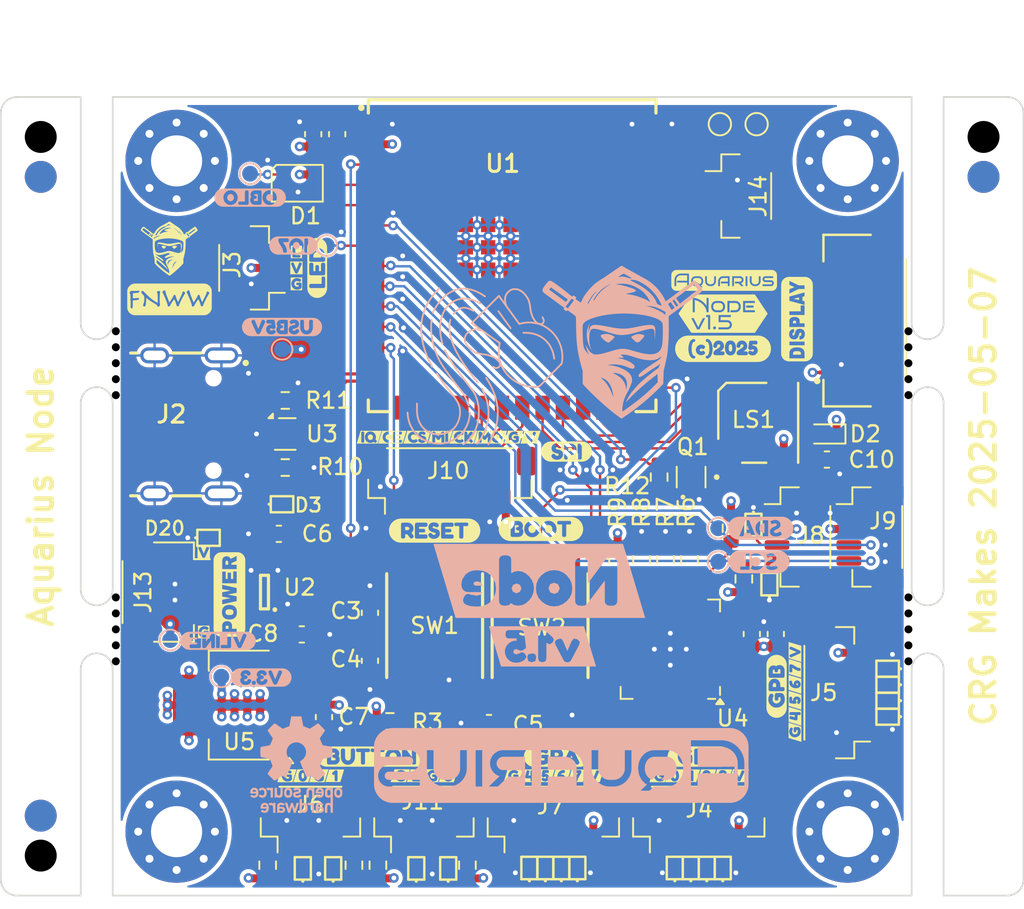
<source format=kicad_pcb>
(kicad_pcb (version 20241229) (generator "pcbnew") (generator_version "9.0")
  (layers (0 "F.Cu" signal) (4 "In1.Cu" signal) (6 "In2.Cu" signal) (2 "B.Cu" signal) (13 "F.Paste" user) (15 "B.Paste" user) (5 "F.SilkS" user "F.Silkscreen") (7 "B.SilkS" user "B.Silkscreen") (1 "F.Mask" user) (3 "B.Mask" user) (25 "Edge.Cuts" user))
  (net 0 "")
  (net 1 "Board_0-+3.3V")
  (net 2 "Board_0-+5V")
  (net 3 "Board_0-/PIO/A0")
  (net 4 "Board_0-/PIO/A1")
  (net 5 "Board_0-/PIO/A2")
  (net 6 "Board_0-/PIO/BTN0")
  (net 7 "Board_0-/PIO/BTN1")
  (net 8 "Board_0-/PIO/BTN2")
  (net 9 "Board_0-/PIO/BTN3")
  (net 10 "Board_0-/PIO/GPA4")
  (net 11 "Board_0-/PIO/GPA5")
  (net 12 "Board_0-/PIO/GPA6")
  (net 13 "Board_0-/PIO/GPA7")
  (net 14 "Board_0-/PIO/GPB0")
  (net 15 "Board_0-/PIO/GPB1")
  (net 16 "Board_0-/PIO/GPB2")
  (net 17 "Board_0-/PIO/GPB3")
  (net 18 "Board_0-/PIO/GPB4")
  (net 19 "Board_0-/PIO/GPB5")
  (net 20 "Board_0-/PIO/GPB6")
  (net 21 "Board_0-/PIO/GPB7")
  (net 22 "Board_0-/PIO/PIO_RESET")
  (net 23 "Board_0-/Peripherals/BUZZ_GND")
  (net 24 "Board_0-/Power/CC1")
  (net 25 "Board_0-/Power/CC2")
  (net 26 "Board_0-BOOT")
  (net 27 "Board_0-BUZZER")
  (net 28 "Board_0-D_N")
  (net 29 "Board_0-D_P")
  (net 30 "Board_0-EN")
  (net 31 "Board_0-GND")
  (net 32 "Board_0-I2C_SCL")
  (net 33 "Board_0-I2C_SDA")
  (net 34 "Board_0-LCD_BL")
  (net 35 "Board_0-LCD_CS")
  (net 36 "Board_0-LCD_DC")
  (net 37 "Board_0-LCD_RS")
  (net 38 "Board_0-LCD_SCK")
  (net 39 "Board_0-LCD_SDI")
  (net 40 "Board_0-LCD_SDO")
  (net 41 "Board_0-LEDS")
  (net 42 "Board_0-LINE_5V")
  (net 43 "Board_0-Net-(Q1-B)")
  (net 44 "Board_0-Net-(U1-IO1)")
  (net 45 "Board_0-Net-(U1-IO2)")
  (net 46 "Board_0-Net-(U1-IO7)")
  (net 47 "Board_0-OBL")
  (net 48 "Board_0-OBL_OUT")
  (net 49 "Board_0-PIO_INTA")
  (net 50 "Board_0-PIO_INTB")
  (net 51 "Board_0-RX")
  (net 52 "Board_0-SD_CS")
  (net 53 "Board_0-SPI_CE0")
  (net 54 "Board_0-SPI_CLK")
  (net 55 "Board_0-SPI_CS0")
  (net 56 "Board_0-SPI_IRQ0")
  (net 57 "Board_0-SPI_MISO")
  (net 58 "Board_0-SPI_MOSI")
  (net 59 "Board_0-TX")
  (net 60 "Board_0-T_INT")
  (net 61 "Board_0-T_RESET")
  (net 62 "Board_0-T_SCL")
  (net 63 "Board_0-T_SDA")
  (net 64 "Board_0-USB_5V")
  (net 65 "Board_0-USB_D_N")
  (net 66 "Board_0-USB_D_P")
  (net 67 "Board_0-unconnected-(H1-Pad1)")
  (net 68 "Board_0-unconnected-(H1-Pad1)_1")
  (net 69 "Board_0-unconnected-(H1-Pad1)_2")
  (net 70 "Board_0-unconnected-(H1-Pad1)_3")
  (net 71 "Board_0-unconnected-(H1-Pad1)_4")
  (net 72 "Board_0-unconnected-(H1-Pad1)_5")
  (net 73 "Board_0-unconnected-(H1-Pad1)_6")
  (net 74 "Board_0-unconnected-(H1-Pad1)_7")
  (net 75 "Board_0-unconnected-(H1-Pad1)_8")
  (net 76 "Board_0-unconnected-(H2-Pad1)")
  (net 77 "Board_0-unconnected-(H2-Pad1)_1")
  (net 78 "Board_0-unconnected-(H2-Pad1)_2")
  (net 79 "Board_0-unconnected-(H2-Pad1)_3")
  (net 80 "Board_0-unconnected-(H2-Pad1)_4")
  (net 81 "Board_0-unconnected-(H2-Pad1)_5")
  (net 82 "Board_0-unconnected-(H2-Pad1)_6")
  (net 83 "Board_0-unconnected-(H2-Pad1)_7")
  (net 84 "Board_0-unconnected-(H2-Pad1)_8")
  (net 85 "Board_0-unconnected-(H3-Pad1)")
  (net 86 "Board_0-unconnected-(H3-Pad1)_1")
  (net 87 "Board_0-unconnected-(H3-Pad1)_2")
  (net 88 "Board_0-unconnected-(H3-Pad1)_3")
  (net 89 "Board_0-unconnected-(H3-Pad1)_4")
  (net 90 "Board_0-unconnected-(H3-Pad1)_5")
  (net 91 "Board_0-unconnected-(H3-Pad1)_6")
  (net 92 "Board_0-unconnected-(H3-Pad1)_7")
  (net 93 "Board_0-unconnected-(H3-Pad1)_8")
  (net 94 "Board_0-unconnected-(H4-Pad1)")
  (net 95 "Board_0-unconnected-(H4-Pad1)_1")
  (net 96 "Board_0-unconnected-(H4-Pad1)_2")
  (net 97 "Board_0-unconnected-(H4-Pad1)_3")
  (net 98 "Board_0-unconnected-(H4-Pad1)_4")
  (net 99 "Board_0-unconnected-(H4-Pad1)_5")
  (net 100 "Board_0-unconnected-(H4-Pad1)_6")
  (net 101 "Board_0-unconnected-(H4-Pad1)_7")
  (net 102 "Board_0-unconnected-(H4-Pad1)_8")
  (net 103 "Board_0-unconnected-(J1-Pad0)")
  (net 104 "Board_0-unconnected-(J1-Pad15)")
  (net 105 "Board_0-unconnected-(J13-Pad4)")
  (net 106 "Board_0-unconnected-(J2-SBU1-PadA8)")
  (net 107 "Board_0-unconnected-(J2-SBU2-PadB8)")
  (net 108 "Board_0-unconnected-(LS1-NC-Pad1)")
  (net 109 "Board_0-unconnected-(SW1-A-PadA2)")
  (net 110 "Board_0-unconnected-(SW1-B-PadB2)")
  (net 111 "Board_0-unconnected-(SW2-A-PadA2)")
  (net 112 "Board_0-unconnected-(SW2-B-PadB2)")
  (net 113 "Board_0-unconnected-(U1-IO3-Pad15)")
  (net 114 "Board_0-unconnected-(U1-IO45-Pad26)")
  (net 115 "Board_0-unconnected-(U1-IO46-Pad16)")
  (net 116 "Board_0-unconnected-(U2-ST-Pad8)")
  (net 117 "Board_0-unconnected-(U4-NC-Pad10)")
  (net 118 "Board_0-unconnected-(U4-NC-Pad7)")
  (footprint "CRGM Connector:JST_SH_BM06B-SRSS-TB_1x06-1MP_P1.00mm_Vertical" (layer "F.Cu") (at 168.8 57.3 90)
    (property "Reference" "J5")
    (property "Value" "GPB[4..7]")
  )
  (footprint "CRGM Passive:DFN1006-2" (layer "F.Cu") (at 172 58.8 180)
    (property "Reference" "D8" (hide yes))
    (property "Value" "PESD3V3S1BL" (hide yes))
  )
  (footprint "Capacitor_SMD:C_0603_1608Metric" (layer "F.Cu") (at 165 53.625 90)
    (property "Reference" "C9" (hide yes))
    (property "Value" "0.1uF" (hide yes))
  )
  (footprint "CRGM Connector:JST_SH_SM04B-SRSS-TB_1x04-1MP_P1.00mm_Horizontal" (layer "F.Cu") (at 126.8 51 -90)
    (property "Reference" "J13")
    (property "Value" "Power")
  )
  (footprint "CRGM Passive:DFN1006-2" (layer "F.Cu") (at 152.58 68.275 90)
    (property "Reference" "D19" (hide yes))
    (property "Value" "PESD3V3S1BL" (hide yes))
  )
  (footprint "kibuzzard-68153CDD" (layer "F.Cu") (at 134.4 62.5)
    (property "Reference" "kibuzzard-68153CDD" (hide yes))
    (property "Value" "G***" (hide yes))
  )
  (footprint "kibuzzard-6814204F" (layer "F.Cu") (at 166.2 58.775 90)
    (property "Reference" "kibuzzard-6814204F" (hide yes))
    (property "Value" "G***" (hide yes))
  )
  (footprint "CRGM Passive:DFN1006-2" (layer "F.Cu") (at 134.1 45.5)
    (property "Reference" "D3")
    (property "Value" "PESD5V5C1BL")
  )
  (footprint "NPTH" (layer "F.Cu") (at 173.3 37.666667)
    (property "Reference" "KiKit_MB_3_4" (hide yes))
    (property "Value" "NPTH" (hide yes))
  )
  (footprint "CRGM Passive:DFN1006-2" (layer "F.Cu") (at 160.68 68.275 90)
    (property "Reference" "D6" (hide yes))
    (property "Value" "PESD3V3S1BL" (hide yes))
  )
  (footprint "CRGM Connector:JST_SH_BM04B-SRSS-TB_1x04-1MP_P1.00mm_Vertical" (layer "F.Cu") (at 135.88 65.2)
    (property "Reference" "J6")
    (property "Value" "~")
  )
  (footprint "Capacitor_SMD:C_0603_1608Metric" (layer "F.Cu") (at 168.2 42.7)
    (property "Reference" "C10")
    (property "Value" "1uF")
  )
  (footprint "MountingHole:MountingHole_3.2mm_M3_Pad_Via" (layer "F.Cu") (at 127.5 66)
    (property "Reference" "H1" (hide yes))
    (property "Value" "MountingHole_Pad" (hide yes))
  )
  (footprint "TestPoint:TestPoint_Pad_D1.0mm" (layer "F.Cu") (at 163.8 21.7)
    (property "Reference" "TP6" (hide yes))
    (property "Value" "~")
  )
  (footprint "kibuzzard-6812E3AD" (layer "F.Cu") (at 144 41.3)
    (property "Reference" "kibuzzard-6812E3AD" (hide yes))
    (property "Value" "G***" (hide yes))
  )
  (footprint "CRGM Passive:DFN1006-2" (layer "F.Cu") (at 135.4 68.3 90)
    (property "Reference" "D12" (hide yes))
    (property "Value" "PESD3V3S1BL" (hide yes))
  )
  (footprint "Resistor_SMD:R_0603_1608Metric" (layer "F.Cu") (at 140.1 68.1 90)
    (property "Reference" "R5" (hide yes))
    (property "Value" "10K")
  )
  (footprint "kibuzzard-68142043" (layer "F.Cu") (at 150.575 62.5)
    (property "Reference" "kibuzzard-68142043" (hide yes))
    (property "Value" "G***" (hide yes))
  )
  (footprint "kibuzzard-68153CC9" (layer "F.Cu") (at 142.5 62.5)
    (property "Reference" "kibuzzard-68153CC9" (hide yes))
    (property "Value" "G***" (hide yes))
  )
  (footprint "NPTH" (layer "F.Cu") (at 123.7 54.333333)
    (property "Reference" "KiKit_MB_2_2" (hide yes))
    (property "Value" "NPTH" (hide yes))
  )
  (footprint "kibuzzard-68153CEF" (layer "F.Cu") (at 137.4 62.5)
    (property "Reference" "kibuzzard-68153CEF" (hide yes))
    (property "Value" "G***" (hide yes))
  )
  (footprint "Fiducial" (layer "F.Cu") (at 118.999 65)
    (property "Reference" "KiKit_FID_T_3" (hide yes))
    (property "Value" "Fiducial" (hide yes))
  )
  (footprint "kibuzzard-68142199" (layer "F.Cu") (at 135 29.7)
    (property "Reference" "kibuzzard-68142199" (hide yes))
    (property "Value" "G***" (hide yes))
  )
  (footprint "NPTH" (layer "F.Cu") (at 123.7 35.666667)
    (property "Reference" "KiKit_MB_1_4" (hide yes))
    (property "Value" "NPTH" (hide yes))
  )
  (footprint "NPTH" (layer "F.Cu") (at 173.3 54.333333)
    (property "Reference" "KiKit_MB_4_4" (hide yes))
    (property "Value" "NPTH" (hide yes))
  )
  (footprint "CRGM Passive:DFN1006-2" (layer "F.Cu") (at 172 56.8 180)
    (property "Reference" "D10" (hide yes))
    (property "Value" "PESD3V3S1BL" (hide yes))
  )
  (footprint "Package_TO_SOT_SMD:SOT-523" (layer "F.Cu") (at 159.7 43.8 90)
    (property "Reference" "Q1")
    (property "Value" "MMBT2222A")
  )
  (footprint "kibuzzard-68194F3F" (layer "F.Cu") (at 148.6 41.3)
    (property "Reference" "kibuzzard-68194F3F" (hide yes))
    (property "Value" "G***" (hide yes))
  )
  (footprint "NPTH" (layer "F.Cu") (at 118.999 22.5)
    (property "Reference" "KiKit_TO_1" (hide yes))
    (property "Value" "NPTH" (hide yes))
  )
  (footprint "Diode_SMD:D_SOD-523" (layer "F.Cu") (at 168.1 41.1 180)
    (property "Reference" "D2")
    (property "Value" "D_Schottky")
  )
  (footprint "Capacitor_SMD:C_0603_1608Metric" (layer "F.Cu") (at 133.9 47.35 180)
    (property "Reference" "C6")
    (property "Value" "0.1uF" (hide yes))
  )
  (footprint "kibuzzard-681420E9" (layer "F.Cu") (at 139.7 61.3)
    (property "Reference" "kibuzzard-681420E9" (hide yes))
    (property "Value" "G***" (hide yes))
  )
  (footprint "NPTH" (layer "F.Cu") (at 173.3 53.333333)
    (property "Reference" "KiKit_MB_4_3" (hide yes))
    (property "Value" "NPTH" (hide yes))
  )
  (footprint "NPTH" (layer "F.Cu") (at 123.7 53.333333)
    (property "Reference" "KiKit_MB_2_3" (hide yes))
    (property "Value" "NPTH" (hide yes))
  )
  (footprint "Resistor_SMD:R_0603_1608Metric" (layer "F.Cu") (at 155.1 48.97564 -90)
    (property "Reference" "R9")
    (property "Value" "10K" (hide yes))
  )
  (footprint "NPTH" (layer "F.Cu") (at 173.3 55.333333)
    (property "Reference" "KiKit_MB_4_5" (hide yes))
    (property "Value" "NPTH" (hide yes))
  )
  (footprint "kibuzzard-680D069E" (layer "F.Cu") (at 143.65 47.15)
    (property "Reference" "kibuzzard-680D069E" (hide yes))
    (property "Value" "G***" (hide yes))
  )
  (footprint "CRGM Passive:DFN1006-2" (layer "F.Cu") (at 161.68 68.275 90)
    (property "Reference" "D7" (hide yes))
    (property "Value" "PESD3V3S1BL" (hide yes))
  )
  (footprint "kibuzzard-681420D5" (layer "F.Cu") (at 160.675 62.5)
    (property "Reference" "kibuzzard-681420D5" (hide yes))
    (property "Value" "G***" (hide yes))
  )
  (footprint "Capacitor_SMD:C_0603_1608Metric" (layer "F.Cu") (at 136.725 58.825 -90)
    (property "Reference" "C7")
    (property "Value" "10uF" (hide yes))
  )
  (footprint "CRGM Passive:DFN1006-2" (layer "F.Cu") (at 142.5 68.3 90)
    (property "Reference" "D14" (hide yes))
    (property "Value" "PESD3V3S1BL" (hide yes))
  )
  (footprint "CRG Makes:ESP32-S3-WROOM-1-N8R2" (layer "F.Cu") (at 148.5 26.95)
    (property "Reference" "U1")
    (property "Value" "ESP32-S3-WROOM-1-N8R2")
  )
  (footprint "kibuzzard-6815408B" (layer "F.Cu") (at 166.2 59.775 90)
    (property "Reference" "kibuzzard-6815408B" (hide yes))
    (property "Value" "G***" (hide yes))
  )
  (footprint "CRGM Passive:DFN1006-2" (layer "F.Cu") (at 163.6 46.8 -90)
    (property "Reference" "D22" (hide yes))
    (property "Value" "PESD3V3S1BL")
  )
  (footprint "kibuzzard-68142043" (layer "F.Cu") (at 166.2 57.775 90)
    (property "Reference" "kibuzzard-68142043" (hide yes))
    (property "Value" "G***" (hide yes))
  )
  (footprint "Resistor_SMD:R_0603_1608Metric" (layer "F.Cu") (at 162.2 47 -90)
    (property "Reference" "R1" (hide yes))
    (property "Value" "10K" (hide yes))
  )
  (footprint "kibuzzard-681420F3" (layer "F.Cu") (at 151.3 61.3)
    (property "Reference" "kibuzzard-681420F3" (hide yes))
    (property "Value" "G***" (hide yes))
  )
  (footprint "CRGM Connector:JST_SH_BM03B-SRSS-TB_1x03-1MP_P1.00mm_Vertical" (layer "F.Cu") (at 162.7 26.2 -90)
    (property "Reference" "J14")
    (property "Value" "SERIAL")
  )
  (footprint "CRGM Connector:XF2C_1415-1A" (layer "F.Cu") (at 170.55849 34 -90)
    (property "Reference" "J1")
    (property "Value" "LCD" (hide yes))
  )
  (footprint "Resistor_SMD:R_0603_1608Metric" (layer "F.Cu") (at 134.3 43.2)
    (property "Reference" "R10")
    (property "Value" "5.1K" (hide yes))
  )
  (footprint "NPTH" (layer "F.Cu") (at 173.3 36.666667)
    (property "Reference" "KiKit_MB_3_3" (hide yes))
    (property "Value" "NPTH" (hide yes))
  )
  (footprint "kibuzzard-68154095" (layer "F.Cu") (at 166.2 54.75 90)
    (property "Reference" "kibuzzard-68154095" (hide yes))
    (property "Value" "G***" (hide yes))
  )
  (footprint "Fiducial" (layer "F.Cu") (at 118.999 25)
    (property "Reference" "KiKit_FID_T_1" (hide yes))
    (property "Value" "Fiducial" (hide yes))
  )
  (footprint "kibuzzard-6814212B" (layer "F.Cu") (at 165.05 56.9 90)
    (property "Reference" "kibuzzard-6814212B" (hide yes))
    (property "Value" "G***" (hide yes))
  )
  (footprint "CRGM Switches:EVQ-Q2B02W" (layer "F.Cu") (at 143.65 53.1 90)
    (property "Reference" "SW1")
    (property "Value" "RESET")
  )
  (footprint "Resistor_SMD:R_0603_1608Metric" (layer "F.Cu") (at 159.6 48.97564 90)
    (property "Reference" "R6")
    (property "Value" "10K" (hide yes))
  )
  (footprint "Capacitor_SMD:C_0603_1608Metric" (layer "F.Cu") (at 136.05 22.325 90)
    (property "Reference" "C2" (hide yes))
    (property "Value" "10uF" (hide yes))
  )
  (footprint "kibuzzard-68153CE4" (layer "F.Cu") (at 135.4 62.5)
    (property "Reference" "kibuzzard-68153CE4" (hide yes))
    (property "Value" "G***" (hide yes))
  )
  (footprint "CRGM Passive:DFN1006-2" (layer "F.Cu") (at 149.58 68.275 90)
    (property "Reference" "D16" (hide yes))
    (property "Value" "PESD3V3S1BL" (hide yes))
  )
  (footprint "CRGM Passive:DFN1006-2" (layer "F.Cu") (at 172 57.8 180)
    (property "Reference" "D9" (hide yes))
    (property "Value" "PESD3V3S1BL" (hide yes))
  )
  (footprint "NPTH" (layer "F.Cu") (at 173.3 35.666667)
    (property "Reference" "KiKit_MB_3_2" (hide yes))
    (property "Value" "NPTH" (hide yes))
  )
  (footprint "kibuzzard-680D0826" (layer "F.Cu") (at 161.700143 35.764141)
    (property "Reference" "kibuzzard-680D0826" (hide yes))
    (property "Value" "G***" (hide yes))
  )
  (footprint "CRGM Connector:JST_SH_BM04B-SRSS-TB_1x04-1MP_P1.00mm_Vertical" (layer "F.Cu") (at 170.9 47.55 -90)
    (property "Reference" "J9")
    (property "Value" "QWIIC2")
  )
  (footprint "kibuzzard-68153CCE" (layer "F.Cu") (at 143.5 62.5)
    (property "Reference" "kibuzzard-68153CCE" (hide yes))
    (property "Value" "G***" (hide yes))
  )
  (footprint "kibuzzard-6814216F" (layer "F.Cu") (at 129.2 48.5)
    (property "Reference" "kibuzzard-6814216F" (hide yes))
    (property "Value" "G***" (hide yes))
  )
  (footprint "Resistor_SMD:R_0603_1608Metric" (layer "F.Cu") (at 157.7 43.8 -90)
    (property "Reference" "R12")
    (property "Value" "1K")
  )
  (footprint "kibuzzard-680D0262" (layer "F.Cu") (at 136.3 30.7 90)
    (property "Reference" "kibuzzard-680D0262" (hide yes))
    (property "Value" "G***" (hide yes))
  )
  (footprint "CRGM Connector:JST_SH_BM04B-SRSS-TB_1x04-1MP_P1.00mm_Vertical" (layer "F.Cu") (at 166.4 47.55 -90)
    (property "Reference" "J8")
    (property "Value" "QWIIC1")
  )
  (footprint "kibuzzard-68153CC4" (layer "F.Cu") (at 157.7 62.5)
    (property "Reference" "kibuzzard-68153CC4" (hide yes))
    (property "Value" "G***" (hide yes))
  )
  (footprint "CRGM Connector:JST_SH_BM03B-SRSS-TB_1x03-1MP_P1.00mm_Vertical" (layer "F.Cu") (at 132.175 30.7 90)
    (property "Reference" "J3")
    (property "Value" "INDICATOR")
  )
  (footprint "kibuzzard-681421A9" (layer "F.Cu") (at 135 31.7)
    (property "Reference" "kibuzzard-681421A9" (hide yes))
    (property "Value" "G***" (hide yes))
  )
  (footprint "LED_SMD:LED_WS2812B-2020_PLCC4_2.0x2.0mm" (layer "F.Cu") (at 135.05 25.4)
    (property "Reference" "D1")
    (property "Value" "WS2812B-2020" (hide yes))
  )
  (footprint "CRGM Passive:DFN1006-2" (layer "F.Cu") (at 129.5 47.6)
    (property "Reference" "D20")
    (property "Value" "PESD5V5C1BL")
  )
  (footprint "kibuzzard-6812E3A0" (layer "F.Cu") (at 142.55 41.3)
    (property "Reference" "kibuzzard-6812E3A0" (hide yes))
    (property "Value" "G***" (hide yes))
  )
  (footprint "Package_DFN_QFN:QFN-28-1EP_6x6mm_P0.65mm_EP4.25x4.25mm" (layer "F.Cu") (at 158.4 54.57564 180)
    (property "Reference" "U4")
    (property "Value" "MCP23017_ML" (hide yes))
  )
  (footprint "CRGM Connector:GCT_USB4105-GF-A" (layer "F.Cu") (at 126.125 40.5 -90)
    (property "Reference" "J2")
    (property "Value" "USB_C_USB2.0_16P")
  )
  (footprint "NPTH" (layer "F.Cu") (at 123.7 36.666667)
    (property "Reference" "KiKit_MB_1_3" (hide yes))
    (property "Value" "NPTH" (hide yes))
  )
  (footprint "CRGM Connector:JST_SH_BM04B-SRSS-TB_1x04-1MP_P1.00mm_Vertical" (layer "F.Cu") (at 142.98 65.2)
    (property "Reference" "J11")
    (property "Value" "~")
  )
  (footprint "kibuzzard-68142030" (layer "F.Cu") (at 166.2 55.775 90)
    (property "Reference" "kibuzzard-68142030" (hide yes))
    (property "Value" "G***" (hide yes))
  )
  (footprint "kibuzzard-681420DA" (layer "F.Cu") (at 161.675 62.5)
    (property "Reference" "kibuzzard-681420DA" (hide yes))
    (property "Value" "G***" (hide yes))
  )
  (footprint "NPTH" (layer "F.Cu") (at 123.7 38.666667)
    (property "Reference" "KiKit_MB_1_1" (hide yes))
    (property "Value" "NPTH" (hide yes))
  )
  (footprint "Fiducial" (layer "F.Cu") (at 178.001 25)
    (property "Reference" "KiKit_FID_T_2" (hide yes))
    (property "Value" "Fiducial" (hide yes))
  )
  (footprint "Capacitor_SMD:C_0603_1608Metric" (layer "F.Cu") (at 139.6 52.3 90)
    (property "Reference" "C3")
    (property "Value" "1uF" (hide yes))
  )
  (footprint "CRGM Connector:JST_SH_BM06B-SRSS-TB_1x06-1MP_P1.00mm_Vertical" (layer "F.Cu") (at 160.18 65.2)
    (property "Reference" "J4")
    (property "Value" "GPB[0..3]")
  )
  (footprint "kibuzzard-68142110" (layer "F.Cu") (at 160.2 61.3)
    (property "Reference" "kibuzzard-68142110" (hide yes))
    (property "Value" "G***" (hide yes))
  )
  (footprint "CRGM Connector:JST_SH_BM06B-SRSS-TB_1x06-1MP_P1.00mm_Vertical" (layer "F.Cu") (at 151.08 65.2)
    (property "Reference" "J7")
    (property "Value" "GPA[4..7]")
  )
  (footprint "NPTH" (layer "F.Cu") (at 178.001 22.5)
    (property "Reference" "KiKit_TO_2" (hide yes))
    (property "Value" "NPTH" (hide yes))
  )
  (footprint "Resistor_SMD:R_0603_1608Metric" (layer "F.Cu") (at 138.6 68.1 90)
    (property "Reference" "R13" (hide yes))
    (property "Value" "10K")
  )
  (footprint "kibuzzard-68153CC4" (layer "F.Cu") (at 148.575 62.5)
    (property "Reference" "kibuzzard-68153CC4" (hide yes))
    (property "Value" "G***" (hide yes))
  )
  (footprint "kibuzzard-68142039" (layer "F.Cu") (at 151.575 62.5)
    (property "Reference" "kibuzzard-68142039" (hide yes))
    (property "Value" "G***" (hide yes))
  )
  (footprint "Package_TO_SOT_SMD:SOT-666" (layer "F.Cu") (at 134.3 41.1)
    (property "Reference" "U3")
    (property "Value" "USBLC6-2P6" (hide yes))
  )
  (footprint "NPTH" (layer "F.Cu") (at 173.3 34.666667)
    (property "Reference" "KiKit_MB_3_1" (hide yes))
    (property "Value" "NPTH" (hide yes))
  )
  (footprint "kibuzzard-681420DA" (layer "F.Cu") (at 144.5 62.5)
    (property "Reference" "kibuzzard-681420DA" (hide yes))
    (property "Value" "G***" (hide yes))
  )
  (footprint "kibuzzard-68142030" (layer "F.Cu") (at 152.575 62.5)
    (property "Reference" "kibuzzard-68142030" (hide yes))
    (property "Value" "G***" (hide yes))
  )
  (footprint "Resistor_SMD:R_0603_1608Metric" (layer "F.Cu") (at 156.6 48.97564 90)
    (property "Reference" "R8")
    (property "Value" "10K" (hide yes))
  )
  (footprint "kibuzzard-67B9FE41" (layer "F.Cu") (at 161.700143 33.564141)
    (property "Reference" "kibuzzard-67B9FE41" (hide yes))
    (property "Value" "G***" (hide yes))
  )
  (footprint "CRGM Passive:DFN1006-2" (layer "F.Cu") (at 151.58 68.275 90)
    (property "Reference" "D18" (hide yes))
    (property "Value" "PESD3V3S1BL" (hide yes))
  )
  (footprint "NPTH" (layer "F.Cu") (at 173.3 52.333333)
    (property "Reference" "KiKit_MB_4_2" (hide yes))
    (property "Value" "NPTH" (hide yes))
  )
  (footprint "kibuzzard-6814217B" (layer "F.Cu") (at 129.2 53.5)
    (property "Reference" "kibuzzard-6814217B" (hide yes))
    (property "Value" "G***" (hide yes))
  )
  (footprint "NPTH" (layer "F.Cu") (at 123.7 34.666667)
    (property "Reference" "KiKit_MB_1_5" (hide yes))
    (property "Value" "NPTH" (hide yes))
  )
  (footprint "NPTH" (layer "F.Cu") (at 123.7 52.333333)
    (property "Reference" "KiKit_MB_2_4" (hide yes))
    (property "Value" "NPTH" (hide yes))
  )
  (footprint "MountingHole:MountingHole_3.2mm_M3_Pad_Via" (layer "F.Cu") (at 169.5 24)
    (property "Reference" "H3" (hide yes))
    (property "Value" "MountingHole_Pad" (hide yes))
  )
  (footprint "kibuzzard-6812E3C5" (layer "F.Cu") (at 147.15 41.3)
    (property "Reference" "kibuzzard-6812E3C5" (hide yes))
    (property "Value" "G***" (hide yes))
  )
  (footprint "Resistor_SMD:R_0603_1608Metric" (layer "F.Cu") (at 163 50.175 90)
    (property "Reference" "R2" (hide yes))
    (property "Value" "10K" (hide yes))
  )
  (footprint "kibuzzard-681420D1" (layer "F.Cu") (at 159.675 62.5)
    (property "Reference" "kibuzzard-681420D1" (hide yes))
    (property "Value" "G***" (hide yes))
  )
  (footprint "Resistor_SMD:R_0603_1608Metric" (layer "F.Cu") (at 140.85 59.1)
    (property "Reference" "R3")
    (property "Value" "10K (1%)" (hide yes))
  )
  (footprint "kibuzzard-6812E3BB" (layer "F.Cu") (at 145.45 41.3)
    (property "Reference" "kibuzzard-6812E3BB" (hide yes))
    (property "Value" "G***" (hide yes))
  )
  (footprint "kibuzzard-6814204F" (layer "F.Cu") (at 149.575 62.5)
    (property "Reference" "kibuzzard-6814204F" (hide yes))
    (property "Value" "G***" (hide yes))
  )
  (footprint "TestPoint:TestPoint_Pad_D1.0mm" (layer "F.Cu") (at 161.5 21.7)
    (property "Reference" "TP5" (hide yes))
    (property "Value" "~")
  )
  (footprint "kibuzzard-6812E37E" (layer "F.Cu") (at 141 41.3)
    (property "Reference" "kibuzzard-6812E37E" (hide yes))
    (property "Value" "G***" (hide yes))
  )
  (footprint "CRGM Passive:DFN1006-2" (layer "F.Cu") (at 172 55.8 180)
    (property "Reference" "D11" (hide yes))
    (property "Value" "PESD3V3S1BL" (hide yes))
  )
  (footprint "NPTH" (layer "F.Cu") (at 123.7 55.333333)
    (property "Reference" "KiKit_MB_2_1" (hide yes))
    (property "Value" "NPTH" (hide yes))
  )
  (footprint "kibuzzard-680D06A5" (layer "F.Cu") (at 150.3 47.05)
    (property "Reference" "kibuzzard-680D06A5" (hide yes))
    (property "Value" "G***" (hide yes))
  )
  (footprint "CRGM Passive:DFN1006-2" (layer "F.Cu") (at 164.6 50.5 90)
    (property "Reference" "D21" (hide yes))
    (property "Value" "PESD3V3S1BL")
  )
  (footprint "NPTH" (layer "F.Cu") (at 123.7 51.333333)
    (property "Reference" "KiKit_MB_2_5" (hide yes))
    (property "Value" "NPTH" (hide yes))
  )
  (footprint "kibuzzard-68194F50" (layer "F.Cu") (at 149.65 41.3)
    (property "Reference" "kibuzzard-68194F50" (hide yes))
    (property "Value" "G***" (hide yes))
  )
  (footprint "CRG Makes:CMT050275SMTTR" (layer "F.Cu") (at 163.9 40.4 90)
    (property "Reference" "LS1")
    (property "Value" "CMT-0502-75-SMT-TR" (hide yes))
  )
  (footprint "Resistor_SMD:R_0603_1608Metric" (layer "F.Cu") (at 133.2 68.1 90)
    (property "Reference" "R14" (hide yes))
    (property "Value" "10K")
  )
  (footprint "CRGM Passive:DFN1006-2" (layer "F.Cu") (at 150.58 68.275 90)
    (property "Reference" "D17" (hide yes))
    (property "Value" "PESD3V3S1BL" (hide yes))
  )
  (footprint "CRGM Passive:DFN1006-2" (layer "F.Cu") (at 158.68 68.275 90)
    (property "Reference" "D4" (hide yes))
    (property "Value" "PESD3V3S1BL" (hide yes))
  )
  (footprint "CRGM Switches:EVQ-Q2B02W" (layer "F.Cu") (at 150.25 53.1 90)
    (property "Reference" "SW2")
    (property "Value" "BOOT")
  )
  (footprint "kibuzzard-680D01D7" (layer "F.Cu") (at 151.9 42.2)
    (property "Reference" "kibuzzard-680D01D7" (hide yes))
    (property "Value" "G***" (hide yes))
  )
  (footprint "kibuzzard-68154095" (layer "F.Cu") (at 153.6 62.5)
    (property "Reference" "kibuzzard-68154095" (hide yes))
    (property "Value" "G***" (hide yes))
  )
  (footprint "Capacitor_SMD:C_0603_1608Metric" (layer "F.Cu") (at 137.55 22.325 90)
    (property "Reference" "C1" (hide yes))
    (property "Value" "0.1uF" (hide yes))
  )
  (footprint "kibuzzard-68154095" (layer "F.Cu") (at 162.7 62.5)
    (property "Reference" "kibuzzard-68154095" (hide yes))
    (property "Value" "G***" (hide yes))
  )
  (footprint "Package_TO_SOT_SMD:SOT-223-3_TabPin2" (layer "F.Cu") (at 131.425 58.075 180)
    (property "Reference" "U5")
    (property "Value" "LD1117S33TR_SOT223" (hide yes))
  )
  (footprint "Resistor_SMD:R_0603_1608Metric" (layer "F.Cu") (at 134.3 39)
    (property "Reference" "R11")
    (property "Value" "5.1K" (hide yes))
  )
  (footprint "CRGM Passive:DFN1006-2" (layer "F.Cu") (at 137.3 68.3 90)
    (property "Reference" "D13" (hide yes))
    (property "Value" "PESD3V3S1BL" (hide yes))
  )
  (footprint "NPTH" (layer "F.Cu") (at 173.3 38.666667)
    (property "Reference" "KiKit_MB_3_5" (hide yes))
    (property "Value" "NPTH" (hide yes))
  )
  (footprint "CRGM Passive:DFN1006-2" (layer "F.Cu") (at 144.5 68.3 90)
    (property "Reference" "D15" (hide yes))
    (property "Value" "PESD3V3S1BL" (hide yes))
  )
  (footprint "Capacitor_SMD:C_0603_1608Metric" (layer "F.Cu") (at 139.6 55.3 -90)
    (property "Reference" "C4")
    (property "Value" "10uF" (hide yes))
  )
  (footprint "Capacitor_SMD:C_0603_1608Metric" (layer "F.Cu") (at 163.5 53.625 90)
    (property "Reference" "C14" (hide yes))
    (property "Value" "1uF" (hide yes))
  )
  (footprint "kibuzzard-68142039" (layer "F.Cu") (at 166.2 56.775 90)
    (property "Reference" "kibuzzard-68142039" (hide yes))
    (property "Value" "G***" (hide yes))
  )
  (footprint "kibuzzard-68153CC4" (layer "F.Cu") (at 141.5 62.5)
    (property "Reference" "kibuzzard-68153CC4" (hide yes))
    (property "Value" "G***" (hide yes))
  )
  (footprint "NPTH" (layer "F.Cu") (at 118.999 67.5)
    (property "Reference" "KiKit_TO_3" (hide yes))
    (property "Value" "NPTH" (hide yes))
  )
  (footprint "kibuzzard-68153CEB" (layer "F.Cu") (at 136.4 62.5)
    (property "Reference" "kibuzzard-68153CEB" (hide yes))
    (property "Value" "G***" (hide yes))
  )
  (footprint "MountingHole:MountingHole_3.2mm_M3_Pad_Via" (layer "F.Cu") (at 169.5 66)
    (property "Reference" "H4" (hide yes))
    (property "Value" "MountingHole_Pad" (hide yes))
  )
  (footprint "Resistor_SMD:R_0603_1608Metric" (layer "F.Cu") (at 145.7 68.1 90)
    (property "Reference" "R4" (hide yes))
    (property "Value" "10K")
  )
  (footprint "CRGM Power:SOTFL50P160X60-8N" (layer "F.Cu") (at 133 51 180)
    (property "Reference" "U2")
    (property "Value" "LM66200DRLR" (hide yes))
  )
  (footprint "Capacitor_SMD:C_0603_1608Metric" (layer "F.Cu") (at 147.05 59.2 180)
    (property "Reference" "C5")
    (property "Value" "0.1uF" (hide yes))
  )
  (footprint "Capacitor_SMD:C_0603_1608Metric" (layer "F.Cu") (at 135.3375 53.65)
    (property "Reference" "C8")
    (property "Value" "0.1uF" (hide yes))
  )
  (footprint "kibuzzard-681420CD" (layer "F.Cu") (at 158.675 62.5)
    (property "Reference" "kibuzzard-681420CD" (hide yes))
    (property "Value" "G***" (hide yes))
  )
  (footprint "kibuzzard-6812E420" (layer "F.Cu") (at 139.55 41.3)
    (property "Reference" "kibuzzard-6812E420" (hide yes))
    (property "Value" "G***" (hide yes))
  )
  (footprint "NPTH" (layer "F.Cu") (at 173.3 51.333333)
    (property "Reference" "KiKit_MB_4_1" (hide yes))
    (property "Value" "NPTH" (hide yes))
  )
  (footprint "MountingHole:MountingHole_3.2mm_M3_Pad_Via" (layer "F.Cu") (at 127.5 24)
    (property "Reference" "H2" (hide yes))
    (property "Value" "MountingHole_Pad" (hide yes))
  )
  (footprint "kibuzzard-681421A1" (layer "F.Cu") (at 135 30.7)
    (property "Reference" "kibuzzard-681421A1" (hide yes))
    (property "Value" "G***" (hide yes))
  )
  (footprint "NPTH" (layer "F.Cu") (at 123.7 37.666667)
    (property "Reference" "KiKit_MB_1_2" (hide yes))
    (property "Value" "NPTH" (hide yes))
  )
  (footprint "Connector_JST:JST_SH_BM08B-SRSS-TB_1x08-1MP_P1.00mm_Vertical" (layer "F.Cu") (at 144.6 44)
    (property "Reference" "J10")
    (property "Value" "SPI")
  )
  (footprint "Resistor_SMD:R_0603_1608Metric" (layer "F.Cu") (at 158.1 48.97564 90)
    (property "Reference" "R7")
    (property "Value" "10K" (hide yes))
  )
  (footprint "CRGM Passive:DFN1006-2" (layer "F.Cu") (at 159.68 68.275 90)
    (property "Reference" "D5" (hide yes))
    (property "Value" "PESD3V3S1BL" (hide yes))
  )
  (footprint "CRGM Logos:FNWW Face 10mm" (layer "B.Cu") (at 155.345777 40.390219 180)
    (property "Reference" "LOGO1" (hide yes))
    (property "Value" "~" (hide yes))
  )
  (footprint "CRGM Mechanical:TestPoint_Pad_D1.0mm" (layer "B.Cu") (at 134.1 35.8 180)
    (property "Reference" "TP4" (hide yes))
    (property "Value" "USB_5V")
  )
  (footprint "CRGM Mechanical:TestPoint_Pad_D1.0mm" (layer "B.Cu") (at 127.1 54 180)
    (property "Reference" "TP10" (hide yes))
    (property "Value" "VLINE")
  )
  (footprint "CRGM Logos:Aquarius Logo 10mm" (layer "B.Cu") (at 146.441737 42.028321 180)
    (property "Reference" "LOGO2" (hide yes))
    (property "Value" "~" (hide yes))
  )
  (footprint "CRGM Mechanical:TestPoint_Pad_D1.0mm" (layer "B.Cu") (at 136.9 29.3 180)
    (property "Reference" "TP7" (hide yes))
    (property "Value" "IO7")
  )
  (footprint "CRGM Mechanical:TestPoint_Pad_D1.0mm" (layer "B.Cu") (at 130.3 56.3)
    (property "Reference" "TP8" (hide yes))
    (property "Value" "V33")
  )
  (footprint "kibuzzard-68103896" (layer "B.Cu") (at 150.4 54.4 180)
    (property "Reference" "kibuzzard-68103896" (hide yes))
    (property "Value" "G***" (hide yes))
  )
  (footprint "Fiducial" (layer "B.Cu") (at 178.001 25 180)
    (property "Reference" "KiKit_FID_B_2" (hide yes))
    (property "Value" "Fiducial" (hide yes))
  )
  (footprint "kibuzzard-67B9F9C2" (layer "B.Cu") (at 164.05 47 180)
    (property "Reference" "kibuzzard-67B9F9C2" (hide yes))
    (property "Value" "G***" (hide yes))
  )
  (footprint "kibuzzard-6810349E" (layer "B.Cu") (at 134.1 34.4 180)
    (property "Reference" "kibuzzard-6810349E" (hide yes))
    (property "Value" "G***" (hide yes))
  )
  (footprint "kibuzzard-681035B7" (layer "B.Cu") (at 132.8 56.35 180)
    (property "Reference" "kibuzzard-681035B7" (hide yes))
    (property "Value" "G***" (hide yes))
  )
  (footprint "CRGM Mechanical:TestPoint_Pad_D1.0mm" (layer "B.Cu") (at 161.4 49.1)
    (property "Reference" "TP2" (hide yes))
    (property "Value" "I2C_SCL")
  )
  (footprint "Symbol:OSHW-Logo_5.7x6mm_SilkScreen" (layer "B.Cu") (at 135 61.8 180)
    (property "Reference" "LOGO3" (hide yes))
    (property "Value" "Logo_Open_Hardware_Small" (hide yes))
  )
  (footprint "Fiducial" (layer "B.Cu") (at 118.999 25 180)
    (property "Reference" "KiKit_FID_B_1" (hide yes))
    (property "Value" "Fiducial" (hide yes))
  )
  (footprint "kibuzzard-6810346D" (layer "B.Cu") (at 134.8 29.3 180)
    (property "Reference" "kibuzzard-6810346D" (hide yes))
    (property "Value" "G***" (hide yes))
  )
  (footprint "kibuzzard-68103456" (layer "B.Cu") (at 132.1 26.3 180)
    (property "Reference" "kibuzzard-68103456" (hide yes))
    (property "Value" "G***" (hide yes))
  )
  (footprint "kibuzzard-68103881" (layer "B.Cu") (at 150.2 50.3 180)
    (property "Reference" "kibuzzard-68103881" (hide yes))
    (property "Value" "G***" (hide yes))
  )
  (footprint "kibuzzard-67B9F9CD" (layer "B.Cu") (at 163.95 49.1 180)
    (property "Reference" "kibuzzard-67B9F9CD" (hide yes))
    (property "Value" "G***" (hide yes))
  )
  (footprint "kibuzzard-681034B6" (layer "B.Cu") (at 130.1 54.05 180)
    (property "Reference" "kibuzzard-681034B6" (hide yes))
    (property "Value" "G***" (hide yes))
  )
  (footprint "CRGM Mechanical:TestPoint_Pad_D1.0mm" (layer "B.Cu") (at 161.4 47)
    (property "Reference" "TP1" (hide yes))
    (property "Value" "I2C_SDA")
  )
  (footprint "CRGM Mechanical:TestPoint_Pad_D1.0mm" (layer "B.Cu") (at 132.1 24.8)
    (property "Reference" "TP3" (hide yes))
    (property "Value" "OBLO")
  )
  (footprint "Fiducial" (layer "B.Cu") (at 118.999 65 180)
    (property "Reference" "KiKit_FID_B_3" (hide yes))
    (property "Value" "Fiducial" (hide yes))
  )
  (gr_poly (pts (xy 166.076401 34.07118) (xy 166.076684 34.066845) (xy 166.077155 34.062652) (xy 166.077815 34.058601) (xy 166.078663 34.054693) (xy 166.0797 34.050926) (xy 166.080925 34.047302) (xy 166.082338 34.043819) (xy 166.083941 34.040479) (xy 166.085731 34.037281) (xy 166.087711 34.034225) (xy 166.089878 34.031311) (xy 166.092234 34.028539) (xy 166.094779 34.025909) (xy 166.097512 34.023421) (xy 166.100434 34.021076) (xy 166.103526 34.018873) (xy 166.106775 34.016813) (xy 166.110181 34.014895) (xy 166.113742 34.013118) (xy 166.11746 34.011484) (xy 166.121334 34.009992) (xy 166.125364 34.008642) (xy 166.129551 34.007434) (xy 166.133893 34.006368) (xy 166.138393 34.005444) (xy 166.143048 34.004662) (xy 166.147859 34.004023) (xy 166.152827 34.003525) (xy 166.157951 34.00317) (xy 166.163232 34.002956) (xy 166.168668 34.002885) (xy 166.179692 34.002885) (xy 166.184963 34.002956) (xy 166.190095 34.00317) (xy 166.195087 34.003525) (xy 166.199939 34.004023) (xy 166.20465 34.004662) (xy 166.209222 34.005444) (xy 166.213654 34.006368) (xy 166.217945 34.007434) (xy 166.222096 34.008642) (xy 166.226108 34.009992) (xy 166.229979 34.011484) (xy 166.23371 34.013118) (xy 166.237302 34.014895) (xy 166.240753 34.016813) (xy 166.244064 34.018873) (xy 166.247235 34.021076) (xy 166.25024 34.023421) (xy 166.253052 34.025909) (xy 166.255669 34.028539) (xy 166.258093 34.031311) (xy 166.260323 34.034225) (xy 166.262358 34.037281) (xy 166.2642 34.040479) (xy 166.265848 34.043819) (xy 166.267303 34.047302) (xy 166.268563 34.050926) (xy 166.269629 34.054693) (xy 166.270502 34.058601) (xy 166.27118 34.062652) (xy 166.271665 34.066845) (xy 166.271956 34.07118) (xy 166.272053 34.075656) (xy 166.272053 34.170257) (xy 166.076307 34.170257) (xy 166.076307 34.075656)) (stroke (width -0.000001)) (fill yes) (layer "F.SilkS"))
  (gr_poly (pts (xy 130.556782 52.248533) (xy 130.557445 52.238105) (xy 130.55855 52.227998) (xy 130.560097 52.218214) (xy 130.562085 52.208751) (xy 130.564516 52.199609) (xy 130.567388 52.19079) (xy 130.570703 52.182292) (xy 130.574459 52.174116) (xy 130.578657 52.166261) (xy 130.583297 52.158729) (xy 130.588378 52.151517) (xy 130.593902 52.144628) (xy 130.599867 52.138061) (xy 130.606274 52.131815) (xy 130.613123 52.125891) (xy 130.620349 52.120308) (xy 130.627882 52.115085) (xy 130.635724 52.110222) (xy 130.643874 52.10572) (xy 130.652332 52.101578) (xy 130.661099 52.097796) (xy 130.670173 52.094374) (xy 130.679556 52.091312) (xy 130.689248 52.088611) (xy 130.699247 52.08627) (xy 130.709555 52.084289) (xy 130.720171 52.082668) (xy 130.731096 52.081407) (xy 130.742329 52.080507) (xy 130.75387 52.079966) (xy 130.765719 52.079786) (xy 130.849912 52.079786) (xy 130.861761 52.079966) (xy 130.873302 52.080507) (xy 130.884535 52.081407) (xy 130.895459 52.082668) (xy 130.906075 52.084289) (xy 130.916383 52.08627) (xy 130.926383 52.088611) (xy 130.936074 52.091312) (xy 130.945457 52.094374) (xy 130.954532 52.097796) (xy 130.963299 52.101578) (xy 130.971757 52.10572) (xy 130.979907 52.110222) (xy 130.987749 52.115085) (xy 130.995283 52.120308) (xy 131.002508 52.125891) (xy 131.009358 52.131815) (xy 131.015766 52.138061) (xy 131.021732 52.144628) (xy 131.027256 52.151517) (xy 131.032339 52.158729) (xy 131.036979 52.166261) (xy 131.041178 52.174116) (xy 131.044934 52.182292) (xy 131.048249 52.19079) (xy 131.051121 52.199609) (xy 131.053552 52.208751) (xy 131.055541 52.218214) (xy 131.057088 52.227998) (xy 131.058192 52.238105) (xy 131.058855 52.248533) (xy 131.059076 52.259282) (xy 131.058855 52.270031) (xy 131.058192 52.280452) (xy 131.057088 52.290547) (xy 131.055541 52.300316) (xy 131.053552 52.309758) (xy 131.051121 52.318873) (xy 131.048249 52.327662) (xy 131.044934 52.336124) (xy 131.041178 52.34426) (xy 131.036979 52.352069) (xy 131.032339 52.359552) (xy 131.027256 52.366708) (xy 131.021732 52.373537) (xy 131.015766 52.380039) (xy 131.009358 52.386215) (xy 131.002508 52.392065) (xy 130.995283 52.397573) (xy 130.987749 52.402726) (xy 130.979907 52.407524) (xy 130.971757 52.411966) (xy 130.963299 52.416052) (xy 130.954532 52.419784) (xy 130.945457 52.423159) (xy 130.936074 52.42618) (xy 130.926383 52.428845) (xy 130.916383 52.431155) (xy 130.906075 52.433109) (xy 130.895459 52.434708) (xy 130.884535 52.435952) (xy 130.873302 52.43684) (xy 130.861761 52.437373) (xy 130.849912 52.437551) (xy 130.765719 52.437551) (xy 130.75387 52.437373) (xy 130.742329 52.43684) (xy 130.731096 52.435952) (xy 130.720171 52.434708) (xy 130.709555 52.433109) (xy 130.699247 52.431155) (xy 130.689248 52.428845) (xy 130.679556 52.42618) (xy 130.670173 52.423159) (xy 130.661099 52.419784) (xy 130.652332 52.416052) (xy 130.643874 52.411966) (xy 130.635724 52.407524) (xy 130.627882 52.402726) (xy 130.620349 52.397573) (xy 130.613123 52.392065) (xy 130.606274 52.386215) (xy 130.599867 52.380039) (xy 130.593902 52.373537) (xy 130.588378 52.366708) (xy 130.583297 52.359552) (xy 130.578657 52.352069) (xy 130.574459 52.34426) (xy 130.570703 52.336124) (xy 130.567388 52.327662) (xy 130.564516 52.318873) (xy 130.562085 52.309758) (xy 130.560097 52.300316) (xy 130.55855 52.290547) (xy 130.557445 52.280452) (xy 130.556782 52.270031) (xy 130.556561 52.259282)) (stroke (width -0.000001)) (fill yes) (layer "F.SilkS"))
  (gr_poly (pts (xy 164.765157 30.829367) (xy 164.781744 30.830629) (xy 164.798091 30.832709) (xy 164.814177 30.835584) (xy 164.829983 30.839236) (xy 164.845486 30.843642) (xy 164.860667 30.848782) (xy 164.875504 30.854636) (xy 164.889978 30.861183) (xy 164.904068 30.868403) (xy 164.917753 30.876275) (xy 164.931013 30.884778) (xy 164.943826 30.893892) (xy 164.956173 30.903596) (xy 164.968033 30.913869) (xy 164.979384 30.924691) (xy 164.990208 30.936042) (xy 165.000482 30.947901) (xy 165.010187 30.960246) (xy 165.019302 30.973059) (xy 165.027805 30.986317) (xy 165.035678 31) (xy 165.042898 31.014089) (xy 165.049446 31.028561) (xy 165.0553 31.043397) (xy 165.060441 31.058577) (xy 165.064848 31.074078) (xy 165.068499 31.089881) (xy 165.071375 31.105966) (xy 165.073455 31.122311) (xy 165.074717 31.138896) (xy 165.075143 31.155701) (xy 165.075143 31.80922) (xy 165.074717 31.826025) (xy 165.073455 31.84261) (xy 165.071375 31.858955) (xy 165.068499 31.875039) (xy 165.064848 31.890843) (xy 165.060441 31.906344) (xy 165.0553 31.921523) (xy 165.049446 31.93636) (xy 165.042898 31.950832) (xy 165.035678 31.96492) (xy 165.027805 31.978604) (xy 165.019302 31.991862) (xy 165.010187 32.004675) (xy 165.000482 32.01702) (xy 164.990208 32.028879) (xy 164.979384 32.040229) (xy 164.968033 32.051052) (xy 164.956173 32.061325) (xy 164.943826 32.071029) (xy 164.931013 32.080143) (xy 164.917753 32.088646) (xy 164.904068 32.096518) (xy 164.889978 32.103737) (xy 164.875504 32.110285) (xy 164.860667 32.116139) (xy 164.845486 32.121279) (xy 164.829983 32.125685) (xy 164.814177 32.129336) (xy 164.798091 32.132212) (xy 164.781744 32.134291) (xy 164.765157 32.135554) (xy 164.74835 32.13598) (xy 158.787298 32.13598) (xy 158.770494 32.135554) (xy 158.753909 32.134291) (xy 158.737564 32.132212) (xy 158.72148 32.129336) (xy 158.705676 32.125685) (xy 158.690175 32.121279) (xy 158.674996 32.116139) (xy 158.66016 32.110285) (xy 158.645687 32.103737) (xy 158.631599 32.096518) (xy 158.617915 32.088646) (xy 158.604657 32.080143) (xy 158.591845 32.071029) (xy 158.579499 32.061325) (xy 158.56764 32.051052) (xy 158.556289 32.040229) (xy 158.545467 32.028879) (xy 158.535193 32.01702) (xy 158.525489 32.004675) (xy 158.516375 31.991862) (xy 158.507872 31.978604) (xy 158.5 31.96492) (xy 158.49278 31.950832) (xy 158.486233 31.93636) (xy 158.480379 31.921523) (xy 158.475238 31.906344) (xy 158.470832 31.890843) (xy 158.467181 31.875039) (xy 158.464305 31.858955) (xy 158.462225 31.84261) (xy 158.460963 31.826025) (xy 158.460537 31.80922) (xy 158.460537 31.447113) (xy 158.657786 31.447113) (xy 158.657786 31.839868) (xy 158.770004 31.839868) (xy 158.770004 31.447113) (xy 158.77015 31.437487) (xy 158.770591 31.427966) (xy 158.771325 31.41855) (xy 158.772353 31.40924) (xy 158.773674 31.400035) (xy 158.77529 31.390935) (xy 158.777198 31.381941) (xy 158.779401 31.373051) (xy 158.781897 31.364267) (xy 158.784687 31.355588) (xy 158.787771 31.347015) (xy 158.791148 31.338546) (xy 158.794819 31.330183) (xy 158.798783 31.321925) (xy 158.803041 31.313772) (xy 158.807593 31.305725) (xy 158.812395 31.297832) (xy 158.817403 31.290145) (xy 158.822617 31.282665) (xy 158.828037 31.27539) (xy 158.833663 31.268321) (xy 158.839495 31.261459) (xy 158.845533 31.254802) (xy 158.851777 31.248352) (xy 158.858227 31.242108) (xy 158.864883 31.236069) (xy 158.871746 31.230237) (xy 158.878814 31.224611) (xy 158.886088 31.219191) (xy 158.893568 31.213977) (xy 158.901254 31.208969) (xy 158.909146 31.204167) (xy 158.91719 31.199615) (xy 158.925331 31.195356) (xy 158.933568 31.191392) (xy 158.941901 31.187721) (xy 158.950331 31.184343) (xy 158.958857 31.18126) (xy 158.967479 31.17847) (xy 158.976198 31.175973) (xy 158.985013 31.173771) (xy 158.993925 31.171862) (xy 159.002933 31.170247) (xy 159.012037 31.168925) (xy 159.021238 31.167897) (xy 159.030534 31.167163) (xy 159.039928 31.166723) (xy 159.049417 31.166576) (xy 159.452271 31.166576) (xy 159.452271 31.503222) (xy 158.824989 31.503222) (xy 158.824989 31.615439) (xy 159.452271 31.615439) (xy 159.452271 31.839868) (xy 159.564489 31.839868) (xy 159.564489 31.530154) (xy 159.6969 31.530154) (xy 159.697038 31.540755) (xy 159.697452 31.551237) (xy 159.698142 31.561602) (xy 159.699109 31.571848) (xy 159.700352 31.581976) (xy 159.70187 31.591985) (xy 159.703665 31.601877) (xy 159.705737 31.61165) (xy 159.708084 31.621304) (xy 159.710708 31.630841) (xy 159.713607 31.640258) (xy 159.716783 31.649558) (xy 159.720236 31.658739) (xy 159.723964 31.667802) (xy 159.727969 31.676746) (xy 159.73225 31.685572) (xy 159.736782 31.694229) (xy 159.741542 31.702667) (xy 159.74653 31.710886) (xy 159.751746 31.718886) (xy 159.757191 31.726666) (xy 159.762863 31.734228) (xy 159.768763 31.74157) (xy 159.774891 31.748693) (xy 159.781247 31.755597) (xy 159.787832 31.762281) (xy 159.794643 31.768747) (xy 159.801683 31.774993) (xy 159.808951 31.781019) (xy 159.816447 31.786827) (xy 159.82417 31.792415) (xy 159.832121 31.797784) (xy 159.840267 31.80288) (xy 159.848576 31.807647) (xy 159.857047 31.812086) (xy 159.86568 31.816195) (xy 159.874475 31.819976) (xy 159.883432 31.823428) (xy 159.892552 31.826552) (xy 159.901834 31.829346) (xy 159.911278 31.831812) (xy 159.920884 31.833949) (xy 159.930652 31.835758) (xy 159.940583 31.837237) (xy 159.950676 31.838388) (xy 159.960931 31.83921) (xy 159.971349 31.839703) (xy 159.981928 31.839868) (xy 160.194017 31.839868) (xy 160.269196 31.910562) (xy 160.421813 31.910562) (xy 160.311842 31.806204) (xy 160.320423 31.801161) (xy 160.328771 31.79585) (xy 160.336887 31.790272) (xy 160.34477 31.784427) (xy 160.352421 31.778314) (xy 160.35984 31.771934) (xy 160.367026 31.765286) (xy 160.37398 31.758371) (xy 160.380702 31.751189) (xy 160.387191 31.743739) (xy 160.393448 31.736022) (xy 160.399473 31.728037) (xy 160.405265 31.719785) (xy 160.410826 31.711266) (xy 160.416153 31.70248) (xy 160.421249 31.693426) (xy 160.426073 31.684175) (xy 160.430585 31.674797) (xy 160.434787 31.665291) (xy 160.438677 31.655659) (xy 160.442256 31.645899) (xy 160.445524 31.636013) (xy 160.44848 31.625999) (xy 160.451126 31.615858) (xy 160.45346 31.60559) (xy 160.455483 31.595194) (xy 160.457194 31.584672) (xy 160.458595 31.574023) (xy 160.459684 31.563246) (xy 160.460462 31.552342) (xy 160.460929 31.541312) (xy 160.461069 31.531276) (xy 160.575548 31.531276) (xy 160.575642 31.539238) (xy 160.575925 31.547135) (xy 160.576396 31.554965) (xy 160.577056 31.56273) (xy 160.577904 31.570429) (xy 160.578941 31.578063) (xy 160.580166 31.585631) (xy 160.58158 31.593133) (xy 160.583182 31.600569) (xy 160.584973 31.60794) (xy 160.586952 31.615245) (xy 160.58912 31.622485) (xy 160.591476 31.629658) (xy 160.594021 31.636766) (xy 160.596754 31.643809) (xy 160.599675 31.650786) (xy 160.602761 31.657678) (xy 160.605987 31.66447) (xy 160.609353 31.671162) (xy 160.61286 31.677752) (xy 160.616507 31.684242) (xy 160.620294 31.690631) (xy 160.624222 31.696919) (xy 160.62829 31.703106) (xy 160.632498 31.709192) (xy 160.636847 31.715178) (xy 160.641336 31.721062) (xy 160.645965 31.726846) (xy 160.650734 31.732529) (xy 160.655644 31.738111) (xy 160.660693 31.743593) (xy 160.665883 31.748973) (xy 160.671195 31.754231) (xy 160.676612 31.759344) (xy 160.682135 31.764312) (xy 160.687763 31.769136) (xy 160.693496 31.773815) (xy 160.699335 31.77835) (xy 160.705278 31.78274) (xy 160.711328 31.786985) (xy 160.717482 31.791086) (xy 160.723742 31.795042) (xy 160.730107 31.798853) (xy 160.736577 31.80252) (xy 160.743152 31.806042) (xy 160.749833 31.809419) (xy 160.756618 31.812652) (xy 160.763509 31.81574) (xy 160.770485 31.818662) (xy 160.777527 31.821395) (xy 160.784635 31.82394) (xy 160.791809 31.826296) (xy 160.799048 31.828464) (xy 160.806353 31.830443) (xy 160.813723 31.832234) (xy 160.821159 31.833836) (xy 160.828661 31.83525) (xy 160.836229 31.836475) (xy 160.843863 31.837512) (xy 160.851562 31.83836) (xy 160.859327 31.83902) (xy 160.867157 31.839491) (xy 160.875054 31.839774) (xy 160.883016 31.839868) (xy 160.944739 31.839868) (xy 160.952701 31.839774) (xy 160.960598 31.839491) (xy 160.968428 31.83902) (xy 160.976193 31.83836) (xy 160.983892 31.837512) (xy 160.991526 31.836475) (xy 160.999094 31.83525) (xy 161.006596 31.833836) (xy 161.014032 31.832234) (xy 161.021403 31.830443) (xy 161.028707 31.828464) (xy 161.035947 31.826296) (xy 161.04312 31.82394) (xy 161.050228 31.821395) (xy 161.05727 31.818662) (xy 161.064246 31.81574) (xy 161.071137 31.812654) (xy 161.077922 31.809428) (xy 161.084602 31.806062) (xy 161.091177 31.802555) (xy 161.097647 31.798908) (xy 161.104012 31.795121) (xy 161.110271 31.791194) (xy 161.116425 31.787126) (xy 161.122474 31.782918) (xy 161.128418 31.77857) (xy 161.134256 31.774081) (xy 161.13999 31.769452) (xy 161.145618 31.764683) (xy 161.151141 31.759774) (xy 161.156558 31.754724) (xy 161.161871 31.749534) (xy 161.167061 31.744219) (xy 161.172111 31.738795) (xy 161.177021 31.733261) (xy 161.18179 31.727617) (xy 161.186419 31.721864) (xy 161.190908 31.716001) (xy 161.195257 31.710028) (xy 161.199465 31.703946) (xy 161.203533 31.697755) (xy 161.207461 31.691453) (xy 161.211248 31.685043) (xy 161.214895 31.678523) (xy 161.218402 31.671893) (xy 161.221768 31.665154) (xy 161.224994 31.658305) (xy 161.22808 31.651347) (xy 161.231001 31.644302) (xy 161.233734 31.637196) (xy 161.236279 31.630029) (xy 161.238635 31.622801) (xy 161.240802 31.615511) (xy 161.242782 31.60816) (xy 161.244572 31.600747) (xy 161.246175 31.593274) (xy 161.247589 31.585739) (xy 161.248814 31.578142) (xy 161.249851 31.570484) (xy 161.250699 31.562765) (xy 161.251359 31.554985) (xy 161.25183 31.547143) (xy 161.252113 31.53924) (xy 161.252207 31.531276) (xy 161.393595 31.531276) (xy 161.393595 31.839868) (xy 161.506936 31.839868) (xy 161.506936 31.531276) (xy 161.507041 31.524444) (xy 161.507357 31.517696) (xy 161.507883 31.511031) (xy 161.508619 31.504449) (xy 161.509566 31.497951) (xy 161.510723 31.491536) (xy 161.512091 31.485204) (xy 161.513669 31.478955) (xy 161.515457 31.47279) (xy 161.517456 31.466708) (xy 161.519665 31.46071) (xy 161.522085 31.454794) (xy 161.524715 31.448962) (xy 161.527555 31.443214) (xy 161.530606 31.437548) (xy 161.533867 31.431966) (xy 161.537304 31.426493) (xy 161.54088 31.421156) (xy 161.544597 31.415955) (xy 161.548455 31.410889) (xy 161.552452 31.40596) (xy 161.55659 31.401167) (xy 161.560868 31.396509) (xy 161.565286 31.391988) (xy 161.569845 31.387602) (xy 161.574544 31.383352) (xy 161.579383 31.379238) (xy 161.584362 31.37526) (xy 161.589482 31.371418) (xy 161.594742 31.367712) (xy 161.600143 31.364141) (xy 161.605684 31.360707) (xy 161.611335 31.357446) (xy 161.617064 31.354395) (xy 161.622872 31.351555) (xy 161.628759 31.348925) (xy 161.634725 31.346505) (xy 161.640769 31.344296) (xy 161.646893 31.342297) (xy 161.653095 31.340509) (xy 161.659377 31.33893) (xy 161.665737 31.337563) (xy 161.672176 31.336405) (xy 161.678694 31.335458) (xy 161.685291 31.334721) (xy 161.691967 31.334195) (xy 161.698722 31.33388) (xy 161.705556 31.333774) (xy 161.997315 31.333774) (xy 161.997315 31.555964) (xy 161.56529 31.555964) (xy 161.56529 31.670421) (xy 161.997315 31.670421) (xy 161.997315 31.839868) (xy 162.109532 31.839868) (xy 162.271121 31.839868) (xy 162.383338 31.839868) (xy 162.383338 31.333774) (xy 162.752529 31.333774) (xy 162.758365 31.333904) (xy 162.764092 31.334292) (xy 162.769709 31.334938) (xy 162.775216 31.335844) (xy 162.780614 31.337008) (xy 162.785903 31.33843) (xy 162.791082 31.340111) (xy 162.796151 31.342051) (xy 162.801111 31.34425) (xy 162.805961 31.346707) (xy 162.810701 31.349423) (xy 162.815332 31.352398) (xy 162.819853 31.355631) (xy 162.824265 31.359123) (xy 162.828567 31.362873) (xy 162.832759 31.366882) (xy 162.836768 31.371075) (xy 162.840518 31.375377) (xy 162.84401 31.379788) (xy 162.847243 31.38431) (xy 162.850217 31.38894) (xy 162.852933 31.393681) (xy 162.855389 31.398531) (xy 162.857588 31.40349) (xy 162.859527 31.40856) (xy 162.861208 31.413739) (xy 162.862631 31.419027) (xy 162.863794 31.424425) (xy 162.8647 31.429933) (xy 162.865346 31.43555) (xy 162.865734 31.441277) (xy 162.865863 31.447113) (xy 162.865734 31.452818) (xy 162.865346 31.458431) (xy 162.8647 31.463952) (xy 162.863794 31.469381) (xy 162.862631 31.474718) (xy 162.861208 31.479963) (xy 162.859527 31.485115) (xy 162.857588 31.490176) (xy 162.855389 31.495145) (xy 162.852933 31.500022) (xy 162.850217 31.504807) (xy 162.847243 31.509499) (xy 162.84401 31.5141) (xy 162.840518 31.518608) (xy 162.836768 31.523025) (xy 162.832759 31.527349) (xy 162.828567 31.531493) (xy 162.824265 31.535371) (xy 162.819853 31.53898) (xy 162.815332 31.542323) (xy 162.810701 31.545397) (xy 162.805961 31.548205) (xy 162.801111 31.550745) (xy 162.796151 31.553018) (xy 162.791082 31.555023) (xy 162.785903 31.556761) (xy 162.780614 31.558232) (xy 162.775216 31.559435) (xy 162.769709 31.560371) (xy 162.764092 31.561039) (xy 162.758365 31.56144) (xy 162.752529 31.561574) (xy 162.441692 31.561574) (xy 162.441692 31.672664) (xy 162.66949 31.672664) (xy 162.844547 31.839868) (xy 162.997157 31.839868) (xy 163.110491 31.839868) (xy 163.221586 31.839868) (xy 163.221586 31.531276) (xy 163.373105 31.531276) (xy 163.373199 31.539238) (xy 163.37348 31.547135) (xy 163.373949 31.554965) (xy 163.374606 31.56273) (xy 163.375451 31.570429) (xy 163.376484 31.578063) (xy 163.377706 31.585631) (xy 163.379117 31.593133) (xy 163.380716 31.600569) (xy 163.382504 31.60794) (xy 163.384482 31.615245) (xy 163.386648 31.622485) (xy 163.389005 31.629658) (xy 163.391551 31.636766) (xy 163.394287 31.643809) (xy 163.397214 31.650786) (xy 163.400294 31.657678) (xy 163.403515 31.66447) (xy 163.406878 31.671162) (xy 163.410381 31.677752) (xy 163.414025 31.684242) (xy 163.41781 31.690631) (xy 163.421736 31.696919) (xy 163.425803 31.703106) (xy 163.430009 31.709192) (xy 163.434357 31.715178) (xy 163.438844 31.721062) (xy 163.443472 31.726846) (xy 163.448241 31.732529) (xy 163.453149 31.738111) (xy 163.458197 31.743593) (xy 163.463385 31.748973) (xy 163.468706 31.754231) (xy 163.474132 31.759344) (xy 163.479662 31.764312) (xy 163.485296 31.769136) (xy 163.491034 31.773815) (xy 163.496876 31.77835) (xy 163.502822 31.78274) (xy 163.508873 31.786985) (xy 163.515027 31.791086) (xy 163.521285 31.795042) (xy 163.527648 31.798853) (xy 163.534115 31.80252) (xy 163.540685 31.806042) (xy 163.54736 31.809419) (xy 163.554139 31.812652) (xy 163.561022 31.81574) (xy 163.568002 31.818662) (xy 163.575047 31.821395) (xy 163.582157 31.82394) (xy 163.589333 31.826296) (xy 163.596575 31.828464) (xy 163.603881 31.830443) (xy 163.611254 31.832234) (xy 163.618691 31.833836) (xy 163.626194 31.83525) (xy 163.633763 31.836475) (xy 163.641397 31.837512) (xy 163.649096 31.83836) (xy 163.656861 31.83902) (xy 163.664691 31.839491) (xy 163.672587 31.839774) (xy 163.680548 31.839868) (xy 163.742278 31.839868) (xy 163.750239 31.839774) (xy 163.758135 31.839491) (xy 163.765965 31.83902) (xy 163.77373 31.83836) (xy 163.781429 31.837512) (xy 163.789063 31.836475) (xy 163.796631 31.83525) (xy 163.804134 31.833836) (xy 163.811572 31.832234) (xy 163.818944 31.830443) (xy 163.826251 31.828464) (xy 163.833493 31.826296) (xy 163.840669 31.82394) (xy 163.847779 31.821395) (xy 163.854824 31.818662) (xy 163.861804 31.81574) (xy 163.868687 31.812654) (xy 163.875465 31.809428) (xy 163.88214 31.806062) (xy 163.88871 31.802555) (xy 163.895176 31.798908) (xy 163.901537 31.795121) (xy 163.907793 31.791194) (xy 163.913945 31.787126) (xy 163.919992 31.782918) (xy 163.925934 31.77857) (xy 163.931771 31.774081) (xy 163.937503 31.769452) (xy 163.94313 31.764683) (xy 163.948651 31.759774) (xy 163.954068 31.754724) (xy 163.959378 31.749534) (xy 163.964577 31.744219) (xy 163.969633 31.738795) (xy 163.974546 31.733261) (xy 163.979318 31.727617) (xy 163.983948 31.721864) (xy 163.988437 31.716001) (xy 163.992785 31.710028) (xy 163.996992 31.703946) (xy 164.001058 31.697755) (xy 164.004985 31.691453) (xy 164.008771 31.685043) (xy 164.012418 31.678523) (xy 164.015925 31.671893) (xy 164.019293 31.665154) (xy 164.022522 31.658305) (xy 164.025613 31.651347) (xy 164.028529 31.644302) (xy 164.031257 31.637196) (xy 164.033798 31.630029) (xy 164.036151 31.622801) (xy 164.038316 31.615511) (xy 164.040294 31.60816) (xy 164.042084 31.600747) (xy 164.043686 31.593274) (xy 164.045099 31.585739) (xy 164.046325 31.578142) (xy 164.047362 31.570484) (xy 164.048211 31.562765) (xy 164.048871 31.554985) (xy 164.049343 31.547143) (xy 164.049626 31.53924) (xy 164.049721 31.531276) (xy 164.049721 31.404473) (xy 164.172038 31.404473) (xy 164.172135 31.41075) (xy 164.172425 31.416957) (xy 164.172908 31.423094) (xy 164.173584 31.42916) (xy 164.174452 31.435157) (xy 164.175514 31.441083) (xy 164.176769 31.446939) (xy 164.178216 31.452725) (xy 164.179856 31.458441) (xy 164.181688 31.464087) (xy 164.183712 31.469662) (xy 164.185929 31.475168) (xy 164.188338 31.480604) (xy 164.190939 31.485969) (xy 164.193732 31.491265) (xy 164.196717 31.49649) (xy 164.199873 31.501614) (xy 164.203156 31.506606) (xy 164.206564 31.511467) (xy 164.210099 31.516197) (xy 164.213761 31.520795) (xy 164.217549 31.525261) (xy 164.221463 31.529597) (xy 164.225504 31.5338) (xy 164.229671 31.537873) (xy 164.233964 31.541814) (xy 164.238384 31.545623) (xy 164.242931 31.549301) (xy 164.247603 31.552847) (xy 164.252402 31.556261) (xy 164.257328 31.559545) (xy 164.26238 31.562696) (xy 164.267539 31.565685) (xy 164.272762 31.568482) (xy 164.27805 31.571086) (xy 164.283402 31.573497) (xy 164.288818 31.575715) (xy 164.2943 31.57774) (xy 164.299846 31.579572) (xy 164.305458 31.581212) (xy 164.311135 31.582658) (xy 164.316878 31.583912) (xy 164.322686 31.584973) (xy 164.328561 31.585841) (xy 164.334502 31.586516) (xy 164.340509 31.586999) (xy 164.346582 31.587288) (xy 164.352722 31.587384) (xy 164.696074 31.587384) (xy 164.699692 31.587465) (xy 164.703244 31.587709) (xy 164.70673 31.588114) (xy 164.710148 31.588682) (xy 164.713501 31.589412) (xy 164.716788 31.590304) (xy 164.720009 31.591358) (xy 164.723164 31.592574) (xy 164.726254 31.593953) (xy 164.729279 31.595493) (xy 164.732238 31.597196) (xy 164.735133 31.599061) (xy 164.737963 31.601088) (xy 164.740728 31.603277) (xy 164.743429 31.605628) (xy 164.746066 31.608141) (xy 164.748579 31.610769) (xy 164.750929 31.613463) (xy 164.753117 31.616222) (xy 164.755143 31.619048) (xy 164.757007 31.621939) (xy 164.758709 31.624895) (xy 164.760248 31.627918) (xy 164.761626 31.631006) (xy 164.762842 31.63416) (xy 164.763895 31.63738) (xy 164.764786 31.640665) (xy 164.765516 31.644017) (xy 164.766083 31.647433) (xy 164.766488 31.650916) (xy 164.766731 31.654465) (xy 164.766812 31.658079) (xy 164.766731 31.661691) (xy 164.766488 31.665232) (xy 164.766083 31.668704) (xy 164.765516 31.672106) (xy 164.764786 31.675437) (xy 164.763895 31.678698) (xy 164.762842 31.681889) (xy 164.761626 31.68501) (xy 164.760248 31.688061) (xy 164.758709 31.691042) (xy 164.757007 31.693953) (xy 164.755143 31.696793) (xy 164.753117 31.699564) (xy 164.750929 31.702264) (xy 164.748579 31.704895) (xy 164.746066 31.707455) (xy 164.743429 31.709901) (xy 164.740728 31.712189) (xy 164.737963 31.714319) (xy 164.735133 31.716291) (xy 164.732238 31.718105) (xy 164.729279 31.719762) (xy 164.726254 31.721261) (xy 164.723164 31.722602) (xy 164.720009 31.723785) (xy 164.716788 31.724811) (xy 164.713501 31.725679) (xy 164.710148 31.726389) (xy 164.70673 31.726941) (xy 164.703244 31.727335) (xy 164.699692 31.727572) (xy 164.696074 31.727651) (xy 164.172038 31.727651) (xy 164.172038 31.839868) (xy 164.696074 31.839868) (xy 164.702355 31.839771) (xy 164.708567 31.839482) (xy 164.714708 31.839) (xy 164.72078 31.838325) (xy 164.726781 31.837457) (xy 164.732712 31.836396) (xy 164.738572 31.835142) (xy 164.744361 31.833695) (xy 164.750081 31.832056) (xy 164.755729 31.830223) (xy 164.761306 31.828198) (xy 164.766813 31.82598) (xy 164.772249 31.823569) (xy 164.777613 31.820965) (xy 164.782907 31.818169) (xy 164.788129 31.81518) (xy 164.793248 31.81203) (xy 164.798231 31.808754) (xy 164.803079 31.80535) (xy 164.807791 31.801819) (xy 164.812368 31.798161) (xy 164.816809 31.794376) (xy 164.821114 31.790464) (xy 164.825283 31.786425) (xy 164.829316 31.782258) (xy 164.833212 31.777965) (xy 164.836973 31.773544) (xy 164.840597 31.768996) (xy 164.844085 31.764321) (xy 164.847436 31.759519) (xy 164.85065 31.75459) (xy 164.853728 31.749534) (xy 164.856655 31.744377) (xy 164.859393 31.739146) (xy 164.861943 31.73384) (xy 164.864303 31.728459) (xy 164.866475 31.723004) (xy 164.868458 31.717474) (xy 164.870252 31.71187) (xy 164.871857 31.706191) (xy 164.873274 31.700438) (xy 164.874501 31.69461) (xy 164.87554 31.688708) (xy 164.87639 31.682731) (xy 164.877051 31.67668) (xy 164.877523 31.670554) (xy 164.877806 31.664354) (xy 164.877901 31.658079) (xy 164.877806 31.651802) (xy 164.877523 31.645595) (xy 164.877051 31.639458) (xy 164.87639 31.633392) (xy 164.87554 31.627395) (xy 164.874501 31.621469) (xy 164.873274 31.615613) (xy 164.871857 31.609827) (xy 164.870252 31.604111) (xy 164.868458 31.598465) (xy 164.866475 31.59289) (xy 164.864303 31.587384) (xy 164.861943 31.581948) (xy 164.859393 31.576583) (xy 164.856655 31.571288) (xy 164.853728 31.566062) (xy 164.85065 31.560938) (xy 164.847436 31.555945) (xy 164.844085 31.551083) (xy 164.840597 31.546353) (xy 164.836973 31.541755) (xy 164.833212 31.537289) (xy 164.829316 31.532953) (xy 164.825283 31.52875) (xy 164.821114 31.524678) (xy 164.816809 31.520737) (xy 164.812368 31.516928) (xy 164.807791 31.513251) (xy 164.803079 31.509705) (xy 164.798231 31.50629) (xy 164.793248 31.503007) (xy 164.788129 31.499856) (xy 164.782907 31.496867) (xy 164.777613 31.49407) (xy 164.772249 31.491466) (xy 164.766813 31.489055) (xy 164.761306 31.486837) (xy 164.755729 31.484812) (xy 164.750081 31.48298) (xy 164.744361 31.48134) (xy 164.738572 31.479894) (xy 164.732712 31.47864) (xy 164.726781 31.477579) (xy 164.72078 31.476711) (xy 164.714708 31.476036) (xy 164.708567 31.475553) (xy 164.702355 31.475264) (xy 164.696074 31.475168) (xy 164.352722 31.475168) (xy 164.349242 31.475086) (xy 164.34582 31.474843) (xy 164.342455 31.474438) (xy 164.339149 31.47387) (xy 164.3359 31.47314) (xy 164.332708 31.472248) (xy 164.329574 31.471194) (xy 164.326497 31.469977) (xy 164.323477 31.468599) (xy 164.320515 31.467058) (xy 164.31761 31.465355) (xy 164.314761 31.463489) (xy 164.31197 31.461462) (xy 164.309235 31.459272) (xy 164.306557 31.45692) (xy 164.303936 31.454406) (xy 164.301412 31.451779) (xy 164.299052 31.449086) (xy 164.296856 31.446327) (xy 164.294822 31.443502) (xy 164.292952 31.440612) (xy 164.291245 31.437655) (xy 164.289701 31.434633) (xy 164.28832 31.431545) (xy 164.287102 31.428391) (xy 164.286047 31.425172) (xy 164.285154 31.421886) (xy 164.284423 31.418535) (xy 164.283856 31.415118) (xy 164.28345 31.411636) (xy 164.283207 31.408087) (xy 164.283126 31.404473) (xy 164.283207 31.400859) (xy 164.28345 31.397311) (xy 164.283856 31.393828) (xy 164.284423 31.390411) (xy 164.285154 31.38706) (xy 164.286047 31.383775) (xy 164.287102 31.380555) (xy 164.28832 31.377401) (xy 164.289701 31.374313) (xy 164.291245 31.37129) (xy 164.292952 31.368333) (xy 164.294822 31.365442) (xy 164.296856 31.362617) (xy 164.299052 31.359858) (xy 164.301412 31.357164) (xy 164.303936 31.354536) (xy 164.306557 31.352022) (xy 164.309235 31.34967) (xy 164.31197 31.34748) (xy 164.314761 31.345453) (xy 164.31761 31.343587) (xy 164.320515 31.341884) (xy 164.323477 31.340343) (xy 164.326497 31.338965) (xy 164.329574 31.337748) (xy 164.332708 31.336694) (xy 164.3359 31.335802) (xy 164.339149 31.335072) (xy 164.342455 31.334504) (xy 164.34582 31.334099) (xy 164.349242 31.333855) (xy 164.352722 31.333774) (xy 164.836345 31.333774) (xy 164.836345 31.222684) (xy 164.352722 31.222684) (xy 164.346582 31.222781) (xy 164.340509 31.22307) (xy 164.334502 31.223552) (xy 164.328561 31.224227) (xy 164.322686 31.225094) (xy 164.316878 31.226155) (xy 164.311135 31.227409) (xy 164.305458 31.228855) (xy 164.299846 31.230494) (xy 164.2943 31.232327) (xy 164.288818 31.234352) (xy 164.283402 31.23657) (xy 164.27805 31.238981) (xy 164.272762 31.241585) (xy 164.267539 31.244382) (xy 164.26238 31.247372) (xy 164.257328 31.250524) (xy 164.252402 31.253807) (xy 164.247603 31.257221) (xy 164.242931 31.260767) (xy 164.238384 31.264445) (xy 164.233964 31.268254) (xy 164.229671 31.272194) (xy 164.225504 31.276266) (xy 164.221463 31.28047) (xy 164.217549 31.284805) (xy 164.213761 31.289272) (xy 164.210099 31.29387) (xy 164.206564 31.2986) (xy 164.203156 31.303461) (xy 164.199873 31.308454) (xy 164.196717 31.313579) (xy 164.193732 31.318799) (xy 164.190939 31.32408) (xy 164.188338 31.329423) (xy 164.185929 31.334828) (xy 164.183712 31.340294) (xy 164.181688 31.345821) (xy 164.179856 31.35141) (xy 164.178216 31.35706) (xy 164.176769 31.362772) (xy 164.175514 31.368545) (xy 164.174452 31.374379) (xy 164.173584 31.380275) (xy 164.172908 31.386233) (xy 164.172425 31.392251) (xy 164.172135 31.398332) (xy 164.172038 31.404473) (xy 164.049721 31.404473) (xy 164.049721 31.222684) (xy 163.937554 31.222684) (xy 163.937554 31.531276) (xy 163.937451 31.537974) (xy 163.937141 31.544601) (xy 163.936624 31.551159) (xy 163.935901 31.557646) (xy 163.934972 31.564063) (xy 163.933837 31.57041) (xy 163.932496 31.576687) (xy 163.930948 31.582894) (xy 163.929195 31.58903) (xy 163.927235 31.595097) (xy 163.92507 31.601093) (xy 163.9227 31.60702) (xy 163.920123 31.612876) (xy 163.917342 31.618662) (xy 163.914355 31.624378) (xy 163.911162 31.630024) (xy 163.907799 31.635563) (xy 163.904299 31.640957) (xy 163.900662 31.646206) (xy 163.896889 31.651311) (xy 163.892979 31.656271) (xy 163.888933 31.661086) (xy 163.884751 31.665756) (xy 163.880432 31.670282) (xy 163.875978 31.674663) (xy 163.871387 31.678899) (xy 163.866661 31.682991) (xy 163.861799 31.686938) (xy 163.856801 31.69074) (xy 163.851668 31.694398) (xy 163.846399 31.697911) (xy 163.840994 31.70128) (xy 163.83549 31.704474) (xy 163.829896 31.707461) (xy 163.824213 31.710243) (xy 163.818442 31.712818) (xy 163.812581 31.715188) (xy 163.806632 31.717351) (xy 163.800594 31.719308) (xy 163.794468 31.721059) (xy 163.788253 31.722604) (xy 163.781949 31.723943) (xy 163.775558 31.725076) (xy 163.769078 31.726003) (xy 163.76251 31.726724) (xy 163.755854 31.727239) (xy 163.74911 31.727548) (xy 163.742278 31.727651) (xy 163.680548 31.727651) (xy 163.673853 31.727548) (xy 163.667231 31.727239) (xy 163.660684 31.726724) (xy 163.654212 31.726003) (xy 163.647813 31.725076) (xy 163.64149 31.723943) (xy 163.63524 31.722604) (xy 163.629065 31.721059) (xy 163.622964 31.719308) (xy 163.616937 31.717351) (xy 163.610985 31.715188) (xy 163.605107 31.712818) (xy 163.599304 31.710243) (xy 163.593575 31.707461) (xy 163.58792 31.704474) (xy 163.58234 31.70128) (xy 163.576867 31.697911) (xy 163.571535 31.694398) (xy 163.566345 31.69074) (xy 163.561295 31.686938) (xy 163.556387 31.682991) (xy 163.551619 31.678899) (xy 163.546992 31.674663) (xy 163.542505 31.670282) (xy 163.538159 31.665756) (xy 163.533954 31.661086) (xy 163.529889 31.656271) (xy 163.525964 31.651311) (xy 163.522179 31.646206) (xy 163.518534 31.640957) (xy 163.515029 31.635563) (xy 163.511664 31.630024) (xy 163.508472 31.624378) (xy 163.505485 31.618662) (xy 163.502703 31.612876) (xy 163.500127 31.60702) (xy 163.497756 31.601093) (xy 163.495591 31.595097) (xy 163.493632 31.58903) (xy 163.491878 31.582894) (xy 163.490331 31.576687) (xy 163.488989 31.57041) (xy 163.487854 31.564063) (xy 163.486925 31.557646) (xy 163.486202 31.551159) (xy 163.485686 31.544601) (xy 163.485376 31.537974) (xy 163.485272 31.531276) (xy 163.485272 31.222684) (xy 163.373105 31.222684) (xy 163.373105 31.531276) (xy 163.221586 31.531276) (xy 163.221586 31.222684) (xy 163.110491 31.222684) (xy 163.110491 31.839868) (xy 162.997157 31.839868) (xy 162.815369 31.663689) (xy 162.821218 31.661933) (xy 162.826984 31.660033) (xy 162.832667 31.657988) (xy 162.838266 31.655799) (xy 162.843783 31.653465) (xy 162.849216 31.650986) (xy 162.854566 31.648362) (xy 162.859833 31.645594) (xy 162.865016 31.642682) (xy 162.870116 31.639624) (xy 162.875133 31.636422) (xy 162.880067 31.633076) (xy 162.884917 31.629584) (xy 162.889684 31.625949) (xy 162.894367 31.622168) (xy 162.898967 31.618244) (xy 162.903464 31.614197) (xy 162.907838 31.610055) (xy 162.91209 31.605816) (xy 162.916219 31.60148) (xy 162.920226 31.597048) (xy 162.924109 31.59252) (xy 162.92787 31.587895) (xy 162.931509 31.583174) (xy 162.935024 31.578357) (xy 162.938417 31.573443) (xy 162.941688 31.568432) (xy 162.944835 31.563326) (xy 162.94786 31.558122) (xy 162.950763 31.552823) (xy 162.953542 31.547427) (xy 162.956199 31.541935) (xy 162.958713 31.53637) (xy 162.961064 31.530758) (xy 162.963253 31.525097) (xy 162.96528 31.519387) (xy 162.967145 31.51363) (xy 162.968848 31.507824) (xy 162.970388 31.50197) (xy 162.971767 31.496067) (xy 162.972983 31.490117) (xy 162.974038 31.484118) (xy 162.97493 31.478071) (xy 162.97566 31.471976) (xy 162.976227 31.465833) (xy 162.976633 31.459641) (xy 162.976876 31.453401) (xy 162.976957 31.447113) (xy 162.976839 31.43944) (xy 162.976484 31.43185) (xy 162.975892 31.424344) (xy 162.975064 31.41692) (xy 162.973998 31.409581) (xy 162.972696 31.402324) (xy 162.971158 31.39515) (xy 162.969382 31.38806) (xy 162.96737 31.381053) (xy 162.965122 31.37413) (xy 162.962636 31.367289) (xy 162.959914 31.360532) (xy 162.956955 31.353858) (xy 162.953759 31.347267) (xy 162.950326 31.34076) (xy 162.946657 31.334335) (xy 162.942792 31.328035) (xy 162.938768 31.321896) (xy 162.934587 31.31592) (xy 162.930248 31.310105) (xy 162.92575 31.304453) (xy 162.921095 31.298964) (xy 162.916282 31.293636) (xy 162.911311 31.28847) (xy 162.906182 31.283467) (xy 162.900896 31.278626) (xy 162.895451 31.273946) (xy 162.889849 31.269429) (xy 162.884089 31.265074) (xy 162.878171 31.260882) (xy 162.872096 31.256851) (xy 162.865863 31.252982) (xy 162.859503 31.249313) (xy 162.853047 31.245881) (xy 162.846494 31.242685) (xy 162.839844 31.239726) (xy 162.833098 31.237004) (xy 162.826256 31.234519) (xy 162.819317 31.23227) (xy 162.812282 31.230258) (xy 162.80515 31.228483) (xy 162.797922 31.226944) (xy 162.790598 31.225643) (xy 162.783177 31.224578) (xy 162.775659 31.223749) (xy 162.768046 31.223157) (xy 162.760336 31.222802) (xy 162.752529 31.222684) (xy 162.271121 31.222684) (xy 162.271121 31.839868) (xy 162.109532 31.839868) (xy 162.109532 31.22044) (xy 161.705556 31.22044) (xy 161.697589 31.220534) (xy 161.68968 31.220817) (xy 161.681827 31.221288) (xy 161.674031 31.221948) (xy 161.666293 31.222796) (xy 161.658611 31.223833) (xy 161.650986 31.225058) (xy 161.643418 31.226472) (xy 161.635907 31.228074) (xy 161.628453 31.229865) (xy 161.621056 31.231844) (xy 161.613716 31.234012) (xy 161.606433 31.236368) (xy 161.599207 31.238913) (xy 161.592038 31.241646) (xy 161.584926 31.244568) (xy 161.577895 31.247655) (xy 161.570969 31.250887) (xy 161.564148 31.254264) (xy 161.557433 31.257786) (xy 161.550823 31.261452) (xy 161.544318 31.265263) (xy 161.537918 31.269219) (xy 161.531624 31.27332) (xy 161.525434 31.277565) (xy 161.51935 31.281955) (xy 161.513371 31.28649) (xy 161.507498 31.291169) (xy 161.501729 31.295993) (xy 161.496066 31.300963) (xy 161.490507 31.306076) (xy 161.485054 31.311335) (xy 161.479728 31.31672) (xy 161.474551 31.322214) (xy 161.469523 31.327818) (xy 161.464644 31.333532) (xy 161.459914 31.339355) (xy 161.455333 31.345288) (xy 161.450901 31.35133) (xy 161.446618 31.357482) (xy 161.442485 31.363744) (xy 161.4385 31.370115) (xy 161.434664 31.376596) (xy 161.430978 31.383186) (xy 161.42744 31.389886) (xy 161.424052 31.396696) (xy 161.420813 31.403615) (xy 161.417723 31.410644) (xy 161.414801 31.417756) (xy 161.412068 31.424925) (xy 161.409524 31.432151) (xy 161.407168 31.439434) (xy 161.405 31.446774) (xy 161.403021 31.454171) (xy 161.40123 31.461625) (xy 161.399628 31.469136) (xy 161.398214 31.476704) (xy 161.396989 31.484329) (xy 161.395952 31.49201) (xy 161.395104 31.499749) (xy 161.394444 31.507545) (xy 161.393972 31.515399) (xy 161.39369 31.523309) (xy 161.393595 31.531276) (xy 161.252207 31.531276) (xy 161.252207 31.222684) (xy 161.13999 31.222684) (xy 161.13999 31.531276) (xy 161.139887 31.537974) (xy 161.139578 31.544601) (xy 161.139064 31.551159) (xy 161.138343 31.557646) (xy 161.137416 31.564063) (xy 161.136283 31.57041) (xy 161.134944 31.576687) (xy 161.133399 31.582894) (xy 161.131649 31.58903) (xy 161.129692 31.595097) (xy 161.127529 31.601093) (xy 161.12516 31.60702) (xy 161.122585 31.612876) (xy 161.119804 31.618662) (xy 161.116816 31.624378) (xy 161.113623 31.630024) (xy 161.110258 31.635563) (xy 161.106757 31.640957) (xy 161.103121 31.646206) (xy 161.099348 31.651311) (xy 161.09544 31.656271) (xy 161.091397 31.661086) (xy 161.087217 31.665756) (xy 161.082902 31.670282) (xy 161.078451 31.674663) (xy 161.073864 31.678899) (xy 161.069141 31.682991) (xy 161.064282 31.686938) (xy 161.059288 31.69074) (xy 161.054157 31.694398) (xy 161.04889 31.697911) (xy 161.043488 31.70128) (xy 161.037973 31.704474) (xy 161.032371 31.707461) (xy 161.026681 31.710243) (xy 161.020904 31.712818) (xy 161.015039 31.715188) (xy 161.009086 31.717351) (xy 161.003046 31.719308) (xy 160.996918 31.721059) (xy 160.990703 31.722604) (xy 160.9844 31.723943) (xy 160.978009 31.725076) (xy 160.97153 31.726003) (xy 160.964964 31.726724) (xy 160.95831 31.727239) (xy 160.951569 31.727548) (xy 160.944739 31.727651) (xy 160.883016 31.727651) (xy 160.87632 31.727548) (xy 160.869699 31.727239) (xy 160.863153 31.726724) (xy 160.856681 31.726003) (xy 160.850283 31.725076) (xy 160.84396 31.723943) (xy 160.837712 31.722604) (xy 160.831538 31.721059) (xy 160.825438 31.719308) (xy 160.819414 31.717351) (xy 160.813464 31.715188) (xy 160.807588 31.712818) (xy 160.801787 31.710243) (xy 160.796061 31.707461) (xy 160.790409 31.704474) (xy 160.784832 31.70128) (xy 160.779361 31.697911) (xy 160.774031 31.694398) (xy 160.76884 31.69074) (xy 160.76379 31.686938) (xy 160.75888 31.682991) (xy 160.754111 31.678899) (xy 160.749482 31.674663) (xy 160.744993 31.670282) (xy 160.740644 31.665756) (xy 160.736436 31.661086) (xy 160.732367 31.656271) (xy 160.72844 31.651311) (xy 160.724652 31.646206) (xy 160.721005 31.640957) (xy 160.717498 31.635563) (xy 160.714132 31.630024) (xy 160.710939 31.624378) (xy 160.707951 31.618662) (xy 160.70517 31.612876) (xy 160.702595 31.60702) (xy 160.700226 31.601093) (xy 160.698063 31.595097) (xy 160.696107 31.58903) (xy 160.694356 31.582894) (xy 160.692811 31.576687) (xy 160.691472 31.57041) (xy 160.690339 31.564063) (xy 160.689412 31.557646) (xy 160.688692 31.551159) (xy 160.688177 31.544601) (xy 160.687868 31.537974) (xy 160.687765 31.531276) (xy 160.687765 31.222684) (xy 160.575548 31.222684) (xy 160.575548 31.531276) (xy 160.461069 31.531276) (xy 160.461084 31.530154) (xy 160.460946 31.519554) (xy 160.460532 31.509078) (xy 160.459842 31.498724) (xy 160.458875 31.488493) (xy 160.457633 31.478385) (xy 160.456114 31.4684) (xy 160.454319 31.458537) (xy 160.452248 31.448797) (xy 160.449901 31.43918) (xy 160.447278 31.429686) (xy 160.444379 31.420315) (xy 160.441204 31.411066) (xy 160.437752 31.401939) (xy 160.434024 31.392936) (xy 160.430021 31.384055) (xy 160.425741 31.375297) (xy 160.42121 31.36671) (xy 160.416456 31.358342) (xy 160.411478 31.350193) (xy 160.406277 31.342263) (xy 160.400853 31.334553) (xy 160.395205 31.327062) (xy 160.389333 31.31979) (xy 160.383238 31.312737) (xy 160.37692 31.305903) (xy 160.370378 31.299288) (xy 160.363612 31.292893) (xy 160.356622 31.286716) (xy 160.349409 31.280759) (xy 160.341973 31.275021) (xy 160.334312 31.269502) (xy 160.326428 31.264202) (xy 160.31835 31.259175) (xy 160.310105 31.254472) (xy 160.301693 31.250093) (xy 160.293115 31.246039) (xy 160.28437 31.242309) (xy 160.275458 31.238903) (xy 160.26638 31.235821) (xy 160.257136 31.233064) (xy 160.247725 31.230631) (xy 160.238147 31.228523) (xy 160.228403 31.226739) (xy 160.218492 31.225279) (xy 160.208415 31.224144) (xy 160.198172 31.223333) (xy 160.187762 31.222846) (xy 160.177185 31.222684) (xy 159.981928 31.222684) (xy 159.971349 31.222846) (xy 159.960931 31.223333) (xy 159.950676 31.224144) (xy 159.940583 31.225279) (xy 159.930652 31.226739) (xy 159.920884 31.228523) (xy 159.911278 31.230631) (xy 159.901834 31.233064) (xy 159.892552 31.235821) (xy 159.883432 31.238903) (xy 159.874475 31.242309) (xy 159.86568 31.246039) (xy 159.857047 31.250093) (xy 159.848576 31.254472) (xy 159.840267 31.259175) (xy 159.832121 31.264202) (xy 159.82417 31.269502) (xy 159.816447 31.275021) (xy 159.808951 31.280759) (xy 159.801683 31.286716) (xy 159.794643 31.292893) (xy 159.787832 31.299288) (xy 159.781247 31.305903) (xy 159.774891 31.312737) (xy 159.768763 31.31979) (xy 159.762863 31.327062) (xy 159.757191 31.334553) (xy 159.751746 31.342263) (xy 159.74653 31.350193) (xy 159.741542 31.358342) (xy 159.736782 31.36671) (xy 159.73225 31.375297) (xy 159.727969 31.384055) (xy 159.723964 31.392936) (xy 159.720236 31.401939) (xy 159.716783 31.411066) (xy 159.713607 31.420315) (xy 159.710708 31.429686) (xy 159.708084 31.43918) (xy 159.705737 31.448797) (xy 159.703665 31.458537) (xy 159.70187 31.4684) (xy 159.700352 31.478385) (xy 159.699109 31.488493) (xy 159.698142 31.498724) (xy 159.697452 31.509078) (xy 159.697038 31.519554) (xy 159.6969 31.530154) (xy 159.564489 31.530154) (xy 159.564489 31.054359) (xy 159.049417 31.054359) (xy 159.039355 31.054477) (xy 159.029368 31.054832) (xy 159.019455 31.055424) (xy 159.009616 31.056253) (xy 158.999852 31.057318) (xy 158.990163 31.05862) (xy 158.980548 31.060159) (xy 158.971007 31.061935) (xy 158.961541 31.063947) (xy 158.95215 31.066195) (xy 158.942832 31.068681) (xy 158.93359 31.071403) (xy 158.924422 31.074361) (xy 158.915328 31.077557) (xy 158.906309 31.080989) (xy 158.897365 31.084657) (xy 158.888525 31.088539) (xy 158.879822 31.092609) (xy 158.871254 31.096868) (xy 158.862823 31.101315) (xy 158.854527 31.105951) (xy 158.846367 31.110775) (xy 158.838343 31.115788) (xy 158.830455 31.120989) (xy 158.822703 31.126378) (xy 158.815086 31.131956) (xy 158.807606 31.137723) (xy 158.800262 31.143677) (xy 158.793053 31.149821) (xy 158.785981 31.156152) (xy 158.779044 31.162672) (xy 158.772243 31.169381) (xy 158.765602 31.17625) (xy 158.759146 31.18325) (xy 158.752873 31.190382) (xy 158.746784 31.197646) (xy 158.74088 31.20504) (xy 158.73516 31.212567) (xy 158.729624 31.220224) (xy 158.724272 31.228014) (xy 158.719104 31.235934) (xy 158.71412 31.243986) (xy 158.709321 31.25217) (xy 158.704706 31.260485) (xy 158.700275 31.268932) (xy 158.696028 31.27751) (xy 158.691965 31.28622) (xy 158.688087 31.295062) (xy 158.684417 31.304006) (xy 158.680985 31.313025) (xy 158.677789 31.322118) (xy 158.67483 31.331286) (xy 158.672108 31.340528) (xy 158.669622 31.349845) (xy 158.667374 31.359237) (xy 158.665361 31.368703) (xy 158.663586 31.378243) (xy 158.662047 31.387858) (xy 158.660745 31.397547) (xy 158.65968 31.407311) (xy 158.658852 31.41715) (xy 158.65826 31.427063) (xy 158.657905 31.437051) (xy 158.657786 31.447113) (xy 158.460537 31.447113) (xy 158.460537 31.155701) (xy 158.460963 31.138896) (xy 158.462225 31.122311) (xy 158.464305 31.105966) (xy 158.467181 31.089881) (xy 158.470832 31.074078) (xy 158.475238 31.058577) (xy 158.480379 31.043397) (xy 158.486233 31.028561) (xy 158.49278 31.014089) (xy 158.5 31) (xy 158.507872 30.986317) (xy 158.516375 30.973059) (xy 158.525489 30.960246) (xy 158.535193 30.947901) (xy 158.545467 30.936042) (xy 158.556289 30.924691) (xy 158.56764 30.913869) (xy 158.579499 30.903596) (xy 158.591845 30.893892) (xy 158.604657 30.884778) (xy 158.617915 30.876275) (xy 158.631599 30.868403) (xy 158.645687 30.861183) (xy 158.66016 30.854636) (xy 158.674996 30.848782) (xy 158.690175 30.843642) (xy 158.705676 30.839236) (xy 158.72148 30.835584) (xy 158.737564 30.832709) (xy 158.753909 30.830629) (xy 158.770494 30.829367) (xy 158.787298 30.828941) (xy 164.74835 30.828941)) (stroke (width -0.000001)) (fill yes) (layer "F.SilkS"))
  (gr_poly (pts (xy 129.816277 48.974486) (xy 129.818194 48.949305) (xy 129.821351 48.924488) (xy 129.825717 48.900067) (xy 129.83126 48.876073) (xy 129.83795 48.852537) (xy 129.845754 48.829491) (xy 129.854642 48.806965) (xy 129.864582 48.784991) (xy 129.875543 48.763601) (xy 129.887494 48.742825) (xy 129.900403 48.722695) (xy 129.91424 48.703242) (xy 129.928973 48.684498) (xy 129.94457 48.666493) (xy 129.961001 48.649259) (xy 129.978234 48.632827) (xy 129.996238 48.617229) (xy 130.014981 48.602495) (xy 130.034433 48.588658) (xy 130.054562 48.575748) (xy 130.075336 48.563796) (xy 130.096726 48.552834) (xy 130.118698 48.542894) (xy 130.141223 48.534005) (xy 130.164268 48.526201) (xy 130.187802 48.519511) (xy 130.211795 48.513967) (xy 130.236215 48.509601) (xy 130.261031 48.506444) (xy 130.28621 48.504527) (xy 130.311723 48.50388) (xy 131.303907 48.50388) (xy 131.32942 48.504527) (xy 131.3546 48.506444) (xy 131.379416 48.509601) (xy 131.403835 48.513967) (xy 131.427828 48.519511) (xy 131.451363 48.526201) (xy 131.474408 48.534005) (xy 131.496933 48.542894) (xy 131.518905 48.552834) (xy 131.540294 48.563796) (xy 131.561069 48.575748) (xy 131.581198 48.588658) (xy 131.60065 48.602495) (xy 131.619393 48.617229) (xy 131.637397 48.632827) (xy 131.65463 48.649259) (xy 131.671061 48.666493) (xy 131.686658 48.684498) (xy 131.701391 48.703242) (xy 131.715227 48.722695) (xy 131.728137 48.742825) (xy 131.740088 48.763601) (xy 131.751049 48.784991) (xy 131.760989 48.806965) (xy 131.769877 48.829491) (xy 131.777681 48.852537) (xy 131.78437 48.876073) (xy 131.789913 48.900067) (xy 131.794279 48.924488) (xy 131.797436 48.949305) (xy 131.799354 48.974486) (xy 131.8 49) (xy 131.8 53.299459) (xy 131.799354 53.324972) (xy 131.797436 53.350152) (xy 131.794279 53.374967) (xy 131.789913 53.399387) (xy 131.78437 53.42338) (xy 131.777681 53.446915) (xy 131.769877 53.46996) (xy 131.760989 53.492485) (xy 131.751049 53.514457) (xy 131.740088 53.535846) (xy 131.728137 53.556621) (xy 131.715227 53.57675) (xy 131.701391 53.596202) (xy 131.686658 53.614946) (xy 131.671061 53.63295) (xy 131.65463 53.650183) (xy 131.637397 53.666613) (xy 131.619393 53.682211) (xy 131.60065 53.696944) (xy 131.581198 53.710781) (xy 131.561069 53.72369) (xy 131.540294 53.735641) (xy 131.518905 53.746602) (xy 131.496933 53.756543) (xy 131.474408 53.765431) (xy 131.451363 53.773235) (xy 131.427828 53.779924) (xy 131.403835 53.785468) (xy 131.379416 53.789833) (xy 131.3546 53.792991) (xy 131.32942 53.794908) (xy 131.303907 53.795554) (xy 131.260345 53.795554) (xy 131.260345 53.567405) (xy 131.260345 53.295699) (xy 130.968306 53.295699) (xy 130.968306 53.09284) (xy 130.968155 53.083072) (xy 130.9677 53.073439) (xy 130.966942 53.063939) (xy 130.965881 53.054575) (xy 130.964517 53.045345) (xy 130.962849 53.036249) (xy 130.960878 53.027288) (xy 130.958604 53.018461) (xy 130.956027 53.009768) (xy 130.953147 53.001211) (xy 130.949963 52.992787) (xy 130.946477 52.984498) (xy 130.942687 52.976344) (xy 130.938594 52.968324) (xy 130.934198 52.960439) (xy 130.929498 52.952688) (xy 130.924531 52.945109) (xy 130.919333 52.937742) (xy 130.913904 52.930586) (xy 130.908244 52.923641) (xy 130.902353 52.916908) (xy 130.89623 52.910386) (xy 130.889876 52.904075) (xy 130.883291 52.897976) (xy 130.876475 52.892088) (xy 130.869427 52.886411) (xy 130.862149 52.880946) (xy 130.854639 52.875692) (xy 130.846898 52.870649) (xy 130.838926 52.865818) (xy 130.830722 52.861197) (xy 130.822288 52.856788) (xy 130.813676 52.85262) (xy 130.807815 52.850005) (xy 130.807815 52.715403) (xy 130.836158 52.71494) (xy 130.863632 52.71355) (xy 130.890237 52.711233) (xy 130.915974 52.707989) (xy 130.940842 52.703818) (xy 130.964842 52.698721) (xy 130.987973 52.692696) (xy 131.010237 52.685745) (xy 131.031631 52.677867) (xy 131.052157 52.669062) (xy 131.071815 52.65933) (xy 131.090605 52.648671) (xy 131.108526 52.637085) (xy 131.125578 52.624572) (xy 131.141763 52.611133) (xy 131.157079 52.596766) (xy 131.171495 52.581544) (xy 131.184982 52.56554) (xy 131.197538 52.548753) (xy 131.209164 52.531183) (xy 131.21986 52.51283) (xy 131.229626 52.493694) (xy 131.238462 52.473776) (xy 131.246367 52.453075) (xy 131.253343 52.431591) (xy 131.259388 52.409324) (xy 131.264504 52.386274) (xy 131.268689 52.362442) (xy 131.271944 52.337826) (xy 131.274269 52.312428) (xy 131.275664 52.286247) (xy 131.276129 52.259282) (xy 131.275662 52.232317) (xy 131.274259 52.206129) (xy 131.271921 52.180719) (xy 131.268647 52.156088) (xy 131.264439 52.132234) (xy 131.259295 52.109159) (xy 131.253216 52.086861) (xy 131.246202 52.065341) (xy 131.238252 52.0446) (xy 131.229368 52.024636) (xy 131.219548 52.00545) (xy 131.208793 51.987043) (xy 131.197103 51.969413) (xy 131.184478 51.952561) (xy 131.170918 51.936486) (xy 131.156422 51.92119) (xy 131.141032 51.906749) (xy 131.124788 51.89324) (xy 131.107691 51.880663) (xy 131.089742 51.869017) (xy 131.070939 51.858302) (xy 131.051284 51.84852) (xy 131.030775 51.839669) (xy 131.009414 51.831749) (xy 130.987199 51.824761) (xy 130.964132 51.818705) (xy 130.940212 51.813581) (xy 130.915438 51.809388) (xy 130.889812 51.806127) (xy 130.863333 51.803797) (xy 130.836001 51.8024) (xy 130.807815 51.801934) (xy 130.77963 51.8024) (xy 130.752298 51.803797) (xy 130.725819 51.806127) (xy 130.700193 51.809388) (xy 130.675419 51.813581) (xy 130.651499 51.818705) (xy 130.628432 51.824761) (xy 130.606218 51.831749) (xy 130.584857 51.839669) (xy 130.564349 51.84852) (xy 130.544694 51.858302) (xy 130.525892 51.869017) (xy 130.507943 51.880663) (xy 130.490847 51.89324) (xy 130.474605 51.906749) (xy 130.459215 51.92119) (xy 130.444719 51.936486) (xy 130.431157 51.952561) (xy 130.418531 51.969413) (xy 130.406841 51.987043) (xy 130.396085 52.00545) (xy 130.386265 52.024636) (xy 130.37738 52.0446) (xy 130.36943 52.065341) (xy 130.362415 52.086861) (xy 130.356336 52.109159) (xy 130.355293 52.113839) (xy 130.355293 51.761366) (xy 131.260345 51.563425) (xy 131.260345 51.264672) (xy 130.709157 51.155252) (xy 130.709157 51.150334) (xy 131.260345 51.040913) (xy 131.260345 50.74216) (xy 131.260345 50.447097) (xy 131.260345 49.706952) (xy 131.260345 49.559461) (xy 131.260345 49.287724) (xy 130.930154 49.287724) (xy 130.930154 49.186927) (xy 131.260345 49.036949) (xy 131.260345 48.73202) (xy 130.881481 48.920114) (xy 130.877397 48.910279) (xy 130.873035 48.900741) (xy 130.868396 48.891499) (xy 130.863479 48.882554) (xy 130.858284 48.873906) (xy 130.852812 48.865555) (xy 130.847062 48.8575) (xy 130.841035 48.849743) (xy 130.83473 48.842284) (xy 130.828147 48.835122) (xy 130.821287 48.828257) (xy 130.814149 48.821691) (xy 130.806734 48.815422) (xy 130.799041 48.809452) (xy 130.79107 48.803779) (xy 130.782823 48.798406) (xy 130.774374 48.793345) (xy 130.765803 48.788611) (xy 130.757108 48.784204) (xy 130.74829 48.780124) (xy 130.739349 48.776371) (xy 130.730285 48.772944) (xy 130.721097 48.769845) (xy 130.711786 48.767071) (xy 130.702352 48.764625) (xy 130.692794 48.762505) (xy 130.683114 48.760711) (xy 130.673309 48.759243) (xy 130.663382 48.758102) (xy 130.653331 48.757287) (xy 130.643157 48.756798) (xy 130.632859 48.756635) (xy 130.623529 48.756762) (xy 130.614287 48.757144) (xy 130.605132 48.75778) (xy 130.596065 48.758671) (xy 130.587085 48.759817) (xy 130.578193 48.761217) (xy 130.569387 48.762872) (xy 130.56067 48.764781) (xy 130.55204 48.766945) (xy 130.543497 48.769363) (xy 130.535041 48.772036) (xy 130.526673 48.774963) (xy 130.518392 48.778145) (xy 130.510198 48.781582) (xy 130.502092 48.785273) (xy 130.494073 48.789219) (xy 130.486201 48.793417) (xy 130.478535 48.797864) (xy 130.471074 48.802562) (xy 130.463818 48.807509) (xy 130.456768 48.812705) (xy 130.449924 48.818151) (xy 130.443285 48.823846) (xy 130.436851 48.82979) (xy 130.430623 48.835984) (xy 130.4246 48.842427) (xy 130.418783 48.849119) (xy 130.413172 48.85606) (xy 130.407766 48.863249) (xy 130.402566 48.870688) (xy 130.397571 48.878375) (xy 130.392782 48.886311) (xy 130.388242 48.894485) (xy 130.383996 48.902865) (xy 130.380042 48.911452) (xy 130.376381 48.920246) (xy 130.373012 48.929246) (xy 130.369937 48.938453) (xy 130.367155 48.947867) (xy 130.364665 48.957487) (xy 130.362469 48.967314) (xy 130.360565 48.977347) (xy 130.358954 48.987586) (xy 130.357636 48.998031) (xy 130.356611 49.008682) (xy 130.355879 49.01954) (xy 130.355439 49.030603) (xy 130.355293 49.041873) (xy 130.355293 49.559461) (xy 131.260345 49.559461) (xy 131.260345 49.706952) (xy 131.043292 49.706952) (xy 131.043292 50.175391) (xy 130.905162 50.175391) (xy 130.905162 49.781966) (xy 130.697317 49.781966) (xy 130.697317 50.175391) (xy 130.572346 50.175391) (xy 130.572346 49.71558) (xy 130.355293 49.71558) (xy 130.355293 50.447097) (xy 131.260345 50.447097) (xy 131.260345 50.74216) (xy 130.355293 50.544225) (xy 130.355293 50.814698) (xy 130.868329 50.90568) (xy 130.868329 50.910598) (xy 130.355293 51.012638) (xy 130.355293 51.280655) (xy 130.868329 51.376549) (xy 130.868329 51.381467) (xy 130.355293 51.478595) (xy 130.355293 51.761366) (xy 130.355293 52.113839) (xy 130.351192 52.132234) (xy 130.346984 52.156088) (xy 130.34371 52.180719) (xy 130.341372 52.206129) (xy 130.339969 52.232317) (xy 130.339501 52.259282) (xy 130.339967 52.286247) (xy 130.341362 52.312428) (xy 130.343687 52.337826) (xy 130.346943 52.362442) (xy 130.351129 52.386274) (xy 130.356245 52.409324) (xy 130.362291 52.431591) (xy 130.369267 52.453075) (xy 130.377173 52.473776) (xy 130.386009 52.493694) (xy 130.395776 52.51283) (xy 130.406472 52.531183) (xy 130.418099 52.548753) (xy 130.430656 52.56554) (xy 130.444142 52.581544) (xy 130.458559 52.596766) (xy 130.473874 52.611133) (xy 130.490057 52.624572) (xy 130.507109 52.637085) (xy 130.52503 52.648671) (xy 130.543819 52.65933) (xy 130.563477 52.669062) (xy 130.584003 52.677867) (xy 130.605398 52.685745) (xy 130.627661 52.692696) (xy 130.650792 52.698721) (xy 130.674792 52.703818) (xy 130.69966 52.707989) (xy 130.725397 52.711233) (xy 130.752001 52.71355) (xy 130.779474 52.71494) (xy 130.807815 52.715403) (xy 130.807815 52.850005) (xy 130.80494 52.848721) (xy 130.796082 52.845091) (xy 130.7871 52.84173) (xy 130.777994 52.838637) (xy 130.768765 52.835814) (xy 130.759413 52.833259) (xy 130.749938 52.830973) (xy 130.740339 52.828956) (xy 130.730616 52.827208) (xy 130.720771 52.825729) (xy 130.710802 52.824519) (xy 130.700709 52.823577) (xy 130.690494 52.822905) (xy 130.680154 52.822502) (xy 130.669692 52.822367) (xy 130.652588 52.822367) (xy 130.642129 52.822502) (xy 130.631799 52.822905) (xy 130.621597 52.823577) (xy 130.611523 52.824519) (xy 130.601577 52.825729) (xy 130.59176 52.827208) (xy 130.582071 52.828956) (xy 130.572511 52.830973) (xy 130.563079 52.833259) (xy 130.553775 52.835814) (xy 130.5446 52.838637) (xy 130.535553 52.84173) (xy 130.526634 52.845091) (xy 130.517844 52.848721) (xy 130.509182 52.85262) (xy 130.500649 52.856788) (xy 130.492294 52.861197) (xy 130.484165 52.865818) (xy 130.476262 52.870649) (xy 130.468585 52.875692) (xy 130.461135 52.880946) (xy 130.45391 52.886411) (xy 130.446911 52.892088) (xy 130.440138 52.897976) (xy 130.433592 52.904075) (xy 130.427271 52.910386) (xy 130.421176 52.916908) (xy 130.415308 52.923641) (xy 130.409665 52.930586) (xy 130.404249 52.937742) (xy 130.399059 52.945109) (xy 130.394095 52.952688) (xy 130.389396 52.960439) (xy 130.385001 52.968324) (xy 130.380909 52.976344) (xy 130.37712 52.984498) (xy 130.373634 52.992787) (xy 130.370451 53.001211) (xy 130.367571 53.009768) (xy 130.364994 53.018461) (xy 130.362721 53.027288) (xy 130.36075 53.036249) (xy 130.359083 53.045345) (xy 130.357718 53.054575) (xy 130.356657 53.063939) (xy 130.355899 53.073439) (xy 130.355445 53.083072) (xy 130.355293 53.09284) (xy 130.355293 53.567405) (xy 131.260345 53.567405) (xy 131.260345 53.795554) (xy 130.311723 53.795554) (xy 130.28621 53.794908) (xy 130.261031 53.792991) (xy 130.236215 53.789833) (xy 130.211795 53.785468) (xy 130.187802 53.779924) (xy 130.164268 53.773235) (xy 130.141223 53.765431) (xy 130.118698 53.756543) (xy 130.096726 53.746602) (xy 130.075336 53.735641) (xy 130.054562 53.72369) (xy 130.034433 53.710781) (xy 130.014981 53.696944) (xy 129.996238 53.682211) (xy 129.978234 53.666613) (xy 129.961001 53.650183) (xy 129.94457 53.63295) (xy 129.928973 53.614946) (xy 129.91424 53.596202) (xy 129.900403 53.57675) (xy 129.887494 53.556621) (xy 129.875543 53.535846) (xy 129.864582 53.514457) (xy 129.854642 53.492485) (xy 129.845754 53.46996) (xy 129.83795 53.446915) (xy 129.83126 53.42338) (xy 129.825717 53.399387) (xy 129.821351 53.374967) (xy 129.818194 53.350152) (xy 129.816277 53.324972) (xy 129.815631 53.299459) (xy 129.815631 49)) (stroke (width -0.000001)) (fill yes) (layer "F.SilkS"))
  (gr_poly (pts (xy 130.561911 49.105518) (xy 130.562188 49.101637) (xy 130.562651 49.097834) (xy 130.563299 49.094107) (xy 130.564131 49.090457) (xy 130.565149 49.086884) (xy 130.566352 49.083389) (xy 130.567739 49.07997) (xy 130.569312 49.076627) (xy 130.571069 49.073362) (xy 130.573012 49.070172) (xy 130.575139 49.06706) (xy 130.577452 49.064024) (xy 130.579949 49.061064) (xy 130.582631 49.05818) (xy 130.585499 49.055373) (xy 130.588505 49.052691) (xy 130.591603 49.050182) (xy 130.594794 49.047846) (xy 130.598078 49.045684) (xy 130.601454 49.043696) (xy 130.604923 49.041881) (xy 130.608484 49.040239) (xy 130.612138 49.03877) (xy 130.615884 49.037474) (xy 130.619723 49.036351) (xy 130.623655 49.035402) (xy 130.627679 49.034625) (xy 130.631795 49.03402) (xy 130.636004 49.033589) (xy 130.640305 49.03333) (xy 130.644699 49.033244) (xy 130.649094 49.03333) (xy 130.653402 49.033589) (xy 130.657623 49.03402) (xy 130.661756 49.034625) (xy 130.665803 49.035402) (xy 130.669762 49.036351) (xy 130.673633 49.037474) (xy 130.677418 49.03877) (xy 130.681115 49.040239) (xy 130.684724 49.041881) (xy 130.688247 49.043696) (xy 130.691682 49.045684) (xy 130.69503 49.047846) (xy 130.69829 49.050182) (xy 130.701463 49.052691) (xy 130.704549 49.055373) (xy 130.707496 49.05818) (xy 130.710253 49.061064) (xy 130.71282 49.064024) (xy 130.715196 49.06706) (xy 130.717383 49.070172) (xy 130.719379 49.073362) (xy 130.721186 49.076627) (xy 130.722802 49.07997) (xy 130.724228 49.083389) (xy 130.725463 49.086884) (xy 130.726509 49.090457) (xy 130.727365 49.094107) (xy 130.72803 49.097834) (xy 130.728506 49.101637) (xy 130.728791 49.105518) (xy 130.728886 49.109476) (xy 130.728886 49.287724) (xy 130.561818 49.287724) (xy 130.561818 49.109476)) (stroke (width -0.000001)) (fill yes) (layer "F.SilkS"))
  (gr_poly (pts (xy 126.680653 29.311311) (xy 126.692573 29.312527) (xy 126.7049 29.314354) (xy 126.717492 29.316751) (xy 126.73021 29.319677) (xy 126.742911 29.323092) (xy 126.755457 29.326956) (xy 126.767705 29.331227) (xy 126.779516 29.335866) (xy 126.790749 29.340831) (xy 126.801263 29.346083) (xy 126.810918 29.35158) (xy 126.819573 29.357282) (xy 126.827087 29.363149) (xy 126.84675 29.380051) (xy 126.801842 29.428647) (xy 126.786439 29.444947) (xy 126.772257 29.459064) (xy 126.765569 29.465303) (xy 126.75912 29.470996) (xy 126.752889 29.476141) (xy 126.746853 29.480739) (xy 126.740991 29.48479) (xy 126.73528 29.488293) (xy 126.729699 29.491248) (xy 126.724226 29.493655) (xy 126.718839 29.495513) (xy 126.713516 29.496823) (xy 126.708234 29.497583) (xy 126.702973 29.497794) (xy 126.69771 29.497455) (xy 126.692423 29.496567) (xy 126.687091 29.495128) (xy 126.681691 29.493139) (xy 126.676201 29.490599) (xy 126.6706 29.487508) (xy 126.664865 29.483867) (xy 126.658975 29.479673) (xy 126.652908 29.474928) (xy 126.646641 29.469631) (xy 126.640154 29.463781) (xy 126.633423 29.457379) (xy 126.619145 29.442917) (xy 126.603631 29.426241) (xy 126.590085 29.411096) (xy 126.578525 29.397512) (xy 126.568994 29.385382) (xy 126.565002 29.37983) (xy 126.561533 29.374601) (xy 126.558592 29.369683) (xy 126.556184 29.365062) (xy 126.554315 29.360725) (xy 126.55299 29.356658) (xy 126.552213 29.352849) (xy 126.551991 29.349285) (xy 126.552329 29.345951) (xy 126.553231 29.342834) (xy 126.554703 29.339922) (xy 126.55675 29.337201) (xy 126.559377 29.334658) (xy 126.562591 29.332279) (xy 126.566395 29.330052) (xy 126.570795 29.327962) (xy 126.575797 29.325997) (xy 126.581405 29.324144) (xy 126.594462 29.320718) (xy 126.610008 29.317578) (xy 126.628086 29.314618) (xy 126.648737 29.311732) (xy 126.658594 29.310873) (xy 126.66928 29.310746)) (stroke (width -0.000001)) (fill yes) (layer "F.SilkS"))
  (gr_poly (pts (xy 127.475009 28.070262) (xy 127.498574 28.083739) (xy 127.522561 28.098335) (xy 127.546729 28.113885) (xy 127.570841 28.130224) (xy 127.594656 28.147185) (xy 127.617937 28.164605) (xy 127.640445 28.182316) (xy 127.661939 28.200155) (xy 127.671563 28.208605) (xy 127.683283 28.219292) (xy 127.696551 28.231742) (xy 127.710821 28.245482) (xy 127.725546 28.260036) (xy 127.740178 28.274933) (xy 127.754172 28.289697) (xy 127.766981 28.303855) (xy 127.781784 28.32095) (xy 127.796195 28.338074) (xy 127.823699 28.372209) (xy 127.836722 28.389118) (xy 127.849212 28.405851) (xy 127.861135 28.422359) (xy 127.872454 28.438589) (xy 127.883135 28.454492) (xy 127.893143 28.470015) (xy 127.902442 28.485107) (xy 127.910999 28.499718) (xy 127.918776 28.513795) (xy 127.92574 28.527289) (xy 127.931856 28.540147) (xy 127.937087 28.552319) (xy 127.939293 28.557692) (xy 127.9415 28.562916) (xy 127.943695 28.567963) (xy 127.945863 28.572805) (xy 127.94799 28.577417) (xy 127.950062 28.58177) (xy 127.952065 28.585838) (xy 127.953984 28.589594) (xy 127.955806 28.593011) (xy 127.957516 28.596061) (xy 127.9591 28.598718) (xy 127.960545 28.600954) (xy 127.961835 28.602743) (xy 127.962957 28.604058) (xy 127.96345 28.604529) (xy 127.963896 28.604871) (xy 127.964293 28.605081) (xy 127.964639 28.605155) (xy 127.966314 28.605025) (xy 127.968274 28.604597) (xy 127.97298 28.602912) (xy 127.978621 28.600229) (xy 127.985063 28.596678) (xy 127.992169 28.592385) (xy 127.999806 28.587482) (xy 128.016127 28.576355) (xy 128.041295 28.558058) (xy 128.118494 28.558058) (xy 128.180896 28.640996) (xy 128.226326 28.701702) (xy 128.252291 28.737039) (xy 128.304438 28.700356) (xy 128.180302 28.538355) (xy 128.253238 28.538355) (xy 128.298797 28.595925) (xy 128.671019 28.319692) (xy 128.630291 28.270544) (xy 128.253238 28.538355) (xy 128.180302 28.538355) (xy 128.169043 28.523662) (xy 128.118494 28.558058) (xy 128.041295 28.558058) (xy 128.075558 28.533149) (xy 128.076394 28.532477) (xy 128.077099 28.531741) (xy 128.077678 28.530945) (xy 128.078138 28.530094) (xy 128.078485 28.529192) (xy 128.078726 28.528244) (xy 128.078866 28.527255) (xy 128.078912 28.52623) (xy 128.07887 28.525172) (xy 128.078747 28.524087) (xy 128.078549 28.522979) (xy 128.078282 28.521854) (xy 128.077952 28.520714) (xy 128.077566 28.519566) (xy 128.07665 28.517262) (xy 128.075584 28.514978) (xy 128.074418 28.512752) (xy 128.073203 28.51062) (xy 128.071989 28.50862) (xy 128.068142 28.502677) (xy 128.067847 28.502154) (xy 128.0676 28.501611) (xy 128.067399 28.501053) (xy 128.067243 28.500479) (xy 128.067129 28.499892) (xy 128.067057 28.499294) (xy 128.067023 28.498687) (xy 128.067028 28.498071) (xy 128.067068 28.497449) (xy 128.067142 28.496823) (xy 128.067248 28.496194) (xy 128.067385 28.495565) (xy 128.06755 28.494936) (xy 128.067743 28.49431) (xy 128.067961 28.493688) (xy 128.068202 28.493072) (xy 128.068748 28.491866) (xy 128.069366 28.490706) (xy 128.070044 28.489605) (xy 128.070766 28.488577) (xy 128.071519 28.487637) (xy 128.072289 28.486797) (xy 128.073062 28.486074) (xy 128.073444 28.485759) (xy 128.073823 28.485479) (xy 128.082731 28.479444) (xy 128.090673 28.474186) (xy 128.099767 28.468303) (xy 128.109136 28.462448) (xy 128.117899 28.45727) (xy 128.121778 28.45514) (xy 128.125177 28.453423) (xy 128.127984 28.452201) (xy 128.130091 28.451557) (xy 128.130739 28.451446) (xy 128.131376 28.451367) (xy 128.132 28.45132) (xy 128.132613 28.451304) (xy 128.133214 28.451317) (xy 128.133802 28.451359) (xy 128.134379 28.451429) (xy 128.134944 28.451525) (xy 128.135497 28.451647) (xy 128.136038 28.451793) (xy 128.136567 28.451964) (xy 128.137085 28.452157) (xy 128.137591 28.452372) (xy 128.138085 28.452607) (xy 128.138567 28.452863) (xy 128.139037 28.453137) (xy 128.139496 28.453429) (xy 128.139943 28.453738) (xy 128.140378 28.454063) (xy 128.140802 28.454403) (xy 128.141614 28.455123) (xy 128.14238 28.455892) (xy 128.143099 28.4567) (xy 128.143773 28.457541) (xy 128.1444 28.458406) (xy 128.144981 28.459288) (xy 128.146147 28.461148) (xy 128.14786 28.463773) (xy 128.148883 28.465249) (xy 128.149997 28.466767) (xy 128.151186 28.468277) (xy 128.152434 28.469731) (xy 128.153727 28.471078) (xy 128.154385 28.471697) (xy 128.155048 28.47227) (xy 128.155714 28.472792) (xy 128.156382 28.473256) (xy 128.15705 28.473657) (xy 128.157714 28.473987) (xy 128.158375 28.474242) (xy 128.159029 28.474414) (xy 128.159675 28.474497) (xy 128.16031 28.474486) (xy 128.160934 28.474374) (xy 128.161543 28.474154) (xy 128.162136 28.473822) (xy 128.162712 28.47337) (xy 128.285351 28.374397) (xy 128.383525 28.296866) (xy 128.427953 28.262553) (xy 128.463992 28.235576) (xy 128.530277 28.187537) (xy 128.557292 28.168607) (xy 128.580823 28.153035) (xy 128.591423 28.146499) (xy 128.601322 28.140793) (xy 128.610575 28.135913) (xy 128.619239 28.131856) (xy 128.627371 28.128618) (xy 128.635026 28.126196) (xy 128.642262 28.124586) (xy 128.649135 28.123787) (xy 128.6557 28.123793) (xy 128.662015 28.124602) (xy 128.668135 28.126211) (xy 128.674118 28.128615) (xy 128.680019 28.131813) (xy 128.685896 28.1358) (xy 128.691803 28.140573) (xy 128.697799 28.146129) (xy 128.703938 28.152464) (xy 128.710278 28.159576) (xy 128.723785 28.176114) (xy 128.738771 28.195717) (xy 128.755687 28.218358) (xy 128.770483 28.238556) (xy 128.783277 28.256972) (xy 128.788923 28.265564) (xy 128.794066 28.273774) (xy 128.798707 28.281623) (xy 128.802844 28.289131) (xy 128.806477 28.29632) (xy 128.809606 28.303211) (xy 128.812229 28.309824) (xy 128.814346 28.316181) (xy 128.815957 28.322303) (xy 128.81706 28.328211) (xy 128.817655 28.333926) (xy 128.817742 28.339469) (xy 128.817319 28.344861) (xy 128.816387 28.350122) (xy 128.814944 28.355275) (xy 128.81299 28.36034) (xy 128.810524 28.365338) (xy 128.807546 28.37029) (xy 128.804054 28.375217) (xy 128.800049 28.38014) (xy 128.795529 28.385081) (xy 128.790495 28.39006) (xy 128.784945 28.395098) (xy 128.778878 28.400216) (xy 128.772294 28.405436) (xy 128.765193 28.410778) (xy 128.749435 28.421914) (xy 128.353547 28.712209) (xy 128.351834 28.713441) (xy 128.350174 28.714589) (xy 128.347028 28.716675) (xy 128.344136 28.718564) (xy 128.342795 28.719464) (xy 128.341528 28.720352) (xy 128.340339 28.721238) (xy 128.339231 28.722135) (xy 128.338709 28.722591) (xy 128.338209 28.723055) (xy 128.33773 28.723527) (xy 128.337274 28.72401) (xy 128.336842 28.724504) (xy 128.336432 28.725012) (xy 128.336047 28.725534) (xy 128.335686 28.726073) (xy 128.33535 28.72663) (xy 128.335039 28.727205) (xy 128.334754 28.727802) (xy 128.334494 28.728421) (xy 128.334299 28.729106) (xy 128.334232 28.729827) (xy 128.334284 28.73058) (xy 128.334446 28.731363) (xy 128.334708 28.732176) (xy 128.335062 28.733015) (xy 128.335499 28.733878) (xy 128.336009 28.734765) (xy 128.337212 28.736597) (xy 128.338598 28.738496) (xy 128.341626 28.742429) (xy 128.343122 28.74443) (xy 128.344508 28.746433) (xy 128.345137 28.74743) (xy 128.34571 28.748422) (xy 128.34622 28.749406) (xy 128.346656 28.750381) (xy 128.34701 28.751344) (xy 128.347272 28.752293) (xy 128.347433 28.753227) (xy 128.347484 28.754143) (xy 128.347417 28.755039) (xy 128.34722 28.755914) (xy 128.346887 28.756765) (xy 128.346407 28.75759) (xy 128.344495 28.760049) (xy 128.341943 28.762815) (xy 128.338832 28.765831) (xy 128.335243 28.76904) (xy 128.331256 28.772383) (xy 128.326954 28.775802) (xy 128.322416 28.779241) (xy 128.317725 28.78264) (xy 128.312962 28.785943) (xy 128.308207 28.78909) (xy 128.303541 28.792026) (xy 128.299047 28.794691) (xy 128.294804 28.797028) (xy 128.290895 28.798979) (xy 128.287399 28.800486) (xy 128.284399 28.801492) (xy 128.283427 28.801686) (xy 128.28247 28.801745) (xy 128.281528 28.801677) (xy 128.2806 28.80149) (xy 128.279687 28.801192) (xy 128.278788 28.800791) (xy 128.277902 28.800296) (xy 128.277029 28.799715) (xy 128.276169 28.799056) (xy 128.275322 28.798327) (xy 128.274487 28.797536) (xy 128.273663 28.796692) (xy 128.27205 28.794875) (xy 128.27048 28.792943) (xy 128.267458 28.78899) (xy 128.266 28.7871) (xy 128.264574 28.785356) (xy 128.263178 28.783823) (xy 128.262489 28.783155) (xy 128.261807 28.782565) (xy 128.261131 28.78206) (xy 128.260461 28.781649) (xy 128.259795 28.781339) (xy 128.259135 28.781139) (xy 128.258531 28.781028) (xy 128.257956 28.780961) (xy 128.257405 28.780936) (xy 128.256877 28.780952) (xy 128.25637 28.781008) (xy 128.255881 28.781102) (xy 128.255409 28.781232) (xy 128.25495 28.781398) (xy 128.254503 28.781598) (xy 128.254066 28.781831) (xy 128.253636 28.782095) (xy 128.25321 28.782389) (xy 128.252366 28.783061) (xy 128.251515 28.783836) (xy 128.247683 28.787745) (xy 128.246529 28.78887) (xy 128.245261 28.790031) (xy 128.243861 28.791218) (xy 128.242311 28.79242) (xy 128.190439 28.830719) (xy 128.166987 28.847909) (xy 128.155119 28.8564) (xy 128.148328 28.860684) (xy 128.137683 28.867698) (xy 128.131363 28.872106) (xy 128.124615 28.87705) (xy 128.11762 28.882479) (xy 128.110556 28.888345) (xy 128.103601 28.894599) (xy 128.096936 28.901192) (xy 128.090739 28.908074) (xy 128.087871 28.911609) (xy 128.085188 28.915197) (xy 128.082711 28.918834) (xy 128.080463 28.922512) (xy 128.078467 28.926225) (xy 128.076743 28.929968) (xy 128.075316 28.933734) (xy 128.074207 28.937518) (xy 128.073439 28.941312) (xy 128.073033 28.945111) (xy 128.071815 28.971364) (xy 128.070862 29.004079) (xy 128.07023 29.043994) (xy 128.069977 29.091846) (xy 128.069493 29.171533) (xy 128.068131 29.24774) (xy 128.065828 29.320723) (xy 128.062519 29.390736) (xy 128.058141 29.458032) (xy 128.052629 29.522866) (xy 128.045919 29.585493) (xy 128.037947 29.646166) (xy 128.027444 29.709489) (xy 128.013352 29.781365) (xy 127.996927 29.857032) (xy 127.979426 29.931725) (xy 127.962104 30.000682) (xy 127.946218 30.059139) (xy 127.933022 30.102333) (xy 127.927826 30.116718) (xy 127.923774 30.125501) (xy 127.923576 30.421554) (xy 127.870878 30.481342) (xy 127.791142 30.564449) (xy 127.689972 30.664519) (xy 127.572971 30.775196) (xy 127.44574 30.890124) (xy 127.313885 31.002949) (xy 127.247973 31.056586) (xy 127.183006 31.107314) (xy 127.119684 31.154338) (xy 127.058707 31.196864) (xy 126.937495 31.115325) (xy 126.816724 31.029167) (xy 126.696883 30.938494) (xy 126.57846 30.843411) (xy 126.461944 30.74402) (xy 126.347822 30.640425) (xy 126.291812 30.587084) (xy 126.236583 30.532732) (xy 126.182197 30.47738) (xy 126.128714 30.421042) (xy 126.11838 30.1227) (xy 126.09506 30.029984) (xy 126.081415 29.971454) (xy 126.067538 29.908021) (xy 126.054245 29.842096) (xy 126.047424 29.804222) (xy 126.172755 29.804222) (xy 126.174527 29.809606) (xy 126.176191 29.814456) (xy 126.177056 29.816872) (xy 126.177882 29.819073) (xy 126.178693 29.821117) (xy 126.179632 29.823377) (xy 126.181894 29.828549) (xy 126.184669 29.83461) (xy 126.187961 29.841576) (xy 126.190062 29.845583) (xy 126.192582 29.849619) (xy 126.195582 29.853731) (xy 126.199121 29.857969) (xy 126.203258 29.86238) (xy 126.208055 29.867012) (xy 126.21357 29.871914) (xy 126.219864 29.877133) (xy 126.226997 29.882719) (xy 126.235028 29.888718) (xy 126.254027 29.902152) (xy 126.27734 29.917819) (xy 126.305447 29.936106) (xy 126.359802 29.971368) (xy 126.409587 30.004278) (xy 126.454886 30.03491) (xy 126.495783 30.063338) (xy 126.532362 30.089635) (xy 126.564705 30.113874) (xy 126.592898 30.13613) (xy 126.605463 30.146537) (xy 126.617023 30.156475) (xy 126.627586 30.165954) (xy 126.637164 30.174983) (xy 126.645767 30.183571) (xy 126.653406 30.191728) (xy 126.66009 30.199462) (xy 126.665831 30.206782) (xy 126.670639 30.213699) (xy 126.674524 30.22022) (xy 126.677497 30.226356) (xy 126.679569 30.232116) (xy 126.680749 30.237508) (xy 126.681048 30.242541) (xy 126.680477 30.247226) (xy 126.679046 30.251571) (xy 126.676765 30.255585) (xy 126.673646 30.259278) (xy 126.669683 30.262675) (xy 126.665337 30.265193) (xy 126.660482 30.266775) (xy 126.654994 30.267363) (xy 126.648749 30.266897) (xy 126.641621 30.265321) (xy 126.633486 30.262575) (xy 126.624219 30.258603) (xy 126.613695 30.253344) (xy 126.60179 30.246742) (xy 126.58838 30.238739) (xy 126.573338 30.229275) (xy 126.537863 30.205734) (xy 126.494369 30.175655) (xy 126.444744 30.141352) (xy 126.394849 30.107622) (xy 126.350487 30.078345) (xy 126.332193 30.066588) (xy 126.317458 30.057399) (xy 126.304514 30.049418) (xy 126.29135 30.041135) (xy 126.278335 30.032793) (xy 126.265832 30.024633) (xy 126.254209 30.016895) (xy 126.243831 30.00982) (xy 126.235064 30.00365) (xy 126.228273 29.998626) (xy 126.200721 29.977405) (xy 126.215493 30.021287) (xy 126.217062 30.025795) (xy 126.218713 30.030247) (xy 126.220432 30.034618) (xy 126.222204 30.038881) (xy 126.224017 30.043011) (xy 126.225856 30.046982) (xy 126.227706 30.050767) (xy 126.229555 30.05434) (xy 126.231389 30.057675) (xy 126.233192 30.060746) (xy 126.234952 30.063528) (xy 126.236655 30.065993) (xy 126.238286 30.068116) (xy 126.239832 30.069871) (xy 126.240568 30.070602) (xy 126.241278 30.071231) (xy 126.24196 30.071756) (xy 126.242612 30.072171) (xy 126.25563 30.080213) (xy 126.272584 30.091731) (xy 126.316211 30.123519) (xy 126.369313 30.164183) (xy 126.427709 30.210371) (xy 126.48722 30.258732) (xy 126.543664 30.305914) (xy 126.592861 30.348564) (xy 126.630631 30.383332) (xy 126.65229 30.404642) (xy 126.673852 30.42649) (xy 126.716218 30.471196) (xy 126.756779 30.516239) (xy 126.794589 30.560406) (xy 126.828699 30.602485) (xy 126.844071 30.622363) (xy 126.858161 30.641265) (xy 126.870853 30.659039) (xy 126.882028 30.675534) (xy 126.891566 30.690597) (xy 126.89935 30.704079) (xy 126.908478 30.721145) (xy 126.91994 30.742893) (xy 126.943252 30.787387) (xy 126.967807 30.834208) (xy 126.937631 30.804762) (xy 126.923221 30.790541) (xy 126.906768 30.774081) (xy 126.891117 30.758209) (xy 126.879115 30.745752) (xy 126.825576 30.690809) (xy 126.762497 30.629516) (xy 126.692543 30.564237) (xy 126.618376 30.497336) (xy 126.542661 30.431177) (xy 126.468061 30.368125) (xy 126.39724 30.310543) (xy 126.332861 30.260797) (xy 126.255826 30.203227) (xy 126.251585 30.387809) (xy 126.282076 30.416668) (xy 126.311592 30.44532) (xy 126.32741 30.461037) (xy 126.342979 30.476856) (xy 126.405216 30.538588) (xy 126.472254 30.600862) (xy 126.543082 30.663126) (xy 126.616687 30.724827) (xy 126.692061 30.785411) (xy 126.768191 30.844325) (xy 126.844067 30.901015) (xy 126.918678 30.954929) (xy 127.038393 31.03938) (xy 127.038967 31.021966) (xy 127.039247 31.005335) (xy 127.039222 30.989502) (xy 127.038879 30.974484) (xy 127.038208 30.960293) (xy 127.037198 30.946946) (xy 127.035837 30.934457) (xy 127.034113 30.922841) (xy 127.027133 30.881533) (xy 127.020804 30.846463) (xy 127.017473 30.830335) (xy 127.013814 30.81465) (xy 127.009661 30.799035) (xy 127.00485 30.783117) (xy 126.999218 30.766524) (xy 126.992601 30.748884) (xy 126.984834 30.729824) (xy 126.98009 30.71893) (xy 127.237886 30.71893) (xy 127.24199 30.707447) (xy 127.253208 30.677611) (xy 127.26097 30.657973) (xy 127.269895 30.636342) (xy 127.279775 30.613581) (xy 127.290407 30.590557) (xy 127.300995 30.568807) (xy 127.311543 30.547907) (xy 127.322056 30.52785) (xy 127.332539 30.508629) (xy 127.342996 30.490237) (xy 127.353431 30.472667) (xy 127.36385 30.455912) (xy 127.374257 30.439966) (xy 127.384656 30.424821) (xy 127.395053 30.410471) (xy 127.405452 30.396908) (xy 127.415857 30.384127) (xy 127.426273 30.37212) (xy 127.436704 30.360879) (xy 127.447157 30.350399) (xy 127.457634 30.340673) (xy 127.46782 30.33138) (xy 127.478564 30.321237) (xy 127.489276 30.310888) (xy 127.499364 30.300977) (xy 127.515308 30.285043) (xy 127.521673 30.278587) (xy 127.491707 30.290055) (xy 127.478498 30.295364) (xy 127.464753 30.301102) (xy 127.451346 30.306993) (xy 127.439154 30.312766) (xy 127.422199 30.322139) (xy 127.405862 30.33304) (xy 127.390156 30.345444) (xy 127.375095 30.359328) (xy 127.360695 30.374667) (xy 127.346969 30.391437) (xy 127.333932 30.409615) (xy 127.321598 30.429175) (xy 127.309981 30.450094) (xy 127.299097 30.472347) (xy 127.288958 30.495912) (xy 127.279579 30.520762) (xy 127.270976 30.546875) (xy 127.263161 30.574226) (xy 127.25615 30.602791) (xy 127.249956 30.632546) (xy 127.247739 30.645187) (xy 127.245574 30.659164) (xy 127.243537 30.673546) (xy 127.241702 30.687401) (xy 127.237886 30.71893) (xy 126.98009 30.71893) (xy 126.975754 30.708973) (xy 126.965196 30.685957) (xy 126.952997 30.660405) (xy 126.923017 30.600201) (xy 126.903946 30.562268) (xy 126.887056 30.52776) (xy 126.872285 30.49639) (xy 126.859569 30.46787) (xy 126.848844 30.441912) (xy 126.846942 30.436793) (xy 126.937586 30.436793) (xy 126.938183 30.450824) (xy 126.939409 30.465138) (xy 126.941267 30.479729) (xy 126.943763 30.49459) (xy 126.946901 30.509714) (xy 126.956151 30.55054) (xy 126.961692 30.498295) (xy 126.963189 30.486554) (xy 126.965172 30.474905) (xy 126.967634 30.463357) (xy 126.970565 30.451915) (xy 126.973955 30.440587) (xy 126.977796 30.42938) (xy 126.986793 30.407356) (xy 126.997483 30.385899) (xy 127.009794 30.365066) (xy 127.023652 30.344911) (xy 127.038985 30.325491) (xy 127.055719 30.306863) (xy 127.073782 30.289081) (xy 127.0931 30.272202) (xy 127.113601 30.256282) (xy 127.135212 30.241376) (xy 127.15786 30.227541) (xy 127.181472 30.214832) (xy 127.205975 30.203306) (xy 127.221521 30.196546) (xy 127.226964 30.194134) (xy 127.231575 30.191975) (xy 127.233737 30.190899) (xy 127.235893 30.189776) (xy 127.238112 30.188569) (xy 127.24046 30.187242) (xy 127.245816 30.184079) (xy 127.2525 30.179994) (xy 127.235142 30.179495) (xy 127.223849 30.179342) (xy 127.210903 30.179565) (xy 127.19637 30.180396) (xy 127.188528 30.181113) (xy 127.180315 30.182068) (xy 127.171738 30.183293) (xy 127.162806 30.184815) (xy 127.153527 30.186664) (xy 127.143908 30.188869) (xy 127.129105 30.192784) (xy 127.114818 30.197159) (xy 127.101051 30.201987) (xy 127.087809 30.207261) (xy 127.075095 30.212976) (xy 127.062914 30.219124) (xy 127.05127 30.225699) (xy 127.040167 30.232694) (xy 127.029609 30.240103) (xy 127.019601 30.24792) (xy 127.010147 30.256137) (xy 127.001251 30.264749) (xy 126.992916 30.273749) (xy 126.985148 30.283129) (xy 126.97795 30.292885) (xy 126.971327 30.303008) (xy 126.965282 30.313493) (xy 126.959821 30.324333) (xy 126.954946 30.335522) (xy 126.950663 30.347052) (xy 126.946975 30.358918) (xy 126.943887 30.371113) (xy 126.941402 30.38363) (xy 126.939526 30.396464) (xy 126.938261 30.409606) (xy 126.937613 30.423051) (xy 126.937586 30.436793) (xy 126.846942 30.436793) (xy 126.840046 30.418227) (xy 126.836351 30.407147) (xy 126.833113 30.396528) (xy 126.830325 30.386333) (xy 126.827979 30.376526) (xy 126.826068 30.367072) (xy 126.824582 30.357934) (xy 126.823515 30.349076) (xy 126.822859 30.340463) (xy 126.822604 30.332059) (xy 126.822744 30.323827) (xy 126.823271 30.315731) (xy 126.824176 30.307735) (xy 126.825451 30.299804) (xy 126.827089 30.291902) (xy 126.829082 30.283992) (xy 126.831422 30.276038) (xy 126.837109 30.259855) (xy 126.844087 30.243066) (xy 126.849318 30.232534) (xy 126.85568 30.221972) (xy 126.871608 30.200851) (xy 126.891484 30.179891) (xy 126.914922 30.159279) (xy 126.941536 30.139199) (xy 126.970938 30.11984) (xy 127.002743 30.101388) (xy 127.036564 30.084029) (xy 127.072014 30.06795) (xy 127.108707 30.053338) (xy 127.146257 30.040379) (xy 127.184276 30.029259) (xy 127.222379 30.020166) (xy 127.260179 30.013286) (xy 127.297289 30.008805) (xy 127.333323 30.00691) (xy 127.339218 30.006747) (xy 127.345334 30.006465) (xy 127.351362 30.006107) (xy 127.35699 30.005716) (xy 127.365806 30.005013) (xy 127.369297 30.004701) (xy 127.357197 30.001659) (xy 127.346083 29.999026) (xy 127.340429 29.997774) (xy 127.335157 29.996694) (xy 127.329622 29.995679) (xy 127.323503 29.994665) (xy 127.316827 29.993661) (xy 127.309616 29.992672) (xy 127.293688 29.990772) (xy 127.275911 29.989021) (xy 127.254573 29.987556) (xy 127.232712 29.98687) (xy 127.210412 29.986949) (xy 127.187755 29.98778) (xy 127.164826 29.989346) (xy 127.141706 29.991634) (xy 127.11848 29.99463) (xy 127.095231 29.998318) (xy 127.072041 30.002685) (xy 127.048995 30.007715) (xy 127.026175 30.013395) (xy 127.003664 30.01971) (xy 126.981546 30.026645) (xy 126.959905 30.034186) (xy 126.938822 30.042319) (xy 126.918382 30.051029) (xy 126.908933 30.055182) (xy 126.899804 30.059037) (xy 126.890993 30.062593) (xy 126.882499 30.06585) (xy 126.874321 30.068809) (xy 126.866457 30.071468) (xy 126.858907 30.073829) (xy 126.851668 30.07589) (xy 126.84474 30.077651) (xy 126.838121 30.079113) (xy 126.831811 30.080275) (xy 126.825807 30.081138) (xy 126.820108 30.0817) (xy 126.814714 30.081963) (xy 126.809622 30.081925) (xy 126.804832 30.081586) (xy 126.800343 30.080947) (xy 126.796152 30.080008) (xy 126.792259 30.078768) (xy 126.788663 30.077226) (xy 126.785361 30.075384) (xy 126.782354 30.073241) (xy 126.779639 30.070796) (xy 126.777215 30.06805) (xy 126.775081 30.065002) (xy 126.773236 30.061652) (xy 126.771678 30.058001) (xy 126.770407 30.054047) (xy 126.76942 30.049792) (xy 126.768717 30.045234) (xy 126.768296 30.040374) (xy 126.768156 30.035211) (xy 126.768654 30.02927) (xy 126.770127 30.023156) (xy 126.772541 30.016888) (xy 126.775864 30.010485) (xy 126.785099 29.99735) (xy 126.797568 29.983904) (xy 126.813004 29.970298) (xy 126.831141 29.956684) (xy 126.851714 29.943214) (xy 126.874455 29.930041) (xy 126.899099 29.917317) (xy 126.925381 29.905192) (xy 126.953033 29.89382) (xy 126.981791 29.883353) (xy 127.011387 29.873942) (xy 127.041557 29.865739) (xy 127.072033 29.858897) (xy 127.10255 29.853568) (xy 127.149233 29.846645) (xy 127.137439 29.844811) (xy 127.120971 29.842325) (xy 127.112169 29.841175) (xy 127.106688 29.840569) (xy 127.100428 29.839984) (xy 127.093342 29.839448) (xy 127.085385 29.838992) (xy 127.076511 29.838646) (xy 127.066675 29.83844) (xy 127.061358 29.838428) (xy 127.056144 29.838516) (xy 127.051073 29.838697) (xy 127.046183 29.83896) (xy 127.041516 29.839297) (xy 127.03711 29.839697) (xy 127.033005 29.840151) (xy 127.029242 29.840649) (xy 127.027826 29.840869) (xy 127.026376 29.841124) (xy 127.02491 29.841407) (xy 127.023446 29.841712) (xy 127.020589 29.842359) (xy 127.017944 29.843011) (xy 127.015646 29.843613) (xy 127.013835 29.84411) (xy 127.012222 29.844574) (xy 127.013096 29.842045) (xy 127.01412 29.839297) (xy 127.015473 29.835926) (xy 127.017111 29.832207) (xy 127.018022 29.830303) (xy 127.018986 29.828416) (xy 127.019999 29.826579) (xy 127.021053 29.824827) (xy 127.022144 29.823194) (xy 127.023266 29.821716) (xy 127.02581 29.818689) (xy 127.028596 29.815523) (xy 127.031592 29.812239) (xy 127.034767 29.808857) (xy 127.038086 29.805397) (xy 127.041518 29.80188) (xy 127.04859 29.794755) (xy 127.074781 29.768564) (xy 127.019696 29.769214) (xy 126.995509 29.770016) (xy 126.971806 29.772071) (xy 126.947103 29.775724) (xy 126.919913 29.781316) (xy 126.888753 29.789192) (xy 126.852137 29.799692) (xy 126.808581 29.813161) (xy 126.756598 29.82994) (xy 126.706034 29.845685) (xy 126.657319 29.85924) (xy 126.610489 29.870605) (xy 126.565577 29.87978) (xy 126.522615 29.886767) (xy 126.481637 29.891566) (xy 126.442676 29.894178) (xy 126.405766 29.894603) (xy 126.370939 29.892841) (xy 126.354318 29.891141) (xy 126.33823 29.888894) (xy 126.322679 29.886101) (xy 126.307671 29.882762) (xy 126.293208 29.878877) (xy 126.279295 29.874446) (xy 126.265937 29.869469) (xy 126.253137 29.863946) (xy 126.240899 29.857877) (xy 126.229229 29.851263) (xy 126.218129 29.844102) (xy 126.207604 29.836397) (xy 126.197658 29.828146) (xy 126.188296 29.819349) (xy 126.185663 29.816734) (xy 126.18298 29.814098) (xy 126.177959 29.809219) (xy 126.172755 29.804222) (xy 126.047424 29.804222) (xy 126.042356 29.776088) (xy 126.032688 29.712408) (xy 126.026059 29.653464) (xy 126.017489 29.544248) (xy 126.010735 29.428364) (xy 126.008271 29.367338) (xy 126.006539 29.303948) (xy 126.006153 29.275813) (xy 126.137698 29.275813) (xy 126.13897 29.352923) (xy 126.1417 29.427093) (xy 126.145843 29.491996) (xy 126.151356 29.541302) (xy 126.160001 29.583195) (xy 126.165632 29.602449) (xy 126.172157 29.620579) (xy 126.179592 29.637591) (xy 126.187955 29.653486) (xy 126.197261 29.66827) (xy 126.207527 29.681945) (xy 126.218769 29.694516) (xy 126.231004 29.705987) (xy 126.244248 29.716361) (xy 126.258519 29.725642) (xy 126.273831 29.733834) (xy 126.290202 29.74094) (xy 126.307648 29.746965) (xy 126.326186 29.751913) (xy 126.345831 29.755786) (xy 126.366601 29.75859) (xy 126.411581 29.761001) (xy 126.461255 29.759178) (xy 126.515757 29.75315) (xy 126.575217 29.742949) (xy 126.639767 29.728603) (xy 126.709539 29.710144) (xy 126.784664 29.687603) (xy 126.821271 29.676344) (xy 126.855299 29.666583) (xy 126.887127 29.658317) (xy 126.917133 29.651547) (xy 126.945695 29.646271) (xy 126.973191 29.642489) (xy 127 29.6402) (xy 127.026501 29.639404) (xy 127.05307 29.640098) (xy 127.080087 29.642284) (xy 127.107931 29.645959) (xy 127.136978 29.651123) (xy 127.167608 29.657776) (xy 127.200198 29.665916) (xy 127.235128 29.675543) (xy 127.272775 29.686656) (xy 127.331831 29.704335) (xy 127.385088 29.719745) (xy 127.432964 29.732904) (xy 127.475882 29.74383) (xy 127.514259 29.752542) (xy 127.531877 29.756073) (xy 127.548518 29.759057) (xy 127.564234 29.761496) (xy 127.579078 29.763393) (xy 127.593102 29.764749) (xy 127.606358 29.765568) (xy 127.6189 29.765851) (xy 127.63078 29.765601) (xy 127.64205 29.764819) (xy 127.652764 29.763509) (xy 127.662972 29.761672) (xy 127.672728 29.75931) (xy 127.682085 29.756426) (xy 127.691095 29.753022) (xy 127.69981 29.749101) (xy 127.708283 29.744664) (xy 127.716567 29.739714) (xy 127.724714 29.734253) (xy 127.732776 29.728283) (xy 127.740806 29.721807) (xy 127.748857 29.714827) (xy 127.756981 29.707345) (xy 127.761822 29.70216) (xy 127.767755 29.694835) (xy 127.774593 29.6857) (xy 127.782151 29.675085) (xy 127.798692 29.650731) (xy 127.815897 29.624412) (xy 127.861767 29.552248) (xy 127.859747 29.560863) (xy 127.855413 29.576496) (xy 127.849243 29.597273) (xy 127.841716 29.621318) (xy 127.833313 29.646759) (xy 127.824511 29.671721) (xy 127.81579 29.694329) (xy 127.811609 29.704165) (xy 127.807628 29.71271) (xy 127.798636 29.731003) (xy 127.792994 29.742759) (xy 127.788092 29.753455) (xy 127.781318 29.768564) (xy 127.80543 29.743421) (xy 127.816362 29.731616) (xy 127.826583 29.720198) (xy 127.836124 29.709074) (xy 127.845016 29.698149) (xy 127.853287 29.687332) (xy 127.860968 29.676529) (xy 127.868089 29.665646) (xy 127.874679 29.65459) (xy 127.880769 29.643268) (xy 127.886389 29.631587) (xy 127.891568 29.619454) (xy 127.896337 29.606775) (xy 127.900724 29.593456) (xy 127.904762 29.579405) (xy 127.907195 29.566749) (xy 127.909597 29.547593) (xy 127.91417 29.493452) (xy 127.918205 29.424327) (xy 127.921425 29.34756) (xy 127.923553 29.270495) (xy 127.924312 29.200474) (xy 127.923426 29.144841) (xy 127.92228 29.124714) (xy 127.920619 29.110938) (xy 127.918181 29.101554) (xy 127.914409 29.092199) (xy 127.902956 29.073611) (xy 127.886451 29.055247) (xy 127.865088 29.037183) (xy 127.839059 29.019493) (xy 127.808555 29.00225) (xy 127.77377 28.985529) (xy 127.734894 28.969405) (xy 127.692122 28.953951) (xy 127.645644 28.939242) (xy 127.595653 28.925353) (xy 127.542342 28.912357) (xy 127.485902 28.90033) (xy 127.426526 28.889344) (xy 127.364407 28.879475) (xy 127.299736 28.870797) (xy 127.207862 28.861547) (xy 127.114304 28.855875) (xy 127.019992 28.853624) (xy 126.925854 28.854637) (xy 126.832821 28.858759) (xy 126.74182 28.865833) (xy 126.653782 28.875703) (xy 126.569635 28.888212) (xy 126.490309 28.903204) (xy 126.416733 28.920523) (xy 126.349836 28.940013) (xy 126.290547 28.961517) (xy 126.264046 28.972976) (xy 126.239796 28.984879) (xy 126.217913 28.997208) (xy 126.198512 29.009943) (xy 126.181711 29.023064) (xy 126.167625 29.036552) (xy 126.15637 29.050388) (xy 126.148062 29.064551) (xy 126.145357 29.074149) (xy 126.143065 29.090132) (xy 126.139702 29.138089) (xy 126.137927 29.202092) (xy 126.137698 29.275813) (xy 126.006153 29.275813) (xy 126.005633 29.237959) (xy 126.005646 29.169139) (xy 126.007599 28.911169) (xy 125.880944 28.819243) (xy 126.080907 28.819243) (xy 126.081577 28.883045) (xy 126.121752 28.852652) (xy 126.137044 28.841531) (xy 126.153453 28.830456) (xy 126.170934 28.819448) (xy 126.189443 28.808528) (xy 126.208934 28.797717) (xy 126.229364 28.787033) (xy 126.272858 28.766135) (xy 126.319567 28.745996) (xy 126.369132 28.726781) (xy 126.421194 28.708653) (xy 126.475396 28.691776) (xy 126.479183 28.69064) (xy 126.483289 28.689363) (xy 126.491443 28.686747) (xy 126.500404 28.683789) (xy 126.47063 28.685559) (xy 126.439823 28.687982) (xy 126.422308 28.68964) (xy 126.404099 28.691619) (xy 126.389981 28.693422) (xy 126.376139 28.695507) (xy 126.3625 28.6979) (xy 126.348989 28.700629) (xy 126.335531 28.70372) (xy 126.322052 28.7072) (xy 126.308478 28.711096) (xy 126.294733 28.715436) (xy 126.280744 28.720245) (xy 126.266436 28.725551) (xy 126.251734 28.731381) (xy 126.236565 28.737761) (xy 126.204524 28.75228) (xy 126.169718 28.769325) (xy 126.080907 28.819243) (xy 125.880944 28.819243) (xy 125.752877 28.726291) (xy 125.877194 28.726291) (xy 125.942357 28.772954) (xy 125.996688 28.681816) (xy 126.160132 28.681816) (xy 126.262689 28.642608) (xy 126.267489 28.630932) (xy 126.272299 28.618828) (xy 126.277658 28.604761) (xy 126.285756 28.585233) (xy 126.428873 28.585233) (xy 126.42892 28.58669) (xy 126.429148 28.587926) (xy 126.429557 28.588941) (xy 126.429829 28.589366) (xy 126.430146 28.589734) (xy 126.430509 28.590047) (xy 126.430916 28.590305) (xy 126.431369 28.590506) (xy 126.431867 28.590652) (xy 126.432997 28.590775) (xy 126.434308 28.590673) (xy 126.4358 28.590347) (xy 126.437472 28.589794) (xy 126.439323 28.589016) (xy 126.441355 28.58801) (xy 126.443567 28.586777) (xy 126.445959 28.585315) (xy 126.448531 28.583625) (xy 126.451282 28.581705) (xy 126.454214 28.579555) (xy 126.471486 28.56779) (xy 126.492323 28.555596) (xy 126.516273 28.54313) (xy 126.542881 28.530544) (xy 126.571697 28.517992) (xy 126.602267 28.505629) (xy 126.634138 28.493608) (xy 126.666859 28.482085) (xy 126.699976 28.471211) (xy 126.733036 28.461143) (xy 126.765588 28.452033) (xy 126.797178 28.444035) (xy 126.827355 28.437305) (xy 126.855664 28.431995) (xy 126.881654 28.428259) (xy 126.904872 28.426253) (xy 126.916935 28.425517) (xy 126.927004 28.424631) (xy 126.935069 28.423587) (xy 126.94112 28.422379) (xy 126.945149 28.421003) (xy 126.946402 28.420249) (xy 126.947146 28.419451) (xy 126.94738 28.418608) (xy 126.947102 28.417718) (xy 126.946312 28.416782) (xy 126.945007 28.415797) (xy 126.940853 28.413683) (xy 126.93463 28.41137) (xy 126.926328 28.408851) (xy 126.915938 28.40612) (xy 126.903452 28.403172) (xy 126.888859 28.4) (xy 126.853318 28.392961) (xy 126.843566 28.391064) (xy 126.834232 28.389137) (xy 126.825316 28.387181) (xy 126.816821 28.385198) (xy 126.808748 28.383188) (xy 126.801097 28.381151) (xy 126.793869 28.379089) (xy 126.787067 28.377003) (xy 126.78069 28.374893) (xy 126.774741 28.372761) (xy 126.769221 28.370607) (xy 126.76413 28.368431) (xy 126.75947 28.366236) (xy 126.755243 28.364021) (xy 126.751448 28.361787) (xy 126.748088 28.359537) (xy 126.745164 28.357269) (xy 126.742677 28.354985) (xy 126.740627 28.352687) (xy 126.739017 28.350374) (xy 126.737847 28.348048) (xy 126.737428 28.34688) (xy 126.737119 28.345709) (xy 126.736921 28.344535) (xy 126.736834 28.343359) (xy 126.736858 28.342179) (xy 126.736993 28.340997) (xy 126.737239 28.339813) (xy 126.737597 28.338626) (xy 126.738647 28.336246) (xy 126.740145 28.333858) (xy 126.742091 28.331462) (xy 126.744488 28.32906) (xy 126.747336 28.326652) (xy 126.750636 28.324239) (xy 126.75439 28.321822) (xy 126.768466 28.314046) (xy 126.785557 28.305904) (xy 126.8053 28.297492) (xy 126.827332 28.288906) (xy 126.876807 28.271592) (xy 126.931076 28.254724) (xy 126.987232 28.239064) (xy 127.042367 28.225375) (xy 127.093577 28.214419) (xy 127.137952 28.206959) (xy 127.161417 28.203825) (xy 127.188698 28.200411) (xy 127.171678 28.197571) (xy 127.296324 28.197571) (xy 127.313085 28.20848) (xy 127.32025 28.212995) (xy 127.327517 28.217448) (xy 127.334344 28.22145) (xy 127.340186 28.22461) (xy 127.352228 28.231335) (xy 127.367009 28.240655) (xy 127.384113 28.252265) (xy 127.403121 28.26586) (xy 127.423616 28.281133) (xy 127.445179 28.29778) (xy 127.467393 28.315494) (xy 127.489841 28.333971) (xy 127.498896 28.341913) (xy 127.508628 28.351125) (xy 127.518922 28.361467) (xy 127.529665 28.372798) (xy 127.552041 28.397863) (xy 127.574844 28.425193) (xy 127.597163 28.453659) (xy 127.618086 28.482136) (xy 127.627739 28.496025) (xy 127.636701 28.509494) (xy 127.644858 28.522402) (xy 127.652097 28.534608) (xy 127.655771 28.541) (xy 127.659082 28.546662) (xy 127.662048 28.551609) (xy 127.664686 28.555858) (xy 127.667014 28.559427) (xy 127.668068 28.560962) (xy 127.66905 28.562332) (xy 127.669963 28.563541) (xy 127.67081 28.56459) (xy 127.671593 28.565482) (xy 127.672313 28.566218) (xy 127.672973 28.566801) (xy 127.673575 28.567232) (xy 127.674121 28.567515) (xy 127.674614 28.56765) (xy 127.674841 28.567664) (xy 127.675055 28.567641) (xy 127.675257 28.567582) (xy 127.675448 28.567488) (xy 127.675626 28.567359) (xy 127.675793 28.567195) (xy 127.676093 28.566763) (xy 127.676351 28.566195) (xy 127.676568 28.565492) (xy 127.676747 28.564657) (xy 127.67689 28.563692) (xy 127.676999 28.562599) (xy 127.677076 28.561379) (xy 127.677145 28.558571) (xy 127.676908 28.554395) (xy 127.676171 28.549787) (xy 127.673263 28.539365) (xy 127.668545 28.527477) (xy 127.662146 28.514296) (xy 127.654192 28.499993) (xy 127.64481 28.484743) (xy 127.634127 28.468717) (xy 127.622269 28.452089) (xy 127.609365 28.435031) (xy 127.59554 28.417716) (xy 127.580922 28.400316) (xy 127.565637 28.383004) (xy 127.549813 28.365954) (xy 127.533576 28.349337) (xy 127.533412 28.349177) (xy 127.602337 28.349177) (xy 127.621509 28.370157) (xy 127.629155 28.378645) (xy 127.635863 28.386184) (xy 127.647537 28.399574) (xy 127.658665 28.412644) (xy 127.665926 28.421623) (xy 127.674117 28.432396) (xy 127.68293 28.444463) (xy 127.692055 28.457323) (xy 127.710007 28.483415) (xy 127.725504 28.506661) (xy 127.733888 28.520138) (xy 127.744826 28.538675) (xy 127.769835 28.582472) (xy 127.800706 28.637796) (xy 127.815675 28.627323) (xy 127.804955 28.607422) (xy 127.777811 28.559276) (xy 127.76043 28.530028) (xy 127.741765 28.500221) (xy 127.722755 28.47202) (xy 127.713415 28.459199) (xy 127.704342 28.447593) (xy 127.695799 28.437296) (xy 127.685669 28.425545) (xy 127.674144 28.41278) (xy 127.661416 28.399443) (xy 127.654661 28.392697) (xy 127.647679 28.385973) (xy 127.640492 28.379326) (xy 127.633125 28.372811) (xy 127.625602 28.366484) (xy 127.617947 28.360399) (xy 127.610184 28.354612) (xy 127.602337 28.349177) (xy 127.533412 28.349177) (xy 127.517054 28.333326) (xy 127.500372 28.318095) (xy 127.494002 28.312708) (xy 127.486541 28.306825) (xy 127.468883 28.293883) (xy 127.448474 28.27991) (xy 127.426388 28.265544) (xy 127.403702 28.251427) (xy 127.38149 28.238197) (xy 127.360827 28.226494) (xy 127.342789 28.216958) (xy 127.339512 28.215352) (xy 127.335991 28.213707) (xy 127.328474 28.210376) (xy 127.320738 28.207123) (xy 127.313285 28.204106) (xy 127.301232 28.199416) (xy 127.296324 28.197571) (xy 127.171678 28.197571) (xy 127.16964 28.197231) (xy 127.146193 28.194489) (xy 127.119274 28.192286) (xy 127.089797 28.190725) (xy 127.058677 28.189905) (xy 127.02683 28.18993) (xy 126.995169 28.1909) (xy 126.964611 28.192916) (xy 126.953062 28.194439) (xy 126.936986 28.197308) (xy 126.917679 28.201281) (xy 126.896438 28.206116) (xy 126.87456 28.211569) (xy 126.853343 28.217401) (xy 126.834081 28.223367) (xy 126.82559 28.226325) (xy 126.818074 28.229225) (xy 126.786508 28.242622) (xy 126.756446 28.256329) (xy 126.727809 28.270447) (xy 126.700519 28.285076) (xy 126.6745 28.300319) (xy 126.649672 28.316274) (xy 126.625959 28.333045) (xy 126.603284 28.350731) (xy 126.581567 28.369433) (xy 126.560733 28.389253) (xy 126.540702 28.410291) (xy 126.521398 28.432648) (xy 126.502743 28.456426) (xy 126.484659 28.481725) (xy 126.467069 28.508646) (xy 126.449895 28.53729) (xy 126.444733 28.546471) (xy 126.440299 28.554803) (xy 126.43659 28.562281) (xy 126.435008 28.565698) (xy 126.433607 28.5689) (xy 126.432387 28.571886) (xy 126.431349 28.574655) (xy 126.430492 28.577207) (xy 126.429815 28.579542) (xy 126.42932 28.581658) (xy 126.429006 28.583555) (xy 126.428873 28.585233) (xy 126.285756 28.585233) (xy 126.289596 28.575974) (xy 126.304055 28.54724) (xy 126.320993 28.518599) (xy 126.340365 28.490093) (xy 126.362127 28.461762) (xy 126.386233 28.433647) (xy 126.412641 28.405789) (xy 126.441305 28.378229) (xy 126.472182 28.351006) (xy 126.505227 28.324163) (xy 126.540395 28.29774) (xy 126.577643 28.271778) (xy 126.616925 28.246317) (xy 126.658199 28.221399) (xy 126.701418 28.197063) (xy 126.74654 28.173352) (xy 126.767816 28.162461) (xy 126.787828 28.152037) (xy 126.806124 28.142328) (xy 126.822257 28.133581) (xy 126.835776 28.126043) (xy 126.846233 28.119962) (xy 126.850172 28.117545) (xy 126.853176 28.115585) (xy 126.85519 28.114112) (xy 126.856158 28.113159) (xy 126.857123 28.111028) (xy 126.857267 28.10913) (xy 126.85663 28.107459) (xy 126.855252 28.10601) (xy 126.853171 28.104779) (xy 126.850428 28.103761) (xy 126.843111 28.102342) (xy 126.833618 28.101713) (xy 126.822265 28.101836) (xy 126.809368 28.102671) (xy 126.795242 28.104178) (xy 126.780205 28.106317) (xy 126.764573 28.109049) (xy 126.748661 28.112335) (xy 126.732785 28.116135) (xy 126.717263 28.120409) (xy 126.702409 28.125118) (xy 126.68854 28.130222) (xy 126.675973 28.135682) (xy 126.634745 28.15634) (xy 126.59482 28.178419) (xy 126.556225 28.201893) (xy 126.518985 28.226737) (xy 126.483126 28.252924) (xy 126.448675 28.28043) (xy 126.415656 28.309229) (xy 126.384096 28.339294) (xy 126.35402 28.370601) (xy 126.325454 28.403123) (xy 126.298423 28.436836) (xy 126.272955 28.471713) (xy 126.249073 28.507729) (xy 126.226805 28.544858) (xy 126.206176 28.583075) (xy 126.187211 28.622353) (xy 126.160132 28.681816) (xy 125.996688 28.681816) (xy 126.021661 28.639926) (xy 125.962789 28.59699) (xy 125.877194 28.726291) (xy 125.752877 28.726291) (xy 125.672335 28.667833) (xy 125.796785 28.667833) (xy 125.836842 28.698718) (xy 125.921175 28.569181) (xy 125.886049 28.541708) (xy 125.796785 28.667833) (xy 125.672335 28.667833) (xy 125.665895 28.663159) (xy 125.42165 28.48295) (xy 125.334521 28.416655) (xy 125.291042 28.380654) (xy 125.286048 28.375308) (xy 125.281511 28.370134) (xy 125.277421 28.36512) (xy 125.273772 28.360251) (xy 125.270553 28.355514) (xy 125.267757 28.350893) (xy 125.265376 28.346376) (xy 125.2634 28.341948) (xy 125.261821 28.337596) (xy 125.260631 28.333305) (xy 125.259821 28.329061) (xy 125.259383 28.32485) (xy 125.259323 28.321507) (xy 125.35731 28.321507) (xy 125.75667 28.632727) (xy 125.843902 28.509975) (xy 125.443773 28.209542) (xy 125.35731 28.321507) (xy 125.259323 28.321507) (xy 125.259308 28.320659) (xy 125.259588 28.316473) (xy 125.260214 28.312278) (xy 125.261177 28.308061) (xy 125.26247 28.303807) (xy 125.264084 28.299503) (xy 125.26601 28.295133) (xy 125.26824 28.290686) (xy 125.270764 28.286145) (xy 125.273576 28.281498) (xy 125.280026 28.271829) (xy 125.287521 28.261565) (xy 125.295993 28.250595) (xy 125.315597 28.226089) (xy 125.333003 28.20458) (xy 125.348632 28.185717) (xy 125.36269 28.169416) (xy 125.369196 28.1622) (xy 125.375387 28.155593) (xy 125.381289 28.149585) (xy 125.386928 28.144164) (xy 125.392331 28.13932) (xy 125.397522 28.135043) (xy 125.402528 28.131322) (xy 125.407376 28.128146) (xy 125.41209 28.125506) (xy 125.416696 28.12339) (xy 125.421222 28.121788) (xy 125.425692 28.120689) (xy 125.430133 28.120083) (xy 125.43457 28.119959) (xy 125.43903 28.120307) (xy 125.443538 28.121116) (xy 125.44812 28.122376) (xy 125.452803 28.124076) (xy 125.457612 28.126205) (xy 125.462573 28.128753) (xy 125.467712 28.13171) (xy 125.473054 28.135064) (xy 125.484456 28.142924) (xy 125.496984 28.152249) (xy 125.834352 28.405956) (xy 126.069981 28.582139) (xy 126.081107 28.563484) (xy 126.086499 28.554076) (xy 126.092521 28.543291) (xy 126.098963 28.53139) (xy 126.105619 28.518633) (xy 126.121249 28.489404) (xy 126.13813 28.460394) (xy 126.156207 28.431666) (xy 126.17542 28.403284) (xy 126.195715 28.375311) (xy 126.217031 28.34781) (xy 126.239314 28.320844) (xy 126.262504 28.294477) (xy 126.286545 28.268772) (xy 126.31138 28.243792) (xy 126.336951 28.219601) (xy 126.3632 28.196261) (xy 126.390071 28.173836) (xy 126.417506 28.15239) (xy 126.445447 28.131985) (xy 126.473838 28.112685) (xy 126.549355 28.070624) (xy 126.836629 28.070624) (xy 126.836668 28.071881) (xy 126.83733 28.072863) (xy 126.838614 28.07357) (xy 126.840521 28.074) (xy 126.84305 28.074155) (xy 126.846202 28.074032) (xy 126.854373 28.072954) (xy 126.865035 28.070763) (xy 126.878188 28.067455) (xy 126.893834 28.063027) (xy 126.911971 28.057476) (xy 126.932602 28.050796) (xy 126.94604 28.046544) (xy 126.959219 28.042774) (xy 126.972133 28.039487) (xy 126.984773 28.036683) (xy 126.997131 28.034363) (xy 127.009198 28.032527) (xy 127.020968 28.031175) (xy 127.032432 28.03031) (xy 127.043582 28.029929) (xy 127.054411 28.030036) (xy 127.064909 28.030629) (xy 127.07507 28.031709) (xy 127.084885 28.033278) (xy 127.094346 28.035334) (xy 127.103445 28.03788) (xy 127.112175 28.040915) (xy 127.117156 28.042607) (xy 127.120845 28.043394) (xy 127.12222 28.043467) (xy 127.12329 28.043336) (xy 127.124061 28.043008) (xy 127.124539 28.042491) (xy 127.12473 28.041792) (xy 127.12464 28.040918) (xy 127.124275 28.039876) (xy 127.123641 28.038675) (xy 127.12159 28.035821) (xy 127.118536 28.032415) (xy 127.114525 28.028515) (xy 127.109606 28.02418) (xy 127.103828 28.019469) (xy 127.097237 28.01444) (xy 127.089883 28.009152) (xy 127.081813 28.003663) (xy 127.073075 27.998033) (xy 127.063717 27.992319) (xy 127.043647 27.980349) (xy 127.035757 27.975824) (xy 127.028954 27.972268) (xy 127.02298 27.969676) (xy 127.020224 27.96874) (xy 127.017578 27.968044) (xy 127.015012 27.967586) (xy 127.012491 27.967367) (xy 127.009985 27.967385) (xy 127.007461 27.967641) (xy 127.004887 27.968134) (xy 127.00223 27.968863) (xy 126.99946 27.969828) (xy 126.996542 27.971028) (xy 126.990138 27.974131) (xy 126.982762 27.978169) (xy 126.964061 27.989031) (xy 126.952222 27.995847) (xy 126.938381 28.003581) (xy 126.928348 28.00912) (xy 126.918838 28.014435) (xy 126.90985 28.019525) (xy 126.901381 28.024388) (xy 126.88467 28.034242) (xy 126.870446 28.043019) (xy 126.858707 28.050715) (xy 126.849456 28.057328) (xy 126.842692 28.062852) (xy 126.840243 28.065206) (xy 126.838416 28.067285) (xy 126.837211 28.069092) (xy 126.836629 28.070624) (xy 126.549355 28.070624) (xy 127.058766 27.78689)) (stroke (width -0.000001)) (fill yes) (layer "F.SilkS"))
  (gr_poly (pts (xy 130.569804 53.178526) (xy 130.570074 53.173399) (xy 130.570523 53.16844) (xy 130.571153 53.163649) (xy 130.571962 53.159026) (xy 130.572951 53.154571) (xy 130.57412 53.150285) (xy 130.575469 53.146167) (xy 130.576998 53.142217) (xy 130.578707 53.138434) (xy 130.580595 53.134821) (xy 130.582664 53.131375) (xy 130.584913 53.128097) (xy 130.587341 53.124988) (xy 130.58995 53.122046) (xy 130.592738 53.119273) (xy 130.59569 53.116667) (xy 130.59879 53.11423) (xy 130.60204 53.111961) (xy 130.605439 53.10986) (xy 130.608987 53.107927) (xy 130.612684 53.106162) (xy 130.61653 53.104565) (xy 130.620525 53.103137) (xy 130.624669 53.101876) (xy 130.628962 53.100784) (xy 130.633405 53.099859) (xy 130.637996 53.099103) (xy 130.642736 53.098514) (xy 130.647626 53.098094) (xy 130.652664 53.097842) (xy 130.657852 53.097758) (xy 130.668373 53.097758) (xy 130.673404 53.097842) (xy 130.678302 53.098094) (xy 130.683066 53.098514) (xy 130.687696 53.099103) (xy 130.692193 53.099859) (xy 130.696555 53.100784) (xy 130.700785 53.101876) (xy 130.70488 53.103137) (xy 130.708842 53.104565) (xy 130.71267 53.106162) (xy 130.716365 53.107927) (xy 130.719926 53.10986) (xy 130.723354 53.111961) (xy 130.726649 53.11423) (xy 130.729809 53.116667) (xy 130.732837 53.119273) (xy 130.735704 53.122046) (xy 130.738386 53.124988) (xy 130.740883 53.128097) (xy 130.743195 53.131375) (xy 130.745322 53.134821) (xy 130.747264 53.138434) (xy 130.749021 53.142217) (xy 130.750593 53.146167) (xy 130.75198 53.150285) (xy 130.753182 53.154571) (xy 130.754199 53.159026) (xy 130.755031 53.163649) (xy 130.755678 53.16844) (xy 130.756141 53.173399) (xy 130.756418 53.178526) (xy 130.756511 53.183822) (xy 130.756511 53.295699) (xy 130.569714 53.295699) (xy 130.569714 53.183822)) (stroke (width -0.000001)) (fill yes) (layer "F.SilkS"))
  (gr_poly (pts (xy 160.183859 31.333877) (xy 160.190414 31.334187) (xy 160.196851 31.334702) (xy 160.20317 31.335423) (xy 160.20937 31.33635) (xy 160.215452 31.337483) (xy 160.221415 31.338823) (xy 160.227261 31.340368) (xy 160.232987 31.342119) (xy 160.238596 31.344076) (xy 160.244086 31.34624) (xy 160.249458 31.348609) (xy 160.254711 31.351184) (xy 160.259846 31.353965) (xy 160.264862 31.356953) (xy 160.269761 31.360146) (xy 160.274527 31.363515) (xy 160.27915 31.367029) (xy 160.283627 31.370687) (xy 160.28796 31.37449) (xy 160.292148 31.378437) (xy 160.296192 31.382529) (xy 160.30009 31.386766) (xy 160.303845 31.391147) (xy 160.307454 31.395673) (xy 160.310919 31.400344) (xy 160.31424 31.405159) (xy 160.317416 31.410119) (xy 160.320447 31.415224) (xy 160.323334 31.420473) (xy 160.326076 31.425867) (xy 160.328674 31.431406) (xy 160.33112 31.437051) (xy 160.333409 31.442766) (xy 160.335539 31.448552) (xy 160.337512 31.454408) (xy 160.339327 31.460335) (xy 160.340984 31.466331) (xy 160.342483 31.472398) (xy 160.343825 31.478535) (xy 160.345008 31.484742) (xy 160.346034 31.491019) (xy 160.346902 31.497366) (xy 160.347612 31.503783) (xy 160.348164 31.510271) (xy 160.348558 31.516828) (xy 160.348795 31.523456) (xy 160.348874 31.530154) (xy 160.348747 31.538651) (xy 160.348365 31.54703) (xy 160.34773 31.55529) (xy 160.34684 31.563432) (xy 160.345696 31.571456) (xy 160.344297 31.579362) (xy 160.342644 31.587149) (xy 160.340737 31.594818) (xy 160.338576 31.602368) (xy 160.33616 31.6098) (xy 160.333491 31.617114) (xy 160.330567 31.624309) (xy 160.327388 31.631386) (xy 160.323956 31.638345) (xy 160.320269 31.645186) (xy 160.316328 31.651908) (xy 160.312155 31.658428) (xy 160.307772 31.664664) (xy 160.303179 31.670614) (xy 160.298375 31.67628) (xy 160.293361 31.681661) (xy 160.288136 31.686756) (xy 160.2827 31.691567) (xy 160.277054 31.696093) (xy 160.271198 31.700334) (xy 160.265131 31.70429) (xy 160.258854 31.707961) (xy 160.252366 31.711347) (xy 160.245668 31.714448) (xy 160.238759 31.717264) (xy 160.23164 31.719795) (xy 160.22431 31.722041) (xy 160.153616 31.652469) (xy 159.996514 31.652469) (xy 160.076191 31.727651) (xy 159.981928 31.727651) (xy 159.975255 31.727546) (xy 159.968699 31.72723) (xy 159.962262 31.726704) (xy 159.955944 31.725968) (xy 159.949743 31.725021) (xy 159.943662 31.723864) (xy 159.937698 31.722497) (xy 159.931853 31.720919) (xy 159.926126 31.71913) (xy 159.920518 31.717131) (xy 159.915028 31.714922) (xy 159.909656 31.712502) (xy 159.904403 31.709872) (xy 159.899268 31.707031) (xy 159.894251 31.70398) (xy 159.889353 31.700719) (xy 159.884583 31.697283) (xy 159.879953 31.693706) (xy 159.875464 31.689989) (xy 159.871116 31.686132) (xy 159.866907 31.682135) (xy 159.862839 31.677997) (xy 159.858912 31.673719) (xy 159.855125 31.669301) (xy 159.851478 31.664742) (xy 159.847971 31.660043) (xy 159.844605 31.655204) (xy 159.841379 31.650224) (xy 159.838293 31.645104) (xy 159.835347 31.639844) (xy 159.832541 31.634443) (xy 159.829875 31.628903) (xy 159.827362 31.623256) (xy 159.825011 31.61754) (xy 159.822821 31.611754) (xy 159.820794 31.605898) (xy 159.818929 31.599971) (xy 159.817227 31.593975) (xy 159.815686 31.587908) (xy 159.814307 31.581772) (xy 159.813091 31.575565) (xy 159.812037 31.569288) (xy 159.811144 31.562941) (xy 159.810415 31.556524) (xy 159.809847 31.550037) (xy 159.809441 31.543479) (xy 159.809198 31.536852) (xy 159.809117 31.530154) (xy 159.809198 31.523456) (xy 159.809441 31.516828) (xy 159.809847 31.510271) (xy 159.810415 31.503783) (xy 159.811144 31.497366) (xy 159.812037 31.491019) (xy 159.813091 31.484742) (xy 159.814307 31.478535) (xy 159.815686 31.472398) (xy 159.817227 31.466331) (xy 159.818929 31.460335) (xy 159.820794 31.454408) (xy 159.822821 31.448552) (xy 159.825011 31.442766) (xy 159.827362 31.437051) (xy 159.829875 31.431406) (xy 159.832541 31.425867) (xy 159.835347 31.420473) (xy 159.838293 31.415224) (xy 159.841379 31.410119) (xy 159.844605 31.405159) (xy 159.847971 31.400344) (xy 159.851478 31.395673) (xy 159.855125 31.391147) (xy 159.858912 31.386766) (xy 159.862839 31.382529) (xy 159.866907 31.378437) (xy 159.871116 31.37449) (xy 159.875464 31.370687) (xy 159.879953 31.367029) (xy 159.884583 31.363515) (xy 159.889353 31.360146) (xy 159.894251 31.356953) (xy 159.899268 31.353965) (xy 159.904403 31.351184) (xy 159.909656 31.348609) (xy 159.915028 31.34624) (xy 159.920518 31.344076) (xy 159.926126 31.342119) (xy 159.931853 31.340368) (xy 159.937698 31.338823) (xy 159.943662 31.337483) (xy 159.949743 31.33635) (xy 159.955944 31.335423) (xy 159.962262 31.334702) (xy 159.968699 31.334187) (xy 159.975255 31.333877) (xy 159.981928 31.333774) (xy 160.177185 31.333774)) (stroke (width -0.000001)) (fill yes) (layer "F.SilkS"))
  (gr_poly (pts (xy 165.33427 31.733828) (xy 165.336187 31.708647) (xy 165.339344 31.68383) (xy 165.34371 31.659409) (xy 165.349253 31.635415) (xy 165.355943 31.611879) (xy 165.363747 31.588833) (xy 165.372635 31.566307) (xy 165.382575 31.544333) (xy 165.393536 31.522943) (xy 165.405487 31.502167) (xy 165.418396 31.482037) (xy 165.432233 31.462584) (xy 165.446966 31.44384) (xy 165.462563 31.425835) (xy 165.478994 31.408601) (xy 165.496227 31.392169) (xy 165.514231 31.376571) (xy 165.532974 31.361837) (xy 165.552426 31.348) (xy 165.572555 31.33509) (xy 165.593329 31.323138) (xy 165.614719 31.312176) (xy 165.636691 31.302236) (xy 165.659216 31.293347) (xy 165.682261 31.285543) (xy 165.705795 31.278853) (xy 165.729788 31.273309) (xy 165.754208 31.268943) (xy 165.779024 31.265786) (xy 165.804203 31.263869) (xy 165.829716 31.263222) (xy 166.8219 31.263222) (xy 166.847413 31.263869) (xy 166.872593 31.265786) (xy 166.897409 31.268943) (xy 166.921828 31.273309) (xy 166.945821 31.278853) (xy 166.969356 31.285543) (xy 166.992401 31.293347) (xy 167.014926 31.302236) (xy 167.036898 31.312176) (xy 167.058287 31.323138) (xy 167.079062 31.33509) (xy 167.099191 31.348) (xy 167.118643 31.361837) (xy 167.137386 31.376571) (xy 167.15539 31.392169) (xy 167.172623 31.408601) (xy 167.189054 31.425835) (xy 167.204651 31.44384) (xy 167.219384 31.462584) (xy 167.23322 31.482037) (xy 167.24613 31.502167) (xy 167.258081 31.522943) (xy 167.269042 31.544333) (xy 167.278982 31.566307) (xy 167.28787 31.588833) (xy 167.295674 31.611879) (xy 167.302363 31.635415) (xy 167.307906 31.659409) (xy 167.312272 31.68383) (xy 167.315429 31.708647) (xy 167.317347 31.733828) (xy 167.317993 31.759342) (xy 167.317993 36.058801) (xy 167.317347 36.084314) (xy 167.315429 36.109494) (xy 167.312272 36.134309) (xy 167.307906 36.158729) (xy 167.302363 36.182722) (xy 167.295674 36.206257) (xy 167.28787 36.229302) (xy 167.278982 36.251827) (xy 167.269042 36.273799) (xy 167.258081 36.295188) (xy 167.24613 36.315963) (xy 167.23322 36.336092) (xy 167.219384 36.355544) (xy 167.204651 36.374288) (xy 167.189054 36.392292) (xy 167.172623 36.409525) (xy 167.15539 36.425955) (xy 167.137386 36.441553) (xy 167.118643 36.456286) (xy 167.099191 36.470123) (xy 167.079062 36.483032) (xy 167.058287 36.494983) (xy 167.036898 36.505944) (xy 167.014926 36.515885) (xy 166.992401 36.524773) (xy 166.969356 36.532577) (xy 166.945821 36.539266) (xy 166.921828 36.54481) (xy 166.897409 36.549175) (xy 166.872593 36.552333) (xy 166.847413 36.55425) (xy 166.8219 36.554896) (xy 166.8 36.554896) (xy 166.8 36.363746) (xy 166.8 36.053954) (xy 166.8 35.544562) (xy 166.8 35.314819) (xy 166.478823 35.314819) (xy 166.478823 35.182793) (xy 166.501982 35.18243) (xy 166.524247 35.18134) (xy 166.545619 35.179523) (xy 166.566096 35.176979) (xy 166.58568 35.173708) (xy 166.60437 35.16971) (xy 166.622166 35.164986) (xy 166.639068 35.159535) (xy 166.655076 35.153356) (xy 166.67019 35.146451) (xy 166.684411 35.138819) (xy 166.697737 35.130461) (xy 166.71017 35.121375) (xy 166.721709 35.111562) (xy 166.732354 35.101023) (xy 166.742105 35.089756) (xy 166.75112 35.077835) (xy 166.759553 35.065333) (xy 166.767404 35.052251) (xy 166.774674 35.038588) (xy 166.781362 35.024344) (xy 166.787469 35.00952) (xy 166.792993 34.994115) (xy 166.797937 34.978129) (xy 166.802298 34.961563) (xy 166.806078 34.944416) (xy 166.809277 34.926689) (xy 166.811894 34.908381) (xy 166.813929 34.889492) (xy 166.815383 34.870023) (xy 166.816255 34.849973) (xy 166.816546 34.829343) (xy 166.816228 34.811635) (xy 166.815275 34.794379) (xy 166.813686 34.777573) (xy 166.811462 34.761218) (xy 166.808603 34.745314) (xy 166.805108 34.72986) (xy 166.800977 34.714857) (xy 166.8 34.711875) (xy 166.8 34.4) (xy 166.8 34.170257) (xy 166.8 33.649435) (xy 166.8 33.052721) (xy 166.8 33.022573) (xy 166.8 32.787633) (xy 166.666289 32.757485) (xy 166.666289 32.506948) (xy 166.8 32.4768) (xy 166.8 32.233536) (xy 165.851616 32.494462) (xy 165.851616 32.305252) (xy 166.431951 32.021487) (xy 166.8 32.021487) (xy 166.8 31.791724) (xy 166.431951 31.791724) (xy 165.851616 31.512069) (xy 165.851616 31.762641) (xy 166.167286 31.899829) (xy 166.167286 31.903991) (xy 165.851616 32.04123) (xy 165.851616 32.305252) (xy 165.851616 32.494462) (xy 165.851616 32.761642) (xy 166.8 33.022573) (xy 166.8 33.052721) (xy 166.557389 33.052721) (xy 166.557389 33.419687) (xy 165.851616 33.419687) (xy 165.851616 33.649435) (xy 166.8 33.649435) (xy 166.8 34.170257) (xy 166.493986 34.170257) (xy 166.493986 33.998729) (xy 166.493827 33.990469) (xy 166.49335 33.982323) (xy 166.492556 33.974291) (xy 166.491444 33.966372) (xy 166.490014 33.958567) (xy 166.488267 33.950876) (xy 166.486201 33.943298) (xy 166.483819 33.935834) (xy 166.481118 33.928484) (xy 166.4781 33.921248) (xy 166.474764 33.914125) (xy 166.47111 33.907116) (xy 166.467139 33.900221) (xy 166.462851 33.893439) (xy 166.458244 33.886772) (xy 166.45332 33.880218) (xy 166.448115 33.87381) (xy 166.442668 33.86758) (xy 166.436978 33.861529) (xy 166.431047 33.855657) (xy 166.424873 33.849964) (xy 166.418457 33.844449) (xy 166.411798 33.839113) (xy 166.404898 33.833956) (xy 166.397755 33.828977) (xy 166.39037 33.824177) (xy 166.382743 33.819556) (xy 166.374873 33.815113) (xy 166.366761 33.810849) (xy 166.358407 33.806764) (xy 166.34981 33.802857) (xy 166.340972 33.799129) (xy 166.331947 33.795604) (xy 166.322793 33.792307) (xy 166.31351 33.789237) (xy 166.304098 33.786395) (xy 166.294556 33.78378) (xy 166.284886 33.781392) (xy 166.275086 33.779232) (xy 166.265156 33.777299) (xy 166.255098 33.775593) (xy 166.244911 33.774115) (xy 166.234594 33.772864) (xy 166.224148 33.771841) (xy 166.213573 33.771045) (xy 166.202869 33.770476) (xy 166.192036 33.770135) (xy 166.181074 33.770021) (xy 166.163153 33.770021) (xy 166.152192 33.770135) (xy 166.141366 33.770476) (xy 166.130675 33.771045) (xy 166.120118 33.771841) (xy 166.109696 33.772864) (xy 166.099408 33.774115) (xy 166.089255 33.775593) (xy 166.079237 33.777299) (xy 166.069354 33.779232) (xy 166.059605 33.781392) (xy 166.049991 33.78378) (xy 166.040511 33.786395) (xy 166.031166 33.789237) (xy 166.021956 33.792307) (xy 166.01288 33.795604) (xy 166.00394 33.799129) (xy 165.995184 33.802857) (xy 165.986666 33.806764) (xy 165.978384 33.810849) (xy 165.97034 33.815113) (xy 165.962532 33.819556) (xy 165.954961 33.824177) (xy 165.947626 33.828977) (xy 165.940529 33.833956) (xy 165.933669 33.839113) (xy 165.927045 33.844449) (xy 165.920659 33.849964) (xy 165.914509 33.855657) (xy 165.908597 33.861529) (xy 165.902922 33.86758) (xy 165.897483 33.87381) (xy 165.892282 33.880218) (xy 165.887358 33.886772) (xy 165.882752 33.893439) (xy 165.878463 33.900221) (xy 165.874492 33.907116) (xy 165.870838 33.914125) (xy 165.867502 33.921248) (xy 165.864484 33.928484) (xy 165.861784 33.935834) (xy 165.859401 33.943298) (xy 165.857335 33.950876) (xy 165.855588 33.958567) (xy 165.854158 33.966372) (xy 165.853046 33.974291) (xy 165.852252 33.982323) (xy 165.851775 33.990469) (xy 165.851616 33.998729) (xy 165.851616 34.4) (xy 166.8 34.4) (xy 166.8 34.711875) (xy 166.796211 34.700305) (xy 166.79081 34.686204) (xy 166.784774 34.672553) (xy 166.778102 34.659354) (xy 166.770795 34.646605) (xy 166.762853 34.634307) (xy 166.754275 34.622459) (xy 166.745063 34.611063) (xy 166.735215 34.600117) (xy 166.724709 34.589732) (xy 166.713524 34.580017) (xy 166.701662 34.570972) (xy 166.68912 34.562596) (xy 166.675901 34.554891) (xy 166.662003 34.547856) (xy 166.647427 34.54149) (xy 166.632172 34.535795) (xy 166.616239 34.53077) (xy 166.599628 34.526414) (xy 166.582338 34.522729) (xy 166.56437 34.519714) (xy 166.545723 34.517368) (xy 166.526398 34.515693) (xy 166.506395 34.514688) (xy 166.485713 34.514353) (xy 166.473468 34.514641) (xy 166.461547 34.515246) (xy 166.449948 34.516168) (xy 166.438672 34.517406) (xy 166.42772 34.518961) (xy 166.417091 34.520833) (xy 166.406784 34.523022) (xy 166.396801 34.525528) (xy 166.387141 34.528351) (xy 166.377804 34.53149) (xy 166.36879 34.534946) (xy 166.360099 34.538719) (xy 166.351731 34.542808) (xy 166.343687 34.547214) (xy 166.335965 34.551937) (xy 166.328566 34.556977) (xy 166.321455 34.562229) (xy 166.314598 34.567591) (xy 166.307993 34.573063) (xy 166.301642 34.578645) (xy 166.295543 34.584336) (xy 166.289698 34.590136) (xy 166.284106 34.596046) (xy 166.278767 34.602066) (xy 166.273681 34.608196) (xy 166.268849 34.614435) (xy 166.264269 34.620784) (xy 166.259943 34.627243) (xy 166.25587 34.633811) (xy 166.252049 34.64049) (xy 166.248482 34.647278) (xy 166.245168 34.654175) (xy 166.238826 34.668558) (xy 166.232547 34.6839) (xy 166.226334 34.7002) (xy 166.220184 34.717458) (xy 166.2141 34.735675) (xy 166.208081 34.75485) (xy 166.202126 34.774983) (xy 166.196237 34.796073) (xy 166.191434 34.813894) (xy 166.186674 34.830447) (xy 166.181956 34.845732) (xy 166.177282 34.85975) (xy 166.172651 34.872501) (xy 166.168062 34.883984) (xy 166.163516 34.8942) (xy 166.159013 34.903149) (xy 166.156698 34.907178) (xy 166.155484 34.909095) (xy 166.154232 34.910947) (xy 166.152943 34.912733) (xy 166.151615 34.914455) (xy 166.15025 34.916112) (xy 166.148848 34.917704) (xy 166.147407 34.919231) (xy 166.145929 34.920693) (xy 166.144414 34.922091) (xy 166.14286 34.923423) (xy 166.141269 34.92469) (xy 166.13964 34.925892) (xy 166.137973 34.927029) (xy 166.136269 34.928101) (xy 166.134527 34.929108) (xy 166.132748 34.930051) (xy 166.13093 34.930928) (xy 166.129075 34.93174) (xy 166.127183 34.932487) (xy 166.125252 34.933169) (xy 166.123284 34.933787) (xy 166.121278 34.934339) (xy 166.119235 34.934826) (xy 166.117154 34.935249) (xy 166.115035 34.935606) (xy 166.112878 34.935899) (xy 166.110684 34.936126) (xy 166.108452 34.936288) (xy 166.103876 34.936418) (xy 166.100634 34.936323) (xy 166.097457 34.936037) (xy 166.094345 34.935559) (xy 166.091298 34.934891) (xy 166.088315 34.934032) (xy 166.085396 34.932982) (xy 166.082543 34.931741) (xy 166.079754 34.93031) (xy 166.077029 34.928687) (xy 166.07437 34.926873) (xy 166.071774 34.924869) (xy 166.069244 34.922674) (xy 166.066778 34.920288) (xy 166.064377 34.917711) (xy 166.06204 34.914944) (xy 166.059768 34.911985) (xy 166.057597 34.908849) (xy 166.055567 34.905546) (xy 166.053676 34.902077) (xy 166.051926 34.898441) (xy 166.050316 34.894638) (xy 166.048846 34.890669) (xy 166.047516 34.886533) (xy 166.046326 34.882231) (xy 166.045276 34.877762) (xy 166.044366 34.873127) (xy 166.043597 34.868325) (xy 166.042967 34.863356) (xy 166.042477 34.858221) (xy 166.042127 34.85292) (xy 166.041917 34.847452) (xy 166.041847 34.841818) (xy 166.041955 34.836064) (xy 166.042278 34.830496) (xy 166.042816 34.825115) (xy 166.04357 34.819922) (xy 166.044539 34.814915) (xy 166.045724 34.810094) (xy 166.047123 34.805461) (xy 166.048739 34.801014) (xy 166.050569 34.796754) (xy 166.052615 34.792681) (xy 166.054877 34.788795) (xy 166.057354 34.785095) (xy 166.060046 34.781582) (xy 166.062954 34.778256) (xy 166.066077 34.775116) (xy 166.069416 34.772163) (xy 166.072917 34.769394) (xy 166.076524 34.766803) (xy 166.08024 34.764391) (xy 166.084063 34.762158) (xy 166.087993 34.760103) (xy 166.092032 34.758227) (xy 166.096177 34.75653) (xy 166.100431 34.755011) (xy 166.104793 34.753671) (xy 166.109262 34.75251) (xy 166.113839 34.751527) (xy 166.118524 34.750723) (xy 166.123316 34.750098) (xy 166.128217 34.749651) (xy 166.133225 34.749383) (xy 166.138342 34.749294) (xy 166.14385 34.749294) (xy 166.14385 34.534107) (xy 166.127311 34.534107) (xy 166.109496 34.534704) (xy 166.092235 34.535975) (xy 166.075529 34.53792) (xy 166.059378 34.540539) (xy 166.043782 34.543832) (xy 166.02874 34.547799) (xy 166.014252 34.552441) (xy 166.00032 34.557756) (xy 165.986942 34.563746) (xy 165.974118 34.570409) (xy 165.96185 34.577747) (xy 165.950136 34.585759) (xy 165.938977 34.594444) (xy 165.928372 34.603804) (xy 165.918323 34.613838) (xy 165.908827 34.624545) (xy 165.899896 34.635782) (xy 165.891542 34.6474) (xy 165.883763 34.6594) (xy 165.876561 34.671782) (xy 165.869935 34.684545) (xy 165.863885 34.69769) (xy 165.858412 34.711217) (xy 165.853514 34.725125) (xy 165.849193 34.739415) (xy 165.845448 34.754087) (xy 165.842279 34.76914) (xy 165.839687 34.784575) (xy 165.83767 34.800392) (xy 165.83623 34.81659) (xy 165.835366 34.83317) (xy 165.835078 34.850131) (xy 165.835366 34.867356) (xy 165.83623 34.884202) (xy 165.83767 34.900671) (xy 165.839687 34.916762) (xy 165.842279 34.932476) (xy 165.845448 34.947812) (xy 165.849193 34.96277) (xy 165.853514 34.97735) (xy 165.858412 34.991553) (xy 165.863885 35.005378) (xy 165.869935 35.018825) (xy 165.876561 35.031895) (xy 165.883763 35.044587) (xy 165.891542 35.056902) (xy 165.899896 35.068838) (xy 165.908827 35.080397) (xy 165.918366 35.091412) (xy 165.928545 35.101716) (xy 165.939365 35.11131) (xy 165.950826 35.120193) (xy 165.962928 35.128365) (xy 165.97567 35.135827) (xy 165.989054 35.142578) (xy 166.003078 35.148618) (xy 166.017743 35.153948) (xy 166.033049 35.158567) (xy 166.048996 35.162475) (xy 166.065584 35.165673) (xy 166.082812 35.16816) (xy 166.100681 35.169937) (xy 166.119191 35.171003) (xy 166.138342 35.171358) (xy 166.151437 35.171192) (xy 166.164188 35.170692) (xy 166.176594 35.16986) (xy 166.188655 35.168695) (xy 166.200372 35.167196) (xy 166.211744 35.165365) (xy 166.222771 35.1632) (xy 166.233454 35.160703) (xy 166.243792 35.157873) (xy 166.253786 35.154709) (xy 166.263435 35.151213) (xy 166.272739 35.147383) (xy 166.281699 35.143221) (xy 166.290315 35.138725) (xy 166.298586 35.133897) (xy 166.306512 35.128735) (xy 166.314129 35.123351) (xy 166.321472 35.117853) (xy 166.328539 35.112242) (xy 166.335332 35.106516) (xy 166.34185 35.100677) (xy 166.348094 35.094724) (xy 166.354063 35.088658) (xy 166.359757 35.082477) (xy 166.365177 35.076183) (xy 166.370322 35.069775) (xy 166.375192 35.063254) (xy 166.379788 35.056618) (xy 166.384109 35.049869) (xy 166.388156 35.043006) (xy 166.391928 35.036029) (xy 166.395425 35.028938) (xy 166.402113 35.014173) (xy 166.408736 34.998466) (xy 166.415294 34.981817) (xy 166.421788 34.964226) (xy 166.428217 34.945693) (xy 166.43458 34.926218) (xy 166.440879 34.905801) (xy 166.447114 34.884441) (xy 166.451906 34.867134) (xy 166.456634 34.851077) (xy 166.461297 34.836271) (xy 166.465896 34.822716) (xy 166.47043 34.810411) (xy 166.4749 34.799358) (xy 166.479305 34.789556) (xy 166.483647 34.781005) (xy 166.485867 34.777165) (xy 166.488223 34.773573) (xy 166.489451 34.77187) (xy 166.490713 34.770228) (xy 166.492008 34.768649) (xy 166.493337 34.767132) (xy 166.4947 34.765676) (xy 166.496096 34.764283) (xy 166.497527 34.762951) (xy 166.49899 34.761681) (xy 166.500488 34.760474) (xy 166.502019 34.759328) (xy 166.503584 34.758244) (xy 166.505182 34.757222) (xy 166.506814 34.756262) (xy 166.50848 34.755364) (xy 166.510179 34.754528) (xy 166.511913 34.753753) (xy 166.513679 34.753041) (xy 166.51548 34.752391) (xy 166.517314 34.751802) (xy 166.519182 34.751276) (xy 166.521083 34.750811) (xy 166.523018 34.750409) (xy 166.524987 34.750068) (xy 166.526989 34.749789) (xy 166.529025 34.749572) (xy 166.531095 34.749418) (xy 166.535336 34.749294) (xy 166.540058 34.749405) (xy 166.544576 34.74974) (xy 166.548889 34.750299) (xy 166.552998 34.751081) (xy 166.556902 34.752086) (xy 166.560601 34.753314) (xy 166.564096 34.754766) (xy 166.567386 34.756442) (xy 166.570471 34.75834) (xy 166.573352 34.760462) (xy 166.576028 34.762807) (xy 166.5785 34.765376) (xy 166.580767 34.768168) (xy 166.582829 34.771183) (xy 166.584687 34.774421) (xy 166.58634 34.777883) (xy 166.587843 34.781516) (xy 166.589249 34.785266) (xy 166.590557 34.789133) (xy 166.591769 34.793119) (xy 166.592883 34.797222) (xy 166.593901 34.801443) (xy 166.594822 34.805782) (xy 166.595646 34.810239) (xy 166.596372 34.814813) (xy 166.597002 34.819505) (xy 166.597535 34.824315) (xy 166.597971 34.829243) (xy 166.59831 34.834288) (xy 166.598552 34.839452) (xy 166.598698 34.844733) (xy 166.598746 34.850131) (xy 166.598652 34.857417) (xy 166.598369 34.864459) (xy 166.597898 34.871257) (xy 166.597238 34.877812) (xy 166.59639 34.884123) (xy 166.595354 34.89019) (xy 166.594129 34.896013) (xy 166.592715 34.901593) (xy 166.591113 34.906929) (xy 166.589323 34.912021) (xy 166.587345 34.91687) (xy 166.585178 34.921475) (xy 166.582822 34.925836) (xy 166.580279 34.929954) (xy 166.577546 34.933828) (xy 166.574626 34.937459) (xy 166.573072 34.939186) (xy 166.571424 34.940858) (xy 166.569684 34.942475) (xy 166.567851 34.944037) (xy 166.565926 34.945545) (xy 166.563907 34.946998) (xy 166.561795 34.948396) (xy 166.559591 34.949739) (xy 166.554904 34.952261) (xy 166.549845 34.954563) (xy 166.544414 34.956646) (xy 166.538612 34.95851) (xy 166.532439 34.960154) (xy 166.525894 34.961579) (xy 166.518978 34.962785) (xy 166.51169 34.963772) (xy 166.504031 34.964539) (xy 166.496 34.965087) (xy 166.487597 34.965416) (xy 166.478823 34.965526) (xy 166.478823 35.182793) (xy 166.478823 35.314819) (xy 165.851616 35.314819) (xy 165.851616 35.544562) (xy 166.8 35.544562) (xy 166.8 36.053954) (xy 166.799537 36.030865) (xy 166.798148 36.00851) (xy 166.795833 35.986887) (xy 166.792591 35.965997) (xy 166.788424 35.94584) (xy 166.78333 35.926416) (xy 166.77731 35.907725) (xy 166.770364 35.889767) (xy 166.762492 35.872542) (xy 166.753693 35.856049) (xy 166.743969 35.84029) (xy 166.733318 35.825264) (xy 166.721741 35.810971) (xy 166.709238 35.797411) (xy 166.695809 35.784584) (xy 166.681453 35.77249) (xy 166.666172 35.761129) (xy 166.649964 35.750501) (xy 166.63283 35.740606) (xy 166.61477 35.731443) (xy 166.595784 35.723014) (xy 166.575872 35.715318) (xy 166.555033 35.708355) (xy 166.533268 35.702124) (xy 166.510578 35.696627) (xy 166.48696 35.691863) (xy 166.462417 35.687832) (xy 166.436948 35.684533) (xy 166.410552 35.681968) (xy 166.38323 35.680135) (xy 166.354983 35.679036) (xy 166.325808 35.678669) (xy 166.268387 35.680135) (xy 166.214671 35.684533) (xy 166.164659 35.691863) (xy 166.118351 35.702124) (xy 166.096587 35.708355) (xy 166.075748 35.715318) (xy 166.055836 35.723014) (xy 166.03685 35.731443) (xy 166.018789 35.740606) (xy 166.001656 35.750501) (xy 165.985448 35.761129) (xy 165.970166 35.77249) (xy 165.95581 35.784584) (xy 165.942381 35.797411) (xy 165.929878 35.810971) (xy 165.918301 35.825264) (xy 165.90765 35.84029) (xy 165.897925 35.856049) (xy 165.889126 35.872542) (xy 165.881254 35.889767) (xy 165.874308 35.907725) (xy 165.868287 35.926416) (xy 165.863193 35.94584) (xy 165.859026 35.965997) (xy 165.855784 35.986887) (xy 165.853469 36.00851) (xy 165.852079 36.030865) (xy 165.851616 36.053954) (xy 165.851616 36.363746) (xy 166.8 36.363746) (xy 166.8 36.554896) (xy 165.829716 36.554896) (xy 165.804203 36.55425) (xy 165.779024 36.552333) (xy 165.754208 36.549175) (xy 165.729788 36.54481) (xy 165.705795 36.539266) (xy 165.682261 36.532577) (xy 165.659216 36.524773) (xy 165.636691 36.515885) (xy 165.614719 36.505944) (xy 165.593329 36.494983) (xy 165.572555 36.483032) (xy 165.552426 36.470123) (xy 165.532974 36.456286) (xy 165.514231 36.441553) (xy 165.496227 36.425955) (xy 165.478994 36.409525) (xy 165.462563 36.392292) (xy 165.446966 36.374288) (xy 165.432233 36.355544) (xy 165.418396 36.336092) (xy 165.405487 36.315963) (xy 165.393536 36.295188) (xy 165.382575 36.273799) (xy 165.372635 36.251827) (xy 165.363747 36.229302) (xy 165.355943 36.206257) (xy 165.349253 36.182722) (xy 165.34371 36.158729) (xy 165.339344 36.134309) (xy 165.336187 36.109494) (xy 165.33427 36.084314) (xy 165.333624 36.058801) (xy 165.333624 31.759342)) (stroke (width -0.000001)) (fill yes) (layer "F.SilkS"))
  (gr_poly (pts (xy 129.231842 31.680162) (xy 129.257023 31.682079) (xy 129.28184 31.685236) (xy 129.306261 31.689602) (xy 129.330255 31.695145) (xy 129.353791 31.701835) (xy 129.376837 31.709639) (xy 129.399363 31.718527) (xy 129.421337 31.728467) (xy 129.442727 31.739428) (xy 129.463503 31.751379) (xy 129.483633 31.764288) (xy 129.503086 31.778125) (xy 129.52183 31.792858) (xy 129.539835 31.808455) (xy 129.557069 31.824886) (xy 129.573501 31.842119) (xy 129.589099 31.860123) (xy 129.603833 31.878866) (xy 129.61767 31.898318) (xy 129.63058 31.918447) (xy 129.642532 31.939221) (xy 129.653494 31.960611) (xy 129.663434 31.982583) (xy 129.672323 32.005108) (xy 129.680127 32.028153) (xy 129.686817 32.051687) (xy 129.692361 32.07568) (xy 129.696727 32.1001) (xy 129.699884 32.124916) (xy 129.701801 32.150095) (xy 129.702448 32.175608) (xy 129.702448 33.167792) (xy 129.701801 33.193305) (xy 129.699884 33.218485) (xy 129.696727 33.243301) (xy 129.692361 33.26772) (xy 129.686817 33.291713) (xy 129.680127 33.315248) (xy 129.672323 33.338293) (xy 129.663434 33.360818) (xy 129.653494 33.38279) (xy 129.642532 33.404179) (xy 129.63058 33.424954) (xy 129.61767 33.445083) (xy 129.603833 33.464535) (xy 129.589099 33.483278) (xy 129.573501 33.501282) (xy 129.557069 33.518515) (xy 129.539835 33.534946) (xy 129.52183 33.550543) (xy 129.503086 33.565276) (xy 129.483633 33.579112) (xy 129.463503 33.592022) (xy 129.442727 33.603973) (xy 129.421337 33.614934) (xy 129.399363 33.624874) (xy 129.376837 33.633762) (xy 129.353791 33.641566) (xy 129.330255 33.648255) (xy 129.306261 33.653798) (xy 129.28184 33.658164) (xy 129.257023 33.661321) (xy 129.231842 33.663239) (xy 129.206328 33.663885) (xy 124.906869 33.663885) (xy 124.881356 33.663239) (xy 124.856176 33.661321) (xy 124.831361 33.658164) (xy 124.806941 33.653798) (xy 124.782948 33.648255) (xy 124.759413 33.641566) (xy 124.736368 33.633762) (xy 124.713843 33.624874) (xy 124.691871 33.614934) (xy 124.670482 33.603973) (xy 124.649707 33.592022) (xy 124.629578 33.579112) (xy 124.610126 33.565276) (xy 124.591382 33.550543) (xy 124.573378 33.534946) (xy 124.556145 33.518515) (xy 124.539715 33.501282) (xy 124.524117 33.483278) (xy 124.509384 33.464535) (xy 124.495547 33.445083) (xy 124.482638 33.424954) (xy 124.470687 33.404179) (xy 124.459726 33.38279) (xy 124.449785 33.360818) (xy 124.440897 33.338293) (xy 124.433093 33.315248) (xy 124.426404 33.291713) (xy 124.42086 33.26772) (xy 124.416495 33.243301) (xy 124.413337 33.218485) (xy 124.41142 33.193305) (xy 124.410774 33.167792) (xy 124.410774 32.245462) (xy 124.56228 32.245462) (xy 124.56233 32.248122) (xy 124.562483 32.250874) (xy 124.562739 32.253717) (xy 124.563099 32.256651) (xy 124.563566 32.259676) (xy 124.564141 32.262791) (xy 124.564824 32.265996) (xy 124.565618 32.269291) (xy 124.566523 32.272675) (xy 124.567542 32.276147) (xy 124.568675 32.279708) (xy 124.569924 32.283357) (xy 124.57129 32.287094) (xy 124.572774 32.290918) (xy 124.574379 32.294829) (xy 124.576105 32.298827) (xy 124.579078 32.305361) (xy 124.582215 32.311895) (xy 124.585516 32.31843) (xy 124.588981 32.324963) (xy 124.592611 32.331497) (xy 124.596406 32.33803) (xy 124.600366 32.344563) (xy 124.604492 32.351095) (xy 124.606264 32.375839) (xy 124.608623 32.405248) (xy 124.611406 32.440375) (xy 124.61382 32.474711) (xy 124.616069 32.507424) (xy 124.618322 32.536949) (xy 124.61926 32.549094) (xy 124.619939 32.559065) (xy 124.620351 32.566861) (xy 124.620489 32.572483) (xy 124.620401 32.578291) (xy 124.620135 32.583969) (xy 124.61969 32.589519) (xy 124.619063 32.594938) (xy 124.618254 32.600229) (xy 124.61726 32.605389) (xy 124.616081 32.61042) (xy 124.614713 32.61532) (xy 124.612927 32.621677) (xy 124.611376 32.628146) (xy 124.61006 32.634726) (xy 124.608981 32.641419) (xy 124.60814 32.648225) (xy 124.607538 32.655143) (xy 124.607176 32.662175) (xy 124.607055 32.66932) (xy 124.607114 32.673981) (xy 124.607291 32.678495) (xy 124.607583 32.68286) (xy 124.607989 32.687076) (xy 124.608506 32.691145) (xy 124.609132 32.695067) (xy 124.609865 32.69884) (xy 124.610704 32.702467) (xy 124.611534 32.705695) (xy 124.612414 32.70895) (xy 124.613345 32.712232) (xy 124.614326 32.71554) (xy 124.615358 32.718875) (xy 124.61644 32.722236) (xy 124.617574 32.725623) (xy 124.618759 32.729037) (xy 124.619728 32.731895) (xy 124.620655 32.734841) (xy 124.621539 32.737875) (xy 124.622382 32.740996) (xy 124.623183 32.744205) (xy 124.623944 32.747502) (xy 124.624665 32.750886) (xy 124.625346 32.754358) (xy 124.625974 32.758107) (xy 124.626511 32.76217) (xy 124.62696 32.766547) (xy 124.627322 32.771239) (xy 124.6276 32.776244) (xy 124.627796 32.781564) (xy 124.627912 32.787198) (xy 124.62795 32.793146) (xy 124.627578 32.893084) (xy 124.626463 32.97125) (xy 124.624974 33.031373) (xy 124.623489 33.077253) (xy 124.622754 33.095258) (xy 124.62202 33.110915) (xy 124.621285 33.124223) (xy 124.62055 33.135183) (xy 124.619868 33.145306) (xy 124.619381 33.154909) (xy 124.619089 33.163993) (xy 124.618992 33.172561) (xy 124.619037 33.174525) (xy 124.619174 33.176483) (xy 124.619403 33.178433) (xy 124.619728 33.180375) (xy 124.62015 33.182307) (xy 124.62067 33.18423) (xy 124.62129 33.186143) (xy 124.622013 33.188043) (xy 124.62284 33.189932) (xy 124.623773 33.191807) (xy 124.624814 33.193669) (xy 124.625964 33.195516) (xy 124.627225 33.197347) (xy 124.6286 33.199162) (xy 124.630089 33.20096) (xy 124.631696 33.20274) (xy 124.633772 33.204891) (xy 124.635933 33.207014) (xy 124.638178 33.209107) (xy 124.640507 33.21117) (xy 124.642922 33.213204) (xy 124.645422 33.215207) (xy 124.648007 33.217178) (xy 124.650678 33.219119) (xy 124.653514 33.221062) (xy 124.656409 33.222913) (xy 124.659362 33.224671) (xy 124.662373 33.226336) (xy 124.665443 33.227908) (xy 124.668571 33.229387) (xy 124.671758 33.230771) (xy 124.675004 33.232062) (xy 124.678684 33.233384) (xy 124.682235 33.234509) (xy 124.685655 33.235442) (xy 124.688943 33.236191) (xy 124.692097 33.236762) (xy 124.695116 33.237161) (xy 124.696574 33.237298) (xy 124.697998 33.237395) (xy 124.699387 33.237453) (xy 124.700742 33.237472) (xy 124.703312 33.237364) (xy 124.705921 33.237032) (xy 124.708555 33.236462) (xy 124.709878 33.236084) (xy 124.711201 33.235641) (xy 124.712524 33.235133) (xy 124.713844 33.234558) (xy 124.715161 33.233914) (xy 124.716472 33.233199) (xy 124.717775 33.232412) (xy 124.71907 33.231551) (xy 124.720354 33.230614) (xy 124.721625 33.229601) (xy 124.722882 33.228509) (xy 124.724123 33.227337) (xy 124.725346 33.226083) (xy 124.72655 33.224745) (xy 124.727734 33.223323) (xy 124.728894 33.221813) (xy 124.73003 33.220216) (xy 124.73114 33.218529) (xy 124.732222 33.21675) (xy 124.733274 33.214878) (xy 124.734295 33.212912) (xy 124.735284 33.210849) (xy 124.736237 33.208688) (xy 124.737154 33.206428) (xy 124.738034 33.204067) (xy 124.738873 33.201603) (xy 124.74063 33.195989) (xy 124.742313 33.190164) (xy 124.743924 33.184128) (xy 124.74546 33.17788) (xy 124.746921 33.17142) (xy 124.748307 33.164748) (xy 124.749617 33.157863) (xy 124.750851 33.150765) (xy 124.751971 33.14372) (xy 124.752993 33.136674) (xy 124.753918 33.129628) (xy 124.754746 33.122582) (xy 124.755476 33.115536) (xy 124.756109 33.10849) (xy 124.756645 33.101444) (xy 124.757084 33.094399) (xy 124.757755 33.081413) (xy 124.758232 33.070267) (xy 124.758517 33.060961) (xy 124.758611 33.053496) (xy 124.758611 32.740277) (xy 124.77028 32.738461) (xy 124.783285 32.736553) (xy 124.797624 32.734552) (xy 124.813299 32.732458) (xy 124.837696 32.72935) (xy 124.86265 32.726341) (xy 124.888161 32.723431) (xy 124.914228 32.720618) (xy 124.940309 32.717952) (xy 124.965834 32.715482) (xy 124.990802 32.713211) (xy 125.015213 32.711137) (xy 125.037464 32.709442) (xy 125.056895 32.708223) (xy 125.073505 32.707488) (xy 125.087294 32.707242) (xy 125.090412 32.707156) (xy 125.09348 32.706898) (xy 125.096497 32.706465) (xy 125.099461 32.705855) (xy 125.10237 32.705066) (xy 125.105225 32.704096) (xy 125.108023 32.702942) (xy 125.110763 32.701602) (xy 125.113444 32.700074) (xy 125.116066 32.698355) (xy 125.118625 32.696444) (xy 125.121122 32.694339) (xy 125.123556 32.692036) (xy 125.125924 32.689534) (xy 125.128226 32.686831) (xy 125.13046 32.683924) (xy 125.132156 32.681488) (xy 125.133758 32.67894) (xy 125.135266 32.676279) (xy 125.136675 32.673507) (xy 125.137985 32.67062) (xy 125.139192 32.66762) (xy 125.140296 32.664505) (xy 125.141292 32.661276) (xy 125.14218 32.65793) (xy 125.142957 32.654469) (xy 125.14362 32.65089) (xy 125.144168 32.647194) (xy 125.144598 32.64338) (xy 125.144908 32.639447) (xy 125.145095 32.635395) (xy 125.145158 32.631223) (xy 125.145097 32.628164) (xy 125.144917 32.625209) (xy 125.14462 32.622358) (xy 125.14421 32.619611) (xy 125.14369 32.616965) (xy 125.143063 32.61442) (xy 125.142334 32.611975) (xy 125.141505 32.609628) (xy 125.140579 32.607378) (xy 125.13956 32.605224) (xy 125.138451 32.603166) (xy 125.137255 32.601201) (xy 125.135976 32.599329) (xy 125.134617 32.597548) (xy 125.133182 32.595858) (xy 125.131673 32.594258) (xy 125.130074 32.592727) (xy 125.128386 32.591271) (xy 125.126608 32.589894) (xy 125.124738 32.588598) (xy 125.122776 32.587386) (xy 125.120721 32.586263) (xy 125.11857 32.58523) (xy 125.116324 32.584293) (xy 125.11398 32.583453) (xy 125.111538 32.582715) (xy 125.108997 32.582081) (xy 125.106354 32.581555) (xy 125.10361 32.58114) (xy 125.100763 32.58084) (xy 125.097811 32.580657) (xy 125.094755 32.580596) (xy 125.085109 32.580734) (xy 125.074669 32.58115) (xy 125.063433 32.581845) (xy 125.051403 32.58282) (xy 125.038578 32.584077) (xy 125.024959 32.585617) (xy 125.010546 32.587442) (xy 124.995338 32.589552) (xy 124.98031 32.591552) (xy 124.964758 32.593282) (xy 124.948682 32.594745) (xy 124.932081 32.595941) (xy 124.914957 32.59687) (xy 124.897308 32.597533) (xy 124.879135 32.59793) (xy 124.860439 32.598063) (xy 124.764367 32.598063) (xy 124.764135 32.588385) (xy 124.763819 32.578801) (xy 124.763499 32.569031) (xy 124.76327 32.559166) (xy 124.763133 32.549205) (xy 124.763088 32.539148) (xy 124.763274 32.477567) (xy 124.763834 32.416383) (xy 124.764426 32.38734) (xy 124.765472 32.36014) (xy 124.766975 32.334784) (xy 124.767897 32.322799) (xy 124.768935 32.311274) (xy 124.769349 32.307842) (xy 124.769813 32.304481) (xy 124.770307 32.301242) (xy 124.770814 32.298177) (xy 124.771794 32.292774) (xy 124.772609 32.288683) (xy 124.778784 32.287624) (xy 124.785493 32.28656) (xy 124.800495 32.284414) (xy 124.817575 32.282253) (xy 124.836691 32.280082) (xy 124.931489 32.269757) (xy 125.031556 32.258636) (xy 125.055687 32.255756) (xy 125.077916 32.252773) (xy 125.098246 32.249688) (xy 125.116675 32.246503) (xy 125.117254 32.246391) (xy 125.118922 32.246001) (xy 125.120585 32.245542) (xy 125.122242 32.245014) (xy 125.123893 32.244415) (xy 125.125536 32.243743) (xy 125.127171 32.242997) (xy 125.128798 32.242176) (xy 125.130414 32.241279) (xy 125.132021 32.240304) (xy 125.133616 32.23925) (xy 125.135199 32.238115) (xy 125.136769 32.236899) (xy 125.138325 32.2356) (xy 125.139867 32.234217) (xy 125.141394 32.232748) (xy 125.142905 32.231193) (xy 125.144957 32.22895) (xy 125.146951 32.226646) (xy 125.148888 32.224281) (xy 125.150767 32.221855) (xy 125.152589 32.219367) (xy 125.154352 32.216818) (xy 125.156058 32.214207) (xy 125.156363 32.213712) (xy 125.28762 32.213712) (xy 125.28764 32.215222) (xy 125.287701 32.216743) (xy 125.287804 32.218274) (xy 125.287949 32.219814) (xy 125.288136 32.221365) (xy 125.288366 32.222925) (xy 125.28864 32.224495) (xy 125.288957 32.226075) (xy 125.289318 32.227663) (xy 125.289725 32.229262) (xy 125.290176 32.230869) (xy 125.290673 32.232485) (xy 125.291216 32.234111) (xy 125.291806 32.235745) (xy 125.292442 32.237388) (xy 125.293127 32.239039) (xy 125.293703 32.240344) (xy 125.294351 32.241722) (xy 125.295862 32.244699) (xy 125.297663 32.247968) (xy 125.299757 32.251528) (xy 125.302149 32.255375) (xy 125.304842 32.259508) (xy 125.307841 32.263923) (xy 125.311149 32.268619) (xy 125.314405 32.273083) (xy 125.317997 32.277856) (xy 125.321926 32.282938) (xy 125.326192 32.288328) (xy 125.330796 32.294026) (xy 125.335738 32.300031) (xy 125.341018 32.306344) (xy 125.346636 32.312964) (xy 125.372813 32.343394) (xy 125.40647 32.382175) (xy 125.406478 32.382186) (xy 125.406486 32.382196) (xy 125.406495 32.382207) (xy 125.406504 32.382217) (xy 125.406513 32.382228) (xy 125.406522 32.382238) (xy 125.406541 32.382259) (xy 125.411488 32.387991) (xy 125.416258 32.393739) (xy 125.420852 32.399503) (xy 125.425268 32.405284) (xy 125.429506 32.411081) (xy 125.433566 32.416895) (xy 125.437448 32.422725) (xy 125.441151 32.428573) (xy 125.444675 32.434439) (xy 125.44802 32.440322) (xy 125.451184 32.446223) (xy 125.454169 32.452142) (xy 125.456973 32.458079) (xy 125.459596 32.464035) (xy 125.462039 32.470009) (xy 125.464299 32.476003) (xy 125.466423 32.482162) (xy 125.468405 32.488503) (xy 125.470246 32.495026) (xy 125.471947 32.50173) (xy 125.473508 32.508615) (xy 125.47493 32.515682) (xy 125.476214 32.52293) (xy 125.47736 32.530359) (xy 125.478368 32.537968) (xy 125.479241 32.545759) (xy 125.479977 32.553731) (xy 125.480578 32.561883) (xy 125.481377 32.578729) (xy 125.481642 32.596296) (xy 125.481449 32.621956) (xy 125.480871 32.646764) (xy 125.479905 32.67072) (xy 125.478552 32.693825) (xy 125.476809 32.716078) (xy 125.474677 32.737478) (xy 125.472153 32.758027) (xy 125.469238 32.777724) (xy 125.462901 32.814957) (xy 125.456384 32.849257) (xy 125.453056 32.865308) (xy 125.449682 32.880626) (xy 125.446262 32.89521) (xy 125.442795 32.909062) (xy 125.439376 32.922026) (xy 125.436005 32.934317) (xy 125.43268 32.945933) (xy 125.429402 32.956874) (xy 125.426169 32.967141) (xy 125.42298 32.976733) (xy 125.419835 32.985649) (xy 125.416733 32.99389) (xy 125.4133 33.003052) (xy 125.410368 33.011619) (xy 125.407922 33.019586) (xy 125.405951 33.026951) (xy 125.40444 33.03371) (xy 125.403377 33.03986) (xy 125.403009 33.042706) (xy 125.402748 33.045398) (xy 125.402593 33.047936) (xy 125.402542 33.050319) (xy 125.402587 33.052465) (xy 125.402722 33.05459) (xy 125.402948 33.056694) (xy 125.403266 33.058777) (xy 125.403677 33.060838) (xy 125.40418 33.062878) (xy 125.404777 33.064895) (xy 125.405468 33.06689) (xy 125.406255 33.068863) (xy 125.407137 33.070813) (xy 125.408115 33.07274) (xy 125.40919 33.074644) (xy 125.410363 33.076524) (xy 125.411634 33.078381) (xy 125.413004 33.080213) (xy 125.414474 33.082021) (xy 125.415574 33.083296) (xy 125.416703 33.084556) (xy 125.417861 33.0858) (xy 125.419049 33.087029) (xy 125.420266 33.088241) (xy 125.421514 33.089438) (xy 125.422791 33.090619) (xy 125.424098 33.091785) (xy 125.425436 33.092934) (xy 125.426803 33.094067) (xy 125.428201 33.095183) (xy 125.429629 33.096284) (xy 125.431088 33.097368) (xy 125.432578 33.098436) (xy 125.434098 33.099487) (xy 125.435649 33.100522) (xy 125.437221 33.101529) (xy 125.438808 33.102505) (xy 125.44041 33.103449) (xy 125.442027 33.104361) (xy 125.443659 33.105241) (xy 125.445306 33.106089) (xy 125.446968 33.106905) (xy 125.448645 33.107689) (xy 125.450337 33.108441) (xy 125.452044 33.109161) (xy 125.453767 33.109849) (xy 125.455504 33.110505) (xy 125.457256 33.111129) (xy 125.459024 33.111721) (xy 125.460807 33.112281) (xy 125.462604 33.112809) (xy 125.466225 33.113783) (xy 125.469693 33.114613) (xy 125.473009 33.115304) (xy 125.476171 33.115859) (xy 125.47918 33.116284) (xy 125.482034 33.116582) (xy 125.484733 33.116758) (xy 125.487276 33.116816) (xy 125.490527 33.116728) (xy 125.493772 33.116461) (xy 125.497008 33.116014) (xy 125.500234 33.115382) (xy 125.503449 33.114564) (xy 125.506651 33.113555) (xy 125.50984 33.112355) (xy 125.513012 33.110958) (xy 125.516168 33.109364) (xy 125.519305 33.107568) (xy 125.522423 33.105569) (xy 125.525519 33.103362) (xy 125.528593 33.100946) (xy 125.531643 33.098317) (xy 125.534667 33.095472) (xy 125.537664 33.09241) (xy 125.5401 33.089696) (xy 125.542466 33.08681) (xy 125.544759 33.08375) (xy 125.546978 33.080515) (xy 125.54912 33.077104) (xy 125.551184 33.073517) (xy 125.553168 33.069753) (xy 125.55507 33.06581) (xy 125.556887 33.061688) (xy 125.558618 33.057387) (xy 125.560261 33.052904) (xy 125.561813 33.04824) (xy 125.563273 33.043393) (xy 125.56464 33.038363) (xy 125.565909 33.033149) (xy 125.567081 33.027749) (xy 125.567126 33.027522) (xy 125.567148 33.02741) (xy 125.567167 33.027295) (xy 125.56976 33.012571) (xy 125.572235 32.997393) (xy 125.574591 32.981763) (xy 125.57683 32.965679) (xy 125.57895 32.949142) (xy 125.580951 32.932151) (xy 125.582833 32.914707) (xy 125.584596 32.89681) (xy 125.587829 32.860973) (xy 125.590781 32.825235) (xy 125.593453 32.789597) (xy 125.595843 32.754058) (xy 125.604055 32.623055) (xy 125.605761 32.597328) (xy 125.606642 32.585433) (xy 125.607542 32.574187) (xy 125.612929 32.579284) (xy 125.618317 32.584335) (xy 125.623705 32.58934) (xy 125.629092 32.5943) (xy 125.636035 32.6006) (xy 125.643192 32.606976) (xy 125.650562 32.613427) (xy 125.658145 32.619955) (xy 125.665942 32.626558) (xy 125.673953 32.633236) (xy 125.690616 32.646819) (xy 125.699303 32.653733) (xy 125.708344 32.660798) (xy 125.727488 32.67538) (xy 125.74805 32.690566) (xy 125.770031 32.706355) (xy 125.793774 32.722978) (xy 125.819958 32.740897) (xy 125.848581 32.760114) (xy 125.879644 32.780628) (xy 125.913325 32.80252) (xy 125.949998 32.826004) (xy 125.989663 32.85108) (xy 126.032322 32.877751) (xy 126.128195 32.937069) (xy 126.239724 33.005514) (xy 126.24192 33.006959) (xy 126.244058 33.008441) (xy 126.246137 33.009961) (xy 126.248157 33.01152) (xy 126.250117 33.013117) (xy 126.252018 33.014753) (xy 126.253859 33.016427) (xy 126.255641 33.018142) (xy 126.257362 33.019895) (xy 126.259022 33.021688) (xy 126.260623 33.023521) (xy 126.262162 33.025394) (xy 126.263641 33.027308) (xy 126.265058 33.029262) (xy 126.266415 33.031257) (xy 126.267709 33.033293) (xy 126.270676 33.038173) (xy 126.273533 33.042983) (xy 126.276279 33.047721) (xy 126.278914 33.052389) (xy 126.281437 33.056985) (xy 126.28385 33.06151) (xy 126.286151 33.065965) (xy 126.288341 33.070349) (xy 126.296764 33.087476) (xy 126.304064 33.102211) (xy 126.304975 33.10398) (xy 126.305907 33.105673) (xy 126.30686 33.107291) (xy 126.307831 33.108835) (xy 126.308819 33.110307) (xy 126.309823 33.111707) (xy 126.310842 33.113037) (xy 126.311873 33.114298) (xy 126.312916 33.115491) (xy 126.313968 33.116618) (xy 126.315028 33.117679) (xy 126.316095 33.118676) (xy 126.317168 33.11961) (xy 126.318244 33.120482) (xy 126.319323 33.121293) (xy 126.320402 33.122045) (xy 126.329314 33.126359) (xy 126.339475 33.12793) (xy 126.341107 33.127909) (xy 126.342796 33.127848) (xy 126.346349 33.127597) (xy 126.350133 33.127174) (xy 126.354147 33.126574) (xy 126.358389 33.12579) (xy 126.36286 33.12482) (xy 126.367557 33.123656) (xy 126.37248 33.122296) (xy 126.377336 33.120784) (xy 126.382165 33.119068) (xy 126.386967 33.117148) (xy 126.391741 33.115023) (xy 126.396487 33.112692) (xy 126.401206 33.110154) (xy 126.405895 33.107407) (xy 126.410556 33.104452) (xy 126.412886 33.102881) (xy 126.415181 33.101259) (xy 126.417441 33.099586) (xy 126.419667 33.09786) (xy 126.421859 33.096083) (xy 126.424015 33.094254) (xy 126.426137 33.092373) (xy 126.428224 33.090441) (xy 126.430276 33.088456) (xy 126.432293 33.086419) (xy 126.434275 33.08433) (xy 126.436222 33.082188) (xy 126.438134 33.079994) (xy 126.440011 33.077748) (xy 126.441852 33.07545) (xy 126.443658 33.073099) (xy 126.445631 33.070367) (xy 126.447478 33.067585) (xy 126.4492 33.064753) (xy 126.450795 33.061871) (xy 126.452265 33.058938) (xy 126.453608 33.055956) (xy 126.454824 33.052922) (xy 126.455913 33.049838) (xy 126.456875 33.046703) (xy 126.457709 33.043517) (xy 126.458416 33.040281) (xy 126.458995 33.036993) (xy 126.459446 33.033654) (xy 126.459768 33.030264) (xy 126.459961 33.026823) (xy 126.460026 33.02333) (xy 126.45999 33.0175) (xy 126.45988 33.011618) (xy 126.459698 33.005683) (xy 126.459443 32.999696) (xy 126.459115 32.993657) (xy 126.458713 32.987567) (xy 126.458239 32.981424) (xy 126.457691 32.97523) (xy 126.456467 32.962747) (xy 126.455053 32.949363) (xy 126.453452 32.935078) (xy 126.451662 32.919889) (xy 126.449924 32.904136) (xy 126.448371 32.887215) (xy 126.447002 32.869127) (xy 126.445815 32.849875) (xy 126.44485 32.829062) (xy 126.444162 32.806585) (xy 126.443749 32.782442) (xy 126.443612 32.756634) (xy 126.443844 32.672584) (xy 126.444539 32.597735) (xy 126.4457 32.532087) (xy 126.447327 32.47564) (xy 126.449269 32.427009) (xy 126.451395 32.384284) (xy 126.453706 32.347465) (xy 126.456204 32.316552) (xy 126.458666 32.291043) (xy 126.460939 32.269711) (xy 126.46303 32.252559) (xy 126.464944 32.239584) (xy 126.465908 32.233612) (xy 126.466736 32.227968) (xy 126.467431 32.222653) (xy 126.467996 32.217667) (xy 126.468431 32.213009) (xy 126.468607 32.210535) (xy 126.614318 32.210535) (xy 126.614404 32.213849) (xy 126.614663 32.217225) (xy 126.615098 32.220664) (xy 126.615712 32.224163) (xy 126.616508 32.227722) (xy 126.617488 32.231339) (xy 126.618656 32.235014) (xy 126.620014 32.238745) (xy 126.621564 32.242532) (xy 126.62331 32.246373) (xy 126.625255 32.250266) (xy 126.627401 32.254212) (xy 126.62975 32.258208) (xy 126.632307 32.262254) (xy 126.635072 32.266348) (xy 126.638051 32.27049) (xy 126.640372 32.273712) (xy 126.642735 32.277165) (xy 126.64514 32.280849) (xy 126.647587 32.284764) (xy 126.652608 32.293286) (xy 126.657804 32.302727) (xy 126.663177 32.313087) (xy 126.668729 32.324363) (xy 126.674466 32.336554) (xy 126.680389 32.349657) (xy 126.6804 32.349678) (xy 126.680405 32.349688) (xy 126.68041 32.349699) (xy 126.720746 32.440854) (xy 126.756896 32.524287) (xy 126.788859 32.6) (xy 126.816633 32.667993) (xy 126.840764 32.728994) (xy 126.861925 32.784073) (xy 126.880117 32.833228) (xy 126.895338 32.876459) (xy 126.907725 32.913732) (xy 126.913067 32.930581) (xy 126.917839 32.946238) (xy 126.922041 32.960706) (xy 126.92567 32.973983) (xy 126.928725 32.98607) (xy 126.931205 32.996969) (xy 126.933155 33.006366) (xy 126.934858 33.015097) (xy 126.936312 33.02316) (xy 126.937512 33.030558) (xy 126.938452 33.037289) (xy 126.939129 33.043356) (xy 126.939539 33.048758) (xy 126.939676 33.053496) (xy 126.939747 33.058306) (xy 126.939954 33.062877) (xy 126.940287 33.067209) (xy 126.94074 33.071304) (xy 126.941304 33.075166) (xy 126.941969 33.078795) (xy 126.942728 33.082194) (xy 126.943572 33.085364) (xy 126.944493 33.088307) (xy 126.945482 33.091026) (xy 126.946531 33.093522) (xy 126.947631 33.095797) (xy 126.948773 33.097853) (xy 126.949951 33.099693) (xy 126.951154 33.101317) (xy 126.952375 33.102728) (xy 126.953908 33.104272) (xy 126.955544 33.105748) (xy 126.957285 33.107152) (xy 126.959131 33.108478) (xy 126.961085 33.109723) (xy 126.963147 33.110882) (xy 126.965319 33.111951) (xy 126.967603 33.112926) (xy 126.970001 33.113803) (xy 126.972513 33.114576) (xy 126.975142 33.115243) (xy 126.977888 33.115797) (xy 126.980753 33.116237) (xy 126.983739 33.116555) (xy 126.986848 33.11675) (xy 126.99008 33.116816) (xy 126.99286 33.116762) (xy 126.995863 33.1166) (xy 126.999088 33.116325) (xy 127.002536 33.115935) (xy 127.006207 33.115427) (xy 127.010099 33.114798) (xy 127.014213 33.114045) (xy 127.018548 33.113164) (xy 127.022709 33.112233) (xy 127.026844 33.111219) (xy 127.030953 33.110122) (xy 127.035036 33.108943) (xy 127.039093 33.10768) (xy 127.043124 33.106334) (xy 127.047129 33.104904) (xy 127.051106 33.103391) (xy 127.055218 33.101721) (xy 127.059191 33.099989) (xy 127.063025 33.098197) (xy 127.066722 33.096345) (xy 127.07028 33.094435) (xy 127.073701 33.092468) (xy 127.076985 33.090445) (xy 127.080133 33.088367) (xy 127.082503 33.086676) (xy 127.084717 33.084953) (xy 127.086777 33.083204) (xy 127.088689 33.081429) (xy 127.090455 33.079631) (xy 127.092079 33.077814) (xy 127.093565 33.07598) (xy 127.094915 33.074132) (xy 127.096135 33.072272) (xy 127.097227 33.070403) (xy 127.098194 33.068528) (xy 127.099041 33.06665) (xy 127.099772 33.064771) (xy 127.100389 33.062895) (xy 127.100896 33.061022) (xy 127.101297 33.059158) (xy 127.101347 33.058885) (xy 127.101393 33.058612) (xy 127.101436 33.058338) (xy 127.101475 33.058064) (xy 127.101511 33.057788) (xy 127.101543 33.057513) (xy 127.101572 33.057236) (xy 127.101596 33.056959) (xy 127.101801 33.055074) (xy 127.102098 33.053108) (xy 127.102485 33.05106) (xy 127.102963 33.048931) (xy 127.103529 33.046719) (xy 127.104182 33.044424) (xy 127.104921 33.042046) (xy 127.105746 33.039584) (xy 127.106654 33.037039) (xy 127.107644 33.034409) (xy 127.109869 33.028895) (xy 127.112408 33.023039) (xy 127.115254 33.016838) (xy 127.118832 33.009374) (xy 127.12266 33.001669) (xy 127.126739 32.993723) (xy 127.131067 32.985535) (xy 127.135645 32.977105) (xy 127.140473 32.968433) (xy 127.145549 32.959519) (xy 127.150873 32.950362) (xy 127.162286 32.931202) (xy 127.174344 32.91145) (xy 127.187049 32.891108) (xy 127.200399 32.870176) (xy 127.214199 32.848946) (xy 127.228184 32.827813) (xy 127.242354 32.806779) (xy 127.256711 32.785843) (xy 127.271103 32.765219) (xy 127.285404 32.745087) (xy 127.299612 32.725447) (xy 127.313728 32.706299) (xy 127.331219 32.682949) (xy 127.347484 32.661557) (xy 127.35138 32.667135) (xy 127.355294 32.673078) (xy 127.359225 32.679385) (xy 127.363177 32.686055) (xy 127.367151 32.693086) (xy 127.371149 32.700477) (xy 127.375171 32.708229) (xy 127.379221 32.716338) (xy 127.385804 32.729963) (xy 127.392317 32.743857) (xy 127.398762 32.75802) (xy 127.405137 32.772452) (xy 127.411443 32.787152) (xy 127.417681 32.802122) (xy 127.423849 32.817361) (xy 127.429949 32.832869) (xy 127.441751 32.864047) (xy 127.452814 32.894835) (xy 127.463139 32.925231) (xy 127.472725 32.955236) (xy 127.481322 32.98349) (xy 127.488727 33.008816) (xy 127.49494 33.031216) (xy 127.499959 33.05069) (xy 127.500609 33.053206) (xy 127.501351 33.055661) (xy 127.502186 33.058057) (xy 127.503114 33.060392) (xy 127.504134 33.062668) (xy 127.505247 33.064884) (xy 127.506453 33.067039) (xy 127.507752 33.069135) (xy 127.509144 33.071171) (xy 127.510629 33.073147) (xy 127.512207 33.075064) (xy 127.513878 33.076921) (xy 127.515642 33.078718) (xy 127.517499 33.080456) (xy 127.51945 33.082134) (xy 127.521494 33.083753) (xy 127.523192 33.085014) (xy 127.524914 33.086236) (xy 127.526657 33.087418) (xy 127.528424 33.08856) (xy 127.530213 33.089662) (xy 127.532024 33.090725) (xy 127.533859 33.091747) (xy 127.535715 33.09273) (xy 127.537595 33.093672) (xy 127.539497 33.094574) (xy 127.541421 33.095437) (xy 127.543369 33.096259) (xy 127.545338 33.097041) (xy 127.547331 33.097783) (xy 127.549346 33.098485) (xy 127.551383 33.099146) (xy 127.555205 33.10028) (xy 127.559028 33.101293) (xy 127.56285 33.102187) (xy 127.566673 33.102961) (xy 127.570496 33.103617) (xy 127.574318 33.104153) (xy 127.578141 33.104571) (xy 127.581963 33.104871) (xy 127.58839 33.10524) (xy 127.59412 33.105502) (xy 127.599153 33.105657) (xy 127.603487 33.105709) (xy 127.605482 33.105663) (xy 127.607463 33.105525) (xy 127.609428 33.105293) (xy 127.611375 33.104965) (xy 127.613301 33.10454) (xy 127.615203 33.104016) (xy 127.617081 33.103391) (xy 127.618931 33.102664) (xy 127.620751 33.101833) (xy 127.622539 33.100896) (xy 127.624293 33.099852) (xy 127.626011 33.098699) (xy 127.627689 33.097435) (xy 127.629327 33.096059) (xy 127.630921 33.094569) (xy 127.63247 33.092964) (xy 127.63397 33.091241) (xy 127.635421 33.089399) (xy 127.63682 33.087437) (xy 127.638163 33.085352) (xy 127.63945 33.083144) (xy 127.640678 33.08081) (xy 127.641844 33.078349) (xy 127.642947 33.075759) (xy 127.643984 33.073038) (xy 127.644953 33.070186) (xy 127.645851 33.067199) (xy 127.646676 33.064077) (xy 127.647427 33.060818) (xy 127.6481 33.05742) (xy 127.648694 33.053882) (xy 127.649207 33.050201) (xy 127.649641 33.04784) (xy 127.650215 33.04523) (xy 127.650928 33.042369) (xy 127.651778 33.039257) (xy 127.65389 33.032283) (xy 127.656544 33.024304) (xy 127.659734 33.01532) (xy 127.663453 33.00533) (xy 127.667696 32.994331) (xy 127.672457 32.982323) (xy 127.683948 32.954233) (xy 127.696924 32.92358) (xy 127.711382 32.890363) (xy 127.727322 32.85458) (xy 127.744663 32.816755) (xy 127.763302 32.77745) (xy 127.783238 32.736666) (xy 127.804473 32.694403) (xy 127.826626 32.651377) (xy 127.849243 32.60845) (xy 127.872324 32.56562) (xy 127.895871 32.522889) (xy 127.896058 32.522547) (xy 127.913865 32.489533) (xy 127.930283 32.459765) (xy 127.945314 32.433245) (xy 127.958958 32.409974) (xy 127.971322 32.389466) (xy 127.982576 32.371114) (xy 127.992723 32.354922) (xy 128.001764 32.340888) (xy 128.010101 32.327966) (xy 128.013791 32.322086) (xy 128.017164 32.316595) (xy 128.02022 32.311493) (xy 128.022959 32.30678) (xy 128.025383 32.302458) (xy 128.027491 32.298526) (xy 128.028748 32.296049) (xy 128.029914 32.293603) (xy 128.030991 32.291189) (xy 128.03198 32.288808) (xy 128.032882 32.286459) (xy 128.033698 32.284145) (xy 128.034431 32.281864) (xy 128.03508 32.279617) (xy 128.035649 32.277405) (xy 128.036137 32.275228) (xy 128.036546 32.273086) (xy 128.036878 32.27098) (xy 128.037134 32.26891) (xy 128.037315 32.266877) (xy 128.037423 32.264881) (xy 128.037459 32.262922) (xy 128.037405 32.261421) (xy 128.037239 32.259816) (xy 128.036952 32.258112) (xy 128.036537 32.256314) (xy 128.035984 32.254429) (xy 128.035285 32.25246) (xy 128.034433 32.250412) (xy 128.033419 32.248292) (xy 128.032235 32.246104) (xy 128.030872 32.243854) (xy 128.029323 32.241545) (xy 128.02758 32.239185) (xy 128.025633 32.236777) (xy 128.023475 32.234327) (xy 128.021098 32.23184) (xy 128.018492 32.229322) (xy 128.015198 32.226313) (xy 128.011778 32.223303) (xy 128.008233 32.220293) (xy 128.004562 32.217283) (xy 128.000764 32.214274) (xy 127.996841 32.211265) (xy 127.995859 32.210535) (xy 128.127796 32.210535) (xy 128.127881 32.213849) (xy 128.128141 32.217225) (xy 128.128576 32.220664) (xy 128.12919 32.224163) (xy 128.129986 32.227722) (xy 128.130966 32.231339) (xy 128.132134 32.235014) (xy 128.133492 32.238745) (xy 128.135042 32.242532) (xy 128.136788 32.246373) (xy 128.138733 32.250266) (xy 128.140879 32.254212) (xy 128.143228 32.258208) (xy 128.145785 32.262254) (xy 128.148551 32.266348) (xy 128.151529 32.27049) (xy 128.15385 32.273712) (xy 128.156213 32.277165) (xy 128.158617 32.280849) (xy 128.161064 32.284764) (xy 128.166085 32.293286) (xy 128.17128 32.302727) (xy 128.176652 32.313087) (xy 128.182205 32.324363) (xy 128.187942 32.336554) (xy 128.193867 32.349657) (xy 128.193872 32.349667) (xy 128.193878 32.349678) (xy 128.193888 32.349699) (xy 128.234221 32.440854) (xy 128.270366 32.524287) (xy 128.302329 32.6) (xy 128.330111 32.667993) (xy 128.354245 32.728994) (xy 128.375409 32.784073) (xy 128.393604 32.833228) (xy 128.408831 32.876459) (xy 128.42121 32.913732) (xy 128.426547 32.930581) (xy 128.431315 32.946238) (xy 128.435511 32.960706) (xy 128.439136 32.973983) (xy 128.442187 32.98607) (xy 128.444663 32.996969) (xy 128.446616 33.006366) (xy 128.448321 33.015097) (xy 128.449776 33.02316) (xy 128.450976 33.030558) (xy 128.451916 33.037289) (xy 128.452592 33.043356) (xy 128.453001 33.048758) (xy 128.453139 33.053496) (xy 128.45321 33.058306) (xy 128.453418 33.062877) (xy 128.453753 33.067209) (xy 128.454208 33.071304) (xy 128.454773 33.075166) (xy 128.455441 33.078795) (xy 128.456201 33.082194) (xy 128.457047 33.085364) (xy 128.457969 33.088307) (xy 128.458958 33.091026) (xy 128.460006 33.093522) (xy 128.461104 33.095797) (xy 128.462244 33.097853) (xy 128.463417 33.099693) (xy 128.464614 33.101317) (xy 128.465827 33.102728) (xy 128.467362 33.104272) (xy 128.469001 33.105748) (xy 128.470743 33.107152) (xy 128.47259 33.108478) (xy 128.474545 33.109723) (xy 128.476608 33.110882) (xy 128.478782 33.111951) (xy 128.481066 33.112926) (xy 128.483464 33.113803) (xy 128.485977 33.114576) (xy 128.488605 33.115243) (xy 128.491351 33.115797) (xy 128.494215 33.116237) (xy 128.4972 33.116555) (xy 128.500307 33.11675) (xy 128.503538 33.116816) (xy 128.506331 33.116762) (xy 128.509343 33.1166) (xy 128.512574 33.116325) (xy 128.516023 33.115935) (xy 128.519692 33.115427) (xy 128.523579 33.114798) (xy 128.527686 33.114045) (xy 128.532011 33.113164) (xy 128.536184 33.112233) (xy 128.540328 33.111219) (xy 128.544444 33.110122) (xy 128.548531 33.108943) (xy 128.55259 33.10768) (xy 128.55662 33.106334) (xy 128.560622 33.104904) (xy 128.564595 33.103391) (xy 128.568711 33.101721) (xy 128.572685 33.099989) (xy 128.576519 33.098197) (xy 128.580214 33.096345) (xy 128.583771 33.094435) (xy 128.587191 33.092468) (xy 128.590476 33.090445) (xy 128.593626 33.088367) (xy 128.595992 33.086676) (xy 128.598203 33.084953) (xy 128.600262 33.083204) (xy 128.602171 33.081429) (xy 128.603936 33.079631) (xy 128.605559 33.077814) (xy 128.607044 33.07598) (xy 128.608395 33.074132) (xy 128.609615 33.072272) (xy 128.610708 33.070403) (xy 128.611677 33.068528) (xy 128.612525 33.06665) (xy 128.613258 33.064771) (xy 128.613877 33.062895) (xy 128.614387 33.061022) (xy 128.614791 33.059158) (xy 128.615095 33.056959) (xy 128.615294 33.055074) (xy 128.615586 33.053108) (xy 128.615969 33.05106) (xy 128.616443 33.048931) (xy 128.617006 33.046719) (xy 128.617657 33.044424) (xy 128.618395 33.042046) (xy 128.619218 33.039584) (xy 128.620126 33.037039) (xy 128.621118 33.034409) (xy 128.623345 33.028895) (xy 128.625892 33.023039) (xy 128.628748 33.016838) (xy 128.632319 33.009374) (xy 128.636142 33.001669) (xy 128.640217 32.993723) (xy 128.644545 32.985535) (xy 128.649125 32.977105) (xy 128.653956 32.968433) (xy 128.659041 32.959519) (xy 128.664377 32.950362) (xy 128.675778 32.931202) (xy 128.687825 32.91145) (xy 128.70052 32.891108) (xy 128.713862 32.870176) (xy 128.727661 32.848946) (xy 128.74165 32.827813) (xy 128.755829 32.806779) (xy 128.770199 32.785843) (xy 128.784579 32.765219) (xy 128.798868 32.745087) (xy 128.813072 32.725447) (xy 128.827195 32.706299) (xy 128.8447 32.682949) (xy 128.860947 32.661557) (xy 128.864854 32.667135) (xy 128.868774 32.673078) (xy 128.872709 32.679385) (xy 128.876662 32.686055) (xy 128.880637 32.693086) (xy 128.884636 32.700477) (xy 128.888662 32.708229) (xy 128.892719 32.716338) (xy 128.89929 32.729963) (xy 128.905794 32.743857) (xy 128.912232 32.75802) (xy 128.918603 32.772452) (xy 128.924908 32.787152) (xy 128.931146 32.802122) (xy 128.937317 32.817361) (xy 128.943422 32.832869) (xy 128.955232 32.864047) (xy 128.966299 32.894835) (xy 128.976625 32.925231) (xy 128.986208 32.955236) (xy 128.994791 32.98349) (xy 129.002189 33.008816) (xy 129.008397 33.031216) (xy 129.013412 33.05069) (xy 129.014067 33.053206) (xy 129.014813 33.055661) (xy 129.015652 33.058057) (xy 129.016582 33.060392) (xy 129.017605 33.062668) (xy 129.01872 33.064884) (xy 129.019928 33.067039) (xy 129.021228 33.069135) (xy 129.022621 33.071171) (xy 129.024107 33.073147) (xy 129.025686 33.075064) (xy 129.027358 33.076921) (xy 129.029124 33.078718) (xy 129.030983 33.080456) (xy 129.032935 33.082134) (xy 129.034982 33.083753) (xy 129.036678 33.085014) (xy 129.038396 33.086236) (xy 129.040137 33.087418) (xy 129.041901 33.08856) (xy 129.043688 33.089662) (xy 129.045498 33.090725) (xy 129.047331 33.091747) (xy 129.049187 33.09273) (xy 129.051066 33.093672) (xy 129.052969 33.094574) (xy 129.054894 33.095437) (xy 129.056844 33.096259) (xy 129.058816 33.097041) (xy 129.060813 33.097783) (xy 129.062833 33.098485) (xy 129.064876 33.099146) (xy 129.0687 33.10028) (xy 129.072519 33.101293) (xy 129.076337 33.102187) (xy 129.080153 33.102961) (xy 129.08397 33.103617) (xy 129.087787 33.104153) (xy 129.091607 33.104571) (xy 129.095431 33.104871) (xy 129.101862 33.10524) (xy 129.107599 33.105502) (xy 129.112631 33.105657) (xy 129.11695 33.105709) (xy 129.118947 33.105663) (xy 129.120929 33.105525) (xy 129.122896 33.105293) (xy 129.124843 33.104965) (xy 129.12677 33.10454) (xy 129.128674 33.104016) (xy 129.130552 33.103391) (xy 129.132403 33.102664) (xy 129.134224 33.101833) (xy 129.136012 33.100896) (xy 129.137766 33.099852) (xy 129.139484 33.098699) (xy 129.141163 33.097435) (xy 129.1428 33.096059) (xy 129.144395 33.094569) (xy 129.145943 33.092964) (xy 129.147444 33.091241) (xy 129.148894 33.089399) (xy 129.150293 33.087437) (xy 129.151636 33.085352) (xy 129.152923 33.083144) (xy 129.15415 33.08081) (xy 129.155317 33.078349) (xy 129.156419 33.075759) (xy 129.157456 33.073038) (xy 129.158424 33.070186) (xy 129.159323 33.067199) (xy 129.160148 33.064077) (xy 129.160899 33.060818) (xy 129.161573 33.05742) (xy 129.162167 33.053882) (xy 129.162679 33.050201) (xy 129.163112 33.04784) (xy 129.163684 33.04523) (xy 129.164397 33.042369) (xy 129.165248 33.039257) (xy 129.167362 33.032283) (xy 129.17002 33.024304) (xy 129.173212 33.01532) (xy 129.176932 33.00533) (xy 129.181172 32.994331) (xy 129.185924 32.982323) (xy 129.197431 32.954233) (xy 129.210407 32.92358) (xy 129.224859 32.890363) (xy 129.24079 32.85458) (xy 129.25814 32.816755) (xy 129.276774 32.77745) (xy 129.296703 32.736666) (xy 129.317936 32.694403) (xy 129.34009 32.651377) (xy 129.362707 32.60845) (xy 129.38579 32.56562) (xy 129.409344 32.522889) (xy 129.409547 32.522547) (xy 129.427352 32.489533) (xy 129.443767 32.459765) (xy 129.458794 32.433245) (xy 129.472431 32.409974) (xy 129.484791 32.389466) (xy 129.496057 32.371114) (xy 129.506219 32.354922) (xy 129.515267 32.340888) (xy 129.523584 32.327966) (xy 129.530639 32.316595) (xy 129.533693 32.311493) (xy 129.536429 32.30678) (xy 129.538848 32.302458) (xy 129.540949 32.298526) (xy 129.542207 32.296049) (xy 129.543375 32.293603) (xy 129.544453 32.291189) (xy 129.545444 32.288808) (xy 129.546349 32.286459) (xy 129.547168 32.284145) (xy 129.547903 32.281864) (xy 129.548556 32.279617) (xy 129.549126 32.277405) (xy 129.549617 32.275228) (xy 129.550029 32.273086) (xy 129.550363 32.27098) (xy 129.55062 32.26891) (xy 129.550803 32.266877) (xy 129.550911 32.264881) (xy 129.550947 32.262922) (xy 129.550894 32.261421) (xy 129.550727 32.259816) (xy 129.550439 32.258112) (xy 129.550023 32.256314) (xy 129.549468 32.254429) (xy 129.548769 32.25246) (xy 129.547915 32.250412) (xy 129.5469 32.248292) (xy 129.545714 32.246104) (xy 129.54435 32.243854) (xy 129.5428 32.241545) (xy 129.541055 32.239185) (xy 129.539107 32.236777) (xy 129.536949 32.234327) (xy 129.534571 32.23184) (xy 129.531965 32.229322) (xy 129.528668 32.226313) (xy 129.525246 32.223303) (xy 129.521699 32.220293) (xy 129.518026 32.217283) (xy 129.514228 32.214274) (xy 129.510303 32.211265) (xy 129.506251 32.208257) (xy 129.502071 32.205251) (xy 129.497808 32.202279) (xy 129.493544 32.199416) (xy 129.489281 32.196662) (xy 129.485018 32.194017) (xy 129.480755 32.19148) (xy 129.476491 32.189051) (xy 129.472228 32.18673) (xy 129.467964 32.184516) (xy 129.465228 32.183164) (xy 129.462577 32.181918) (xy 129.460012 32.180777) (xy 129.457534 32.179738) (xy 129.455144 32.178798) (xy 129.452842 32.177953) (xy 129.450629 32.177203) (xy 129.448507 32.176543) (xy 129.446476 32.175971) (xy 129.444536 32.175484) (xy 129.442689 32.17508) (xy 129.440936 32.174755) (xy 129.439277 32.174507) (xy 129.437713 32.174334) (xy 129.436245 32.174231) (xy 129.434873 32.174198) (xy 129.431825 32.174271) (xy 129.428867 32.174491) (xy 129.425999 32.174856) (xy 129.423219 32.175363) (xy 129.420528 32.176014) (xy 129.417925 32.176805) (xy 129.415408 32.177735) (xy 129.412979 32.178804) (xy 129.410636 32.18001) (xy 129.408378 32.181351) (xy 129.406206 32.182827) (xy 129.404118 32.184436) (xy 129.402115 32.186176) (xy 129.400195 32.188047) (xy 129.398358 32.190047) (xy 129.396604 32.192175) (xy 129.395347 32.1939) (xy 129.39413 32.19582) (xy 129.392959 32.197937) (xy 129.39184 32.200251) (xy 129.390777 32.202764) (xy 129.389777 32.205476) (xy 129.388846 32.20839) (xy 129.387989 32.211506) (xy 129.387211 32.214826) (xy 129.386519 32.218351) (xy 129.385918 32.222082) (xy 129.385413 32.22602) (xy 129.385011 32.230166) (xy 129.384716 32.234523) (xy 129.384536 32.239091) (xy 129.384474 32.24387) (xy 129.384401 32.245514) (xy 129.384185 32.24736) (xy 129.383827 32.24941) (xy 129.383331 32.251665) (xy 129.382698 32.254126) (xy 129.381931 32.256793) (xy 129.381034 32.259667) (xy 129.380008 32.262749) (xy 129.377579 32.269542) (xy 129.374667 32.277177) (xy 129.371291 32.285661) (xy 129.367471 32.295001) (xy 129.357614 32.318492) (xy 129.346542 32.344052) (xy 129.334262 32.371681) (xy 129.320778 32.401381) (xy 129.306237 32.432804) (xy 129.290859 32.465414) (xy 129.274643 32.499211) (xy 129.257589 32.534191) (xy 129.223057 32.604918) (xy 129.18963 32.674053) (xy 129.129131 32.800329) (xy 129.117121 32.825928) (xy 129.111666 32.83782) (xy 129.106596 32.849107) (xy 129.087054 32.807804) (xy 129.068932 32.768538) (xy 129.05223 32.731308) (xy 129.036949 32.696115) (xy 129.023091 32.662957) (xy 129.010657 32.631835) (xy 128.999648 32.602747) (xy 128.990065 32.575695) (xy 128.973167 32.524834) (xy 128.966458 32.503497) (xy 128.960932 32.484882) (xy 128.956605 32.468984) (xy 128.953494 32.455798) (xy 128.951615 32.44532) (xy 128.951142 32.441094) (xy 128.950985 32.437543) (xy 128.949919 32.429801) (xy 128.94733 32.423302) (xy 128.94327 32.417193) (xy 128.942546 32.416346) (xy 128.941783 32.415491) (xy 128.940978 32.414629) (xy 128.94013 32.413761) (xy 128.939236 32.412887) (xy 128.938295 32.412009) (xy 128.937306 32.411126) (xy 128.936266 32.41024) (xy 128.935054 32.40926) (xy 128.933818 32.408306) (xy 128.932556 32.407378) (xy 128.93127 32.406476) (xy 128.929958 32.405599) (xy 128.928622 32.404749) (xy 128.92726 32.403925) (xy 128.925874 32.403127) (xy 128.924463 32.402356) (xy 128.923026 32.401611) (xy 128.921565 32.400894) (xy 128.920079 32.400204) (xy 128.918567 32.39954) (xy 128.917031 32.398905) (xy 128.91547 32.398296) (xy 128.913883 32.397716) (xy 128.911378 32.396845) (xy 128.908848 32.396002) (xy 128.906294 32.395187) (xy 128.903714 32.3944) (xy 128.901107 32.393641) (xy 128.898474 32.39291) (xy 128.895813 32.392206) (xy 128.893125 32.39153) (xy 128.889923 32.390775) (xy 128.88694 32.390139) (xy 128.884178 32.389617) (xy 128.881636 32.389202) (xy 128.879315 32.38889) (xy 128.877216 32.388673) (xy 128.87534 32.388548) (xy 128.873686 32.388507) (xy 128.871233 32.388565) (xy 128.868824 32.388736) (xy 128.866457 32.389023) (xy 128.864134 32.389424) (xy 128.861855 32.389942) (xy 128.859619 32.390575) (xy 128.857428 32.391325) (xy 128.855281 32.392193) (xy 128.853179 32.393177) (xy 128.851122 32.394279) (xy 128.84911 32.3955) (xy 128.847143 32.396839) (xy 128.845221 32.398298) (xy 128.843345 32.399876) (xy 128.841515 32.401573) (xy 128.839732 32.403391) (xy 128.83859 32.404675) (xy 128.837391 32.406159) (xy 128.836139 32.407843) (xy 128.834834 32.409729) (xy 128.833479 32.411818) (xy 128.832077 32.41411) (xy 128.830629 32.416608) (xy 128.829137 32.419311) (xy 128.827603 32.422222) (xy 128.82603 32.42534) (xy 128.82442 32.428668) (xy 128.822774 32.432206) (xy 128.821095 32.435956) (xy 128.819384 32.439918) (xy 128.817644 32.444093) (xy 128.815878 32.448483) (xy 128.815725 32.448871) (xy 128.815573 32.449265) (xy 128.813261 32.455512) (xy 128.810589 32.462158) (xy 128.807559 32.469204) (xy 128.804172 32.47665) (xy 128.800432 32.484498) (xy 128.796338 32.492748) (xy 128.791894 32.5014) (xy 128.7871 32.510455) (xy 128.776414 32.530159) (xy 128.765066 32.550652) (xy 128.753062 32.571934) (xy 128.740407 32.594006) (xy 128.727227 32.616607) (xy 128.713577 32.639505) (xy 128.69946 32.662698) (xy 128.684881 32.686186) (xy 128.628139 32.776677) (xy 128.602635 32.817303) (xy 128.579719 32.853568) (xy 128.57373 32.863055) (xy 128.568198 32.871935) (xy 128.562498 32.859388) (xy 128.556436 32.845787) (xy 128.550012 32.831132) (xy 128.543227 32.815423) (xy 128.529607 32.7833) (xy 128.515534 32.749399) (xy 128.500996 32.713718) (xy 128.485977 32.676259) (xy 128.455258 32.598033) (xy 128.424159 32.517032) (xy 128.408952 32.476443) (xy 128.394474 32.43684) (xy 128.380728 32.398224) (xy 128.36772 32.360596) (xy 128.355758 32.324732) (xy 128.344995 32.291028) (xy 128.335431 32.259485) (xy 128.327066 32.230104) (xy 128.323644 32.21732) (xy 128.320653 32.205508) (xy 128.318101 32.194668) (xy 128.315996 32.184796) (xy 128.314345 32.175893) (xy 128.313156 32.167955) (xy 128.312437 32.160982) (xy 128.312195 32.154972) (xy 128.312136 32.152007) (xy 128.31196 32.149146) (xy 128.31167 32.146385) (xy 128.311269 32.143724) (xy 128.310762 32.141163) (xy 128.310151 32.138699) (xy 128.309439 32.136331) (xy 128.30863 32.134059) (xy 128.307727 32.131882) (xy 128.306733 32.129797) (xy 128.305652 32.127805) (xy 128.304487 32.125903) (xy 128.303241 32.12409) (xy 128.301917 32.122366) (xy 128.300519 32.12073) (xy 128.29905 32.119179) (xy 128.297495 32.117699) (xy 128.295856 32.116291) (xy 128.29413 32.114957) (xy 128.292317 32.113702) (xy 128.290416 32.112528) (xy 128.288424 32.111439) (xy 128.286342 32.110438) (xy 128.284166 32.109528) (xy 128.281897 32.108713) (xy 128.279532 32.107996) (xy 128.277071 32.10738) (xy 128.274512 32.106869) (xy 128.271853 32.106466) (xy 128.269094 32.106173) (xy 128.266233 32.105996) (xy 128.263268 32.105936) (xy 128.261701 32.105975) (xy 128.260024 32.106096) (xy 128.25824 32.106301) (xy 128.256348 32.106593) (xy 128.254351 32.106975) (xy 128.252248 32.107449) (xy 128.250041 32.108018) (xy 128.247731 32.108684) (xy 128.245318 32.109452) (xy 128.242804 32.110323) (xy 128.240188 32.1113) (xy 128.237474 32.112386) (xy 128.23466 32.113583) (xy 128.231748 32.114895) (xy 128.228739 32.116324) (xy 128.225634 32.117873) (xy 128.220645 32.120479) (xy 128.215629 32.123217) (xy 128.210588 32.126087) (xy 128.205523 32.12909) (xy 128.200432 32.132225) (xy 128.195316 32.135493) (xy 128.190176 32.138893) (xy 128.185011 32.142426) (xy 128.179871 32.146064) (xy 128.174908 32.149702) (xy 128.170121 32.153342) (xy 128.165511 32.156983) (xy 128.161076 32.160624) (xy 128.156816 32.164265) (xy 128.152732 32.167906) (xy 128.148823 32.171545) (xy 128.146034 32.174297) (xy 128.143472 32.177025) (xy 128.141131 32.179724) (xy 128.139003 32.182391) (xy 128.137082 32.185022) (xy 128.135363 32.187614) (xy 128.133838 32.190162) (xy 128.132501 32.192663) (xy 128.131345 32.195114) (xy 128.130365 32.19751) (xy 128.129553 32.199848) (xy 128.128903 32.202124) (xy 128.128409 32.204335) (xy 128.128064 32.206476) (xy 128.127862 32.208544) (xy 128.127796 32.210535) (xy 127.995859 32.210535) (xy 127.99279 32.208257) (xy 127.988613 32.205251) (xy 127.984346 32.202279) (xy 127.980079 32.199416) (xy 127.975812 32.196662) (xy 127.971545 32.194017) (xy 127.967279 32.19148) (xy 127.963013 32.189051) (xy 127.958747 32.18673) (xy 127.954482 32.184516) (xy 127.951747 32.183164) (xy 127.949096 32.181918) (xy 127.946532 32.180777) (xy 127.944053 32.179738) (xy 127.941663 32.178798) (xy 127.93936 32.177953) (xy 127.937146 32.177203) (xy 127.935023 32.176543) (xy 127.93299 32.175971) (xy 127.93105 32.175484) (xy 127.929202 32.17508) (xy 127.927447 32.174755) (xy 127.925788 32.174507) (xy 127.924223 32.174334) (xy 127.922756 32.174231) (xy 127.921385 32.174198) (xy 127.918339 32.174271) (xy 127.915384 32.174491) (xy 127.912518 32.174856) (xy 127.909741 32.175363) (xy 127.907052 32.176014) (xy 127.904451 32.176805) (xy 127.901937 32.177735) (xy 127.89951 32.178804) (xy 127.897168 32.18001) (xy 127.894912 32.181351) (xy 127.89274 32.182827) (xy 127.890653 32.184436) (xy 127.888649 32.186176) (xy 127.886728 32.188047) (xy 127.884889 32.190047) (xy 127.883131 32.192175) (xy 127.881873 32.1939) (xy 127.880655 32.19582) (xy 127.879482 32.197937) (xy 127.878361 32.200251) (xy 127.877296 32.202764) (xy 127.876294 32.205476) (xy 127.875361 32.20839) (xy 127.874501 32.211506) (xy 127.873722 32.214826) (xy 127.873027 32.218351) (xy 127.872424 32.222082) (xy 127.871918 32.22602) (xy 127.871514 32.230166) (xy 127.871219 32.234523) (xy 127.871038 32.239091) (xy 127.870976 32.24387) (xy 127.870903 32.245514) (xy 127.870687 32.24736) (xy 127.870329 32.24941) (xy 127.869832 32.251665) (xy 127.869199 32.254126) (xy 127.868433 32.256793) (xy 127.867535 32.259667) (xy 127.866509 32.262749) (xy 127.864083 32.269542) (xy 127.861173 32.277177) (xy 127.857802 32.285661) (xy 127.853988 32.295001) (xy 127.844125 32.318492) (xy 127.833057 32.344052) (xy 127.820785 32.371681) (xy 127.80731 32.401381) (xy 127.792772 32.432804) (xy 127.777396 32.465414) (xy 127.761184 32.499211) (xy 127.744136 32.534191) (xy 127.709585 32.604918) (xy 127.676151 32.674053) (xy 127.615673 32.800329) (xy 127.60947 32.813431) (xy 127.603643 32.825928) (xy 127.598191 32.83782) (xy 127.593113 32.849107) (xy 127.573574 32.807804) (xy 127.555455 32.768538) (xy 127.538757 32.731308) (xy 127.52348 32.696115) (xy 127.509626 32.662957) (xy 127.497194 32.631835) (xy 127.486186 32.602747) (xy 127.476603 32.575695) (xy 127.459697 32.524834) (xy 127.452982 32.503497) (xy 127.44745 32.484882) (xy 127.443117 32.468984) (xy 127.44 32.455798) (xy 127.438118 32.44532) (xy 127.437644 32.441094) (xy 127.437486 32.437543) (xy 127.436436 32.429801) (xy 127.433852 32.423302) (xy 127.429772 32.417193) (xy 127.429062 32.416346) (xy 127.428308 32.415491) (xy 127.427507 32.414629) (xy 127.426658 32.413761) (xy 127.425762 32.412887) (xy 127.424816 32.412009) (xy 127.42382 32.411126) (xy 127.422773 32.41024) (xy 127.421561 32.40926) (xy 127.420326 32.408306) (xy 127.419065 32.407378) (xy 127.41778 32.406476) (xy 127.416471 32.405599) (xy 127.415137 32.404749) (xy 127.413778 32.403925) (xy 127.412393 32.403127) (xy 127.410984 32.402356) (xy 127.40955 32.401611) (xy 127.408091 32.400894) (xy 127.406607 32.400204) (xy 127.405097 32.39954) (xy 127.403562 32.398905) (xy 127.402002 32.398296) (xy 127.400416 32.397716) (xy 127.397911 32.396845) (xy 127.39538 32.396002) (xy 127.392824 32.395187) (xy 127.390241 32.3944) (xy 127.387631 32.393641) (xy 127.384996 32.39291) (xy 127.382335 32.392206) (xy 127.379647 32.39153) (xy 127.37644 32.390775) (xy 127.373453 32.390139) (xy 127.370688 32.389617) (xy 127.368145 32.389202) (xy 127.365825 32.38889) (xy 127.36373 32.388673) (xy 127.361859 32.388548) (xy 127.360213 32.388507) (xy 127.357762 32.388565) (xy 127.355354 32.388736) (xy 127.352989 32.389023) (xy 127.350667 32.389424) (xy 127.348388 32.389942) (xy 127.346153 32.390575) (xy 127.343961 32.391325) (xy 127.341814 32.392193) (xy 127.33971 32.393177) (xy 127.337651 32.394279) (xy 127.335637 32.3955) (xy 127.333667 32.396839) (xy 127.331742 32.398298) (xy 127.329862 32.399876) (xy 127.328028 32.401573) (xy 127.326238 32.403391) (xy 127.325097 32.404675) (xy 127.3239 32.406159) (xy 127.322649 32.407843) (xy 127.321346 32.409729) (xy 127.319993 32.411818) (xy 127.318592 32.41411) (xy 127.317146 32.416608) (xy 127.315655 32.419311) (xy 127.314123 32.422222) (xy 127.312551 32.42534) (xy 127.310942 32.428668) (xy 127.309296 32.432206) (xy 127.307617 32.435956) (xy 127.305907 32.439918) (xy 127.304167 32.444093) (xy 127.3024 32.448483) (xy 127.302324 32.448677) (xy 127.302251 32.448871) (xy 127.30218 32.449067) (xy 127.30211 32.449265) (xy 127.299799 32.455512) (xy 127.297127 32.462158) (xy 127.294098 32.469204) (xy 127.290713 32.47665) (xy 127.286972 32.484498) (xy 127.282877 32.492748) (xy 127.27843 32.5014) (xy 127.273632 32.510455) (xy 127.262932 32.530159) (xy 127.251584 32.550652) (xy 127.239588 32.571934) (xy 127.226944 32.594006) (xy 127.21375 32.616607) (xy 127.200093 32.639505) (xy 127.185972 32.662698) (xy 127.171389 32.686186) (xy 127.114676 32.776677) (xy 127.08915 32.817303) (xy 127.066231 32.853568) (xy 127.060251 32.863055) (xy 127.05472 32.871935) (xy 127.049012 32.859388) (xy 127.042948 32.845787) (xy 127.036528 32.831132) (xy 127.029749 32.815423) (xy 127.016137 32.7833) (xy 127.00206 32.749399) (xy 126.987519 32.713718) (xy 126.972514 32.676259) (xy 126.941792 32.598033) (xy 126.910701 32.517032) (xy 126.895473 32.476443) (xy 126.880988 32.43684) (xy 126.867246 32.398224) (xy 126.854247 32.360596) (xy 126.842282 32.324732) (xy 126.831518 32.291028) (xy 126.821955 32.259485) (xy 126.813593 32.230104) (xy 126.810167 32.21732) (xy 126.807173 32.205508) (xy 126.804619 32.194668) (xy 126.802511 32.184796) (xy 126.800859 32.175893) (xy 126.799668 32.167955) (xy 126.798949 32.160982) (xy 126.798707 32.154972) (xy 126.798648 32.152007) (xy 126.798471 32.149146) (xy 126.798181 32.146385) (xy 126.79778 32.143724) (xy 126.797273 32.141163) (xy 126.796661 32.138699) (xy 126.795949 32.136331) (xy 126.79514 32.134059) (xy 126.794238 32.131882) (xy 126.793244 32.129797) (xy 126.792164 32.127805) (xy 126.790999 32.125903) (xy 126.789754 32.12409) (xy 126.788431 32.122366) (xy 126.787034 32.12073) (xy 126.785567 32.119179) (xy 126.784017 32.117699) (xy 126.782381 32.116291) (xy 126.780658 32.114957) (xy 126.778846 32.113702) (xy 126.776945 32.112528) (xy 126.774954 32.111439) (xy 126.77287 32.110438) (xy 126.770694 32.109528) (xy 126.768424 32.108713) (xy 126.766058 32.107996) (xy 126.763595 32.10738) (xy 126.761035 32.106869) (xy 126.758377 32.106466) (xy 126.755618 32.106173) (xy 126.752758 32.105996) (xy 126.749795 32.105936) (xy 126.748228 32.105975) (xy 126.746551 32.106096) (xy 126.744766 32.106301) (xy 126.742875 32.106593) (xy 126.740877 32.106975) (xy 126.738774 32.107449) (xy 126.736566 32.108018) (xy 126.734255 32.108684) (xy 126.731842 32.109452) (xy 126.729327 32.110323) (xy 126.726712 32.1113) (xy 126.723996 32.112386) (xy 126.721182 32.113583) (xy 126.71827 32.114895) (xy 126.715261 32.116324) (xy 126.712156 32.117873) (xy 126.707166 32.120479) (xy 126.702151 32.123217) (xy 126.69711 32.126087) (xy 126.692045 32.12909) (xy 126.686955 32.132225) (xy 126.68184 32.135493) (xy 126.676701 32.138893) (xy 126.671538 32.142426) (xy 126.666396 32.146064) (xy 126.661432 32.149702) (xy 126.656644 32.153342) (xy 126.652033 32.156983) (xy 126.647598 32.160624) (xy 126.643339 32.164265) (xy 126.639254 32.167906) (xy 126.635345 32.171545) (xy 126.632557 32.174297) (xy 126.629994 32.177025) (xy 126.627653 32.179724) (xy 126.625525 32.182391) (xy 126.623604 32.185022) (xy 126.621885 32.187614) (xy 126.62036 32.190162) (xy 126.619023 32.192663) (xy 126.617867 32.195114) (xy 126.616887 32.19751) (xy 126.616075 32.199848) (xy 126.615425 32.202124) (xy 126.614931 32.204335) (xy 126.614586 32.206476) (xy 126.614384 32.208544) (xy 126.614318 32.210535) (xy 126.468607 32.210535) (xy 126.46874 32.208679) (xy 126.468923 32.204678) (xy 126.468984 32.201006) (xy 126.468852 32.196402) (xy 126.468457 32.192031) (xy 126.467803 32.187892) (xy 126.466895 32.18398) (xy 126.465737 32.180295) (xy 126.464332 32.176833) (xy 126.462684 32.173591) (xy 126.460797 32.170568) (xy 126.458676 32.16776) (xy 126.456324 32.165166) (xy 126.453745 32.162782) (xy 126.450942 32.160606) (xy 126.447921 32.158635) (xy 126.444685 32.156868) (xy 126.441237 32.155301) (xy 126.437583 32.153931) (xy 126.432596 32.15235) (xy 126.427608 32.150981) (xy 126.422621 32.149826) (xy 126.417633 32.148882) (xy 126.412645 32.148149) (xy 126.407657 32.147626) (xy 126.402668 32.147313) (xy 126.39768 32.147209) (xy 126.393845 32.147262) (xy 126.389827 32.147422) (xy 126.385627 32.147691) (xy 126.381244 32.148069) (xy 126.37668 32.148558) (xy 126.371933 32.149158) (xy 126.367004 32.149872) (xy 126.361893 32.150699) (xy 126.356852 32.151601) (xy 126.351862 32.152585) (xy 126.346923 32.15365) (xy 126.342034 32.154796) (xy 126.337196 32.156023) (xy 126.332408 32.157331) (xy 126.327672 32.158719) (xy 126.322985 32.160187) (xy 126.320349 32.16107) (xy 126.317764 32.161993) (xy 126.31523 32.162957) (xy 126.312748 32.163961) (xy 126.310318 32.165004) (xy 126.307939 32.166087) (xy 126.30561 32.167209) (xy 126.303333 32.168369) (xy 126.301105 32.169568) (xy 126.298929 32.170805) (xy 126.296803 32.17208) (xy 126.294726 32.173392) (xy 126.2927 32.174741) (xy 126.290724 32.176127) (xy 126.288797 32.17755) (xy 126.286919 32.179008) (xy 126.284439 32.181087) (xy 126.282124 32.183234) (xy 126.279975 32.185446) (xy 126.277989 32.187724) (xy 126.276167 32.190068) (xy 126.274508 32.192477) (xy 126.273011 32.19495) (xy 126.271674 32.197488) (xy 126.270498 32.20009) (xy 126.269481 32.202755) (xy 126.268623 32.205483) (xy 126.267923 32.208274) (xy 126.267379 32.211128) (xy 126.266992 32.214043) (xy 126.266761 32.21702) (xy 126.266684 32.220058) (xy 126.266727 32.222536) (xy 126.266856 32.224975) (xy 126.267071 32.227374) (xy 126.267371 32.229733) (xy 126.267756 32.232052) (xy 126.268225 32.234332) (xy 126.268777 32.236572) (xy 126.269412 32.238773) (xy 126.27013 32.240936) (xy 126.270931 32.243059) (xy 126.271812 32.245144) (xy 126.272775 32.24719) (xy 126.273819 32.249198) (xy 126.274942 32.251167) (xy 126.276146 32.253098) (xy 126.277428 32.254992) (xy 126.280765 32.259786) (xy 126.284281 32.264966) (xy 126.287977 32.270531) (xy 126.291853 32.27648) (xy 126.293637 32.279346) (xy 126.295396 32.282389) (xy 126.297133 32.285607) (xy 126.298848 32.289) (xy 126.300542 32.292566) (xy 126.302217 32.296306) (xy 126.303875 32.300217) (xy 126.305516 32.3043) (xy 126.306293 32.306387) (xy 126.307026 32.308561) (xy 126.307714 32.31082) (xy 126.308359 32.313164) (xy 126.308961 32.315594) (xy 126.309521 32.318109) (xy 126.31004 32.32071) (xy 126.310518 32.323395) (xy 126.310956 32.326166) (xy 126.311355 32.329021) (xy 126.312038 32.334985) (xy 126.312574 32.341287) (xy 126.312966 32.347925) (xy 126.31893 32.525611) (xy 126.320232 32.570183) (xy 126.321161 32.61693) (xy 126.321718 32.665851) (xy 126.321904 32.716946) (xy 126.321858 32.730807) (xy 126.321721 32.744181) (xy 126.321491 32.757065) (xy 126.321168 32.769458) (xy 126.320754 32.781531) (xy 126.320249 32.793507) (xy 126.319652 32.805386) (xy 126.318961 32.817168) (xy 126.318175 32.829166) (xy 126.317298 32.841558) (xy 126.315265 32.867524) (xy 126.312931 32.895378) (xy 126.265095 32.868044) (xy 126.218868 32.840786) (xy 126.17425 32.813603) (xy 126.131242 32.786493) (xy 126.107048 32.770768) (xy 126.082923 32.754673) (xy 126.058868 32.738209) (xy 126.034883 32.721376) (xy 126.010967 32.704174) (xy 125.98712 32.686604) (xy 125.963343 32.668665) (xy 125.939635 32.650359) (xy 125.915872 32.631571) (xy 125.891993 32.61224) (xy 125.867999 32.592368) (xy 125.843889 32.571954) (xy 125.819663 32.550998) (xy 125.79532 32.529501) (xy 125.770862 32.507462) (xy 125.746288 32.484883) (xy 125.721286 32.461488) (xy 125.695703 32.437153) (xy 125.642795 32.385665) (xy 125.587565 32.330422) (xy 125.53001 32.271425) (xy 125.530006 32.271421) (xy 125.530001 32.271417) (xy 125.529991 32.271409) (xy 125.529982 32.2714) (xy 125.529972 32.27139) (xy 125.529963 32.271381) (xy 125.529953 32.271372) (xy 125.529944 32.271364) (xy 125.529939 32.27136) (xy 125.529934 32.271356) (xy 125.50928 32.250232) (xy 125.490879 32.231608) (xy 125.47473 32.215481) (xy 125.460833 32.201851) (xy 125.448494 32.190005) (xy 125.437593 32.179797) (xy 125.428132 32.171222) (xy 125.423942 32.167547) (xy 125.420113 32.164278) (xy 125.415859 32.160768) (xy 125.411936 32.157654) (xy 125.40835 32.154927) (xy 125.405106 32.152579) (xy 125.402212 32.150602) (xy 125.399672 32.148988) (xy 125.397493 32.147729) (xy 125.39568 32.146818) (xy 125.39442 32.146261) (xy 125.393171 32.145746) (xy 125.391931 32.145271) (xy 125.390702 32.144836) (xy 125.389483 32.14444) (xy 125.388276 32.144082) (xy 125.387079 32.143762) (xy 125.385893 32.143478) (xy 125.384719 32.143231) (xy 125.383556 32.143018) (xy 125.382405 32.142841) (xy 125.381266 32.142697) (xy 125.380138 32.142587) (xy 125.379023 32.142509) (xy 125.37792 32.142463) (xy 125.37683 32.142448) (xy 125.372231 32.14254) (xy 125.367725 32.142815) (xy 125.363313 32.143274) (xy 125.358994 32.143915) (xy 125.354767 32.144738) (xy 125.350633 32.145741) (xy 125.346591 32.146925) (xy 125.342641 32.148288) (xy 125.338783 32.14983) (xy 125.335016 32.15155) (xy 125.33134 32.153447) (xy 125.327756 32.155521) (xy 125.324262 32.157771) (xy 125.320858 32.160196) (xy 125.317545 32.162796) (xy 125.314321 32.165569) (xy 125.310868 32.168793) (xy 125.30768 32.172004) (xy 125.304752 32.1752) (xy 125.302077 32.178375) (xy 125.29965 32.181528) (xy 125.297464 32.184654) (xy 125.295515 32.18775) (xy 125.293795 32.190813) (xy 125.2923 32.19384) (xy 125.291023 32.196826) (xy 125.289959 32.199769) (xy 125.289101 32.202665) (xy 125.288444 32.205511) (xy 125.287982 32.208303) (xy 125.287709 32.211037) (xy 125.28762 32.213712) (xy 125.156363 32.213712) (xy 125.157705 32.211534) (xy 125.159217 32.208945) (xy 125.160675 32.206328) (xy 125.162078 32.203681) (xy 125.163425 32.201004) (xy 125.164718 32.198298) (xy 125.165956 32.195563) (xy 125.167139 32.192798) (xy 125.168267 32.190003) (xy 125.169601 32.186414) (xy 125.170716 32.183046) (xy 125.171625 32.179904) (xy 125.172339 32.176989) (xy 125.172873 32.174305) (xy 125.173238 32.171855) (xy 125.173448 32.169643) (xy 125.173515 32.167671) (xy 125.173496 32.166272) (xy 125.173439 32.16491) (xy 125.173347 32.163583) (xy 125.17322 32.162292) (xy 125.17306 32.161037) (xy 125.172868 32.159818) (xy 125.172645 32.158634) (xy 125.172393 32.157485) (xy 125.168003 32.146818) (xy 125.162669 32.140353) (xy 125.155852 32.135508) (xy 125.154387 32.134753) (xy 125.152942 32.134058) (xy 125.151517 32.133421) (xy 125.150113 32.132841) (xy 125.14873 32.132316) (xy 125.147369 32.131845) (xy 125.14603 32.131426) (xy 125.144714 32.131058) (xy 125.143421 32.130738) (xy 125.142152 32.130467) (xy 125.140906 32.130241) (xy 125.139685 32.13006) (xy 125.138489 32.129921) (xy 125.137318 32.129824) (xy 125.136172 32.129767) (xy 125.135053 32.129749) (xy 125.130481 32.129786) (xy 125.125169 32.129898) (xy 125.112324 32.13035) (xy 125.096521 32.131106) (xy 125.077757 32.132171) (xy 125.035725 32.134542) (xy 124.988486 32.136918) (xy 124.883364 32.141673) (xy 124.856472 32.142708) (xy 124.830503 32.143447) (xy 124.805457 32.143891) (xy 124.781334 32.144039) (xy 124.771419 32.143984) (xy 124.762098 32.143819) (xy 124.753371 32.143541) (xy 124.745238 32.143147) (xy 124.737699 32.142637) (xy 124.730754 32.142007) (xy 124.724403 32.141256) (xy 124.718648 32.140381) (xy 124.712421 32.139371) (xy 124.706321 32.138499) (xy 124.700348 32.137763) (xy 124.694502 32.137163) (xy 124.688783 32.136697) (xy 124.68319 32.136366) (xy 124.677724 32.136167) (xy 124.672385 32.136101) (xy 124.670424 32.13615) (xy 124.668403 32.136296) (xy 124.666323 32.136543) (xy 124.664186 32.136894) (xy 124.661992 32.137353) (xy 124.659743 32.137921) (xy 124.65744 32.138603) (xy 124.655085 32.139401) (xy 124.652677 32.140318) (xy 124.650219 32.141358) (xy 124.647711 32.142522) (xy 124.645155 32.143815) (xy 124.642552 32.145239) (xy 124.639903 32.146798) (xy 124.637209 32.148493) (xy 124.634472 32.150329) (xy 124.630356 32.153251) (xy 124.626265 32.156309) (xy 124.6222 32.159504) (xy 124.61816 32.162836) (xy 124.614145 32.166306) (xy 124.610157 32.169913) (xy 124.606194 32.173658) (xy 124.602259 32.177542) (xy 124.59836 32.181565) (xy 124.594621 32.185616) (xy 124.59104 32.189697) (xy 124.587616 32.193806) (xy 124.584349 32.197942) (xy 124.581239 32.202106) (xy 124.578285 32.206297) (xy 124.575486 32.210514) (xy 124.573743 32.213298) (xy 124.572141 32.216009) (xy 124.570675 32.218645) (xy 124.569341 32.221206) (xy 124.568136 32.223689) (xy 124.567056 32.226093) (xy 124.566097 32.228417) (xy 124.565255 32.230658) (xy 124.564526 32.232817) (xy 124.563907 32.23489) (xy 124.563394 32.236877) (xy 124.562983 32.238776) (xy 124.562669 32.240586) (xy 124.56245 32.242304) (xy 124.562322 32.24393) (xy 124.56228 32.245462) (xy 124.410774 32.245462) (xy 124.410774 32.175608) (xy 124.41142 32.150095) (xy 124.413337 32.124916) (xy 124.416495 32.1001) (xy 124.42086 32.07568) (xy 124.426404 32.051687) (xy 124.433093 32.028153) (xy 124.440897 32.005108) (xy 124.449785 31.982583) (xy 124.459726 31.960611) (xy 124.470687 31.939221) (xy 124.482638 31.918447) (xy 124.495547 31.898318) (xy 124.509384 31.878866) (xy 124.524117 31.860123) (xy 124.539715 31.842119) (xy 124.556145 31.824886) (xy 124.573378 31.808455) (xy 124.591382 31.792858) (xy 124.610126 31.778125) (xy 124.629578 31.764288) (xy 124.649707 31.751379) (xy 124.670482 31.739428) (xy 124.691871 31.728467) (xy 124.713843 31.718527) (xy 124.736368 31.709639) (xy 124.759413 31.701835) (xy 124.782948 31.695145) (xy 124.806941 31.689602) (xy 124.831361 31.685236) (xy 124.856176 31.682079) (xy 124.881356 31.680162) (xy 124.906869 31.679516) (xy 129.206328 31.679516)) (stroke (width -0.000001)) (fill yes) (layer "F.SilkS"))
  (gr_poly (pts (xy 166.079265 36.049221) (xy 166.079867 36.040614) (xy 166.080869 36.032288) (xy 166.082274 36.024245) (xy 166.084079 36.016483) (xy 166.086285 36.009004) (xy 166.088893 36.001808) (xy 166.091901 35.994893) (xy 166.095311 35.988261) (xy 166.099122 35.981911) (xy 166.103334 35.975843) (xy 166.107948 35.970057) (xy 166.112962 35.964553) (xy 166.118378 35.959332) (xy 166.124195 35.954393) (xy 166.130413 35.949736) (xy 166.137032 35.945362) (xy 166.144052 35.941269) (xy 166.151474 35.937459) (xy 166.159296 35.933931) (xy 166.16752 35.930685) (xy 166.176145 35.927722) (xy 166.185171 35.92504) (xy 166.194599 35.922641) (xy 166.204427 35.920525) (xy 166.214657 35.91869) (xy 166.225287 35.917138) (xy 166.236319 35.915867) (xy 166.247752 35.91488) (xy 166.259587 35.914174) (xy 166.271822 35.913751) (xy 166.284459 35.91361) (xy 166.367165 35.91361) (xy 166.392037 35.914174) (xy 166.415304 35.915867) (xy 166.436966 35.91869) (xy 166.457024 35.922641) (xy 166.475477 35.927722) (xy 166.492325 35.933931) (xy 166.500147 35.937459) (xy 166.507569 35.941269) (xy 166.514589 35.945362) (xy 166.521207 35.949736) (xy 166.527425 35.954393) (xy 166.533242 35.959332) (xy 166.538657 35.964553) (xy 166.543671 35.970057) (xy 166.548284 35.975843) (xy 166.552496 35.981911) (xy 166.556307 35.988261) (xy 166.559716 35.994893) (xy 166.562725 36.001808) (xy 166.565332 36.009004) (xy 166.567538 36.016483) (xy 166.569344 36.024245) (xy 166.570747 36.032288) (xy 166.57175 36.040614) (xy 166.572352 36.049221) (xy 166.572552 36.058111) (xy 166.572552 36.133998) (xy 166.079064 36.133998) (xy 166.079064 36.058111)) (stroke (width -0.000001)) (fill yes) (layer "F.SilkS"))
  (gr_poly (pts (xy 166.454005 32.554758) (xy 166.454005 32.709664) (xy 166.116281 32.633782) (xy 166.116281 32.62962)) (stroke (width -0.000001)) (fill yes) (layer "F.SilkS"))
  (gr_poly (pts (xy 127.768468 29.079102) (xy 127.778509 29.09923) (xy 127.790253 29.124694) (xy 127.802367 29.153926) (xy 127.808146 29.169465) (xy 127.813517 29.185359) (xy 127.818313 29.201412) (xy 127.822368 29.217427) (xy 127.825515 29.233208) (xy 127.827588 29.248561) (xy 127.829812 29.274839) (xy 127.831194 29.299991) (xy 127.831734 29.324159) (xy 127.831428 29.347484) (xy 127.830275 29.370108) (xy 127.828272 29.392171) (xy 127.825419 29.413816) (xy 127.821713 29.435183) (xy 127.817152 29.456413) (xy 127.811734 29.477649) (xy 127.805457 29.499032) (xy 127.798319 29.520703) (xy 127.790319 29.542802) (xy 127.781454 29.565473) (xy 127.771723 29.588855) (xy 127.761123 29.613091) (xy 127.759821 29.615932) (xy 127.758469 29.618749) (xy 127.755637 29.624295) (xy 127.752675 29.629694) (xy 127.749631 29.634911) (xy 127.746552 29.639911) (xy 127.743488 29.644659) (xy 127.740487 29.649121) (xy 127.737597 29.653261) (xy 127.734866 29.657045) (xy 127.732342 29.660438) (xy 127.728111 29.66591) (xy 127.724262 29.670622) (xy 127.730201 29.656814) (xy 127.742071 29.628791) (xy 127.748397 29.611652) (xy 127.754123 29.592153) (xy 127.759233 29.570639) (xy 127.763706 29.547455) (xy 127.767526 29.522948) (xy 127.770673 29.497464) (xy 127.77313 29.47135) (xy 127.774879 29.44495) (xy 127.775902 29.418612) (xy 127.776179 29.392681) (xy 127.775693 29.367503) (xy 127.774426 29.343425) (xy 127.77236 29.320793) (xy 127.769476 29.299952) (xy 127.765756 29.281249) (xy 127.761182 29.265029) (xy 127.754751 29.247514) (xy 127.74774 29.232391) (xy 127.739672 29.219677) (xy 127.730069 29.209392) (xy 127.724542 29.205166) (xy 127.718453 29.201554) (xy 127.71174 29.198558) (xy 127.704345 29.196181) (xy 127.687269 29.193293) (xy 127.666746 29.192907) (xy 127.642298 29.195042) (xy 127.613447 29.199718) (xy 127.579715 29.206952) (xy 127.540625 29.216763) (xy 127.444455 29.24419) (xy 127.321115 29.282149) (xy 127.278716 29.295025) (xy 127.239146 29.306075) (xy 127.201837 29.315276) (xy 127.166221 29.322606) (xy 127.13173 29.328043) (xy 127.097795 29.331566) (xy 127.06385 29.333152) (xy 127.029326 29.332779) (xy 126.993655 29.330424) (xy 126.956269 29.326067) (xy 126.9166 29.319685) (xy 126.874081 29.311256) (xy 126.828143 29.300758) (xy 126.778219 29.288168) (xy 126.66414 29.256628) (xy 126.61611 29.242951) (xy 126.573094 29.231001) (xy 126.534789 29.220758) (xy 126.51731 29.216271) (xy 126.500896 29.212202) (xy 126.48551 29.208549) (xy 126.471115 29.205311) (xy 126.457671 29.202484) (xy 126.445143 29.200065) (xy 126.433492 29.198052) (xy 126.422681 29.196443) (xy 126.412673 29.195235) (xy 126.403429 29.194425) (xy 126.394912 29.194011) (xy 126.387084 29.19399) (xy 126.379909 29.19436) (xy 126.373348 29.195118) (xy 126.367364 29.196261) (xy 126.361919 29.197787) (xy 126.359387 29.198692) (xy 126.356975 29.199693) (xy 126.35468 29.200787) (xy 126.352496 29.201976) (xy 126.350419 29.203259) (xy 126.348443 29.204635) (xy 126.346565 29.206105) (xy 126.344779 29.207667) (xy 126.341467 29.211068) (xy 126.338468 29.214837) (xy 126.335745 29.21897) (xy 126.333261 29.223466) (xy 126.330978 29.228321) (xy 126.328858 29.233533) (xy 126.327744 29.238552) (xy 126.326573 29.247544) (xy 126.324133 29.27507) (xy 126.319352 29.351702) (xy 126.314165 29.458527) (xy 126.310033 29.342588) (xy 126.305901 29.207893) (xy 126.306926 29.187263) (xy 126.310162 29.169066) (xy 126.315848 29.153271) (xy 126.319685 29.146264) (xy 126.324225 29.139846) (xy 126.329497 29.134011) (xy 126.335532 29.128757) (xy 126.342359 29.124079) (xy 126.350009 29.119973) (xy 126.367896 29.113462) (xy 126.389433 29.10919) (xy 126.41486 29.107126) (xy 126.444418 29.107236) (xy 126.478345 29.10949) (xy 126.516882 29.113853) (xy 126.560269 29.120295) (xy 126.608745 29.128782) (xy 126.662551 29.139282) (xy 126.721927 29.151763) (xy 126.805981 29.168677) (xy 126.844542 29.175301) (xy 126.881361 29.1807) (xy 126.916863 29.184873) (xy 126.951475 29.187818) (xy 126.985623 29.189533) (xy 127.019733 29.190017) (xy 127.054231 29.189268) (xy 127.089544 29.187285) (xy 127.126096 29.184064) (xy 127.164315 29.179606) (xy 127.204626 29.173908) (xy 127.247456 29.166968) (xy 127.342376 29.149357) (xy 127.389611 29.140198) (xy 127.432919 29.132147) (xy 127.472498 29.1252) (xy 127.508547 29.119351) (xy 127.541262 29.114597) (xy 127.570842 29.110933) (xy 127.597486 29.108354) (xy 127.621389 29.106855) (xy 127.642752 29.106433) (xy 127.652542 29.106624) (xy 127.661771 29.107082) (xy 127.670463 29.107807) (xy 127.678644 29.108798) (xy 127.686338 29.110055) (xy 127.693569 29.111577) (xy 127.700363 29.113363) (xy 127.706745 29.115413) (xy 127.712738 29.117727) (xy 127.718369 29.120303) (xy 127.72366 29.123142) (xy 127.728638 29.126242) (xy 127.733327 29.129603) (xy 127.737752 29.133224) (xy 127.740121 29.135395) (xy 127.742401 29.137688) (xy 127.746699 29.142607) (xy 127.750661 29.14792) (xy 127.754303 29.153569) (xy 127.757639 29.159491) (xy 127.760685 29.165627) (xy 127.763456 29.171916) (xy 127.765967 29.178297) (xy 127.768233 29.184711) (xy 127.77027 29.191096) (xy 127.772092 29.197393) (xy 127.773715 29.20354) (xy 127.776424 29.215145) (xy 127.778518 29.225427) (xy 127.784386 29.25611) (xy 127.786389 29.266102) (xy 127.790017 29.28345) (xy 127.79114 29.260381) (xy 127.791848 29.241599) (xy 127.792147 29.226258) (xy 127.792144 29.219614) (xy 127.79204 29.213514) (xy 127.791836 29.207853) (xy 127.791531 29.202524) (xy 127.791127 29.197422) (xy 127.790624 29.192442) (xy 127.789322 29.182423) (xy 127.78763 29.171624) (xy 127.786247 29.163931) (xy 127.784547 29.155636) (xy 127.780418 29.137841) (xy 127.775694 29.119455) (xy 127.770821 29.10169) (xy 127.76243 29.07288) (xy 127.758835 29.061119)) (stroke (width -0.000001)) (fill yes) (layer "F.SilkS"))
  (gr_poly (pts (xy 127.403325 29.308671) (xy 127.418915 29.309361) (xy 127.434243 29.310698) (xy 127.449072 29.312642) (xy 127.463165 29.315153) (xy 127.476287 29.318191) (xy 127.488201 29.321715) (xy 127.498671 29.325686) (xy 127.50329 29.327825) (xy 127.50746 29.330062) (xy 127.51115 29.332389) (xy 127.514331 29.334803) (xy 127.516974 29.337298) (xy 127.519049 29.33987) (xy 127.520526 29.342512) (xy 127.521377 29.345221) (xy 127.521702 29.349568) (xy 127.521128 29.354364) (xy 127.519706 29.359566) (xy 127.517486 29.365133) (xy 127.51452 29.371023) (xy 127.510857 29.377192) (xy 127.501648 29.390204) (xy 127.490264 29.40383) (xy 127.477111 29.417735) (xy 127.462595 29.43158) (xy 127.447122 29.445029) (xy 127.431097 29.457744) (xy 127.414928 29.469387) (xy 127.39902 29.479623) (xy 127.383779 29.488113) (xy 127.369611 29.49452) (xy 127.363056 29.496837) (xy 127.356921 29.498507) (xy 127.351258 29.499488) (xy 127.346117 29.499737) (xy 127.341548 29.499213) (xy 127.337603 29.497873) (xy 127.331392 29.494281) (xy 127.323714 29.488932) (xy 127.314835 29.482084) (xy 127.305022 29.473998) (xy 127.294542 29.464934) (xy 127.283662 29.455152) (xy 127.272648 29.444911) (xy 127.261767 29.434472) (xy 127.251287 29.424095) (xy 127.241473 29.41404) (xy 127.232593 29.404566) (xy 127.224914 29.395934) (xy 127.218702 29.388403) (xy 127.214223 29.382234) (xy 127.212718 29.379742) (xy 127.211746 29.377687) (xy 127.211341 29.376103) (xy 127.211537 29.375021) (xy 127.213741 29.372238) (xy 127.217086 29.369094) (xy 127.221464 29.365646) (xy 127.226766 29.361947) (xy 127.232884 29.358054) (xy 127.23971 29.354022) (xy 127.247134 29.349906) (xy 127.255049 29.345761) (xy 127.271918 29.337606) (xy 127.289449 29.33) (xy 127.298192 29.32654) (xy 127.306774 29.323384) (xy 127.315089 29.320586) (xy 127.323028 29.318201) (xy 127.329714 29.316347) (xy 127.336262 29.314662) (xy 127.34307 29.313195) (xy 127.357345 29.310891) (xy 127.372304 29.309396) (xy 127.387709 29.308669)) (stroke (width -0.000001)) (fill yes) (layer "F.SilkS"))
  (gr_poly (pts (xy 140.966947 59.514407) (xy 140.90747 59.518936) (xy 140.848854 59.526394) (xy 140.791172 59.536707) (xy 140.734498 59.549801) (xy 140.678906 59.565603) (xy 140.62447 59.584038) (xy 140.571264 59.605033) (xy 140.519361 59.628514) (xy 140.468836 59.654406) (xy 140.419762 59.682637) (xy 140.372214 59.713132) (xy 140.326265 59.745817) (xy 140.281989 59.780618) (xy 140.23946 59.817462) (xy 140.198752 59.856275) (xy 140.159939 59.896983) (xy 140.123094 59.939512) (xy 140.088291 59.983788) (xy 140.055606 60.029737) (xy 140.02511 60.077286) (xy 139.996879 60.12636) (xy 139.970985 60.176885) (xy 139.947504 60.228789) (xy 139.926508 60.281997) (xy 139.908072 60.336434) (xy 139.89227 60.392028) (xy 139.879175 60.448704) (xy 139.868861 60.506389) (xy 139.861403 60.565008) (xy 139.856874 60.624488) (xy 139.855348 60.684755) (xy 139.855348 63.0285) (xy 139.856874 63.088767) (xy 139.861403 63.148247) (xy 139.868861 63.206867) (xy 139.879175 63.264551) (xy 139.89227 63.321227) (xy 139.908072 63.376821) (xy 139.926508 63.431259) (xy 139.947504 63.484466) (xy 139.970985 63.53637) (xy 139.996879 63.586896) (xy 140.02511 63.63597) (xy 140.055606 63.683519) (xy 140.088291 63.729468) (xy 140.123094 63.773744) (xy 140.159939 63.816273) (xy 140.198752 63.85698) (xy 140.23946 63.895793) (xy 140.281989 63.932637) (xy 140.326265 63.967439) (xy 140.372214 64.000124) (xy 140.419762 64.030619) (xy 140.468836 64.058849) (xy 140.519361 64.084742) (xy 140.571264 64.108223) (xy 140.62447 64.129217) (xy 140.678906 64.147653) (xy 140.734498 64.163454) (xy 140.791172 64.176549) (xy 140.848854 64.186862) (xy 140.90747 64.194319) (xy 140.966947 64.198848) (xy 141.02721 64.200374) (xy 162.120983 64.200374) (xy 162.18125 64.198848) (xy 162.24073 64.194319) (xy 162.29935 64.186862) (xy 162.357035 64.176549) (xy 162.413711 64.163454) (xy 162.469306 64.147653) (xy 162.523743 64.129217) (xy 162.576951 64.108223) (xy 162.628855 64.084742) (xy 162.679382 64.058849) (xy 162.728456 64.030619) (xy 162.776005 64.000124) (xy 162.821955 63.967439) (xy 162.866231 63.932637) (xy 162.90876 63.895793) (xy 162.949468 63.85698) (xy 162.988282 63.816273) (xy 163.025126 63.773744) (xy 163.059928 63.729468) (xy 163.092614 63.683519) (xy 163.123109 63.63597) (xy 163.15134 63.586896) (xy 163.177233 63.53637) (xy 163.200714 63.484466) (xy 163.221709 63.431259) (xy 163.240144 63.376821) (xy 163.255946 63.321227) (xy 163.269041 63.264551) (xy 163.279354 63.206867) (xy 163.286812 63.148247) (xy 163.291341 63.088767) (xy 163.292867 63.0285) (xy 163.292867 61.726414) (xy 163.031811 61.726414) (xy 163.031811 63.173342) (xy 162.618389 63.173342) (xy 162.618389 61.726414) (xy 162.617848 61.69095) (xy 162.616225 61.655874) (xy 162.613521 61.621185) (xy 162.609735 61.586884) (xy 162.604867 61.552971) (xy 162.598918 61.519445) (xy 162.591886 61.486307) (xy 162.583773 61.453557) (xy 162.574578 61.421194) (xy 162.5643 61.389219) (xy 162.552941 61.357632) (xy 162.5405 61.326432) (xy 162.526977 61.29562) (xy 162.512371 61.265196) (xy 162.496684 61.235159) (xy 162.479914 61.20551) (xy 162.46222 61.176435) (xy 162.443768 61.148118) (xy 162.424557 61.120559) (xy 162.404588 61.09376) (xy 162.383861 61.06772) (xy 162.362374 61.042438) (xy 162.340129 61.017916) (xy 162.317125 60.994152) (xy 162.293362 60.971148) (xy 162.268841 60.948903) (xy 162.24356 60.927417) (xy 162.217519 60.90669) (xy 162.19072 60.886723) (xy 162.163161 60.867515) (xy 162.134842 60.849066) (xy 162.105764 60.831377) (xy 162.076132 60.814606) (xy 162.046145 60.798916) (xy 162.015802 60.784309) (xy 161.985104 60.770784) (xy 161.95405 60.758342) (xy 161.92264 60.746981) (xy 161.890876 60.736702) (xy 161.858755 60.727506) (xy 161.82628 60.719391) (xy 161.793449 60.712359) (xy 161.760263 60.706408) (xy 161.726721 60.70154) (xy 161.692824 60.697753) (xy 161.658573 60.695048) (xy 161.623965 60.693426) (xy 161.589003 60.692885) (xy 160.104855 60.692885) (xy 160.104855 61.933114) (xy 162.415825 61.933114) (xy 162.415825 62.346529) (xy 160.104855 62.346529) (xy 160.104855 63.173342) (xy 159.691456 63.173342) (xy 159.691456 62.032324) (xy 159.203626 62.032324) (xy 159.203117 62.071381) (xy 159.201591 62.110002) (xy 159.199047 62.148187) (xy 159.195487 62.185936) (xy 159.190908 62.223248) (xy 159.185313 62.260124) (xy 159.1787 62.296565) (xy 159.17107 62.332569) (xy 159.162422 62.368137) (xy 159.152757 62.403269) (xy 159.142074 62.437966) (xy 159.130375 62.472226) (xy 159.117658 62.506051) (xy 159.103923 62.53944) (xy 159.089171 62.572393) (xy 159.073402 62.604911) (xy 159.056704 62.636804) (xy 159.039166 62.66789) (xy 159.020788 62.698168) (xy 159.001571 62.727639) (xy 158.981514 62.756302) (xy 158.960616 62.784159) (xy 158.93888 62.811208) (xy 158.916303 62.837449) (xy 158.892886 62.862884) (xy 158.86863 62.887511) (xy 158.843534 62.911332) (xy 158.817598 62.934345) (xy 158.790822 62.956551) (xy 158.763207 62.977949) (xy 158.734751 62.998541) (xy 158.705456 63.018326) (xy 158.675446 63.037098) (xy 158.644838 63.05466) (xy 158.613632 63.07101) (xy 158.581828 63.086148) (xy 158.549427 63.100076) (xy 158.516427 63.112792) (xy 158.48283 63.124297) (xy 158.448635 63.134591) (xy 158.413842 63.143673) (xy 158.378451 63.151545) (xy 158.342463 63.158205) (xy 158.305877 63.163655) (xy 158.268694 63.167893) (xy 158.230913 63.17092) (xy 158.192535 63.172737) (xy 158.153559 63.173342) (xy 157.372213 63.173342) (xy 157.09522 63.433803) (xy 156.532983 63.433803) (xy 156.938133 63.049329) (xy 156.906519 63.030748) (xy 156.875762 63.011182) (xy 156.845862 62.990631) (xy 156.816818 62.969096) (xy 156.78863 62.946575) (xy 156.761298 62.92307) (xy 156.734822 62.89858) (xy 156.709203 62.873105) (xy 156.684439 62.846646) (xy 156.660531 62.819201) (xy 156.637479 62.790772) (xy 156.615283 62.761358) (xy 156.593942 62.730959) (xy 156.573456 62.699575) (xy 156.553826 62.667206) (xy 156.535051 62.633853) (xy 156.517281 62.59977) (xy 156.500657 62.565219) (xy 156.485179 62.530199) (xy 156.470849 62.494712) (xy 156.457664 62.458756) (xy 156.445626 62.422332) (xy 156.434735 62.38544) (xy 156.42499 62.348079) (xy 156.416392 62.31025) (xy 156.40894 62.271952) (xy 156.402634 62.233186) (xy 156.397475 62.193951) (xy 156.393462 62.154247) (xy 156.390596 62.114075) (xy 156.388876 62.073434) (xy 156.388361 62.036464) (xy 155.966609 62.036464) (xy 155.966261 62.065798) (xy 155.96522 62.09489) (xy 155.963484 62.12374) (xy 155.961053 62.152348) (xy 155.957929 62.180714) (xy 155.95411 62.208837) (xy 155.949596 62.236719) (xy 155.944388 62.264358) (xy 155.938486 62.291754) (xy 155.931889 62.318909) (xy 155.924598 62.345821) (xy 155.916612 62.37249) (xy 155.907932 62.398917) (xy 155.898557 62.425102) (xy 155.888489 62.451043) (xy 155.877725 62.476742) (xy 155.866356 62.502137) (xy 155.85447 62.527161) (xy 155.842067 62.551813) (xy 155.829148 62.576094) (xy 155.815712 62.600003) (xy 155.801759 62.623541) (xy 155.787289 62.646707) (xy 155.772303 62.669502) (xy 155.7568 62.691926) (xy 155.740781 62.713978) (xy 155.724246 62.735659) (xy 155.707193 62.756968) (xy 155.689625 62.777906) (xy 155.67154 62.798473) (xy 155.652938 62.818668) (xy 155.633821 62.838491) (xy 155.614247 62.85786) (xy 155.594286 62.876695) (xy 155.573938 62.894998) (xy 155.553202 62.912769) (xy 155.532079 62.930007) (xy 155.510568 62.946712) (xy 155.48867 62.962885) (xy 155.466385 62.978525) (xy 155.443712 62.993632) (xy 155.420651 63.008207) (xy 155.397203 63.02225) (xy 155.373367 63.035759) (xy 155.349144 63.048736) (xy 155.324532 63.061181) (xy 155.299533 63.073093) (xy 155.274147 63.084472) (xy 155.248445 63.095234) (xy 155.222503 63.105302) (xy 155.196317 63.114676) (xy 155.16989 63.123355) (xy 155.143221 63.131339) (xy 155.11631 63.13863) (xy 155.089156 63.145225) (xy 155.06176 63.151127) (xy 155.034122 63.156334) (xy 155.006241 63.160846) (xy 154.978118 63.164665) (xy 154.949752 63.167789) (xy 154.921144 63.170218) (xy 154.892293 63.171954) (xy 154.863199 63.172995) (xy 154.833862 63.173342) (xy 154.60648 63.173342) (xy 154.577147 63.172995) (xy 154.548057 63.171954) (xy 154.519207 63.170218) (xy 154.4906 63.167789) (xy 154.462235 63.164665) (xy 154.434113 63.160846) (xy 154.406232 63.156334) (xy 154.378594 63.151127) (xy 154.351198 63.145225) (xy 154.324044 63.13863) (xy 154.297133 63.131339) (xy 154.270464 63.123355) (xy 154.244039 63.114676) (xy 154.217855 63.105302) (xy 154.191915 63.095234) (xy 154.166218 63.084472) (xy 154.140831 63.073101) (xy 154.115832 63.061213) (xy 154.09122 63.048809) (xy 154.066995 63.035889) (xy 154.043158 63.022452) (xy 154.019709 63.008499) (xy 153.996647 62.994029) (xy 153.973973 62.979042) (xy 153.951687 62.963539) (xy 153.929788 62.94752) (xy 153.908277 62.930984) (xy 153.887155 62.913931) (xy 153.86642 62.896361) (xy 153.846073 62.878275) (xy 153.826115 62.859672) (xy 153.806545 62.840552) (xy 153.787423 62.820972) (xy 153.768818 62.800988) (xy 153.75073 62.780601) (xy 153.733159 62.759809) (xy 153.716104 62.738614) (xy 153.699567 62.717015) (xy 153.683546 62.695012) (xy 153.668043 62.672605) (xy 153.653056 62.649795) (xy 153.638586 62.626581) (xy 153.624632 62.602963) (xy 153.611196 62.578942) (xy 153.598276 62.554517) (xy 153.585874 62.529688) (xy 153.573988 62.504456) (xy 153.562619 62.47882) (xy 153.551856 62.45287) (xy 153.541787 62.426692) (xy 153.532412 62.400289) (xy 153.523732 62.373659) (xy 153.515746 62.346803) (xy 153.508455 62.319721) (xy 153.501858 62.292412) (xy 153.495956 62.264877) (xy 153.490747 62.237116) (xy 153.486234 62.209129) (xy 153.482414 62.180917) (xy 153.479289 62.152478) (xy 153.476859 62.123813) (xy 153.475123 62.094922) (xy 153.474081 62.065806) (xy 153.473734 62.036464) (xy 152.952838 62.036464) (xy 152.952838 63.173342) (xy 152.535301 63.173342) (xy 152.535301 62.036464) (xy 152.534914 62.011296) (xy 152.533751 61.986435) (xy 152.531814 61.961881) (xy 152.529101 61.937634) (xy 152.525613 61.913694) (xy 152.52135 61.89006) (xy 152.516312 61.866733) (xy 152.510498 61.843713) (xy 152.503909 61.821) (xy 152.496545 61.798593) (xy 152.488405 61.776493) (xy 152.479491 61.7547) (xy 152.4698 61.733213) (xy 152.459335 61.712033) (xy 152.448094 61.691159) (xy 152.436077 61.670592) (xy 152.423418 61.650431) (xy 152.410242 61.630771) (xy 152.39655 61.611612) (xy 152.38234 61.592953) (xy 152.367613 61.574794) (xy 152.35237 61.557137) (xy 152.336609 61.539979) (xy 152.320332 61.523322) (xy 152.303537 61.507166) (xy 152.286225 61.49151) (xy 152.268396 61.476355) (xy 152.25005 61.4617) (xy 152.231186 61.447546) (xy 152.211805 61.433892) (xy 152.191907 61.420739) (xy 152.171492 61.408087) (xy 152.150676 61.396072) (xy 152.12957 61.384832) (xy 152.108173 61.374367) (xy 152.086485 61.364677) (xy 152.064507 61.355762) (xy 152.042238 61.347623) (xy 152.019678 61.340258) (xy 151.996828 61.333669) (xy 151.973687 61.327854) (xy 151.950256 61.322815) (xy 151.926534 61.318551) (xy 151.902521 61.315062) (xy 151.878219 61.312349) (xy 151.853625 61.310411) (xy 151.828742 61.309248) (xy 151.803568 61.30886) (xy 150.728706 61.30886) (xy 150.728706 62.127412) (xy 152.32033 62.127412) (xy 152.32033 62.549089) (xy 150.728706 62.549089) (xy 150.728706 63.173342) (xy 150.315284 63.173342) (xy 149.719979 63.173342) (xy 149.306558 63.173342) (xy 149.306558 61.30886) (xy 147.946429 61.30886) (xy 147.924929 61.309336) (xy 147.903831 61.310766) (xy 147.883138 61.313147) (xy 147.862848 61.316482) (xy 147.842961 61.320769) (xy 147.823478 61.326009) (xy 147.804398 61.332202) (xy 147.785723 61.339348) (xy 147.76745 61.347446) (xy 147.749582 61.356497) (xy 147.732116 61.366501) (xy 147.715055 61.377458) (xy 147.698397 61.389367) (xy 147.682142 61.402229) (xy 147.666292 61.416044) (xy 147.650844 61.430811) (xy 147.636076 61.44626) (xy 147.62226 61.462112) (xy 147.609398 61.478367) (xy 147.597488 61.495025) (xy 147.586531 61.512087) (xy 147.576527 61.529553) (xy 147.567477 61.547421) (xy 147.559378 61.565694) (xy 147.552233 61.58437) (xy 147.546041 61.60345) (xy 147.540801 61.622934) (xy 147.536514 61.642822) (xy 147.53318 61.663114) (xy 147.530798 61.68381) (xy 147.529369 61.70491) (xy 147.528893 61.726414) (xy 147.529369 61.747431) (xy 147.530798 61.768109) (xy 147.53318 61.788448) (xy 147.536514 61.808447) (xy 147.540801 61.828108) (xy 147.546041 61.847429) (xy 147.552233 61.866411) (xy 147.559378 61.885054) (xy 147.567477 61.903358) (xy 147.576527 61.921324) (xy 147.586531 61.93895) (xy 147.597488 61.956237) (xy 147.609398 61.973186) (xy 147.62226 61.989796) (xy 147.636076 62.006067) (xy 147.650844 62.022) (xy 147.666292 62.037268) (xy 147.682142 62.051551) (xy 147.698397 62.06485) (xy 147.715055 62.077163) (xy 147.732116 62.088491) (xy 147.749582 62.098835) (xy 147.76745 62.108193) (xy 147.785723 62.116567) (xy 147.804398 62.123955) (xy 147.823478 62.130359) (xy 147.842961 62.135777) (xy 147.862848 62.14021) (xy 147.883138 62.143658) (xy 147.903831 62.146121) (xy 147.924929 62.147599) (xy 147.946429 62.148092) (xy 149.091585 62.148092) (xy 149.091585 62.557367) (xy 148.252354 62.557367) (xy 147.607437 63.173342) (xy 147.0452 63.173342) (xy 146.627664 63.173342) (xy 146.218423 63.173342) (xy 146.218423 62.036464) (xy 145.660253 62.036464) (xy 145.659906 62.065798) (xy 145.658863 62.09489) (xy 145.657125 62.12374) (xy 145.654694 62.152348) (xy 145.651567 62.180714) (xy 145.647748 62.208837) (xy 145.643234 62.236719) (xy 145.638028 62.264358) (xy 145.632129 62.291754) (xy 145.625537 62.318909) (xy 145.618253 62.345821) (xy 145.610277 62.37249) (xy 145.60161 62.398917) (xy 145.592251 62.425102) (xy 145.582202 62.451043) (xy 145.571461 62.476742) (xy 145.560076 62.502137) (xy 145.548174 62.527161) (xy 145.535757 62.551813) (xy 145.522824 62.576094) (xy 145.509376 62.600003) (xy 145.495414 62.623541) (xy 145.480938 62.646707) (xy 145.465947 62.669502) (xy 145.450443 62.691926) (xy 145.434425 62.713978) (xy 145.417894 62.735659) (xy 145.40085 62.756968) (xy 145.383294 62.777906) (xy 145.365226 62.798473) (xy 145.346646 62.818668) (xy 145.327555 62.838491) (xy 145.307974 62.85786) (xy 145.288008 62.876695) (xy 145.267657 62.894998) (xy 145.24692 62.912769) (xy 145.225798 62.930007) (xy 145.204289 62.946712) (xy 145.182393 62.962885) (xy 145.160111 62.978525) (xy 145.137441 62.993632) (xy 145.114384 63.008207) (xy 145.090939 63.02225) (xy 145.067105 63.035759) (xy 145.042883 63.048736) (xy 145.018272 63.061181) (xy 144.993272 63.073093) (xy 144.967881 63.084472) (xy 144.942176 63.095234) (xy 144.916228 63.105302) (xy 144.890037 63.114676) (xy 144.863605 63.123355) (xy 144.83693 63.131339) (xy 144.810012 63.13863) (xy 144.782852 63.145225) (xy 144.75545 63.151127) (xy 144.727806 63.156334) (xy 144.699919 63.160846) (xy 144.671789 63.164665) (xy 144.643418 63.167789) (xy 144.614804 63.170218) (xy 144.585947 63.171954) (xy 144.556848 63.172995) (xy 144.527507 63.173342) (xy 144.30024 63.173342) (xy 144.270899 63.172995) (xy 144.2418 63.171954) (xy 144.212943 63.170218) (xy 144.184329 63.167789) (xy 144.155957 63.164665) (xy 144.127828 63.160846) (xy 144.099941 63.156334) (xy 144.072296 63.151127) (xy 144.044894 63.145225) (xy 144.017734 63.13863) (xy 143.990816 63.131339) (xy 143.964141 63.123355) (xy 143.937708 63.114676) (xy 143.911518 63.105302) (xy 143.88557 63.095234) (xy 143.859864 63.084472) (xy 143.834474 63.073101) (xy 143.809474 63.061213) (xy 143.784863 63.048809) (xy 143.760641 63.035889) (xy 143.736807 63.022452) (xy 143.713362 63.008499) (xy 143.690304 62.994029) (xy 143.667635 62.979042) (xy 143.645352 62.963539) (xy 143.623457 62.94752) (xy 143.601948 62.930984) (xy 143.580826 62.913931) (xy 143.560089 62.896361) (xy 143.539738 62.878275) (xy 143.519772 62.859672) (xy 143.500191 62.840552) (xy 143.481063 62.820972) (xy 143.462456 62.800988) (xy 143.444369 62.780601) (xy 143.426802 62.759809) (xy 143.409754 62.738614) (xy 143.393223 62.717015) (xy 143.377211 62.695012) (xy 143.361716 62.672605) (xy 143.346737 62.649795) (xy 143.332274 62.626581) (xy 143.318326 62.602963) (xy 143.304892 62.578942) (xy 143.291972 62.554517) (xy 143.279565 62.529688) (xy 143.267671 62.504456) (xy 143.256289 62.47882) (xy 143.245511 62.45287) (xy 143.235434 62.426692) (xy 143.226056 62.400289) (xy 143.217377 62.373659) (xy 143.209396 62.346803) (xy 143.202112 62.319721) (xy 143.195525 62.292412) (xy 143.189635 62.264877) (xy 143.184439 62.237116) (xy 143.179939 62.209129) (xy 143.176133 62.180917) (xy 143.17302 62.152478) (xy 143.1706 62.123813) (xy 143.168873 62.094922) (xy 143.167836 62.065806) (xy 143.167491 62.036464) (xy 143.167491 61.569304) (xy 142.716777 61.569304) (xy 142.716421 61.59243) (xy 142.715354 61.615298) (xy 142.713576 61.637907) (xy 142.711087 61.660257) (xy 142.707886 61.68235) (xy 142.703974 61.704183) (xy 142.699351 61.725759) (xy 142.694016 61.747076) (xy 142.68797 61.768134) (xy 142.681213 61.788934) (xy 142.673745 61.809476) (xy 142.665565 61.82976) (xy 142.656674 61.849785) (xy 142.647072 61.869552) (xy 142.636758 61.889061) (xy 142.625734 61.908311) (xy 142.614158 61.927188) (xy 142.60211 61.94558) (xy 142.589588 61.963488) (xy 142.576594 61.980912) (xy 142.563129 61.997852) (xy 142.549193 62.014308) (xy 142.534786 62.030279) (xy 142.51991 62.045766) (xy 142.504566 62.060769) (xy 142.488753 62.075287) (xy 142.472472 62.08932) (xy 142.455724 62.102868) (xy 142.438511 62.115932) (xy 142.420831 62.128511) (xy 142.402687 62.140605) (xy 142.384079 62.152214) (xy 142.365077 62.163229) (xy 142.345838 62.173532) (xy 142.326361 62.183126) (xy 142.306644 62.192009) (xy 142.286687 62.200182) (xy 142.266491 62.207644) (xy 142.246053 62.214395) (xy 142.225373 62.220436) (xy 142.204451 62.225766) (xy 142.183286 62.230386) (xy 142.161877 62.234295) (xy 142.140224 62.237493) (xy 142.118326 62.239981) (xy 142.096182 62.241758) (xy 142.073792 62.242824) (xy 142.051154 62.243179) (xy 140.78623 62.243179) (xy 140.772906 62.243478) (xy 140.759824 62.244374) (xy 140.746984 62.245867) (xy 140.734386 62.247957) (xy 140.722031 62.250645) (xy 140.709919 62.25393) (xy 140.698048 62.257812) (xy 140.68642 62.262292) (xy 140.675034 62.26737) (xy 140.663891 62.273045) (xy 140.65299 62.279318) (xy 140.642331 62.286188) (xy 140.631915 62.293657) (xy 140.621741 62.301723) (xy 140.61181 62.310386) (xy 140.602121 62.319648) (xy 140.59289 62.32933) (xy 140.58425 62.339254) (xy 140.576202 62.34942) (xy 140.568746 62.359829) (xy 140.561882 62.37048) (xy 140.555612 62.381373) (xy 140.549936 62.392509) (xy 140.544854 62.403887) (xy 140.540368 62.415506) (xy 140.536478 62.427368) (xy 140.533184 62.439472) (xy 140.530488 62.451818) (xy 140.52839 62.464406) (xy 140.52689 62.477237) (xy 140.52599 62.490309) (xy 140.52569 62.503623) (xy 140.52599 62.516929) (xy 140.52689 62.529977) (xy 140.52839 62.542766) (xy 140.530488 62.555297) (xy 140.533184 62.56757) (xy 140.536478 62.579585) (xy 140.540368 62.591341) (xy 140.544854 62.602839) (xy 140.549936 62.614079) (xy 140.555612 62.62506) (xy 140.561882 62.635783) (xy 140.568746 62.646247) (xy 140.576202 62.656453) (xy 140.58425 62.6664) (xy 140.59289 62.676089) (xy 140.602121 62.68552) (xy 140.61181 62.69453) (xy 140.621741 62.70296) (xy 140.631915 62.710808) (xy 140.642331 62.718076) (xy 140.65299 62.724762) (xy 140.663891 62.730867) (xy 140.675034 62.736391) (xy 140.68642 62.741334) (xy 140.698048 62.745695) (xy 140.709919 62.749475) (xy 140.722031 62.752674) (xy 140.734386 62.755291) (xy 140.746984 62.757327) (xy 140.759824 62.758781) (xy 140.772906 62.759653) (xy 140.78623 62.759944) (xy 142.716777 62.759944) (xy 142.716777 63.173342) (xy 140.78623 63.173342) (xy 140.763093 63.172987) (xy 140.740214 63.171921) (xy 140.717594 63.170145) (xy 140.695233 63.167659) (xy 140.673131 63.164462) (xy 140.65129 63.160554) (xy 140.629708 63.155936) (xy 140.608387 63.150607) (xy 140.587327 63.144568) (xy 140.566528 63.137818) (xy 140.54599 63.130357) (xy 140.525715 63.122186) (xy 140.505701 63.113304) (xy 140.48595 63.103711) (xy 140.466462 63.093408) (xy 140.447236 63.082394) (xy 140.428351 63.07079) (xy 140.409967 63.058718) (xy 140.392083 63.046178) (xy 140.374702 63.033171) (xy 140.357822 63.019694) (xy 140.341444 63.00575) (xy 140.325568 62.991338) (xy 140.310195 62.976457) (xy 140.295326 62.961108) (xy 140.28096 62.945291) (xy 140.267097 62.929005) (xy 140.253739 62.912251) (xy 140.240885 62.895029) (xy 140.228536 62.877339) (xy 140.216692 62.85918) (xy 140.205354 62.840552) (xy 140.194575 62.821553) (xy 140.184491 62.80228) (xy 140.175102 62.782732) (xy 140.166409 62.76291) (xy 140.158412 62.742813) (xy 140.15111 62.722442) (xy 140.144503 62.701796) (xy 140.138591 62.680875) (xy 140.133375 62.65968) (xy 140.128855 62.63821) (xy 140.12503 62.616466) (xy 140.1219 62.594447) (xy 140.119466 62.572153) (xy 140.117727 62.549584) (xy 140.116684 62.526741) (xy 140.116336 62.503623) (xy 140.116684 62.480496) (xy 140.117727 62.457629) (xy 140.119466 62.43502) (xy 140.1219 62.412669) (xy 140.12503 62.390577) (xy 140.128855 62.368744) (xy 140.133375 62.347169) (xy 140.138591 62.325853) (xy 140.144503 62.304795) (xy 140.15111 62.283996) (xy 140.158412 62.263456) (xy 140.166409 62.243174) (xy 140.175102 62.223151) (xy 140.184491 62.203386) (xy 140.194575 62.18388) (xy 140.205354 62.164632) (xy 140.216692 62.145753) (xy 140.228536 62.127359) (xy 140.240885 62.109449) (xy 140.253739 62.092024) (xy 140.267097 62.075083) (xy 140.28096 62.058627) (xy 140.295326 62.042655) (xy 140.310195 62.027168) (xy 140.325568 62.012166) (xy 140.341444 61.997648) (xy 140.357822 61.983614) (xy 140.374702 61.970065) (xy 140.392083 61.957) (xy 140.409967 61.94442) (xy 140.428351 61.932324) (xy 140.447236 61.920712) (xy 140.466462 61.909698) (xy 140.48595 61.899395) (xy 140.505701 61.889802) (xy 140.525715 61.88092) (xy 140.54599 61.872749) (xy 140.566528 61.865288) (xy 140.587327 61.858538) (xy 140.608387 61.852499) (xy 140.629708 61.84717) (xy 140.65129 61.842552) (xy 140.673131 61.838645) (xy 140.695233 61.835448) (xy 140.717594 61.832961) (xy 140.740214 61.831185) (xy 140.763093 61.830119) (xy 140.78623 61.829764) (xy 142.051154 61.829764) (xy 142.063987 61.829465) (xy 142.076604 61.828569) (xy 142.089006 61.827075) (xy 142.101194 61.824984) (xy 142.113169 61.822295) (xy 142.12493 61.819008) (xy 142.13648 61.815124) (xy 142.147818 61.810643) (xy 142.158946 61.805564) (xy 142.169863 61.799887) (xy 142.180571 61.793613) (xy 142.19107 61.786741) (xy 142.201361 61.779272) (xy 142.211444 61.771205) (xy 142.221321 61.762541) (xy 142.230991 61.753279) (xy 142.240259 61.743597) (xy 142.248926 61.733673) (xy 142.256994 61.723507) (xy 142.264461 61.713099) (xy 142.27133 61.702449) (xy 142.277599 61.691557) (xy 142.28327 61.680423) (xy 142.288342 61.669046) (xy 142.292817 61.657427) (xy 142.296694 61.645565) (xy 142.299973 61.633461) (xy 142.302656 61.621115) (xy 142.304741 61.608526) (xy 142.306231 61.595695) (xy 142.307124 61.58262) (xy 142.307422 61.569304) (xy 142.307124 61.55599) (xy 142.306231 61.542918) (xy 142.304741 61.530089) (xy 142.302656 61.517502) (xy 142.299973 61.505157) (xy 142.296694 61.493054) (xy 142.292817 61.481194) (xy 142.288342 61.469576) (xy 142.28327 61.4582) (xy 142.277599 61.447066) (xy 142.27133 61.436174) (xy 142.264461 61.425524) (xy 142.256994 61.415117) (xy 142.248926 61.404951) (xy 142.240259 61.395027) (xy 142.230991 61.385346) (xy 142.221321 61.376084) (xy 142.211444 61.367419) (xy 142.201361 61.359352) (xy 142.19107 61.351883) (xy 142.180571 61.345011) (xy 142.169863 61.338737) (xy 142.158946 61.333061) (xy 142.147818 61.327981) (xy 142.13648 61.3235) (xy 142.12493 61.319616) (xy 142.113169 61.316329) (xy 142.101194 61.31364) (xy 142.089006 61.311549) (xy 142.076604 61.310055) (xy 142.063987 61.309159) (xy 142.051154 61.30886) (xy 140.269425 61.30886) (xy 140.269425 60.899584) (xy 142.051154 60.899584) (xy 142.073792 60.899939) (xy 142.096182 60.901005) (xy 142.118326 60.902781) (xy 142.140224 60.905267) (xy 142.161877 60.908465) (xy 142.183286 60.912372) (xy 142.204451 60.91699) (xy 142.225373 60.922319) (xy 142.246053 60.928358) (xy 142.266491 60.935108) (xy 142.286687 60.942569) (xy 142.306644 60.95074) (xy 142.326361 60.959622) (xy 142.345838 60.969215) (xy 142.365077 60.979518) (xy 142.384079 60.990532) (xy 142.402687 61.002144) (xy 142.420831 61.01424) (xy 142.438511 61.02682) (xy 142.455724 61.039885) (xy 142.472472 61.053434) (xy 142.488753 61.067468) (xy 142.504566 61.081986) (xy 142.51991 61.096989) (xy 142.534786 61.112476) (xy 142.549193 61.128447) (xy 142.563129 61.144903) (xy 142.576594 61.161844) (xy 142.589588 61.179269) (xy 142.60211 61.197179) (xy 142.614158 61.215573) (xy 142.625734 61.234453) (xy 142.636758 61.253684) (xy 142.647072 61.273142) (xy 142.656674 61.292826) (xy 142.665565 61.312737) (xy 142.673745 61.332874) (xy 142.681213 61.353237) (xy 142.68797 61.373827) (xy 142.694016 61.394643) (xy 142.699351 61.415684) (xy 142.703974 61.436952) (xy 142.707886 61.458446) (xy 142.711087 61.480166) (xy 142.713576 61.502112) (xy 142.715354 61.524283) (xy 142.716421 61.54668) (xy 142.716777 61.569304) (xy 143.167491 61.569304) (xy 143.167491 60.899584) (xy 143.580892 60.899584) (xy 143.580892 62.036464) (xy 143.581271 62.061139) (xy 143.582409 62.085556) (xy 143.584306 62.109716) (xy 143.586962 62.133616) (xy 143.590376 62.157259) (xy 143.594549 62.180643) (xy 143.59948 62.203769) (xy 143.60517 62.226636) (xy 143.611619 62.249245) (xy 143.618827 62.271596) (xy 143.626793 62.293688) (xy 143.635518 62.315522) (xy 143.645001 62.337098) (xy 143.655244 62.358415) (xy 143.666244 62.379473) (xy 143.678004 62.400273) (xy 143.690393 62.420677) (xy 143.703282 62.440548) (xy 143.716673 62.459886) (xy 143.730564 62.478692) (xy 143.744955 62.496964) (xy 143.759847 62.514703) (xy 143.775239 62.531909) (xy 143.791132 62.548582) (xy 143.807526 62.564722) (xy 143.82442 62.580329) (xy 143.841815 62.595403) (xy 143.85971 62.609944) (xy 143.878106 62.623952) (xy 143.897002 62.637427) (xy 143.916399 62.650369) (xy 143.936297 62.662778) (xy 143.956607 62.674544) (xy 143.977243 62.685551) (xy 143.998206 62.695799) (xy 144.019494 62.705288) (xy 144.041108 62.714018) (xy 144.063047 62.721989) (xy 144.085311 62.7292) (xy 144.107899 62.735653) (xy 144.130811 62.741346) (xy 144.154046 62.74628) (xy 144.177605 62.750455) (xy 144.201488 62.753871) (xy 144.225692 62.756528) (xy 144.25022 62.758426) (xy 144.275069 62.759564) (xy 144.30024 62.759944) (xy 144.527507 62.759944) (xy 144.552193 62.759564) (xy 144.576601 62.758426) (xy 144.60073 62.756528) (xy 144.62458 62.753871) (xy 144.648153 62.750455) (xy 144.671448 62.74628) (xy 144.694466 62.741346) (xy 144.717207 62.735653) (xy 144.739671 62.7292) (xy 144.761859 62.721989) (xy 144.783771 62.714018) (xy 144.805407 62.705288) (xy 144.826768 62.695799) (xy 144.847854 62.685551) (xy 144.868665 62.674544) (xy 144.889202 62.662778) (xy 144.909347 62.650369) (xy 144.92898 62.637427) (xy 144.948101 62.623952) (xy 144.966709 62.609944) (xy 144.984803 62.595403) (xy 145.002383 62.580329) (xy 145.019448 62.564722) (xy 145.035997 62.548582) (xy 145.052029 62.531909) (xy 145.067545 62.514703) (xy 145.082543 62.496964) (xy 145.097022 62.478692) (xy 145.110983 62.459886) (xy 145.124424 62.440548) (xy 145.137344 62.420677) (xy 145.149744 62.400273) (xy 145.161504 62.379473) (xy 145.172505 62.358415) (xy 145.182747 62.337098) (xy 145.19223 62.315522) (xy 145.200955 62.293688) (xy 145.208921 62.271596) (xy 145.216129 62.249245) (xy 145.222577 62.226636) (xy 145.228267 62.203769) (xy 145.233198 62.180643) (xy 145.237371 62.157259) (xy 145.240785 62.133616) (xy 145.24344 62.109716) (xy 145.245337 62.085556) (xy 145.246475 62.061139) (xy 145.246854 62.036464) (xy 145.246854 60.899584) (xy 145.660253 60.899584) (xy 145.660253 62.036464) (xy 146.218423 62.036464) (xy 146.218423 60.899584) (xy 146.627664 60.899584) (xy 146.627664 63.173342) (xy 147.0452 63.173342) (xy 147.714934 62.524286) (xy 147.693381 62.51782) (xy 147.672135 62.510821) (xy 147.651196 62.503288) (xy 147.630564 62.495223) (xy 147.610239 62.486625) (xy 147.590222 62.477493) (xy 147.570511 62.467829) (xy 147.551108 62.457631) (xy 147.532012 62.4469) (xy 147.513224 62.435636) (xy 147.494742 62.423839) (xy 147.476568 62.411508) (xy 147.4587 62.398644) (xy 147.44114 62.385247) (xy 147.423888 62.371316) (xy 147.406942 62.356852) (xy 147.390372 62.341947) (xy 147.374254 62.326686) (xy 147.358589 62.311071) (xy 147.343376 62.2951) (xy 147.328616 62.278774) (xy 147.314308 62.262093) (xy 147.300453 62.245057) (xy 147.28705 62.227665) (xy 147.274099 62.209918) (xy 147.2616 62.191816) (xy 147.249554 62.173359) (xy 147.23796 62.154547) (xy 147.226818 62.135379) (xy 147.216128 62.115856) (xy 147.20589 62.095978) (xy 147.196105 62.075745) (xy 147.18684 62.055242) (xy 147.178173 62.034562) (xy 147.170105 62.013705) (xy 147.162634 61.99267) (xy 147.155761 61.971458) (xy 147.149486 61.950068) (xy 147.143809 61.928501) (xy 147.138729 61.906757) (xy 147.134247 61.884835) (xy 147.130363 61.862735) (xy 147.127077 61.840459) (xy 147.124388 61.818005) (xy 147.122297 61.795373) (xy 147.120803 61.772564) (xy 147.119907 61.749578) (xy 147.119608 61.726414) (xy 147.120044 61.698145) (xy 147.121353 61.670183) (xy 147.123534 61.642528) (xy 147.126587 61.615179) (xy 147.130513 61.588138) (xy 147.13531 61.561403) (xy 147.14098 61.534975) (xy 147.147522 61.508853) (xy 147.154935 61.483039) (xy 147.163221 61.457531) (xy 147.172378 61.432329) (xy 147.182407 61.407435) (xy 147.193308 61.382846) (xy 147.205081 61.358565) (xy 147.217725 61.33459) (xy 147.231241 61.310921) (xy 147.245483 61.287708) (xy 147.260307 61.265092) (xy 147.275713 61.243074) (xy 147.2917 61.221653) (xy 147.308268 61.20083) (xy 147.325418 61.180604) (xy 147.34315 61.160976) (xy 147.361463 61.141945) (xy 147.380357 61.123512) (xy 147.399833 61.105677) (xy 147.41989 61.088439) (xy 147.440528 61.071798) (xy 147.461747 61.055755) (xy 147.483548 61.04031) (xy 147.50593 61.025462) (xy 147.528893 61.011212) (xy 147.552325 60.997694) (xy 147.576112 60.985048) (xy 147.600254 60.973274) (xy 147.624752 60.962373) (xy 147.649606 60.952343) (xy 147.674815 60.943186) (xy 147.700379 60.934902) (xy 147.726298 60.927489) (xy 147.752572 60.920948) (xy 147.779202 60.91528) (xy 147.806186 60.910484) (xy 147.833525 60.90656) (xy 147.861219 60.903508) (xy 147.889268 60.901328) (xy 147.917671 60.90002) (xy 147.946429 60.899584) (xy 149.719979 60.899584) (xy 149.719979 63.173342) (xy 150.315284 63.173342) (xy 150.315284 60.891322) (xy 151.803568 60.891322) (xy 151.832917 60.891669) (xy 151.862056 60.892711) (xy 151.890986 60.894446) (xy 151.919706 60.896876) (xy 151.948216 60.9) (xy 151.976517 60.903818) (xy 152.004608 60.908331) (xy 152.032489 60.913538) (xy 152.060161 60.919439) (xy 152.087622 60.926035) (xy 152.114874 60.933325) (xy 152.141917 60.941309) (xy 152.16875 60.949988) (xy 152.195373 60.959362) (xy 152.221786 60.96943) (xy 152.24799 60.980192) (xy 152.273891 60.991572) (xy 152.299405 61.003483) (xy 152.324531 61.015928) (xy 152.34927 61.028905) (xy 152.373622 61.042415) (xy 152.397586 61.056457) (xy 152.421162 61.071032) (xy 152.444352 61.08614) (xy 152.467154 61.10178) (xy 152.489568 61.117952) (xy 152.511595 61.134658) (xy 152.533234 61.151896) (xy 152.554485 61.169666) (xy 152.575349 61.18797) (xy 152.595825 61.206805) (xy 152.615914 61.226174) (xy 152.635533 61.246013) (xy 152.654604 61.266256) (xy 152.673126 61.286903) (xy 152.691099 61.307953) (xy 152.708523 61.329407) (xy 152.725398 61.351265) (xy 152.741724 61.373526) (xy 152.757501 61.396191) (xy 152.772729 61.419259) (xy 152.787408 61.442732) (xy 152.801538 61.466608) (xy 152.815119 61.490887) (xy 152.828151 61.515571) (xy 152.840634 61.540659) (xy 152.852568 61.56615) (xy 152.863953 61.592045) (xy 152.874716 61.618247) (xy 152.884785 61.644659) (xy 152.89416 61.671281) (xy 152.90284 61.698113) (xy 152.910826 61.725154) (xy 152.918117 61.752406) (xy 152.924714 61.779867) (xy 152.930617 61.807538) (xy 152.935825 61.835419) (xy 152.940338 61.86351) (xy 152.944158 61.891811) (xy 152.947282 61.920322) (xy 152.949713 61.949043) (xy 152.951449 61.977973) (xy 152.95249 62.007114) (xy 152.952838 62.036464) (xy 153.473734 62.036464) (xy 153.473734 60.899584) (xy 153.887156 60.899584) (xy 153.887156 62.036464) (xy 153.887535 62.061139) (xy 153.888674 62.085556) (xy 153.890572 62.109716) (xy 153.893229 62.133616) (xy 153.896645 62.157259) (xy 153.90082 62.180643) (xy 153.905755 62.203769) (xy 153.911448 62.226636) (xy 153.9179 62.249245) (xy 153.925111 62.271596) (xy 153.933081 62.293688) (xy 153.94181 62.315522) (xy 153.951298 62.337098) (xy 153.961545 62.358415) (xy 153.97255 62.379473) (xy 153.984314 62.400273) (xy 153.996707 62.420677) (xy 154.009601 62.440548) (xy 154.022995 62.459886) (xy 154.036891 62.478692) (xy 154.051286 62.496964) (xy 154.066183 62.514703) (xy 154.08158 62.531909) (xy 154.097478 62.548582) (xy 154.113877 62.564722) (xy 154.130777 62.580329) (xy 154.148178 62.595403) (xy 154.166079 62.609944) (xy 154.184482 62.623952) (xy 154.203385 62.637427) (xy 154.222789 62.650369) (xy 154.242695 62.662778) (xy 154.263008 62.674544) (xy 154.283645 62.685551) (xy 154.304605 62.695799) (xy 154.325888 62.705288) (xy 154.347494 62.714018) (xy 154.369424 62.721989) (xy 154.391677 62.7292) (xy 154.414253 62.735653) (xy 154.437152 62.741346) (xy 154.460373 62.74628) (xy 154.483918 62.750455) (xy 154.507785 62.753871) (xy 154.531975 62.756528) (xy 154.556488 62.758426) (xy 154.581323 62.759564) (xy 154.60648 62.759944) (xy 154.833862 62.759944) (xy 154.85853 62.759564) (xy 154.882923 62.758426) (xy 154.907041 62.756528) (xy 154.930886 62.753871) (xy 154.954455 62.750455) (xy 154.97775 62.74628) (xy 155.000771 62.741346) (xy 155.023517 62.735653) (xy 155.045988 62.7292) (xy 155.068185 62.721989) (xy 155.090108 62.714018) (xy 155.111756 62.705288) (xy 155.133129 62.695799) (xy 155.154228 62.685551) (xy 155.175053 62.674544) (xy 155.195603 62.662778) (xy 155.215757 62.650369) (xy 155.235395 62.637427) (xy 155.254516 62.623952) (xy 155.27312 62.609944) (xy 155.291207 62.595403) (xy 155.308777 62.580329) (xy 155.32583 62.564722) (xy 155.342367 62.548582) (xy 155.358386 62.531909) (xy 155.373889 62.514703) (xy 155.388875 62.496964) (xy 155.403344 62.478692) (xy 155.417296 62.459886) (xy 155.430732 62.440548) (xy 155.44365 62.420677) (xy 155.456052 62.400273) (xy 155.467816 62.379473) (xy 155.478821 62.358415) (xy 155.489067 62.337098) (xy 155.498555 62.315522) (xy 155.507284 62.293688) (xy 155.515254 62.271596) (xy 155.522465 62.249245) (xy 155.528917 62.226636) (xy 155.53461 62.203769) (xy 155.539544 62.180643) (xy 155.543719 62.157259) (xy 155.547135 62.133616) (xy 155.549792 62.109716) (xy 155.55169 62.085556) (xy 155.552829 62.061139) (xy 155.553209 62.036464) (xy 155.553209 60.899584) (xy 155.966609 60.899584) (xy 155.966609 62.036464) (xy 156.388361 62.036464) (xy 156.388303 62.032324) (xy 156.388812 61.993277) (xy 156.390338 61.954683) (xy 156.392882 61.91654) (xy 156.396442 61.878849) (xy 156.401021 61.84161) (xy 156.406616 61.804824) (xy 156.41323 61.768489) (xy 156.42086 61.732607) (xy 156.429508 61.697177) (xy 156.439173 61.662199) (xy 156.449855 61.627673) (xy 156.461555 61.5936) (xy 156.474272 61.559979) (xy 156.488007 61.526811) (xy 156.502759 61.494095) (xy 156.518528 61.461832) (xy 156.535218 61.430195) (xy 156.552731 61.399366) (xy 156.571068 61.369345) (xy 156.590228 61.34013) (xy 156.610212 61.311724) (xy 156.631019 61.284124) (xy 156.65265 61.257332) (xy 156.675104 61.231348) (xy 156.698382 61.206171) (xy 156.722483 61.181801) (xy 156.747408 61.158239) (xy 156.773156 61.135484) (xy 156.799728 61.113537) (xy 156.827123 61.092397) (xy 156.855341 61.072064) (xy 156.884383 61.052539) (xy 156.914148 61.034018) (xy 156.944526 61.016692) (xy 156.975517 61.00056) (xy 157.007122 60.985623) (xy 157.03934 60.971882) (xy 157.072171 60.959334) (xy 157.105615 60.947982) (xy 157.139673 60.937825) (xy 157.174344 60.928862) (xy 157.209628 60.921095) (xy 157.245525 60.914522) (xy 157.282036 60.909144) (xy 157.31916 60.904962) (xy 157.356897 60.901974) (xy 157.395248 60.900181) (xy 157.434211 60.899584) (xy 158.153559 60.899584) (xy 158.192535 60.900181) (xy 158.230913 60.901974) (xy 158.268694 60.904962) (xy 158.305877 60.909144) (xy 158.342463 60.914522) (xy 158.378451 60.921095) (xy 158.413842 60.928862) (xy 158.448635 60.937825) (xy 158.48283 60.947982) (xy 158.516427 60.959334) (xy 158.549427 60.971882) (xy 158.581828 60.985623) (xy 158.613632 61.00056) (xy 158.644838 61.016692) (xy 158.675446 61.034018) (xy 158.705456 61.052539) (xy 158.734751 61.072064) (xy 158.763207 61.092397) (xy 158.790822 61.113537) (xy 158.817598 61.135484) (xy 158.843534 61.158239) (xy 158.86863 61.181801) (xy 158.892886 61.206171) (xy 158.916303 61.231348) (xy 158.93888 61.257332) (xy 158.960616 61.284124) (xy 158.981514 61.311724) (xy 159.001571 61.34013) (xy 159.020788 61.369345) (xy 159.039166 61.399366) (xy 159.056704 61.430195) (xy 159.073402 61.461832) (xy 159.089171 61.494095) (xy 159.103923 61.526811) (xy 159.117658 61.559979) (xy 159.130375 61.5936) (xy 159.142074 61.627673) (xy 159.152757 61.662199) (xy 159.162422 61.697177) (xy 159.17107 61.732607) (xy 159.1787 61.768489) (xy 159.185313 61.804824) (xy 159.190908 61.84161) (xy 159.195487 61.878849) (xy 159.199047 61.91654) (xy 159.201591 61.954683) (xy 159.203117 61.993277) (xy 159.203626 62.032324) (xy 159.691456 62.032324) (xy 159.691456 60.279469) (xy 161.589003 60.279469) (xy 161.626075 60.279905) (xy 161.662872 60.281213) (xy 161.699394 60.283393) (xy 161.735641 60.286445) (xy 161.771613 60.290369) (xy 161.80731 60.295165) (xy 161.842732 60.300833) (xy 161.87788 60.307373) (xy 161.912753 60.314784) (xy 161.947351 60.323068) (xy 161.981674 60.332224) (xy 162.015723 60.342251) (xy 162.049497 60.353151) (xy 162.082997 60.364922) (xy 162.116222 60.377566) (xy 162.149172 60.391081) (xy 162.181739 60.405383) (xy 162.213805 60.420379) (xy 162.24537 60.436069) (xy 162.276434 60.452453) (xy 162.306997 60.469531) (xy 162.337059 60.487304) (xy 162.36662 60.505771) (xy 162.39568 60.524931) (xy 162.42424 60.544786) (xy 162.452299 60.565336) (xy 162.479857 60.586579) (xy 162.506915 60.608516) (xy 162.533472 60.631148) (xy 162.559528 60.654474) (xy 162.585083 60.678494) (xy 162.610138 60.703208) (xy 162.634604 60.728515) (xy 162.658391 60.754306) (xy 162.681499 60.780581) (xy 162.703929 60.80734) (xy 162.725681 60.834584) (xy 162.746754 60.862312) (xy 162.767149 60.890524) (xy 162.786865 60.919221) (xy 162.805903 60.948402) (xy 162.824262 60.978067) (xy 162.841944 61.008216) (xy 162.858947 61.03885) (xy 162.875272 61.069968) (xy 162.890919 61.101571) (xy 162.905887 61.133657) (xy 162.920178 61.166228) (xy 162.933697 61.199182) (xy 162.946344 61.23241) (xy 162.958118 61.265912) (xy 162.96902 61.299689) (xy 162.97905 61.33374) (xy 162.988207 61.368066) (xy 162.996492 61.402665) (xy 163.003905 61.43754) (xy 163.010446 61.472689) (xy 163.016114 61.508112) (xy 163.020911 61.54381) (xy 163.024835 61.579782) (xy 163.027887 61.616028) (xy 163.030067 61.652549) (xy 163.031375 61.689344) (xy 163.031811 61.726414) (xy 163.292867 61.726414) (xy 163.292867 60.684755) (xy 163.291341 60.624488) (xy 163.286812 60.565008) (xy 163.279354 60.506389) (xy 163.269041 60.448704) (xy 163.255946 60.392028) (xy 163.240144 60.336434) (xy 163.221709 60.281997) (xy 163.200714 60.228789) (xy 163.177233 60.176885) (xy 163.15134 60.12636) (xy 163.123109 60.077286) (xy 163.092614 60.029737) (xy 163.059928 59.983788) (xy 163.025126 59.939512) (xy 162.988282 59.896983) (xy 162.949468 59.856275) (xy 162.90876 59.817462) (xy 162.866231 59.780618) (xy 162.821955 59.745817) (xy 162.776005 59.713132) (xy 162.728456 59.682637) (xy 162.679382 59.654406) (xy 162.628855 59.628514) (xy 162.576951 59.605033) (xy 162.523743 59.584038) (xy 162.469306 59.565603) (xy 162.413711 59.549801) (xy 162.357035 59.536707) (xy 162.29935 59.526394) (xy 162.24073 59.518936) (xy 162.18125 59.514407) (xy 162.120983 59.512881) (xy 141.02721 59.512881)) (stroke (width -0.000001)) (fill yes) (layer "B.SilkS"))
  (gr_poly (pts (xy 157.409628 61.30924) (xy 157.385481 61.310378) (xy 157.361768 61.312276) (xy 157.338491 61.314933) (xy 157.31565 61.318348) (xy 157.293244 61.322523) (xy 157.271273 61.327457) (xy 157.249739 61.333149) (xy 157.22864 61.339601) (xy 157.207976 61.346811) (xy 157.187749 61.354781) (xy 157.167957 61.363509) (xy 157.148602 61.372996) (xy 157.129683 61.383241) (xy 157.111199 61.394246) (xy 157.093152 61.406009) (xy 157.075593 61.418421) (xy 157.058567 61.431366) (xy 157.042072 61.444843) (xy 157.02611 61.458853) (xy 157.010681 61.473396) (xy 156.995784 61.488471) (xy 156.981419 61.504079) (xy 156.967587 61.52022) (xy 156.954288 61.536894) (xy 156.941521 61.5541) (xy 156.929287 61.57184) (xy 156.917586 61.590112) (xy 156.906418 61.608917) (xy 156.895783 61.628256) (xy 156.88568 61.648127) (xy 156.876111 61.668531) (xy 156.8671 61.68933) (xy 156.85867 61.710388) (xy 156.850821 61.731704) (xy 156.843555 61.753279) (xy 156.836869 61.775111) (xy 156.830765 61.797202) (xy 156.825243 61.819552) (xy 156.820302 61.842159) (xy 156.815943 61.865025) (xy 156.812165 61.88815) (xy 156.808968 61.911532) (xy 156.806353 61.935174) (xy 156.804318 61.959074) (xy 156.802866 61.983232) (xy 156.801994 62.007649) (xy 156.801703 62.032324) (xy 156.802172 62.06363) (xy 156.803577 62.094499) (xy 156.805919 62.124933) (xy 156.809197 62.154931) (xy 156.813412 62.184492) (xy 156.818564 62.213618) (xy 156.824653 62.242307) (xy 156.831677 62.27056) (xy 156.839639 62.298377) (xy 156.848537 62.325758) (xy 156.858371 62.352703) (xy 156.869142 62.379211) (xy 156.880849 62.405283) (xy 156.893492 62.430919) (xy 156.907071 62.456118) (xy 156.921587 62.480881) (xy 156.936963 62.504905) (xy 156.953114 62.527877) (xy 156.970039 62.5498) (xy 156.98774 62.570673) (xy 157.006216 62.590496) (xy 157.025466 62.609269) (xy 157.045491 62.626992) (xy 157.066291 62.643665) (xy 157.087866 62.659289) (xy 157.110216 62.673863) (xy 157.13334 62.687387) (xy 157.157239 62.699861) (xy 157.181912 62.711286) (xy 157.20736 62.721662) (xy 157.233583 62.730988) (xy 157.26058 62.739264) (xy 157.521051 62.482943) (xy 158.09981 62.482943) (xy 157.806294 62.759944) (xy 158.153559 62.759944) (xy 158.178145 62.759556) (xy 158.202296 62.758393) (xy 158.22601 62.756455) (xy 158.249289 62.753742) (xy 158.272131 62.750253) (xy 158.294537 62.745989) (xy 158.316507 62.740949) (xy 158.338041 62.735135) (xy 158.359139 62.728546) (xy 158.379801 62.721181) (xy 158.400027 62.713041) (xy 158.419817 62.704126) (xy 158.439171 62.694436) (xy 158.45809 62.683972) (xy 158.476572 62.672732) (xy 158.494619 62.660717) (xy 158.51219 62.648056) (xy 158.529244 62.634879) (xy 158.545781 62.621185) (xy 158.561801 62.606974) (xy 158.577304 62.592246) (xy 158.592291 62.577001) (xy 158.60676 62.56124) (xy 158.620713 62.544962) (xy 158.634149 62.528167) (xy 158.647068 62.510855) (xy 158.65947 62.493027) (xy 158.671355 62.474682) (xy 158.682724 62.45582) (xy 158.693575 62.436441) (xy 158.70391 62.416546) (xy 158.713728 62.396134) (xy 158.722988 62.375334) (xy 158.731652 62.354276) (xy 158.739718 62.33296) (xy 158.747186 62.311386) (xy 158.754057 62.289553) (xy 158.76033 62.267462) (xy 158.766006 62.245112) (xy 158.771085 62.222504) (xy 158.775566 62.199637) (xy 158.779449 62.176511) (xy 158.782736 62.153127) (xy 158.785424 62.129484) (xy 158.787515 62.105582) (xy 158.789009 62.081422) (xy 158.789905 62.057002) (xy 158.790204 62.032324) (xy 158.789905 62.007649) (xy 158.789009 61.983232) (xy 158.787515 61.959074) (xy 158.785424 61.935174) (xy 158.782736 61.911532) (xy 158.779449 61.88815) (xy 158.775566 61.865025) (xy 158.771085 61.842159) (xy 158.766006 61.819552) (xy 158.76033 61.797202) (xy 158.754057 61.775111) (xy 158.747186 61.753279) (xy 158.739718 61.731704) (xy 158.731652 61.710388) (xy 158.722988 61.68933) (xy 158.713728 61.668531) (xy 158.70391 61.648127) (xy 158.693575 61.628256) (xy 158.682724 61.608917) (xy 158.671355 61.590112) (xy 158.65947 61.57184) (xy 158.647068 61.5541) (xy 158.634149 61.536894) (xy 158.620713 61.52022) (xy 158.60676 61.504079) (xy 158.592291 61.488471) (xy 158.577304 61.473396) (xy 158.561801 61.458853) (xy 158.545781 61.444843) (xy 158.529244 61.431366) (xy 158.51219 61.418421) (xy 158.494619 61.406009) (xy 158.476572 61.394246) (xy 158.45809 61.383241) (xy 158.439171 61.372996) (xy 158.419817 61.363509) (xy 158.400027 61.354781) (xy 158.379801 61.346811) (xy 158.359139 61.339601) (xy 158.338041 61.333149) (xy 158.316507 61.327457) (xy 158.294537 61.322523) (xy 158.272131 61.318348) (xy 158.249289 61.314933) (xy 158.22601 61.312276) (xy 158.202296 61.310378) (xy 158.178145 61.30924) (xy 158.153559 61.30886) (xy 157.434211 61.30886)) (stroke (width -0.000001)) (fill yes) (layer "B.SilkS"))
  (gr_line (start 173.595914 51.26146) (end 173.576044 51.216633) (stroke (width 0.1)) (layer "Edge.Cuts"))
  (gr_line (start 175.304404 51.429436) (end 175.274237 51.468092) (stroke (width 0.1)) (layer "Edge.Cuts"))
  (gr_line (start 174.929127 51.737418) (end 174.8843 51.757288) (stroke (width 0.1)) (layer "Edge.Cuts"))
  (gr_line (start 121.497754 20.00027) (end 121.486752 20) (stroke (width 0.1)) (layer "Edge.Cuts"))
  (gr_line (start 117.105244 69.918642) (end 117.116409 69.923591) (stroke (width 0.1)) (layer "Edge.Cuts"))
  (gr_line (start 121.500203 39.116648) (end 121.50381 39.067747) (stroke (width 0.1)) (layer "Edge.Cuts"))
  (gr_line (start 116.518505 20.804992) (end 116.516417 20.817025) (stroke (width 0.1)) (layer "Edge.Cuts"))
  (gr_line (start 117.486742 20.000602) (end 117.41324 20.004213) (stroke (width 0.1)) (layer "Edge.Cuts"))
  (gr_line (start 122.500987 38.166666) (end 122.550018 38.16787) (stroke (width 0.1)) (layer "Edge.Cuts"))
  (gr_line (start 175.097103 55.029929) (end 175.135758 55.060096) (stroke (width 0.1)) (layer "Edge.Cuts"))
  (gr_line (start 180.382666 69.471232) (end 180.388157 69.460324) (stroke (width 0.1)) (layer "Edge.Cuts"))
  (gr_line (start 117.038697 69.887168) (end 117.105222 69.918632) (stroke (width 0.1)) (layer "Edge.Cuts"))
  (gr_line (start 175.405085 34.594794) (end 175.383039 34.638591) (stroke (width 0.1)) (layer "Edge.Cuts"))
  (gr_line (start 180.265768 20.356513) (end 180.216348 20.301986) (stroke (width 0.1)) (layer "Edge.Cuts"))
  (gr_line (start 123.441602 55.49578) (end 123.456983 55.542339) (stroke (width 0.1)) (layer "Edge.Cuts"))
  (gr_line (start 174.8843 35.090622) (end 174.838552 35.108268) (stroke (width 0.1)) (layer "Edge.Cuts"))
  (gr_line (start 117.316025 20.017417) (end 117.303992 20.019505) (stroke (width 0.1)) (layer "Edge.Cuts"))
  (gr_line (start 180.125535 20.219678) (end 180.066427 20.175841) (stroke (width 0.1)) (layer "Edge.Cuts"))
  (gr_line (start 116.499 68.987752) (end 116.499601 69.012233) (stroke (width 0.1)) (layer "Edge.Cuts"))
  (gr_line (start 174.791994 38.209683) (end 174.838552 38.225064) (stroke (width 0.1)) (layer "Edge.Cuts"))
  (gr_line (start 173.543016 55.542339) (end 173.558397 55.49578) (stroke (width 0.1)) (layer "Edge.Cuts"))
  (gr_line (start 123.056014 51.664971) (end 123.014588 51.691203) (stroke (width 0.1)) (layer "Edge.Cuts"))
  (gr_line (start 173.696595 51.429436) (end 173.668362 51.389347) (stroke (width 0.1)) (layer "Edge.Cuts"))
  (gr_line (start 122.500987 54.833333) (end 122.550018 54.834536) (stroke (width 0.1)) (layer "Edge.Cuts"))
  (gr_line (start 173.510812 34.31425) (end 173.50481 34.265585) (stroke (width 0.1)) (layer "Edge.Cuts"))
  (gr_line (start 174.40108 51.828522) (end 174.352416 51.82252) (stroke (width 0.1)) (layer "Edge.Cuts"))
  (gr_line (start 174.648583 51.82252) (end 174.599919 51.828522) (stroke (width 0.1)) (layer "Edge.Cuts"))
  (gr_line (start 121.75779 55.161446) (end 121.7916 55.125933) (stroke (width 0.1)) (layer "Edge.Cuts"))
  (gr_line (start 174.501987 51.833333) (end 174.499012 51.833333) (stroke (width 0.1)) (layer "Edge.Cuts"))
  (gr_line (start 122.695895 35.14747) (end 122.647583 35.155853) (stroke (width 0.1)) (layer "Edge.Cuts"))
  (gr_line (start 173.529939 34.410403) (end 173.519195 34.362561) (stroke (width 0.1)) (layer "Edge.Cuts"))
  (gr_line (start 117.292005 20.022196) (end 117.220619 20.040077) (stroke (width 0.1)) (layer "Edge.Cuts"))
  (gr_line (start 121.641129 38.652078) (end 121.667362 38.610652) (stroke (width 0.1)) (layer "Edge.Cuts"))
  (gr_line (start 121.518195 34.362561) (end 121.509812 34.31425) (stroke (width 0.1)) (layer "Edge.Cuts"))
  (gr_line (start 180.13522 69.772761) (end 180.144468 69.764785) (stroke (width 0.1)) (layer "Edge.Cuts"))
  (gr_line (start 122.837552 54.891731) (end 122.8833 54.909377) (stroke (width 0.1)) (layer "Edge.Cuts"))
  (gr_line (start 122.8833 54.909377) (end 122.928127 54.929248) (stroke (width 0.1)) (layer "Edge.Cuts"))
  (gr_line (start 180.056382 20.168767) (end 180.046064 20.162233) (stroke (width 0.1)) (layer "Edge.Cuts"))
  (gr_line (start 122.115699 35.090622) (end 122.070872 35.070751) (stroke (width 0.1)) (layer "Edge.Cuts"))
  (gr_line (start 175.015588 51.691203) (end 174.972925 51.715372) (stroke (width 0.1)) (layer "Edge.Cuts"))
  (gr_line (start 180.457644 20.709779) (end 180.453813 20.698183) (stroke (width 0.1)) (layer "Edge.Cuts"))
  (gr_line (start 179.586783 69.995785) (end 179.598963 69.994887) (stroke (width 0.1)) (layer "Edge.Cuts"))
  (gr_line (start 180.495887 69.097963) (end 180.496785 69.085783) (stroke (width 0.1)) (layer "Edge.Cuts"))
  (gr_line (start 116.575408 69.38259) (end 116.580357 69.393755) (stroke (width 0.1)) (layer "Edge.Cuts"))
  (gr_line (start 173.865241 51.60657) (end 173.828112 51.574543) (stroke (width 0.1)) (layer "Edge.Cuts"))
  (gr_line (start 174.352416 54.844146) (end 174.40108 54.838144) (stroke (width 0.1)) (layer "Edge.Cuts"))
  (gr_line (start 174.696895 35.14747) (end 174.648583 35.155853) (stroke (width 0.1)) (layer "Edge.Cuts"))
  (gr_line (start 175.502245 69.999729) (end 175.513247 69.999999) (stroke (width 0.1)) (layer "Edge.Cuts"))
  (gr_line (start 123.50027 20.001245) (end 123.5 20.012247) (stroke (width 0.1)) (layer "Edge.Cuts"))
  (gr_line (start 174.972925 51.715372) (end 174.929127 51.737418) (stroke (width 0.1)) (layer "Edge.Cuts"))
  (gr_line (start 173.726762 38.531907) (end 173.75879 38.494779) (stroke (width 0.1)) (layer "Edge.Cuts"))
  (gr_line (start 173.943985 55.001695) (end 173.985411 54.975462) (stroke (width 0.1)) (layer "Edge.Cuts"))
  (gr_line (start 123.423955 38.783366) (end 123.441602 38.829113) (stroke (width 0.1)) (layer "Edge.Cuts"))
  (gr_line (start 175.47106 51.07707) (end 175.457983 51.124327) (stroke (width 0.1)) (layer "Edge.Cuts"))
  (gr_line (start 179.488752 69.999999) (end 179.513233 69.999398) (stroke (width 0.1)) (layer "Edge.Cuts"))
  (gr_line (start 117.292028 69.977808) (end 117.303944 69.980484) (stroke (width 0.1)) (layer "Edge.Cuts"))
  (gr_line (start 173.865241 34.939903) (end 173.828112 34.907876) (stroke (width 0.1)) (layer "Edge.Cuts"))
  (gr_line (start 123.241209 51.50522) (end 123.207399 51.540732) (stroke (width 0.1)) (layer "Edge.Cuts"))
  (gr_line (start 121.509812 50.980917) (end 121.50381 50.932252) (stroke (width 0.1)) (layer "Edge.Cuts"))
  (gr_line (start 173.75879 34.838553) (end 173.726762 34.801425) (stroke (width 0.1)) (layer "Edge.Cuts"))
  (gr_line (start 116.516413 20.817049) (end 116.505616 20.889843) (stroke (width 0.1)) (layer "Edge.Cuts"))
  (gr_line (start 174.071872 38.262581) (end 174.116699 38.242711) (stroke (width 0.1)) (layer "Edge.Cuts"))
  (gr_line (start 175.490187 34.31425) (end 175.481804 34.362561) (stroke (width 0.1)) (layer "Edge.Cuts"))
  (gr_line (start 173.576044 51.216633) (end 173.558397 51.170886) (stroke (width 0.1)) (layer "Edge.Cuts"))
  (gr_line (start 121.902896 55.029929) (end 121.942985 55.001695) (stroke (width 0.1)) (layer "Edge.Cuts"))
  (gr_line (start 173.903896 34.97007) (end 173.865241 34.939903) (stroke (width 0.1)) (layer "Edge.Cuts"))
  (gr_line (start 175.242209 38.494779) (end 175.274237 38.531907) (stroke (width 0.1)) (layer "Edge.Cuts"))
  (gr_line (start 173.828112 51.574543) (end 173.7926 51.540732) (stroke (width 0.1)) (layer "Edge.Cuts"))
  (gr_line (start 179.883545 20.076389) (end 179.872151 20.071994) (stroke (width 0.1)) (layer "Edge.Cuts"))
  (gr_line (start 123.404085 34.594794) (end 123.382039 34.638591) (stroke (width 0.1)) (layer "Edge.Cuts"))
  (gr_line (start 121.518195 51.029228) (end 121.509812 50.980917) (stroke (width 0.1)) (layer "Edge.Cuts"))
  (gr_line (start 175.208399 55.125933) (end 175.242209 55.161446) (stroke (width 0.1)) (layer "Edge.Cuts"))
  (gr_line (start 117.413216 20.004214) (end 117.401036 20.005112) (stroke (width 0.1)) (layer "Edge.Cuts"))
  (gr_line (start 116.943576 20.168794) (end 116.933592 20.175826) (stroke (width 0.1)) (layer "Edge.Cuts"))
  (gr_line (start 173.529939 55.589596) (end 173.543016 55.542339) (stroke (width 0.1)) (layer "Edge.Cuts"))
  (gr_line (start 121.542016 51.124327) (end 121.528939 51.07707) (stroke (width 0.1)) (layer "Edge.Cuts"))
  (gr_line (start 116.623388 69.481923) (end 116.661221 69.545043) (stroke (width 0.1)) (layer "Edge.Cuts"))
  (gr_line (start 175.135758 51.60657) (end 175.097103 51.636737) (stroke (width 0.1)) (layer "Edge.Cuts"))
  (gr_line (start 174.744737 51.803394) (end 174.696895 51.814137) (stroke (width 0.1)) (layer "Edge.Cuts"))
  (gr_line (start 116.953956 69.837778) (end 117.017076 69.875611) (stroke (width 0.1)) (layer "Edge.Cuts"))
  (gr_line (start 121.984411 51.691203) (end 121.942985 51.664971) (stroke (width 0.1)) (layer "Edge.Cuts"))
  (gr_line (start 123.5 50.834321) (end 123.498796 50.883351) (stroke (width 0.1)) (layer "Edge.Cuts"))
  (gr_line (start 123.480804 38.970771) (end 123.489187 39.019082) (stroke (width 0.1)) (layer "Edge.Cuts"))
  (gr_line (start 175.405085 51.26146) (end 175.383039 51.305258) (stroke (width 0.1)) (layer "Edge.Cuts"))
  (gr_line (start 180.453813 69.301816) (end 180.457644 69.29022) (stroke (width 0.1)) (layer "Edge.Cuts"))
  (gr_line (start 173.5 55.832345) (end 173.501203 55.783314) (stroke (width 0.1)) (layer "Edge.Cuts"))
  (gr_line (start 173.501203 55.783314) (end 173.50481 55.734414) (stroke (width 0.1)) (layer "Edge.Cuts"))
  (gr_line (start 174.648583 38.177479) (end 174.696895 38.185862) (stroke (width 0.1)) (layer "Edge.Cuts"))
  (gr_line (start 123.171887 34.907876) (end 123.134758 34.939903) (stroke (width 0.1)) (layer "Edge.Cuts"))
  (gr_line (start 174.352416 35.155853) (end 174.304104 35.14747) (stroke (width 0.1)) (layer "Edge.Cuts"))
  (gr_line (start 121.518195 55.637438) (end 121.528939 55.589596) (stroke (width 0.1)) (layer "Edge.Cuts"))
  (gr_line (start 174.696895 38.185862) (end 174.744737 38.196605) (stroke (width 0.1)) (layer "Edge.Cuts"))
  (gr_line (start 175.383039 34.638591) (end 175.35887 34.681255) (stroke (width 0.1)) (layer "Edge.Cuts"))
  (gr_line (start 174.256262 38.196605) (end 174.304104 38.185862) (stroke (width 0.1)) (layer "Edge.Cuts"))
  (gr_line (start 174.256262 35.136727) (end 174.209005 35.123649) (stroke (width 0.1)) (layer "Edge.Cuts"))
  (gr_line (start 174.352416 38.177479) (end 174.40108 38.171477) (stroke (width 0.1)) (layer "Edge.Cuts"))
  (gr_line (start 116.864817 69.772792) (end 116.874444 69.780306) (stroke (width 0.1)) (layer "Edge.Cuts"))
  (gr_line (start 121.827112 34.907876) (end 121.7916 34.874066) (stroke (width 0.1)) (layer "Edge.Cuts"))
  (gr_line (start 173.501203 39.116648) (end 173.50481 39.067747) (stroke (width 0.1)) (layer "Edge.Cuts"))
  (gr_line (start 175.424955 38.783366) (end 175.442602 38.829113) (stroke (width 0.1)) (layer "Edge.Cuts"))
  (gr_line (start 174.304104 38.185862) (end 174.352416 38.177479) (stroke (width 0.1)) (layer "Edge.Cuts"))
  (gr_line (start 123.241209 34.838553) (end 123.207399 34.874066) (stroke (width 0.1)) (layer "Edge.Cuts"))
  (gr_line (start 122.695895 51.814137) (end 122.647583 51.82252) (stroke (width 0.1)) (layer "Edge.Cuts"))
  (gr_line (start 121.942985 38.335028) (end 121.984411 38.308796) (stroke (width 0.1)) (layer "Edge.Cuts"))
  (gr_line (start 116.542355 69.29022) (end 116.546186 69.301816) (stroke (width 0.1)) (layer "Edge.Cuts"))
  (gr_line (start 175.332637 38.610652) (end 175.35887 38.652078) (stroke (width 0.1)) (layer "Edge.Cuts"))
  (gr_line (start 180.332232 69.555382) (end 180.338766 69.545064) (stroke (width 0.1)) (layer "Edge.Cuts"))
  (gr_line (start 175.208399 34.874066) (end 175.172887 34.907876) (stroke (width 0.1)) (layer "Edge.Cuts"))
  (gr_line (start 175.47106 34.410403) (end 175.457983 34.45766) (stroke (width 0.1)) (layer "Edge.Cuts"))
  (gr_line (start 122.40008 38.171477) (end 122.448981 38.16787) (stroke (width 0.1)) (layer "Edge.Cuts"))
  (gr_line (start 179.972232 20.118333) (end 179.961324 20.112842) (stroke (width 0.1)) (layer "Edge.Cuts"))
  (gr_line (start 175.499796 50.883351) (end 175.496189 50.932252) (stroke (width 0.1)) (layer "Edge.Cuts"))
  (gr_line (start 122.971925 54.951294) (end 123.014588 54.975462) (stroke (width 0.1)) (layer "Edge.Cuts"))
  (gr_line (start 121.984411 54.975462) (end 122.027074 54.951294) (stroke (width 0.1)) (layer "Edge.Cuts"))
  (gr_line (start 123.35787 34.681255) (end 123.331637 34.722681) (stroke (width 0.1)) (layer "Edge.Cuts"))
  (gr_line (start 122.598919 51.828522) (end 122.550018 51.832129) (stroke (width 0.1)) (layer "Edge.Cuts"))
  (gr_line (start 175.015588 35.024537) (end 174.972925 35.048705) (stroke (width 0.1)) (layer "Edge.Cuts"))
  (gr_line (start 121.557397 51.170886) (end 121.542016 51.124327) (stroke (width 0.1)) (layer "Edge.Cuts"))
  (gr_line (start 175.172887 55.092123) (end 175.208399 55.125933) (stroke (width 0.1)) (layer "Edge.Cuts"))
  (gr_line (start 122.928127 51.737418) (end 122.8833 51.757288) (stroke (width 0.1)) (layer "Edge.Cuts"))
  (gr_line (start 175.501 34.167654) (end 175.499796 34.216685) (stroke (width 0.1)) (layer "Edge.Cuts"))
  (gr_line (start 122.40008 54.838144) (end 122.448981 54.834536) (stroke (width 0.1)) (layer "Edge.Cuts"))
  (gr_line (start 121.509812 55.685749) (end 121.518195 55.637438) (stroke (width 0.1)) (layer "Edge.Cuts"))
  (gr_line (start 175.274237 55.198574) (end 175.304404 55.237229) (stroke (width 0.1)) (layer "Edge.Cuts"))
  (gr_line (start 117.303992 69.980494) (end 117.316025 69.982582) (stroke (width 0.1)) (layer "Edge.Cuts"))
  (gr_line (start 122.448981 38.16787) (end 122.498012 38.166666) (stroke (width 0.1)) (layer "Edge.Cuts"))
  (gr_line (start 122.837552 51.774935) (end 122.790994 51.790316) (stroke (width 0.1)) (layer "Edge.Cuts"))
  (gr_line (start 180.483582 20.817025) (end 180.481494 20.804992) (stroke (width 0.1)) (layer "Edge.Cuts"))
  (gr_line (start 174.8843 38.242711) (end 174.929127 38.262581) (stroke (width 0.1)) (layer "Edge.Cuts"))
  (gr_line (start 174.648583 54.844146) (end 174.696895 54.852529) (stroke (width 0.1)) (layer "Edge.Cuts"))
  (gr_line (start 173.668362 34.722681) (end 173.642129 34.681255) (stroke (width 0.1)) (layer "Edge.Cuts"))
  (gr_line (start 173.943985 51.664971) (end 173.903896 51.636737) (stroke (width 0.1)) (layer "Edge.Cuts"))
  (gr_line (start 175.135758 34.939903) (end 175.097103 34.97007) (stroke (width 0.1)) (layer "Edge.Cuts"))
  (gr_line (start 123.273237 34.801425) (end 123.241209 34.838553) (stroke (width 0.1)) (layer "Edge.Cuts"))
  (gr_line (start 121.667362 51.389347) (end 121.641129 51.347921) (stroke (width 0.1)) (layer "Edge.Cuts"))
  (gr_line (start 123.382039 55.361408) (end 123.404085 55.405205) (stroke (width 0.1)) (layer "Edge.Cuts"))
  (gr_line (start 180.457658 69.290173) (end 180.460916 69.278403) (stroke (width 0.1)) (layer "Edge.Cuts"))
  (gr_line (start 179.872151 69.928005) (end 179.883545 69.92361) (stroke (width 0.1)) (layer "Edge.Cuts"))
  (gr_line (start 117.511272 70) (end 121.486727 70) (stroke (width 0.1)) (layer "Edge.Cuts"))
  (gr_line (start 116.611831 20.539697) (end 116.580367 20.606222) (stroke (width 0.1)) (layer "Edge.Cuts"))
  (gr_line (start 175.057014 51.664971) (end 175.015588 51.691203) (stroke (width 0.1)) (layer "Edge.Cuts"))
  (gr_line (start 121.695595 55.237229) (end 121.725762 55.198574) (stroke (width 0.1)) (layer "Edge.Cuts"))
  (gr_line (start 175.172887 38.425456) (end 175.208399 38.459267) (stroke (width 0.1)) (layer "Edge.Cuts"))
  (gr_line (start 122.695895 54.852529) (end 122.743737 54.863272) (stroke (width 0.1)) (layer "Edge.Cuts"))
  (gr_line (start 180.338778 69.545043) (end 180.376611 69.481923) (stroke (width 0.1)) (layer "Edge.Cuts"))
  (gr_line (start 173.558397 55.49578) (end 173.576044 55.450032) (stroke (width 0.1)) (layer "Edge.Cuts"))
  (gr_line (start 117.486766 69.999398) (end 117.511247 69.999999) (stroke (width 0.1)) (layer "Edge.Cuts"))
  (gr_line (start 121.594914 51.26146) (end 121.575044 51.216633) (stroke (width 0.1)) (layer "Edge.Cuts"))
  (gr_line (start 122.448981 54.834536) (end 122.498012 54.833333) (stroke (width 0.1)) (layer "Edge.Cuts"))
  (gr_line (start 179.961324 69.887157) (end 179.972232 69.881666) (stroke (width 0.1)) (layer "Edge.Cuts"))
  (gr_line (start 123.303404 51.429436) (end 123.273237 51.468092) (stroke (width 0.1)) (layer "Edge.Cuts"))
  (gr_line (start 122.550018 51.832129) (end 122.500987 51.833333) (stroke (width 0.1)) (layer "Edge.Cuts"))
  (gr_line (start 122.351416 38.177479) (end 122.40008 38.171477) (stroke (width 0.1)) (layer "Edge.Cuts"))
  (gr_line (start 174.696895 51.814137) (end 174.648583 51.82252) (stroke (width 0.1)) (layer "Edge.Cuts"))
  (gr_line (start 121.984411 35.024537) (end 121.942985 34.998304) (stroke (width 0.1)) (layer "Edge.Cuts"))
  (gr_line (start 117.017076 20.124388) (end 116.953956 20.162221) (stroke (width 0.1)) (layer "Edge.Cuts"))
  (gr_line (start 122.115699 54.909377) (end 122.161447 54.891731) (stroke (width 0.1)) (layer "Edge.Cuts"))
  (gr_line (start 121.695595 34.76277) (end 121.667362 34.722681) (stroke (width 0.1)) (layer "Edge.Cuts"))
  (gr_line (start 173.668362 38.610652) (end 173.696595 38.570563) (stroke (width 0.1)) (layer "Edge.Cuts"))
  (gr_line (start 123.489187 50.980917) (end 123.480804 51.029228) (stroke (width 0.1)) (layer "Edge.Cuts"))
  (gr_line (start 174.551018 54.834536) (end 174.599919 54.838144) (stroke (width 0.1)) (layer "Edge.Cuts"))
  (gr_line (start 175.135758 55.060096) (end 175.172887 55.092123) (stroke (width 0.1)) (layer "Edge.Cuts"))
  (gr_line (start 117.017098 69.875624) (end 117.027723 69.881643) (stroke (width 0.1)) (layer "Edge.Cuts"))
  (gr_line (start 123.134758 55.060096) (end 123.171887 55.092123) (stroke (width 0.1)) (layer "Edge.Cuts"))
  (gr_line (start 180.338766 20.454935) (end 180.332232 20.444617) (stroke (width 0.1)) (layer "Edge.Cuts"))
  (gr_line (start 175.513272 70) (end 179.488727 70) (stroke (width 0.1)) (layer "Edge.Cuts"))
  (gr_line (start 123.35787 51.347921) (end 123.331637 51.389347) (stroke (width 0.1)) (layer "Edge.Cuts"))
  (gr_line (start 117.116454 69.92361) (end 117.127848 69.928005) (stroke (width 0.1)) (layer "Edge.Cuts"))
  (gr_line (start 173.61796 38.694741) (end 173.642129 38.652078) (stroke (width 0.1)) (layer "Edge.Cuts"))
  (gr_line (start 174.256262 51.803394) (end 174.209005 51.790316) (stroke (width 0.1)) (layer "Edge.Cuts"))
  (gr_line (start 123.498796 39.116648) (end 123.5 39.165678) (stroke (width 0.1)) (layer "Edge.Cuts"))
  (gr_line (start 121.61696 51.305258) (end 121.594914 51.26146) (stroke (width 0.1)) (layer "Edge.Cuts"))
  (gr_line (start 116.726238 69.63422) (end 116.734214 69.643468) (stroke (width 0.1)) (layer "Edge.Cuts"))
  (gr_line (start 180.419632 20.606222) (end 180.388168 20.539697) (stroke (width 0.1)) (layer "Edge.Cuts"))
  (gr_line (start 179.611132 20.006612) (end 179.599012 20.005117) (stroke (width 0.1)) (layer "Edge.Cuts"))
  (gr_line (start 121.575044 55.450032) (end 121.594914 55.405205) (stroke (width 0.1)) (layer "Edge.Cuts"))
  (gr_line (start 173.903896 51.636737) (end 173.865241 51.60657) (stroke (width 0.1)) (layer "Edge.Cuts"))
  (gr_line (start 123.331637 34.722681) (end 123.303404 34.76277) (stroke (width 0.1)) (layer "Edge.Cuts"))
  (gr_line (start 122.971925 38.284627) (end 123.014588 38.308796) (stroke (width 0.1)) (layer "Edge.Cuts"))
  (gr_line (start 180.325173 69.565407) (end 180.332205 69.555423) (stroke (width 0.1)) (layer "Edge.Cuts"))
  (gr_line (start 179.611156 69.993383) (end 179.68395 69.982586) (stroke (width 0.1)) (layer "Edge.Cuts"))
  (gr_line (start 123.5 39.165678) (end 123.5 50.834321) (stroke (width 0.1)) (layer "Edge.Cuts"))
  (gr_line (start 175.208399 38.459267) (end 175.242209 38.494779) (stroke (width 0.1)) (layer "Edge.Cuts"))
  (gr_line (start 116.617333 20.528767) (end 116.611842 20.539675) (stroke (width 0.1)) (layer "Edge.Cuts"))
  (gr_line (start 116.546186 20.698183) (end 116.542355 20.709779) (stroke (width 0.1)) (layer "Edge.Cuts"))
  (gr_line (start 116.542341 20.709826) (end 116.539083 20.721596) (stroke (width 0.1)) (layer "Edge.Cuts"))
  (gr_line (start 173.828112 55.092123) (end 173.865241 55.060096) (stroke (width 0.1)) (layer "Edge.Cuts"))
  (gr_line (start 121.61696 55.361408) (end 121.641129 55.318744) (stroke (width 0.1)) (layer "Edge.Cuts"))
  (gr_line (start 175.405085 55.405205) (end 175.424955 55.450032) (stroke (width 0.1)) (layer "Edge.Cuts"))
  (gr_line (start 122.837552 35.108268) (end 122.790994 35.123649) (stroke (width 0.1)) (layer "Edge.Cuts"))
  (gr_line (start 175.457983 55.542339) (end 175.47106 55.589596) (stroke (width 0.1)) (layer "Edge.Cuts"))
  (gr_line (start 121.725762 38.531907) (end 121.75779 38.494779) (stroke (width 0.1)) (layer "Edge.Cuts"))
  (gr_line (start 174.744737 38.196605) (end 174.791994 38.209683) (stroke (width 0.1)) (layer "Edge.Cuts"))
  (gr_line (start 174.838552 51.774935) (end 174.791994 51.790316) (stroke (width 0.1)) (layer "Edge.Cuts"))
  (gr_line (start 180.419642 69.393755) (end 180.424591 69.38259) (stroke (width 0.1)) (layer "Edge.Cuts"))
  (gr_line (start 116.667794 69.555423) (end 116.674826 69.565407) (stroke (width 0.1)) (layer "Edge.Cuts"))
  (gr_line (start 174.8843 51.757288) (end 174.838552 51.774935) (stroke (width 0.1)) (layer "Edge.Cuts"))
  (gr_line (start 180.281321 69.624535) (end 180.325158 69.565427) (stroke (width 0.1)) (layer "Edge.Cuts"))
  (gr_line (start 122.550018 35.165463) (end 122.500987 35.166666) (stroke (width 0.1)) (layer "Edge.Cuts"))
  (gr_line (start 173.487752 69.999999) (end 173.498754 69.999729) (stroke (width 0.1)) (layer "Edge.Cuts"))
  (gr_line (start 121.594914 38.738539) (end 121.61696 38.694741) (stroke (width 0.1)) (layer "Edge.Cuts"))
  (gr_line (start 123.5 69.987752) (end 123.50027 69.998754) (stroke (width 0.1)) (layer "Edge.Cuts"))
  (gr_line (start 123.056014 34.998304) (end 123.014588 35.024537) (stroke (width 0.1)) (layer "Edge.Cuts"))
  (gr_line (start 123.423955 51.216633) (end 123.404085 51.26146) (stroke (width 0.1)) (layer "Edge.Cuts"))
  (gr_line (start 174.40108 54.838144) (end 174.449981 54.834536) (stroke (width 0.1)) (layer "Edge.Cuts"))
  (gr_line (start 117.400987 20.005117) (end 117.388867 20.006612) (stroke (width 0.1)) (layer "Edge.Cuts"))
  (gr_line (start 173.519195 34.362561) (end 173.510812 34.31425) (stroke (width 0.1)) (layer "Edge.Cuts"))
  (gr_line (start 122.928127 35.070751) (end 122.8833 35.090622) (stroke (width 0.1)) (layer "Edge.Cuts"))
  (gr_line (start 180.453805 20.69816) (end 180.429014 20.628871) (stroke (width 0.1)) (layer "Edge.Cuts"))
  (gr_line (start 175.135758 38.393429) (end 175.172887 38.425456) (stroke (width 0.1)) (layer "Edge.Cuts"))
  (gr_line (start 175.332637 55.277318) (end 175.35887 55.318744) (stroke (width 0.1)) (layer "Edge.Cuts"))
  (gr_line (start 180.207876 20.293089) (end 180.199031 20.284668) (stroke (width 0.1)) (layer "Edge.Cuts"))
  (gr_line (start 121.499 34.167654) (end 121.499 20.012272) (stroke (width 0.1)) (layer "Edge.Cuts"))
  (gr_line (start 175.057014 38.335028) (end 175.097103 38.363262) (stroke (width 0.1)) (layer "Edge.Cuts"))
  (gr_line (start 117.208826 69.956658) (end 117.220596 69.959916) (stroke (width 0.1)) (layer "Edge.Cuts"))
  (gr_line (start 117.197183 69.952813) (end 117.208779 69.956644) (stroke (width 0.1)) (layer "Edge.Cuts"))
  (gr_line (start 175.47106 38.922929) (end 175.481804 38.970771) (stroke (width 0.1)) (layer "Edge.Cuts"))
  (gr_line (start 173.50481 34.265585) (end 173.501203 34.216685) (stroke (width 0.1)) (layer "Edge.Cuts"))
  (gr_line (start 116.726207 20.365817) (end 116.718693 20.375444) (stroke (width 0.1)) (layer "Edge.Cuts"))
  (gr_line (start 180.429014 69.371128) (end 180.453805 69.301839) (stroke (width 0.1)) (layer "Edge.Cuts"))
  (gr_line (start 116.855513 20.235231) (end 116.800986 20.284651) (stroke (width 0.1)) (layer "Edge.Cuts"))
  (gr_line (start 173.558397 51.170886) (end 173.543016 51.124327) (stroke (width 0.1)) (layer "Edge.Cuts"))
  (gr_line (start 173.985411 35.024537) (end 173.943985 34.998304) (stroke (width 0.1)) (layer "Edge.Cuts"))
  (gr_line (start 173.499999 20.012247) (end 173.499729 20.001245) (stroke (width 0.1)) (layer "Edge.Cuts"))
  (gr_line (start 173.985411 38.308796) (end 174.028074 38.284627) (stroke (width 0.1)) (layer "Edge.Cuts"))
  (gr_line (start 175.35887 51.347921) (end 175.332637 51.389347) (stroke (width 0.1)) (layer "Edge.Cuts"))
  (gr_line (start 173.903896 38.363262) (end 173.943985 38.335028) (stroke (width 0.1)) (layer "Edge.Cuts"))
  (gr_line (start 123.498796 50.883351) (end 123.495189 50.932252) (stroke (width 0.1)) (layer "Edge.Cuts"))
  (gr_line (start 180.056423 69.831205) (end 180.066407 69.824173) (stroke (width 0.1)) (layer "Edge.Cuts"))
  (gr_line (start 122.448981 51.832129) (end 122.40008 51.828522) (stroke (width 0.1)) (layer "Edge.Cuts"))
  (gr_line (start 173.499729 69.998754) (end 173.499999 69.987752) (stroke (width 0.1)) (layer "Edge.Cuts"))
  (gr_line (start 123.382039 38.694741) (end 123.404085 38.738539) (stroke (width 0.1)) (layer "Edge.Cuts"))
  (gr_line (start 117.511247 20) (end 117.486766 20.000601) (stroke (width 0.1)) (layer "Edge.Cuts"))
  (gr_line (start 122.790994 38.209683) (end 122.837552 38.225064) (stroke (width 0.1)) (layer "Edge.Cuts"))
  (gr_line (start 116.503213 20.91424) (end 116.499602 20.987742) (stroke (width 0.1)) (layer "Edge.Cuts"))
  (gr_line (start 121.528939 34.410403) (end 121.518195 34.362561) (stroke (width 0.1)) (layer "Edge.Cuts"))
  (gr_line (start 121.509812 39.019082) (end 121.518195 38.970771) (stroke (width 0.1)) (layer "Edge.Cuts"))
  (gr_line (start 122.790994 51.790316) (end 122.743737 51.803394) (stroke (width 0.1)) (layer "Edge.Cuts"))
  (gr_line (start 174.071872 54.929248) (end 174.116699 54.909377) (stroke (width 0.1)) (layer "Edge.Cuts"))
  (gr_line (start 117.388867 69.993387) (end 117.400987 69.994882) (stroke (width 0.1)) (layer "Edge.Cuts"))
  (gr_line (start 121.518195 38.970771) (end 121.528939 38.922929) (stroke (width 0.1)) (layer "Edge.Cuts"))
  (gr_line (start 121.542016 34.45766) (end 121.528939 34.410403) (stroke (width 0.1)) (layer "Edge.Cuts"))
  (gr_line (start 116.575389 20.617454) (end 116.570994 20.628848) (stroke (width 0.1)) (layer "Edge.Cuts"))
  (gr_line (start 179.513233 20.000601) (end 179.488752 20) (stroke (width 0.1)) (layer "Edge.Cuts"))
  (gr_line (start 173.529939 38.922929) (end 173.543016 38.875672) (stroke (width 0.1)) (layer "Edge.Cuts"))
  (gr_line (start 173.696595 34.76277) (end 173.668362 34.722681) (stroke (width 0.1)) (layer "Edge.Cuts"))
  (gr_line (start 122.40008 35.161855) (end 122.351416 35.155853) (stroke (width 0.1)) (layer "Edge.Cuts"))
  (gr_line (start 175.481804 38.970771) (end 175.490187 39.019082) (stroke (width 0.1)) (layer "Edge.Cuts"))
  (gr_line (start 174.499012 35.166666) (end 174.449981 35.165463) (stroke (width 0.1)) (layer "Edge.Cuts"))
  (gr_line (start 179.707971 20.022191) (end 179.696055 20.019515) (stroke (width 0.1)) (layer "Edge.Cuts"))
  (gr_line (start 122.598919 35.161855) (end 122.550018 35.165463) (stroke (width 0.1)) (layer "Edge.Cuts"))
  (gr_line (start 174.116699 51.757288) (end 174.071872 51.737418) (stroke (width 0.1)) (layer "Edge.Cuts"))
  (gr_line (start 175.496189 39.067747) (end 175.499796 39.116648) (stroke (width 0.1)) (layer "Edge.Cuts"))
  (gr_line (start 116.661221 20.454956) (end 116.623388 20.518076) (stroke (width 0.1)) (layer "Edge.Cuts"))
  (gr_line (start 175.490187 50.980917) (end 175.481804 51.029228) (stroke (width 0.1)) (layer "Edge.Cuts"))
  (gr_line (start 180.501 68.987727) (end 180.501 21.012272) (stroke (width 0.1)) (layer "Edge.Cuts"))
  (gr_line (start 179.488727 20) (end 175.513272 20) (stroke (width 0.1)) (layer "Edge.Cuts"))
  (gr_line (start 179.513257 69.999397) (end 179.586759 69.995786) (stroke (width 0.1)) (layer "Edge.Cuts"))
  (gr_line (start 173.498754 20.00027) (end 173.487752 20) (stroke (width 0.1)) (layer "Edge.Cuts"))
  (gr_line (start 173.558397 34.504219) (end 173.543016 34.45766) (stroke (width 0.1)) (layer "Edge.Cuts"))
  (gr_line (start 175.35887 34.681255) (end 175.332637 34.722681) (stroke (width 0.1)) (layer "Edge.Cuts"))
  (gr_line (start 117.208779 20.043355) (end 117.197183 20.047186) (stroke (width 0.1)) (layer "Edge.Cuts"))
  (gr_line (start 122.255262 38.196605) (end 122.303104 38.185862) (stroke (width 0.1)) (layer "Edge.Cuts"))
  (gr_line (start 116.718693 69.624555) (end 116.726207 69.634182) (stroke (width 0.1)) (layer "Edge.Cuts"))
  (gr_line (start 173.642129 51.347921) (end 173.61796 51.305258) (stroke (width 0.1)) (layer "Edge.Cuts"))
  (gr_line (start 179.696007 20.019505) (end 179.683974 20.017417) (stroke (width 0.1)) (layer "Edge.Cuts"))
  (gr_line (start 175.383039 55.361408) (end 175.405085 55.405205) (stroke (width 0.1)) (layer "Edge.Cuts"))
  (gr_line (start 116.546194 69.301839) (end 116.570985 69.371128) (stroke (width 0.1)) (layer "Edge.Cuts"))
  (gr_line (start 175.442602 34.504219) (end 175.424955 34.549967) (stroke (width 0.1)) (layer "Edge.Cuts"))
  (gr_line (start 123.456983 38.875672) (end 123.47006 38.922929) (stroke (width 0.1)) (layer "Edge.Cuts"))
  (gr_line (start 175.242209 55.161446) (end 175.274237 55.198574) (stroke (width 0.1)) (layer "Edge.Cuts"))
  (gr_line (start 175.442602 55.49578) (end 175.457983 55.542339) (stroke (width 0.1)) (layer "Edge.Cuts"))
  (gr_line (start 175.501 55.832345) (end 175.501 69.987727) (stroke (width 0.1)) (layer "Edge.Cuts"))
  (gr_line (start 121.499 50.834321) (end 121.499 39.165678) (stroke (width 0.1)) (layer "Edge.Cuts"))
  (gr_line (start 123.207399 51.540732) (end 123.171887 51.574543) (stroke (width 0.1)) (layer "Edge.Cuts"))
  (gr_line (start 179.683974 69.982582) (end 179.696007 69.980494) (stroke (width 0.1)) (layer "Edge.Cuts"))
  (gr_line (start 174.744737 35.136727) (end 174.696895 35.14747) (stroke (width 0.1)) (layer "Edge.Cuts"))
  (gr_line (start 174.116699 35.090622) (end 174.071872 35.070751) (stroke (width 0.1)) (layer "Edge.Cuts"))
  (gr_line (start 174.40108 35.161855) (end 174.352416 35.155853) (stroke (width 0.1)) (layer "Edge.Cuts"))
  (gr_line (start 122.303104 54.852529) (end 122.351416 54.844146) (stroke (width 0.1)) (layer "Edge.Cuts"))
  (gr_line (start 117.027767 69.881666) (end 117.038675 69.887157) (stroke (width 0.1)) (layer "Edge.Cuts"))
  (gr_line (start 173.543016 51.124327) (end 173.529939 51.07707) (stroke (width 0.1)) (layer "Edge.Cuts"))
  (gr_line (start 179.972276 69.881643) (end 179.982901 69.875624) (stroke (width 0.1)) (layer "Edge.Cuts"))
  (gr_line (start 123.331637 38.610652) (end 123.35787 38.652078) (stroke (width 0.1)) (layer "Edge.Cuts"))
  (gr_line (start 173.7926 34.874066) (end 173.75879 34.838553) (stroke (width 0.1)) (layer "Edge.Cuts"))
  (gr_line (start 123.423955 55.450032) (end 123.441602 55.49578) (stroke (width 0.1)) (layer "Edge.Cuts"))
  (gr_line (start 180.265785 69.643468) (end 180.273761 69.63422) (stroke (width 0.1)) (layer "Edge.Cuts"))
  (gr_line (start 122.498012 54.833333) (end 122.500987 54.833333) (stroke (width 0.1)) (layer "Edge.Cuts"))
  (gr_line (start 173.903896 55.029929) (end 173.943985 55.001695) (stroke (width 0.1)) (layer "Edge.Cuts"))
  (gr_line (start 173.595914 38.738539) (end 173.61796 38.694741) (stroke (width 0.1)) (layer "Edge.Cuts"))
  (gr_line (start 116.503214 69.085783) (end 116.504112 69.097963) (stroke (width 0.1)) (layer "Edge.Cuts"))
  (gr_line (start 121.725762 51.468092) (end 121.695595 51.429436) (stroke (width 0.1)) (layer "Edge.Cuts"))
  (gr_line (start 173.61796 55.361408) (end 173.642129 55.318744) (stroke (width 0.1)) (layer "Edge.Cuts"))
  (gr_line (start 116.521196 69.206994) (end 116.539077 69.27838) (stroke (width 0.1)) (layer "Edge.Cuts"))
  (gr_line (start 180.481494 69.195007) (end 180.483582 69.182974) (stroke (width 0.1)) (layer "Edge.Cuts"))
  (gr_line (start 116.674841 69.565427) (end 116.718678 69.624535) (stroke (width 0.1)) (layer "Edge.Cuts"))
  (gr_line (start 121.557397 38.829113) (end 121.575044 38.783366) (stroke (width 0.1)) (layer "Edge.Cuts"))
  (gr_line (start 116.734231 69.643486) (end 116.783651 69.698013) (stroke (width 0.1)) (layer "Edge.Cuts"))
  (gr_line (start 122.448981 35.165463) (end 122.40008 35.161855) (stroke (width 0.1)) (layer "Edge.Cuts"))
  (gr_line (start 175.457983 51.124327) (end 175.442602 51.170886) (stroke (width 0.1)) (layer "Edge.Cuts"))
  (gr_line (start 173.7926 51.540732) (end 173.75879 51.50522) (stroke (width 0.1)) (layer "Edge.Cuts"))
  (gr_line (start 179.696055 69.980484) (end 179.707971 69.977808) (stroke (width 0.1)) (layer "Edge.Cuts"))
  (gr_line (start 180.460916 20.721596) (end 180.457658 20.709826) (stroke (width 0.1)) (layer "Edge.Cuts"))
  (gr_line (start 175.35887 38.652078) (end 175.383039 38.694741) (stroke (width 0.1)) (layer "Edge.Cuts"))
  (gr_line (start 180.496786 69.085759) (end 180.500397 69.012257) (stroke (width 0.1)) (layer "Edge.Cuts"))
  (gr_line (start 175.499796 34.216685) (end 175.496189 34.265585) (stroke (width 0.1)) (layer "Edge.Cuts"))
  (gr_line (start 175.501 50.834321) (end 175.499796 50.883351) (stroke (width 0.1)) (layer "Edge.Cuts"))
  (gr_line (start 174.449981 38.16787) (end 174.499012 38.166666) (stroke (width 0.1)) (layer "Edge.Cuts"))
  (gr_line (start 180.376624 69.481901) (end 180.382643 69.471276) (stroke (width 0.1)) (layer "Edge.Cuts"))
  (gr_line (start 180.216331 20.301968) (end 180.20791 20.293123) (stroke (width 0.1)) (layer "Edge.Cuts"))
  (gr_line (start 121.50381 39.067747) (end 121.509812 39.019082) (stroke (width 0.1)) (layer "Edge.Cuts"))
  (gr_line (start 175.501 20.012272) (end 175.501 34.167654) (stroke (width 0.1)) (layer "Edge.Cuts"))
  (gr_line (start 175.097103 38.363262) (end 175.135758 38.393429) (stroke (width 0.1)) (layer "Edge.Cuts"))
  (gr_line (start 116.580367 69.393777) (end 116.611831 69.460302) (stroke (width 0.1)) (layer "Edge.Cuts"))
  (gr_line (start 173.985411 51.691203) (end 173.943985 51.664971) (stroke (width 0.1)) (layer "Edge.Cuts"))
  (gr_line (start 116.504112 20.902036) (end 116.503214 20.914216) (stroke (width 0.1)) (layer "Edge.Cuts"))
  (gr_line (start 175.304404 55.237229) (end 175.332637 55.277318) (stroke (width 0.1)) (layer "Edge.Cuts"))
  (gr_line (start 173.7926 38.459267) (end 173.828112 38.425456) (stroke (width 0.1)) (layer "Edge.Cuts"))
  (gr_line (start 123.489187 34.31425) (end 123.480804 34.362561) (stroke (width 0.1)) (layer "Edge.Cuts"))
  (gr_line (start 121.500203 50.883351) (end 121.499 50.834321) (stroke (width 0.1)) (layer "Edge.Cuts"))
  (gr_line (start 121.641129 55.318744) (end 121.667362 55.277318) (stroke (width 0.1)) (layer "Edge.Cuts"))
  (gr_line (start 121.61696 38.694741) (end 121.641129 38.652078) (stroke (width 0.1)) (layer "Edge.Cuts"))
  (gr_line (start 180.376611 20.518076) (end 180.338778 20.454956) (stroke (width 0.1)) (layer "Edge.Cuts"))
  (gr_line (start 122.550018 54.834536) (end 122.598919 54.838144) (stroke (width 0.1)) (layer "Edge.Cuts"))
  (gr_line (start 123.207399 38.459267) (end 123.241209 38.494779) (stroke (width 0.1)) (layer "Edge.Cuts"))
  (gr_line (start 116.580357 20.606244) (end 116.575408 20.617409) (stroke (width 0.1)) (layer "Edge.Cuts"))
  (gr_line (start 173.5 39.165678) (end 173.501203 39.116648) (stroke (width 0.1)) (layer "Edge.Cuts"))
  (gr_line (start 174.028074 51.715372) (end 173.985411 51.691203) (stroke (width 0.1)) (layer "Edge.Cuts"))
  (gr_line (start 123.303404 38.570563) (end 123.331637 38.610652) (stroke (width 0.1)) (layer "Edge.Cuts"))
  (gr_line (start 123.47006 55.589596) (end 123.480804 55.637438) (stroke (width 0.1)) (layer "Edge.Cuts"))
  (gr_line (start 123.096103 55.029929) (end 123.134758 55.060096) (stroke (width 0.1)) (layer "Edge.Cuts"))
  (gr_line (start 173.943985 38.335028) (end 173.985411 38.308796) (stroke (width 0.1)) (layer "Edge.Cuts"))
  (gr_line (start 121.542016 55.542339) (end 121.557397 55.49578) (stroke (width 0.1)) (layer "Edge.Cuts"))
  (gr_line (start 123.171887 38.425456) (end 123.207399 38.459267) (stroke (width 0.1)) (layer "Edge.Cuts"))
  (gr_line (start 122.647583 51.82252) (end 122.598919 51.828522) (stroke (width 0.1)) (layer "Edge.Cuts"))
  (gr_line (start 121.528939 55.589596) (end 121.542016 55.542339) (stroke (width 0.1)) (layer "Edge.Cuts"))
  (gr_line (start 174.599919 54.838144) (end 174.648583 54.844146) (stroke (width 0.1)) (layer "Edge.Cuts"))
  (gr_line (start 123.495189 34.265585) (end 123.489187 34.31425) (stroke (width 0.1)) (layer "Edge.Cuts"))
  (gr_line (start 174.028074 38.284627) (end 174.071872 38.262581) (stroke (width 0.1)) (layer "Edge.Cuts"))
  (gr_line (start 116.800968 20.284668) (end 116.792123 20.293089) (stroke (width 0.1)) (layer "Edge.Cuts"))
  (gr_line (start 173.726762 55.198574) (end 173.75879 55.161446) (stroke (width 0.1)) (layer "Edge.Cuts"))
  (gr_line (start 123.498796 55.783314) (end 123.5 55.832345) (stroke (width 0.1)) (layer "Edge.Cuts"))
  (gr_line (start 117.401036 69.994887) (end 117.413216 69.995785) (stroke (width 0.1)) (layer "Edge.Cuts"))
  (gr_line (start 121.695595 38.570563) (end 121.725762 38.531907) (stroke (width 0.1)) (layer "Edge.Cuts"))
  (gr_line (start 117.220596 20.040083) (end 117.208826 20.043341) (stroke (width 0.1)) (layer "Edge.Cuts"))
  (gr_line (start 180.066407 20.175826) (end 180.056423 20.168794) (stroke (width 0.1)) (layer "Edge.Cuts"))
  (gr_line (start 123.5 34.167654) (end 123.498796 34.216685) (stroke (width 0.1)) (layer "Edge.Cuts"))
  (gr_line (start 175.274237 38.531907) (end 175.304404 38.570563) (stroke (width 0.1)) (layer "Edge.Cuts"))
  (gr_line (start 116.521191 20.793028) (end 116.518515 20.804944) (stroke (width 0.1)) (layer "Edge.Cuts"))
  (gr_line (start 180.273792 69.634182) (end 180.281306 69.624555) (stroke (width 0.1)) (layer "Edge.Cuts"))
  (gr_line (start 122.161447 35.108268) (end 122.115699 35.090622) (stroke (width 0.1)) (layer "Edge.Cuts"))
  (gr_line (start 121.7916 51.540732) (end 121.75779 51.50522) (stroke (width 0.1)) (layer "Edge.Cuts"))
  (gr_line (start 179.961302 20.112831) (end 179.894777 20.081367) (stroke (width 0.1)) (layer "Edge.Cuts"))
  (gr_line (start 116.617356 69.471276) (end 116.623375 69.481901) (stroke (width 0.1)) (layer "Edge.Cuts"))
  (gr_line (start 122.255262 35.136727) (end 122.208005 35.123649) (stroke (width 0.1)) (layer "Edge.Cuts"))
  (gr_line (start 123.495189 39.067747) (end 123.498796 39.116648) (stroke (width 0.1)) (layer "Edge.Cuts"))
  (gr_line (start 173.501203 50.883351) (end 173.5 50.834321) (stroke (width 0.1)) (layer "Edge.Cuts"))
  (gr_line (start 123.404085 55.405205) (end 123.423955 55.450032) (stroke (width 0.1)) (layer "Edge.Cuts"))
  (gr_line (start 173.642129 38.652078) (end 173.668362 38.610652) (stroke (width 0.1)) (layer "Edge.Cuts"))
  (gr_line (start 123.171887 55.092123) (end 123.207399 55.125933) (stroke (width 0.1)) (layer "Edge.Cuts"))
  (gr_line (start 123.441602 51.170886) (end 123.423955 51.216633) (stroke (width 0.1)) (layer "Edge.Cuts"))
  (gr_line (start 121.498729 69.998754) (end 121.498999 69.987752) (stroke (width 0.1)) (layer "Edge.Cuts"))
  (gr_line (start 175.383039 51.305258) (end 175.35887 51.347921) (stroke (width 0.1)) (layer "Edge.Cuts"))
  (gr_line (start 175.490187 39.019082) (end 175.496189 39.067747) (stroke (width 0.1)) (layer "Edge.Cuts"))
  (gr_line (start 117.316049 69.982586) (end 117.388843 69.993383) (stroke (width 0.1)) (layer "Edge.Cuts"))
  (gr_line (start 121.75779 34.838553) (end 121.725762 34.801425) (stroke (width 0.1)) (layer "Edge.Cuts"))
  (gr_line (start 123.5 55.832345) (end 123.5 69.987727) (stroke (width 0.1)) (layer "Edge.Cuts"))
  (gr_line (start 173.642129 55.318744) (end 173.668362 55.277318) (stroke (width 0.1)) (layer "Edge.Cuts"))
  (gr_line (start 116.499601 20.987766) (end 116.499 21.012247) (stroke (width 0.1)) (layer "Edge.Cuts"))
  (gr_line (start 173.865241 55.060096) (end 173.903896 55.029929) (stroke (width 0.1)) (layer "Edge.Cuts"))
  (gr_line (start 173.865241 38.393429) (end 173.903896 38.363262) (stroke (width 0.1)) (layer "Edge.Cuts"))
  (gr_line (start 122.161447 38.225064) (end 122.208005 38.209683) (stroke (width 0.1)) (layer "Edge.Cuts"))
  (gr_line (start 121.902896 51.636737) (end 121.864241 51.60657) (stroke (width 0.1)) (layer "Edge.Cuts"))
  (gr_line (start 180.325158 20.434572) (end 180.281321 20.375464) (stroke (width 0.1)) (layer "Edge.Cuts"))
  (gr_line (start 180.500397 20.987742) (end 180.496786 20.91424) (stroke (width 0.1)) (layer "Edge.Cuts"))
  (gr_line (start 174.162447 35.108268) (end 174.116699 35.090622) (stroke (width 0.1)) (layer "Edge.Cuts"))
  (gr_line (start 175.274237 51.468092) (end 175.242209 51.50522) (stroke (width 0.1)) (layer "Edge.Cuts"))
  (gr_line (start 121.641129 34.681255) (end 121.61696 34.638591) (stroke (width 0.1)) (layer "Edge.Cuts"))
  (gr_line (start 121.864241 55.060096) (end 121.902896 55.029929) (stroke (width 0.1)) (layer "Edge.Cuts"))
  (gr_line (start 116.661233 69.545064) (end 116.667767 69.555382) (stroke (width 0.1)) (layer "Edge.Cuts"))
  (gr_line (start 121.864241 38.393429) (end 121.902896 38.363262) (stroke (width 0.1)) (layer "Edge.Cuts"))
  (gr_line (start 121.528939 51.07707) (end 121.518195 51.029228) (stroke (width 0.1)) (layer "Edge.Cuts"))
  (gr_line (start 122.255262 51.803394) (end 122.208005 51.790316) (stroke (width 0.1)) (layer "Edge.Cuts"))
  (gr_line (start 122.351416 35.155853) (end 122.303104 35.14747) (stroke (width 0.1)) (layer "Edge.Cuts"))
  (gr_line (start 179.872128 20.071985) (end 179.802839 20.047194) (stroke (width 0.1)) (layer "Edge.Cuts"))
  (gr_line (start 122.8833 38.242711) (end 122.928127 38.262581) (stroke (width 0.1)) (layer "Edge.Cuts"))
  (gr_line (start 173.558397 38.829113) (end 173.576044 38.783366) (stroke (width 0.1)) (layer "Edge.Cuts"))
  (gr_line (start 122.837552 38.225064) (end 122.8833 38.242711) (stroke (width 0.1)) (layer "Edge.Cuts"))
  (gr_line (start 123.404085 38.738539) (end 123.423955 38.783366) (stroke (width 0.1)) (layer "Edge.Cuts"))
  (gr_line (start 174.116699 38.242711) (end 174.162447 38.225064) (stroke (width 0.1)) (layer "Edge.Cuts"))
  (gr_line (start 179.894777 69.918632) (end 179.961302 69.887168) (stroke (width 0.1)) (layer "Edge.Cuts"))
  (gr_line (start 173.696595 55.237229) (end 173.726762 55.198574) (stroke (width 0.1)) (layer "Edge.Cuts"))
  (gr_line (start 173.519195 55.637438) (end 173.529939 55.589596) (stroke (width 0.1)) (layer "Edge.Cuts"))
  (gr_line (start 180.273761 20.365779) (end 180.265785 20.356531) (stroke (width 0.1)) (layer "Edge.Cuts"))
  (gr_line (start 174.501987 38.166666) (end 174.551018 38.16787) (stroke (width 0.1)) (layer "Edge.Cuts"))
  (gr_line (start 175.501 39.165678) (end 175.501 50.834321) (stroke (width 0.1)) (layer "Edge.Cuts"))
  (gr_line (start 122.8833 51.757288) (end 122.837552 51.774935) (stroke (width 0.1)) (layer "Edge.Cuts"))
  (gr_line (start 122.161447 54.891731) (end 122.208005 54.87635) (stroke (width 0.1)) (layer "Edge.Cuts"))
  (gr_line (start 122.161447 51.774935) (end 122.115699 51.757288) (stroke (width 0.1)) (layer "Edge.Cuts"))
  (gr_line (start 179.982923 69.875611) (end 180.046043 69.837778) (stroke (width 0.1)) (layer "Edge.Cuts"))
  (gr_line (start 173.595914 34.594794) (end 173.576044 34.549967) (stroke (width 0.1)) (layer "Edge.Cuts"))
  (gr_line (start 122.743737 51.803394) (end 122.695895 51.814137) (stroke (width 0.1)) (layer "Edge.Cuts"))
  (gr_line (start 175.513247 20) (end 175.502245 20.00027) (stroke (width 0.1)) (layer "Edge.Cuts"))
  (gr_line (start 180.281306 20.375444) (end 180.273792 20.365817) (stroke (width 0.1)) (layer "Edge.Cuts"))
  (gr_line (start 121.509812 34.31425) (end 121.50381 34.265585) (stroke (width 0.1)) (layer "Edge.Cuts"))
  (gr_line (start 117.41324 69.995786) (end 117.486742 69.999397) (stroke (width 0.1)) (layer "Edge.Cuts"))
  (gr_line (start 175.242209 51.50522) (end 175.208399 51.540732) (stroke (width 0.1)) (layer "Edge.Cuts"))
  (gr_line (start 175.481804 51.029228) (end 175.47106 51.07707) (stroke (width 0.1)) (layer "Edge.Cuts"))
  (gr_line (start 180.500398 69.012233) (end 180.500999 68.987752) (stroke (width 0.1)) (layer "Edge.Cuts"))
  (gr_line (start 174.116699 54.909377) (end 174.162447 54.891731) (stroke (width 0.1)) (layer "Edge.Cuts"))
  (gr_line (start 180.046064 69.837766) (end 180.056382 69.831232) (stroke (width 0.1)) (layer "Edge.Cuts"))
  (gr_line (start 175.442602 51.170886) (end 175.424955 51.216633) (stroke (width 0.1)) (layer "Edge.Cuts"))
  (gr_line (start 122.928127 38.262581) (end 122.971925 38.284627) (stroke (width 0.1)) (layer "Edge.Cuts"))
  (gr_line (start 175.332637 34.722681) (end 175.304404 34.76277) (stroke (width 0.1)) (layer "Edge.Cuts"))
  (gr_line (start 174.499012 38.166666) (end 174.501987 38.166666) (stroke (width 0.1)) (layer "Edge.Cuts"))
  (gr_line (start 116.874464 69.780321) (end 116.933572 69.824158) (stroke (width 0.1)) (layer "Edge.Cuts"))
  (gr_line (start 179.68395 20.017413) (end 179.611156 20.006616) (stroke (width 0.1)) (layer "Edge.Cuts"))
  (gr_line (start 121.827112 38.425456) (end 121.864241 38.393429) (stroke (width 0.1)) (layer "Edge.Cuts"))
  (gr_line (start 123.273237 51.468092) (end 123.241209 51.50522) (stroke (width 0.1)) (layer "Edge.Cuts"))
  (gr_line (start 173.7926 55.125933) (end 173.828112 55.092123) (stroke (width 0.1)) (layer "Edge.Cuts"))
  (gr_line (start 175.424955 51.216633) (end 175.405085 51.26146) (stroke (width 0.1)) (layer "Edge.Cuts"))
  (gr_line (start 116.623375 20.518098) (end 116.617356 20.528723) (stroke (width 0.1)) (layer "Edge.Cuts"))
  (gr_line (start 175.332637 51.389347) (end 175.304404 51.429436) (stroke (width 0.1)) (layer "Edge.Cuts"))
  (gr_line (start 175.442602 38.829113) (end 175.457983 38.875672) (stroke (width 0.1)) (layer "Edge.Cuts"))
  (gr_line (start 121.667362 55.277318) (end 121.695595 55.237229) (stroke (width 0.1)) (layer "Edge.Cuts"))
  (gr_line (start 173.668362 55.277318) (end 173.696595 55.237229) (stroke (width 0.1)) (layer "Edge.Cuts"))
  (gr_line (start 175.35887 55.318744) (end 175.383039 55.361408) (stroke (width 0.1)) (layer "Edge.Cuts"))
  (gr_line (start 175.457983 34.45766) (end 175.442602 34.504219) (stroke (width 0.1)) (layer "Edge.Cuts"))
  (gr_line (start 122.971925 35.048705) (end 122.928127 35.070751) (stroke (width 0.1)) (layer "Edge.Cuts"))
  (gr_line (start 173.510812 55.685749) (end 173.519195 55.637438) (stroke (width 0.1)) (layer "Edge.Cuts"))
  (gr_line (start 123.456983 34.45766) (end 123.441602 34.504219) (stroke (width 0.1)) (layer "Edge.Cuts"))
  (gr_line (start 121.641129 51.347921) (end 121.61696 51.305258) (stroke (width 0.1)) (layer "Edge.Cuts"))
  (gr_line (start 121.498999 20.012247) (end 121.498729 20.001245) (stroke (width 0.1)) (layer "Edge.Cuts"))
  (gr_line (start 116.783668 69.698031) (end 116.792089 69.706876) (stroke (width 0.1)) (layer "Edge.Cuts"))
  (gr_line (start 174.929127 54.929248) (end 174.972925 54.951294) (stroke (width 0.1)) (layer "Edge.Cuts"))
  (gr_line (start 180.483586 69.18295) (end 180.494383 69.110156) (stroke (width 0.1)) (layer "Edge.Cuts"))
  (gr_line (start 174.304104 35.14747) (end 174.256262 35.136727) (stroke (width 0.1)) (layer "Edge.Cuts"))
  (gr_line (start 180.494383 20.889843) (end 180.483586 20.817049) (stroke (width 0.1)) (layer "Edge.Cuts"))
  (gr_line (start 174.791994 54.87635) (end 174.838552 54.891731) (stroke (width 0.1)) (layer "Edge.Cuts"))
  (gr_line (start 174.40108 38.171477) (end 174.449981 38.16787) (stroke (width 0.1)) (layer "Edge.Cuts"))
  (gr_line (start 116.783651 20.301986) (end 116.734231 20.356513) (stroke (width 0.1)) (layer "Edge.Cuts"))
  (gr_line (start 122.647583 35.155853) (end 122.598919 35.161855) (stroke (width 0.1)) (layer "Edge.Cuts"))
  (gr_line (start 174.972925 54.951294) (end 175.015588 54.975462) (stroke (width 0.1)) (layer "Edge.Cuts"))
  (gr_line (start 180.066427 69.824158) (end 180.125535 69.780321) (stroke (width 0.1)) (layer "Edge.Cuts"))
  (gr_line (start 121.542016 38.875672) (end 121.557397 38.829113) (stroke (width 0.1)) (layer "Edge.Cuts"))
  (gr_line (start 122.790994 35.123649) (end 122.743737 35.136727) (stroke (width 0.1)) (layer "Edge.Cuts"))
  (gr_line (start 121.725762 55.198574) (end 121.75779 55.161446) (stroke (width 0.1)) (layer "Edge.Cuts"))
  (gr_line (start 173.5 69.987727) (end 173.5 55.832345) (stroke (width 0.1)) (layer "Edge.Cuts"))
  (gr_line (start 173.510812 50.980917) (end 173.50481 50.932252) (stroke (width 0.1)) (layer "Edge.Cuts"))
  (gr_line (start 175.499796 55.783314) (end 175.501 55.832345) (stroke (width 0.1)) (layer "Edge.Cuts"))
  (gr_line (start 122.027074 35.048705) (end 121.984411 35.024537) (stroke (width 0.1)) (layer "Edge.Cuts"))
  (gr_line (start 175.208399 51.540732) (end 175.172887 51.574543) (stroke (width 0.1)) (layer "Edge.Cuts"))
  (gr_line (start 121.827112 55.092123) (end 121.864241 55.060096) (stroke (width 0.1)) (layer "Edge.Cuts"))
  (gr_line (start 174.028074 54.951294) (end 174.071872 54.929248) (stroke (width 0.1)) (layer "Edge.Cuts"))
  (gr_line (start 121.50381 55.734414) (end 121.509812 55.685749) (stroke (width 0.1)) (layer "Edge.Cuts"))
  (gr_line (start 122.208005 54.87635) (end 122.255262 54.863272) (stroke (width 0.1)) (layer "Edge.Cuts"))
  (gr_line (start 122.070872 35.070751) (end 122.027074 35.048705) (stroke (width 0.1)) (layer "Edge.Cuts"))
  (gr_line (start 117.19716 20.047194) (end 117.127871 20.071985) (stroke (width 0.1)) (layer "Edge.Cuts"))
  (gr_line (start 174.929127 35.070751) (end 174.8843 35.090622) (stroke (width 0.1)) (layer "Edge.Cuts"))
  (gr_line (start 121.528939 38.922929) (end 121.542016 38.875672) (stroke (width 0.1)) (layer "Edge.Cuts"))
  (gr_line (start 175.015588 38.308796) (end 175.057014 38.335028) (stroke (width 0.1)) (layer "Edge.Cuts"))
  (gr_line (start 116.611842 69.460324) (end 116.617333 69.471232) (stroke (width 0.1)) (layer "Edge.Cuts"))
  (gr_line (start 175.172887 51.574543) (end 175.135758 51.60657) (stroke (width 0.1)) (layer "Edge.Cuts"))
  (gr_line (start 173.985411 54.975462) (end 174.028074 54.951294) (stroke (width 0.1)) (layer "Edge.Cuts"))
  (gr_line (start 116.855531 69.764785) (end 116.864779 69.772761) (stroke (width 0.1)) (layer "Edge.Cuts"))
  (gr_line (start 123.241209 55.161446) (end 123.273237 55.198574) (stroke (width 0.1)) (layer "Edge.Cuts"))
  (gr_line (start 173.696595 38.570563) (end 173.726762 38.531907) (stroke (width 0.1)) (layer "Edge.Cuts"))
  (gr_line (start 174.838552 35.108268) (end 174.791994 35.123649) (stroke (width 0.1)) (layer "Edge.Cuts"))
  (gr_line (start 121.557397 55.49578) (end 121.575044 55.450032) (stroke (width 0.1)) (layer "Edge.Cuts"))
  (gr_line (start 174.929127 38.262581) (end 174.972925 38.284627) (stroke (width 0.1)) (layer "Edge.Cuts"))
  (gr_line (start 175.501 69.987752) (end 175.50127 69.998754) (stroke (width 0.1)) (layer "Edge.Cuts"))
  (gr_line (start 174.449981 35.165463) (end 174.40108 35.161855) (stroke (width 0.1)) (layer "Edge.Cuts"))
  (gr_line (start 116.570994 69.371151) (end 116.575389 69.382545) (stroke (width 0.1)) (layer "Edge.Cuts"))
  (gr_line (start 123.480804 51.029228) (end 123.47006 51.07707) (stroke (width 0.1)) (layer "Edge.Cuts"))
  (gr_line (start 121.594914 34.594794) (end 121.575044 34.549967) (stroke (width 0.1)) (layer "Edge.Cuts"))
  (gr_line (start 122.647583 38.177479) (end 122.695895 38.185862) (stroke (width 0.1)) (layer "Edge.Cuts"))
  (gr_line (start 123.35787 38.652078) (end 123.382039 38.694741) (stroke (width 0.1)) (layer "Edge.Cuts"))
  (gr_line (start 179.599012 69.994882) (end 179.611132 69.993387) (stroke (width 0.1)) (layer "Edge.Cuts"))
  (gr_line (start 123.096103 51.636737) (end 123.056014 51.664971) (stroke (width 0.1)) (layer "Edge.Cuts"))
  (gr_line (start 173.642129 34.681255) (end 173.61796 34.638591) (stroke (width 0.1)) (layer "Edge.Cuts"))
  (gr_line (start 123.096103 38.363262) (end 123.134758 38.393429) (stroke (width 0.1)) (layer "Edge.Cuts"))
  (gr_line (start 179.802839 69.952805) (end 179.872128 69.928014) (stroke (width 0.1)) (layer "Edge.Cuts"))
  (gr_line (start 121.500203 34.216685) (end 121.499 34.167654) (stroke (width 0.1)) (layer "Edge.Cuts"))
  (gr_line (start 123.273237 38.531907) (end 123.303404 38.570563) (stroke (width 0.1)) (layer "Edge.Cuts"))
  (gr_line (start 122.498012 51.833333) (end 122.448981 51.832129) (stroke (width 0.1)) (layer "Edge.Cuts"))
  (gr_line (start 122.647583 54.844146) (end 122.695895 54.852529) (stroke (width 0.1)) (layer "Edge.Cuts"))
  (gr_line (start 174.256262 54.863272) (end 174.304104 54.852529) (stroke (width 0.1)) (layer "Edge.Cuts"))
  (gr_line (start 116.505616 69.110156) (end 116.516413 69.18295) (stroke (width 0.1)) (layer "Edge.Cuts"))
  (gr_line (start 123.456983 51.124327) (end 123.441602 51.170886) (stroke (width 0.1)) (layer "Edge.Cuts"))
  (gr_line (start 122.115699 51.757288) (end 122.070872 51.737418) (stroke (width 0.1)) (layer "Edge.Cuts"))
  (gr_line (start 179.779403 69.959916) (end 179.791173 69.956658) (stroke (width 0.1)) (layer "Edge.Cuts"))
  (gr_line (start 116.792089 20.293123) (end 116.783668 20.301968) (stroke (width 0.1)) (layer "Edge.Cuts"))
  (gr_line (start 123.441602 34.504219) (end 123.423955 34.549967) (stroke (width 0.1)) (layer "Edge.Cuts"))
  (gr_line (start 121.984411 38.308796) (end 122.027074 38.284627) (stroke (width 0.1)) (layer "Edge.Cuts"))
  (gr_line (start 121.486727 20) (end 117.511272 20) (stroke (width 0.1)) (layer "Edge.Cuts"))
  (gr_line (start 121.500203 55.783314) (end 121.50381 55.734414) (stroke (width 0.1)) (layer "Edge.Cuts"))
  (gr_line (start 173.726762 51.468092) (end 173.696595 51.429436) (stroke (width 0.1)) (layer "Edge.Cuts"))
  (gr_line (start 179.77938 20.040077) (end 179.707994 20.022196) (stroke (width 0.1)) (layer "Edge.Cuts"))
  (gr_line (start 174.209005 38.209683) (end 174.256262 38.196605) (stroke (width 0.1)) (layer "Edge.Cuts"))
  (gr_line (start 123.404085 51.26146) (end 123.382039 51.305258) (stroke (width 0.1)) (layer "Edge.Cuts"))
  (gr_line (start 175.304404 38.570563) (end 175.332637 38.610652) (stroke (width 0.1)) (layer "Edge.Cuts"))
  (gr_line (start 175.496189 34.265585) (end 175.490187 34.31425) (stroke (width 0.1)) (layer "Edge.Cuts"))
  (gr_line (start 123.495189 50.932252) (end 123.489187 50.980917) (stroke (width 0.1)) (layer "Edge.Cuts"))
  (gr_line (start 123.134758 51.60657) (end 123.096103 51.636737) (stroke (width 0.1)) (layer "Edge.Cuts"))
  (gr_line (start 116.792123 69.70691) (end 116.800968 69.715331) (stroke (width 0.1)) (layer "Edge.Cuts"))
  (gr_line (start 180.199013 20.284651) (end 180.144486 20.235231) (stroke (width 0.1)) (layer "Edge.Cuts"))
  (gr_line (start 117.027723 20.118356) (end 117.017098 20.124375) (stroke (width 0.1)) (layer "Edge.Cuts"))
  (gr_line (start 179.586759 20.004213) (end 179.513257 20.000602) (stroke (width 0.1)) (layer "Edge.Cuts"))
  (gr_line (start 174.791994 35.123649) (end 174.744737 35.136727) (stroke (width 0.1)) (layer "Edge.Cuts"))
  (gr_line (start 174.648583 35.155853) (end 174.599919 35.161855) (stroke (width 0.1)) (layer "Edge.Cuts"))
  (gr_line (start 123.014588 54.975462) (end 123.056014 55.001695) (stroke (width 0.1)) (layer "Edge.Cuts"))
  (gr_line (start 121.864241 51.60657) (end 121.827112 51.574543) (stroke (width 0.1)) (layer "Edge.Cuts"))
  (gr_line (start 173.726762 34.801425) (end 173.696595 34.76277) (stroke (width 0.1)) (layer "Edge.Cuts"))
  (gr_line (start 175.057014 34.998304) (end 175.015588 35.024537) (stroke (width 0.1)) (layer "Edge.Cuts"))
  (gr_line (start 123.47006 34.410403) (end 123.456983 34.45766) (stroke (width 0.1)) (layer "Edge.Cuts"))
  (gr_line (start 180.046043 20.162221) (end 179.982923 20.124388) (stroke (width 0.1)) (layer "Edge.Cuts"))
  (gr_line (start 173.519195 38.970771) (end 173.529939 38.922929) (stroke (width 0.1)) (layer "Edge.Cuts"))
  (gr_line (start 123.056014 38.335028) (end 123.096103 38.363262) (stroke (width 0.1)) (layer "Edge.Cuts"))
  (gr_line (start 121.864241 34.939903) (end 121.827112 34.907876) (stroke (width 0.1)) (layer "Edge.Cuts"))
  (gr_line (start 180.424591 20.617409) (end 180.419642 20.606244) (stroke (width 0.1)) (layer "Edge.Cuts"))
  (gr_line (start 174.162447 54.891731) (end 174.209005 54.87635) (stroke (width 0.1)) (layer "Edge.Cuts"))
  (gr_line (start 123.480804 55.637438) (end 123.489187 55.685749) (stroke (width 0.1)) (layer "Edge.Cuts"))
  (gr_line (start 173.75879 38.494779) (end 173.7926 38.459267) (stroke (width 0.1)) (layer "Edge.Cuts"))
  (gr_line (start 174.071872 51.737418) (end 174.028074 51.715372) (stroke (width 0.1)) (layer "Edge.Cuts"))
  (gr_line (start 175.424955 55.450032) (end 175.442602 55.49578) (stroke (width 0.1)) (layer "Edge.Cuts"))
  (gr_line (start 116.933592 69.824173) (end 116.943576 69.831205) (stroke (width 0.1)) (layer "Edge.Cuts"))
  (gr_line (start 173.543016 38.875672) (end 173.558397 38.829113) (stroke (width 0.1)) (layer "Edge.Cuts"))
  (gr_line (start 121.942985 34.998304) (end 121.902896 34.97007) (stroke (width 0.1)) (layer "Edge.Cuts"))
  (gr_line (start 122.027074 38.284627) (end 122.070872 38.262581) (stroke (width 0.1)) (layer "Edge.Cuts"))
  (gr_line (start 121.667362 34.722681) (end 121.641129 34.681255) (stroke (width 0.1)) (layer "Edge.Cuts"))
  (gr_line (start 180.494387 69.110132) (end 180.495882 69.098012) (stroke (width 0.1)) (layer "Edge.Cuts"))
  (gr_line (start 116.539083 69.278403) (end 116.542341 69.290173) (stroke (width 0.1)) (layer "Edge.Cuts"))
  (gr_line (start 122.303104 51.814137) (end 122.255262 51.803394) (stroke (width 0.1)) (layer "Edge.Cuts"))
  (gr_line (start 121.7916 34.874066) (end 121.75779 34.838553) (stroke (width 0.1)) (layer "Edge.Cuts"))
  (gr_line (start 123.303404 34.76277) (end 123.273237 34.801425) (stroke (width 0.1)) (layer "Edge.Cuts"))
  (gr_line (start 180.144468 20.235214) (end 180.13522 20.227238) (stroke (width 0.1)) (layer "Edge.Cuts"))
  (gr_line (start 123.5 20.012272) (end 123.5 34.167654) (stroke (width 0.1)) (layer "Edge.Cuts"))
  (gr_line (start 173.576044 38.783366) (end 173.595914 38.738539) (stroke (width 0.1)) (layer "Edge.Cuts"))
  (gr_line (start 123.241209 38.494779) (end 123.273237 38.531907) (stroke (width 0.1)) (layer "Edge.Cuts"))
  (gr_line (start 180.478808 69.206971) (end 180.481484 69.195055) (stroke (width 0.1)) (layer "Edge.Cuts"))
  (gr_line (start 174.304104 51.814137) (end 174.256262 51.803394) (stroke (width 0.1)) (layer "Edge.Cuts"))
  (gr_line (start 175.50127 20.001245) (end 175.501 20.012247) (stroke (width 0.1)) (layer "Edge.Cuts"))
  (gr_line (start 174.162447 51.774935) (end 174.116699 51.757288) (stroke (width 0.1)) (layer "Edge.Cuts"))
  (gr_line (start 173.5 50.834321) (end 173.5 39.165678) (stroke (width 0.1)) (layer "Edge.Cuts"))
  (gr_line (start 174.449981 54.834536) (end 174.499012 54.833333) (stroke (width 0.1)) (layer "Edge.Cuts"))
  (gr_line (start 121.575044 34.549967) (end 121.557397 34.504219) (stroke (width 0.1)) (layer "Edge.Cuts"))
  (gr_line (start 173.828112 34.907876) (end 173.7926 34.874066) (stroke (width 0.1)) (layer "Edge.Cuts"))
  (gr_line (start 122.598919 54.838144) (end 122.647583 54.844146) (stroke (width 0.1)) (layer "Edge.Cuts"))
  (gr_line (start 121.695595 51.429436) (end 121.667362 51.389347) (stroke (width 0.1)) (layer "Edge.Cuts"))
  (gr_line (start 117.105222 20.081367) (end 117.038697 20.112831) (stroke (width 0.1)) (layer "Edge.Cuts"))
  (gr_line (start 175.47106 55.589596) (end 175.481804 55.637438) (stroke (width 0.1)) (layer "Edge.Cuts"))
  (gr_line (start 122.070872 54.929248) (end 122.115699 54.909377) (stroke (width 0.1)) (layer "Edge.Cuts"))
  (gr_line (start 116.953935 20.162233) (end 116.943617 20.168767) (stroke (width 0.1)) (layer "Edge.Cuts"))
  (gr_line (start 180.481484 20.804944) (end 180.478808 20.793028) (stroke (width 0.1)) (layer "Edge.Cuts"))
  (gr_line (start 179.802816 20.047186) (end 179.79122 20.043355) (stroke (width 0.1)) (layer "Edge.Cuts"))
  (gr_line (start 121.827112 51.574543) (end 121.7916 51.540732) (stroke (width 0.1)) (layer "Edge.Cuts"))
  (gr_line (start 116.504117 69.098012) (end 116.505612 69.110132) (stroke (width 0.1)) (layer "Edge.Cuts"))
  (gr_line (start 175.457983 38.875672) (end 175.47106 38.922929) (stroke (width 0.1)) (layer "Edge.Cuts"))
  (gr_line (start 122.303104 38.185862) (end 122.351416 38.177479) (stroke (width 0.1)) (layer "Edge.Cuts"))
  (gr_line (start 122.40008 51.828522) (end 122.351416 51.82252) (stroke (width 0.1)) (layer "Edge.Cuts"))
  (gr_line (start 122.743737 38.196605) (end 122.790994 38.209683) (stroke (width 0.1)) (layer "Edge.Cuts"))
  (gr_line (start 123.096103 34.97007) (end 123.056014 34.998304) (stroke (width 0.1)) (layer "Edge.Cuts"))
  (gr_line (start 122.8833 35.090622) (end 122.837552 35.108268) (stroke (width 0.1)) (layer "Edge.Cuts"))
  (gr_line (start 123.498796 34.216685) (end 123.495189 34.265585) (stroke (width 0.1)) (layer "Edge.Cuts"))
  (gr_line (start 173.5 34.167654) (end 173.5 20.012272) (stroke (width 0.1)) (layer "Edge.Cuts"))
  (gr_line (start 117.127871 69.928014) (end 117.19716 69.952805) (stroke (width 0.1)) (layer "Edge.Cuts"))
  (gr_line (start 175.304404 34.76277) (end 175.274237 34.801425) (stroke (width 0.1)) (layer "Edge.Cuts"))
  (gr_line (start 175.015588 54.975462) (end 175.057014 55.001695) (stroke (width 0.1)) (layer "Edge.Cuts"))
  (gr_line (start 175.172887 34.907876) (end 175.135758 34.939903) (stroke (width 0.1)) (layer "Edge.Cuts"))
  (gr_line (start 173.501203 34.216685) (end 173.5 34.167654) (stroke (width 0.1)) (layer "Edge.Cuts"))
  (gr_line (start 123.331637 51.389347) (end 123.303404 51.429436) (stroke (width 0.1)) (layer "Edge.Cuts"))
  (gr_line (start 116.570985 20.628871) (end 116.546194 20.69816) (stroke (width 0.1)) (layer "Edge.Cuts"))
  (gr_line (start 116.518515 69.195055) (end 116.521191 69.206971) (stroke (width 0.1)) (layer "Edge.Cuts"))
  (gr_line (start 123.423955 34.549967) (end 123.404085 34.594794) (stroke (width 0.1)) (layer "Edge.Cuts"))
  (gr_line (start 121.942985 51.664971) (end 121.902896 51.636737) (stroke (width 0.1)) (layer "Edge.Cuts"))
  (gr_line (start 174.352416 51.82252) (end 174.304104 51.814137) (stroke (width 0.1)) (layer "Edge.Cuts"))
  (gr_line (start 175.424955 34.549967) (end 175.405085 34.594794) (stroke (width 0.1)) (layer "Edge.Cuts"))
  (gr_line (start 123.056014 55.001695) (end 123.096103 55.029929) (stroke (width 0.1)) (layer "Edge.Cuts"))
  (gr_line (start 174.838552 38.225064) (end 174.8843 38.242711) (stroke (width 0.1)) (layer "Edge.Cuts"))
  (gr_line (start 173.529939 51.07707) (end 173.519195 51.029228) (stroke (width 0.1)) (layer "Edge.Cuts"))
  (gr_line (start 180.216348 69.698013) (end 180.265768 69.643486) (stroke (width 0.1)) (layer "Edge.Cuts"))
  (gr_line (start 123.501245 69.999729) (end 123.512247 69.999999) (stroke (width 0.1)) (layer "Edge.Cuts"))
  (gr_line (start 123.489187 55.685749) (end 123.495189 55.734414) (stroke (width 0.1)) (layer "Edge.Cuts"))
  (gr_line (start 123.303404 55.237229) (end 123.331637 55.277318) (stroke (width 0.1)) (layer "Edge.Cuts"))
  (gr_line (start 121.942985 55.001695) (end 121.984411 54.975462) (stroke (width 0.1)) (layer "Edge.Cuts"))
  (gr_line (start 123.014588 38.308796) (end 123.056014 38.335028) (stroke (width 0.1)) (layer "Edge.Cuts"))
  (gr_line (start 174.501987 54.833333) (end 174.551018 54.834536) (stroke (width 0.1)) (layer "Edge.Cuts"))
  (gr_line (start 122.695895 38.185862) (end 122.743737 38.196605) (stroke (width 0.1)) (layer "Edge.Cuts"))
  (gr_line (start 174.599919 38.171477) (end 174.648583 38.177479) (stroke (width 0.1)) (layer "Edge.Cuts"))
  (gr_line (start 122.351416 54.844146) (end 122.40008 54.838144) (stroke (width 0.1)) (layer "Edge.Cuts"))
  (gr_line (start 173.75879 51.50522) (end 173.726762 51.468092) (stroke (width 0.1)) (layer "Edge.Cuts"))
  (gr_line (start 174.209005 54.87635) (end 174.256262 54.863272) (stroke (width 0.1)) (layer "Edge.Cuts"))
  (gr_line (start 121.7916 55.125933) (end 121.827112 55.092123) (stroke (width 0.1)) (layer "Edge.Cuts"))
  (gr_line (start 122.928127 54.929248) (end 122.971925 54.951294) (stroke (width 0.1)) (layer "Edge.Cuts"))
  (gr_line (start 174.972925 35.048705) (end 174.929127 35.070751) (stroke (width 0.1)) (layer "Edge.Cuts"))
  (gr_line (start 175.097103 34.97007) (end 175.057014 34.998304) (stroke (width 0.1)) (layer "Edge.Cuts"))
  (gr_line (start 121.499 39.165678) (end 121.500203 39.116648) (stroke (width 0.1)) (layer "Edge.Cuts"))
  (gr_line (start 180.382643 20.528723) (end 180.376624 20.518098) (stroke (width 0.1)) (layer "Edge.Cuts"))
  (gr_line (start 121.594914 55.405205) (end 121.61696 55.361408) (stroke (width 0.1)) (layer "Edge.Cuts"))
  (gr_line (start 175.097103 51.636737) (end 175.057014 51.664971) (stroke (width 0.1)) (layer "Edge.Cuts"))
  (gr_line (start 121.50381 50.932252) (end 121.500203 50.883351) (stroke (width 0.1)) (layer "Edge.Cuts"))
  (gr_line (start 116.874444 20.219693) (end 116.864817 20.227207) (stroke (width 0.1)) (layer "Edge.Cuts"))
  (gr_line (start 122.498012 35.166666) (end 122.448981 35.165463) (stroke (width 0.1)) (layer "Edge.Cuts"))
  (gr_line (start 180.496785 20.914216) (end 180.495887 20.902036) (stroke (width 0.1)) (layer "Edge.Cuts"))
  (gr_line (start 173.519195 51.029228) (end 173.510812 50.980917) (stroke (width 0.1)) (layer "Edge.Cuts"))
  (gr_line (start 122.070872 38.262581) (end 122.115699 38.242711) (stroke (width 0.1)) (layer "Edge.Cuts"))
  (gr_line (start 180.199031 69.715331) (end 180.207876 69.70691) (stroke (width 0.1)) (layer "Edge.Cuts"))
  (gr_line (start 122.115699 38.242711) (end 122.161447 38.225064) (stroke (width 0.1)) (layer "Edge.Cuts"))
  (gr_line (start 174.8843 54.909377) (end 174.929127 54.929248) (stroke (width 0.1)) (layer "Edge.Cuts"))
  (gr_line (start 173.61796 34.638591) (end 173.595914 34.594794) (stroke (width 0.1)) (layer "Edge.Cuts"))
  (gr_line (start 179.791173 20.043341) (end 179.779403 20.040083) (stroke (width 0.1)) (layer "Edge.Cuts"))
  (gr_line (start 122.027074 51.715372) (end 121.984411 51.691203) (stroke (width 0.1)) (layer "Edge.Cuts"))
  (gr_line (start 122.500987 51.833333) (end 122.498012 51.833333) (stroke (width 0.1)) (layer "Edge.Cuts"))
  (gr_line (start 180.332205 20.444576) (end 180.325173 20.434592) (stroke (width 0.1)) (layer "Edge.Cuts"))
  (gr_line (start 180.500999 21.012247) (end 180.500398 20.987766) (stroke (width 0.1)) (layer "Edge.Cuts"))
  (gr_line (start 174.028074 35.048705) (end 173.985411 35.024537) (stroke (width 0.1)) (layer "Edge.Cuts"))
  (gr_line (start 173.668362 51.389347) (end 173.642129 51.347921) (stroke (width 0.1)) (layer "Edge.Cuts"))
  (gr_line (start 116.499602 69.012257) (end 116.503213 69.085759) (stroke (width 0.1)) (layer "Edge.Cuts"))
  (gr_line (start 122.743737 54.863272) (end 122.790994 54.87635) (stroke (width 0.1)) (layer "Edge.Cuts"))
  (gr_line (start 121.61696 34.638591) (end 121.594914 34.594794) (stroke (width 0.1)) (layer "Edge.Cuts"))
  (gr_line (start 121.902896 38.363262) (end 121.942985 38.335028) (stroke (width 0.1)) (layer "Edge.Cuts"))
  (gr_line (start 117.116409 20.076408) (end 117.105244 20.081357) (stroke (width 0.1)) (layer "Edge.Cuts"))
  (gr_line (start 180.20791 69.706876) (end 180.216331 69.698031) (stroke (width 0.1)) (layer "Edge.Cuts"))
  (gr_line (start 123.489187 39.019082) (end 123.495189 39.067747) (stroke (width 0.1)) (layer "Edge.Cuts"))
  (gr_line (start 123.47006 51.07707) (end 123.456983 51.124327) (stroke (width 0.1)) (layer "Edge.Cuts"))
  (gr_line (start 121.486752 69.999999) (end 121.497754 69.999729) (stroke (width 0.1)) (layer "Edge.Cuts"))
  (gr_line (start 175.496189 55.734414) (end 175.499796 55.783314) (stroke (width 0.1)) (layer "Edge.Cuts"))
  (gr_line (start 173.61796 51.305258) (end 173.595914 51.26146) (stroke (width 0.1)) (layer "Edge.Cuts"))
  (gr_line (start 173.576044 55.450032) (end 173.595914 55.405205) (stroke (width 0.1)) (layer "Edge.Cuts"))
  (gr_line (start 123.382039 34.638591) (end 123.35787 34.681255) (stroke (width 0.1)) (layer "Edge.Cuts"))
  (gr_line (start 180.478803 20.793005) (end 180.460922 20.721619) (stroke (width 0.1)) (layer "Edge.Cuts"))
  (gr_line (start 174.162447 38.225064) (end 174.209005 38.209683) (stroke (width 0.1)) (layer "Edge.Cuts"))
  (gr_line (start 121.75779 38.494779) (end 121.7916 38.459267) (stroke (width 0.1)) (layer "Edge.Cuts"))
  (gr_line (start 117.038675 20.112842) (end 117.027767 20.118333) (stroke (width 0.1)) (layer "Edge.Cuts"))
  (gr_line (start 174.304104 54.852529) (end 174.352416 54.844146) (stroke (width 0.1)) (layer "Edge.Cuts"))
  (gr_line (start 117.127848 20.071994) (end 117.116454 20.076389) (stroke (width 0.1)) (layer "Edge.Cuts"))
  (gr_line (start 179.88359 69.923591) (end 179.894755 69.918642) (stroke (width 0.1)) (layer "Edge.Cuts"))
  (gr_line (start 123.35787 55.318744) (end 123.382039 55.361408) (stroke (width 0.1)) (layer "Edge.Cuts"))
  (gr_line (start 174.972925 38.284627) (end 175.015588 38.308796) (stroke (width 0.1)) (layer "Edge.Cuts"))
  (gr_line (start 173.543016 34.45766) (end 173.529939 34.410403) (stroke (width 0.1)) (layer "Edge.Cuts"))
  (gr_line (start 116.943617 69.831232) (end 116.953935 69.837766) (stroke (width 0.1)) (layer "Edge.Cuts"))
  (gr_line (start 123.512272 70) (end 173.487727 70) (stroke (width 0.1)) (layer "Edge.Cuts"))
  (gr_line (start 121.575044 51.216633) (end 121.557397 51.170886) (stroke (width 0.1)) (layer "Edge.Cuts"))
  (gr_line (start 175.274237 34.801425) (end 175.242209 34.838553) (stroke (width 0.1)) (layer "Edge.Cuts"))
  (gr_line (start 122.303104 35.14747) (end 122.255262 35.136727) (stroke (width 0.1)) (layer "Edge.Cuts"))
  (gr_line (start 180.460922 69.27838) (end 180.478803 69.206994) (stroke (width 0.1)) (layer "Edge.Cuts"))
  (gr_line (start 116.864779 20.227238) (end 116.855531 20.235214) (stroke (width 0.1)) (layer "Edge.Cuts"))
  (gr_line (start 180.429005 20.628848) (end 180.42461 20.617454) (stroke (width 0.1)) (layer "Edge.Cuts"))
  (gr_line (start 123.134758 34.939903) (end 123.096103 34.97007) (stroke (width 0.1)) (layer "Edge.Cuts"))
  (gr_line (start 174.501987 35.166666) (end 174.499012 35.166666) (stroke (width 0.1)) (layer "Edge.Cuts"))
  (gr_line (start 175.499796 39.116648) (end 175.501 39.165678) (stroke (width 0.1)) (layer "Edge.Cuts"))
  (gr_line (start 179.894755 20.081357) (end 179.88359 20.076408) (stroke (width 0.1)) (layer "Edge.Cuts"))
  (gr_line (start 179.79122 69.956644) (end 179.802816 69.952813) (stroke (width 0.1)) (layer "Edge.Cuts"))
  (gr_line (start 116.505612 20.889867) (end 116.504117 20.901987) (stroke (width 0.1)) (layer "Edge.Cuts"))
  (gr_line (start 123.456983 55.542339) (end 123.47006 55.589596) (stroke (width 0.1)) (layer "Edge.Cuts"))
  (gr_line (start 173.50481 39.067747) (end 173.510812 39.019082) (stroke (width 0.1)) (layer "Edge.Cuts"))
  (gr_line (start 121.557397 34.504219) (end 121.542016 34.45766) (stroke (width 0.1)) (layer "Edge.Cuts"))
  (gr_line (start 123.480804 34.362561) (end 123.47006 34.410403) (stroke (width 0.1)) (layer "Edge.Cuts"))
  (gr_line (start 121.667362 38.610652) (end 121.695595 38.570563) (stroke (width 0.1)) (layer "Edge.Cuts"))
  (gr_line (start 122.208005 51.790316) (end 122.161447 51.774935) (stroke (width 0.1)) (layer "Edge.Cuts"))
  (gr_line (start 122.208005 35.123649) (end 122.161447 35.108268) (stroke (width 0.1)) (layer "Edge.Cuts"))
  (gr_line (start 175.057014 55.001695) (end 175.097103 55.029929) (stroke (width 0.1)) (layer "Edge.Cuts"))
  (gr_line (start 174.209005 51.790316) (end 174.162447 51.774935) (stroke (width 0.1)) (layer "Edge.Cuts"))
  (gr_line (start 173.487727 20) (end 123.512272 20) (stroke (width 0.1)) (layer "Edge.Cuts"))
  (gr_line (start 123.171887 51.574543) (end 123.134758 51.60657) (stroke (width 0.1)) (layer "Edge.Cuts"))
  (gr_line (start 123.495189 55.734414) (end 123.498796 55.783314) (stroke (width 0.1)) (layer "Edge.Cuts"))
  (gr_line (start 179.598963 20.005112) (end 179.586783 20.004214) (stroke (width 0.1)) (layer "Edge.Cuts"))
  (gr_line (start 122.550018 38.16787) (end 122.598919 38.171477) (stroke (width 0.1)) (layer "Edge.Cuts"))
  (gr_line (start 174.071872 35.070751) (end 174.028074 35.048705) (stroke (width 0.1)) (layer "Edge.Cuts"))
  (gr_line (start 123.207399 34.874066) (end 123.171887 34.907876) (stroke (width 0.1)) (layer "Edge.Cuts"))
  (gr_line (start 173.75879 55.161446) (end 173.7926 55.125933) (stroke (width 0.1)) (layer "Edge.Cuts"))
  (gr_line (start 121.725762 34.801425) (end 121.695595 34.76277) (stroke (width 0.1)) (layer "Edge.Cuts"))
  (gr_line (start 174.499012 51.833333) (end 174.449981 51.832129) (stroke (width 0.1)) (layer "Edge.Cuts"))
  (gr_line (start 175.405085 38.738539) (end 175.424955 38.783366) (stroke (width 0.1)) (layer "Edge.Cuts"))
  (gr_line (start 122.070872 51.737418) (end 122.027074 51.715372) (stroke (width 0.1)) (layer "Edge.Cuts"))
  (gr_line (start 116.516417 69.182974) (end 116.518505 69.195007) (stroke (width 0.1)) (layer "Edge.Cuts"))
  (gr_line (start 179.982901 20.124375) (end 179.972276 20.118356) (stroke (width 0.1)) (layer "Edge.Cuts"))
  (gr_line (start 174.696895 54.852529) (end 174.744737 54.863272) (stroke (width 0.1)) (layer "Edge.Cuts"))
  (gr_line (start 123.382039 51.305258) (end 123.35787 51.347921) (stroke (width 0.1)) (layer "Edge.Cuts"))
  (gr_line (start 123.441602 38.829113) (end 123.456983 38.875672) (stroke (width 0.1)) (layer "Edge.Cuts"))
  (gr_line (start 123.014588 51.691203) (end 122.971925 51.715372) (stroke (width 0.1)) (layer "Edge.Cuts"))
  (gr_line (start 122.351416 51.82252) (end 122.303104 51.814137) (stroke (width 0.1)) (layer "Edge.Cuts"))
  (gr_line (start 123.512247 20) (end 123.501245 20.00027) (stroke (width 0.1)) (layer "Edge.Cuts"))
  (gr_line (start 175.481804 55.637438) (end 175.490187 55.685749) (stroke (width 0.1)) (layer "Edge.Cuts"))
  (gr_line (start 123.273237 55.198574) (end 123.303404 55.237229) (stroke (width 0.1)) (layer "Edge.Cuts"))
  (gr_line (start 116.718678 20.375464) (end 116.674841 20.434572) (stroke (width 0.1)) (layer "Edge.Cuts"))
  (gr_line (start 122.790994 54.87635) (end 122.837552 54.891731) (stroke (width 0.1)) (layer "Edge.Cuts"))
  (gr_line (start 122.598919 38.171477) (end 122.647583 38.177479) (stroke (width 0.1)) (layer "Edge.Cuts"))
  (gr_line (start 174.209005 35.123649) (end 174.162447 35.108268) (stroke (width 0.1)) (layer "Edge.Cuts"))
  (gr_line (start 116.933572 20.175841) (end 116.874464 20.219678) (stroke (width 0.1)) (layer "Edge.Cuts"))
  (gr_line (start 174.551018 51.832129) (end 174.501987 51.833333) (stroke (width 0.1)) (layer "Edge.Cuts"))
  (gr_line (start 175.496189 50.932252) (end 175.490187 50.980917) (stroke (width 0.1)) (layer "Edge.Cuts"))
  (gr_line (start 180.495882 20.901987) (end 180.494387 20.889867) (stroke (width 0.1)) (layer "Edge.Cuts"))
  (gr_line (start 173.595914 55.405205) (end 173.61796 55.361408) (stroke (width 0.1)) (layer "Edge.Cuts"))
  (gr_line (start 173.50481 55.734414) (end 173.510812 55.685749) (stroke (width 0.1)) (layer "Edge.Cuts"))
  (gr_line (start 175.242209 34.838553) (end 175.208399 34.874066) (stroke (width 0.1)) (layer "Edge.Cuts"))
  (gr_line (start 122.971925 51.715372) (end 122.928127 51.737418) (stroke (width 0.1)) (layer "Edge.Cuts"))
  (gr_line (start 122.027074 54.951294) (end 122.070872 54.929248) (stroke (width 0.1)) (layer "Edge.Cuts"))
  (gr_line (start 180.388157 20.539675) (end 180.382666 20.528767) (stroke (width 0.1)) (layer "Edge.Cuts"))
  (gr_line (start 174.599919 51.828522) (end 174.551018 51.832129) (stroke (width 0.1)) (layer "Edge.Cuts"))
  (gr_line (start 174.744737 54.863272) (end 174.791994 54.87635) (stroke (width 0.1)) (layer "Edge.Cuts"))
  (gr_line (start 116.800986 69.715348) (end 116.855513 69.764768) (stroke (width 0.1)) (layer "Edge.Cuts"))
  (gr_line (start 174.499012 54.833333) (end 174.501987 54.833333) (stroke (width 0.1)) (layer "Edge.Cuts"))
  (gr_line (start 123.014588 35.024537) (end 122.971925 35.048705) (stroke (width 0.1)) (layer "Edge.Cuts"))
  (gr_line (start 121.575044 38.783366) (end 121.594914 38.738539) (stroke (width 0.1)) (layer "Edge.Cuts"))
  (gr_line (start 180.135182 20.227207) (end 180.125555 20.219693) (stroke (width 0.1)) (layer "Edge.Cuts"))
  (gr_line (start 173.50481 50.932252) (end 173.501203 50.883351) (stroke (width 0.1)) (layer "Edge.Cuts"))
  (gr_line (start 180.42461 69.382545) (end 180.429005 69.371151) (stroke (width 0.1)) (layer "Edge.Cuts"))
  (gr_line (start 173.510812 39.019082) (end 173.519195 38.970771) (stroke (width 0.1)) (layer "Edge.Cuts"))
  (gr_line (start 180.388168 69.460302) (end 180.419632 69.393777) (stroke (width 0.1)) (layer "Edge.Cuts"))
  (gr_line (start 180.125555 69.780306) (end 180.135182 69.772792) (stroke (width 0.1)) (layer "Edge.Cuts"))
  (gr_line (start 173.576044 34.549967) (end 173.558397 34.504219) (stroke (width 0.1)) (layer "Edge.Cuts"))
  (gr_line (start 175.490187 55.685749) (end 175.496189 55.734414) (stroke (width 0.1)) (layer "Edge.Cuts"))
  (gr_line (start 117.220619 69.959922) (end 117.292005 69.977803) (stroke (width 0.1)) (layer "Edge.Cuts"))
  (gr_line (start 174.838552 54.891731) (end 174.8843 54.909377) (stroke (width 0.1)) (layer "Edge.Cuts"))
  (gr_line (start 117.303944 20.019515) (end 117.292028 20.022191) (stroke (width 0.1)) (layer "Edge.Cuts"))
  (gr_line (start 174.551018 38.16787) (end 174.599919 38.171477) (stroke (width 0.1)) (layer "Edge.Cuts"))
  (gr_line (start 121.7916 38.459267) (end 121.827112 38.425456) (stroke (width 0.1)) (layer "Edge.Cuts"))
  (gr_line (start 121.499 55.832345) (end 121.500203 55.783314) (stroke (width 0.1)) (layer "Edge.Cuts"))
  (gr_line (start 180.144486 69.764768) (end 180.199013 69.715348) (stroke (width 0.1)) (layer "Edge.Cuts"))
  (gr_line (start 116.674826 20.434592) (end 116.667794 20.444576) (stroke (width 0.1)) (layer "Edge.Cuts"))
  (gr_line (start 174.551018 35.165463) (end 174.501987 35.166666) (stroke (width 0.1)) (layer "Edge.Cuts"))
  (gr_line (start 122.255262 54.863272) (end 122.303104 54.852529) (stroke (width 0.1)) (layer "Edge.Cuts"))
  (gr_line (start 123.331637 55.277318) (end 123.35787 55.318744) (stroke (width 0.1)) (layer "Edge.Cuts"))
  (gr_line (start 174.791994 51.790316) (end 174.744737 51.803394) (stroke (width 0.1)) (layer "Edge.Cuts"))
  (gr_line (start 175.481804 34.362561) (end 175.47106 34.410403) (stroke (width 0.1)) (layer "Edge.Cuts"))
  (gr_line (start 121.902896 34.97007) (end 121.864241 34.939903) (stroke (width 0.1)) (layer "Edge.Cuts"))
  (gr_line (start 121.50381 34.265585) (end 121.500203 34.216685) (stroke (width 0.1)) (layer "Edge.Cuts"))
  (gr_line (start 116.499 21.012272) (end 116.499 68.987727) (stroke (width 0.1)) (layer "Edge.Cuts"))
  (gr_line (start 116.539077 20.721619) (end 116.521196 20.793005) (stroke (width 0.1)) (layer "Edge.Cuts"))
  (gr_line (start 123.47006 38.922929) (end 123.480804 38.970771) (stroke (width 0.1)) (layer "Edge.Cuts"))
  (gr_line (start 173.828112 38.425456) (end 173.865241 38.393429) (stroke (width 0.1)) (layer "Edge.Cuts"))
  (gr_line (start 122.208005 38.209683) (end 122.255262 38.196605) (stroke (width 0.1)) (layer "Edge.Cuts"))
  (gr_line (start 117.388843 20.006616) (end 117.316049 20.017413) (stroke (width 0.1)) (layer "Edge.Cuts"))
  (gr_line (start 121.499 69.987727) (end 121.499 55.832345) (stroke (width 0.1)) (layer "Edge.Cuts"))
  (gr_line (start 174.449981 51.832129) (end 174.40108 51.828522) (stroke (width 0.1)) (layer "Edge.Cuts"))
  (gr_line (start 175.383039 38.694741) (end 175.405085 38.738539) (stroke (width 0.1)) (layer "Edge.Cuts"))
  (gr_line (start 123.207399 55.125933) (end 123.241209 55.161446) (stroke (width 0.1)) (layer "Edge.Cuts"))
  (gr_line (start 116.667767 20.444617) (end 116.661233 20.454935) (stroke (width 0.1)) (layer "Edge.Cuts"))
  (gr_line (start 122.498012 38.166666) (end 122.500987 38.166666) (stroke (width 0.1)) (layer "Edge.Cuts"))
  (gr_line (start 174.599919 35.161855) (end 174.551018 35.165463) (stroke (width 0.1)) (layer "Edge.Cuts"))
  (gr_line (start 116.734214 20.356531) (end 116.726238 20.365779) (stroke (width 0.1)) (layer "Edge.Cuts"))
  (gr_line (start 173.943985 34.998304) (end 173.903896 34.97007) (stroke (width 0.1)) (layer "Edge.Cuts"))
  (gr_line (start 179.707994 69.977803) (end 179.77938 69.959922) (stroke (width 0.1)) (layer "Edge.Cuts"))
  (gr_line (start 123.134758 38.393429) (end 123.171887 38.425456) (stroke (width 0.1)) (layer "Edge.Cuts"))
  (gr_line (start 122.500987 35.166666) (end 122.498012 35.166666) (stroke (width 0.1)) (layer "Edge.Cuts"))
  (gr_line (start 122.743737 35.136727) (end 122.695895 35.14747) (stroke (width 0.1)) (layer "Edge.Cuts"))
  (gr_line (start 121.75779 51.50522) (end 121.725762 51.468092) (stroke (width 0.1)) (layer "Edge.Cuts"))
  (gr_text "CRG Makes 2025-05-07" (at 178.001 45 90) (layer "F.SilkS") (effects (font (size 1.5 1.5) (thickness 0.3))))
  (gr_text "Aquarius Node" (at 118.999 45 90) (layer "F.SilkS") (effects (font (size 1.5 1.5) (thickness 0.3))))
  (segment (start 135.2 24.85) (end 135.965 24.85) (width 0.5) (layer "F.Cu") (net 1))
  (segment (start 126.925 58.075) (end 126.925 57.475) (width 0.5) (layer "F.Cu") (net 1))
  (segment (start 162.2 46.175) (end 162.2 45.3) (width 0.5) (layer "F.Cu") (net 1))
  (segment (start 138.310144 23.1) (end 138.451716 22.958428) (width 0.5) (layer "F.Cu") (net 1))
  (segment (start 148.1 46.6) (end 148.1 45.325) (width 0.5) (layer "F.Cu") (net 1))
  (segment (start 131.125 58.075) (end 131.125 57.375) (width 0.5) (layer "F.Cu") (net 1))
  (segment (start 133.08 68.925) (end 132.025 68.925) (width 0.5) (layer "F.Cu") (net 1))
  (segment (start 139.75 22.96) (end 138.453288 22.96) (width 0.5) (layer "F.Cu") (net 1))
  (segment (start 133.5 30.7) (end 132.175 30.7) (width 0.5) (layer "F.Cu") (net 1))
  (segment (start 161.2375 53.92564) (end 162.42564 53.92564) (width 0.3) (layer "F.Cu") (net 1))
  (segment (start 138.6 68.925) (end 140.1 68.925) (width 0.5) (layer "F.Cu") (net 1))
  (segment (start 165.55 42.7) (end 165.5 42.65) (width 0.5) (layer "F.Cu") (net 1))
  (segment (start 163.5 54.4) (end 165 54.4) (width 0.5) (layer "F.Cu") (net 1))
  (segment (start 170.125 54.8) (end 168.9 54.8) (width 0.5) (layer "F.Cu") (net 1))
  (segment (start 128.275 58.075) (end 128.275 55.9) (width 0.5) (layer "F.Cu") (net 1))
  (segment (start 139.75 22.96) (end 140.99 22.96) (width 0.5) (layer "F.Cu") (net 1))
  (segment (start 155.1 48.15064) (end 155.1 47.3) (width 0.5) (layer "F.Cu") (net 1))
  (segment (start 130.325 58.075) (end 130.325 57.375) (width 0.5) (layer "F.Cu") (net 1))
  (segment (start 137.65 58.05) (end 137.675 58.075) (width 0.5) (layer "F.Cu") (net 1))
  (segment (start 130.325 58.075) (end 128.275 58.075) (width 0.7) (layer "F.Cu") (net 1))
  (segment (start 162.68 66.525) (end 162.68 65.32) (width 0.5) (layer "F.Cu") (net 1))
  (segment (start 167.425 42.7) (end 165.55 42.7) (width 0.5) (layer "F.Cu") (net 1))
  (segment (start 131.925 58.075) (end 131.425 58.075) (width 0.7) (layer "F.Cu") (net 1))
  (segment (start 145.7 68.925) (end 146.675 68.925) (width 0.5) (layer "F.Cu") (net 1))
  (segment (start 136.725 58.05) (end 137.65 58.05) (width 0.5) (layer "F.Cu") (net 1))
  (segment (start 162.42564 53.92564) (end 162.9 54.4) (width 0.3) (layer "F.Cu") (net 1))
  (segment (start 169.675 47.05) (end 168.4 47.05) (width 0.5) (layer "F.Cu") (net 1))
  (segment (start 165 54.4) (end 164.2 54.4) (width 0.5) (layer "F.Cu") (net 1))
  (segment (start 140.025 58.175) (end 140 58.15) (width 0.5) (layer "F.Cu") (net 1))
  (segment (start 131.425 58.075) (end 131.125 58.075) (width 0.7) (layer "F.Cu") (net 1))
  (segment (start 153.58 65.32) (end 153.6 65.3) (width 0.5) (layer "F.Cu") (net 1))
  (segment (start 132.725 58.075) (end 132.725 58.8) (width 0.5) (layer "F.Cu") (net 1))
  (segment (start 134.575 58.075) (end 131.925 58.075) (width 0.7) (layer "F.Cu") (net 1))
  (segment (start 165.5 42.65) (end 165.5 41.4) (width 0.5) (layer "F.Cu") (net 1))
  (segment (start 140.99 22.96) (end 141 22.95) (width 0.5) (layer "F.Cu") (net 1))
  (segment (start 140.025 59.1) (end 140.025 58.175) (width 0.5) (layer "F.Cu") (net 1))
  (segment (start 165.075 47.05) (end 166.3 47.05) (width 0.5) (layer "F.Cu") (net 1))
  (segment (start 138.453288 22.96) (end 138.451716 22.958428) (width 0.5) (layer "F.Cu") (net 1))
  (segment (start 162.68 65.32) (end 162.7 65.3) (width 0.5) (layer "F.Cu") (net 1))
  (segment (start 162.9 54.4) (end 163.5 54.4) (width 0.3) (layer "F.Cu") (net 1))
  (segment (start 146.675 68.925) (end 146.7 68.9) (width 0.5) (layer "F.Cu") (net 1))
  (segment (start 137.55 23.1) (end 138.310144 23.1) (width 0.5) (layer "F.Cu") (net 1))
  (segment (start 131.925 58.075) (end 131.925 58.8) (width 0.5) (layer "F.Cu") (net 1))
  (segment (start 131.925 58.075) (end 131.925 57.375) (width 0.5) (layer "F.Cu") (net 1))
  (segment (start 126.925 58.075) (end 126.925 58.675) (width 0.5) (layer "F.Cu") (net 1))
  (segment (start 132.025 68.925) (end 132 68.9) (width 0.5) (layer "F.Cu") (net 1))
  (segment (start 163 51) (end 162 51) (width 0.5) (layer "F.Cu") (net 1))
  (segment (start 141.075 68.925) (end 141.1 68.9) (width 0.5) (layer "F.Cu") (net 1))
  (segment (start 167.3 37.25) (end 168.20739 37.25) (width 0.2) (layer "F.Cu") (net 1))
  (segment (start 132.725 58.075) (end 132.725 57.375) (width 0.5) (layer "F.Cu") (net 1))
  (segment (start 137.55 23.1) (end 136.05 23.1) (width 0.5) (layer "F.Cu") (net 1))
  (segment (start 136.05 23.1) (end 135.2 23.1) (width 0.5) (layer "F.Cu") (net 1))
  (segment (start 128.275 60.3) (end 128.275 58.075) (width 0.5) (layer "F.Cu") (net 1))
  (segment (start 136.725 58.05) (end 134.6 58.05) (width 0.5) (layer "F.Cu") (net 1))
  (segment (start 153.58 66.525) (end 153.58 65.32) (width 0.5) (layer "F.Cu") (net 1))
  (segment (start 128.275 58.075) (end 126.925 58.075) (width 0.5) (layer "F.Cu") (net 1))
  (segment (start 134.6 58.05) (end 134.575 58.075) (width 0.5) (layer "F.Cu") (net 1))
  (segment (start 131.125 58.075) (end 131.125 58.8) (width 0.5) (layer "F.Cu") (net 1))
  (segment (start 168.8 41.1) (end 168.8 40.2) (width 0.5) (layer "F.Cu") (net 1))
  (segment (start 131.125 58.075) (end 130.325 58.075) (width 0.7) (layer "F.Cu") (net 1))
  (segment (start 140.1 68.925) (end 141.075 68.925) (width 0.5) (layer "F.Cu") (net 1))
  (segment (start 130.325 58.075) (end 130.325 58.8) (width 0.5) (layer "F.Cu") (net 1))
  (via (at 146.7 68.9) (size 0.6) (drill 0.3) (layers "F.Cu" "B.Cu") (net 1))
  (via (at 164.25 54.4) (size 0.6) (drill 0.3) (layers "F.Cu" "B.Cu") (net 1))
  (via (at 168.8 40.2) (size 0.6) (drill 0.3) (layers "F.Cu" "B.Cu") (net 1))
  (via (at 132.725 58.8) (size 0.6) (drill 0.3) (layers "F.Cu" "B.Cu") (net 1))
  (via (at 168.9 54.8) (size 0.6) (drill 0.3) (layers "F.Cu" "B.Cu") (net 1))
  (via (at 132.175 30.7) (size 0.6) (drill 0.3) (layers "F.Cu" "B.Cu") (net 1))
  (via (at 166.3 47.05) (size 0.6) (drill 0.3) (layers "F.Cu" "B.Cu") (net 1))
  (via (at 153.6 65.3) (size 0.6) (drill 0.3) (layers "F.Cu" "B.Cu") (net 1))
  (via (at 162 51) (size 0.6) (drill 0.3) (layers "F.Cu" "B.Cu") (net 1))
  (via (at 128.275 60.3) (size 0.6) (drill 0.3) (layers "F.Cu" "B.Cu") (net 1))
  (via (at 126.925 58.675) (size 0.6) (drill 0.3) (layers "F.Cu" "B.Cu") (net 1))
  (via (at 132.725 57.375) (size 0.6) (drill 0.3) (layers "F.Cu" "B.Cu") (net 1))
  (via (at 165.5 41.4) (size 0.6) (drill 0.3) (layers "F.Cu" "B.Cu") (net 1))
  (via (at 126.925 57.475) (size 0.6) (drill 0.3) (layers "F.Cu" "B.Cu") (net 1))
  (via (at 131.125 58.8) (size 0.6) (drill 0.3) (layers "F.Cu" "B.Cu") (net 1))
  (via (at 126.925 58.075) (size 0.6) (drill 0.3) (layers "F.Cu" "B.Cu") (net 1))
  (via (at 130.325 58.8) (size 0.6) (drill 0.3) (layers "F.Cu" "B.Cu") (net 1))
  (via (at 131.125 57.375) (size 0.6) (drill 0.3) (layers "F.Cu" "B.Cu") (net 1))
  (via (at 132 68.9) (size 0.6) (drill 0.3) (layers "F.Cu" "B.Cu") (net 1))
  (via (at 141.1 68.9) (size 0.6) (drill 0.3) (layers "F.Cu" "B.Cu") (net 1))
  (via (at 135.2 23.1) (size 0.6) (drill 0.3) (layers "F.Cu" "B.Cu") (net 1))
  (via (at 135.2 24.85) (size 0.6) (drill 0.3) (layers "F.Cu" "B.Cu") (net 1))
  (via (at 131.925 57.375) (size 0.6) (drill 0.3) (layers "F.Cu" "B.Cu") (net 1))
  (via (at 148.1 46.6) (size 0.6) (drill 0.3) (layers "F.Cu" "B.Cu") (net 1))
  (via (at 141 22.95) (size 0.6) (drill 0.3) (layers "F.Cu" "B.Cu") (net 1))
  (via (at 130.325 57.375) (size 0.6) (drill 0.3) (layers "F.Cu" "B.Cu") (net 1))
  (via (at 131.925 58.8) (size 0.6) (drill 0.3) (layers "F.Cu" "B.Cu") (net 1))
  (via (at 140 58.15) (size 0.6) (drill 0.3) (layers "F.Cu" "B.Cu") (net 1))
  (via (at 168.4 47.05) (size 0.6) (drill 0.3) (layers "F.Cu" "B.Cu") (net 1))
  (via (at 167.3 37.25) (size 0.6) (drill 0.3) (layers "F.Cu" "B.Cu") (net 1))
  (via (at 162.7 65.3) (size 0.6) (drill 0.3) (layers "F.Cu" "B.Cu") (net 1))
  (via (at 128.275 55.9) (size 0.6) (drill 0.3) (layers "F.Cu" "B.Cu") (net 1))
  (via (at 137.675 58.075) (size 0.6) (drill 0.3) (layers "F.Cu" "B.Cu") (net 1))
  (via (at 155.1 47.3) (size 0.6) (drill 0.3) (layers "F.Cu" "B.Cu") (net 1))
  (via (at 162.2 45.3) (size 0.6) (drill 0.3) (layers "F.Cu" "B.Cu") (net 1))
  (segment (start 130.325 57.375) (end 130.325 56.325) (width 0.5) (layer "B.Cu") (net 1))
  (segment (start 130.325 56.325) (end 130.3 56.3) (width 0.5) (layer "B.Cu") (net 1))
  (segment (start 158.4 51.73814) (end 158.4 51) (width 0.1524) (layer "F.Cu") (net 3))
  (segment (start 158.8 50.6) (end 159.1 50.6) (width 0.1524) (layer "F.Cu") (net 3))
  (segment (start 158.4 51) (end 158.8 50.6) (width 0.1524) (layer "F.Cu") (net 3))
  (segment (start 159.6 50.1) (end 159.6 49.80064) (width 0.1524) (layer "F.Cu") (net 3))
  (segment (start 159.1 50.6) (end 159.6 50.1) (width 0.1524) (layer "F.Cu") (net 3))
  (segment (start 157.75 51.73814) (end 157.75 50.95) (width 0.1524) (layer "F.Cu") (net 4))
  (segment (start 157.75 50.95) (end 158.1 50.6) (width 0.1524) (layer "F.Cu") (net 4))
  (segment (start 158.1 50.6) (end 158.1 49.80064) (width 0.1524) (layer "F.Cu") (net 4))
  (segment (start 156.6 50.7) (end 156.6 49.80064) (width 0.1524) (layer "F.Cu") (net 5))
  (segment (start 157.1 51.73814) (end 157.1 51.2) (width 0.1524) (layer "F.Cu") (net 5))
  (segment (start 157.1 51.2) (end 156.6 50.7) (width 0.1524) (layer "F.Cu") (net 5))
  (segment (start 133.875 67.95) (end 133.2 67.275) (width 0.1524) (layer "F.Cu") (net 6))
  (segment (start 151.4 53.8) (end 150.5 54.7) (width 0.1524) (layer "F.Cu") (net 6))
  (segment (start 148.3 60.4) (end 139.1 60.4) (width 0.1524) (layer "F.Cu") (net 6))
  (segment (start 150.5 58.2) (end 148.3 60.4) (width 0.1524) (layer "F.Cu") (net 6))
  (segment (start 135.38 64.12) (end 135.38 66.525) (width 0.1524) (layer "F.Cu") (net 6))
  (segment (start 155.5625 53.92564) (end 154.87564 53.92564) (width 0.1524) (layer "F.Cu") (net 6))
  (segment (start 135.4 67.95) (end 133.875 67.95) (width 0.1524) (layer "F.Cu") (net 6))
  (segment (start 150.5 54.7) (end 150.5 58.2) (width 0.1524) (layer "F.Cu") (net 6))
  (segment (start 135.4 67.95) (end 135.4 66.545) (width 0.1524) (layer "F.Cu") (net 6))
  (segment (start 154.87564 53.92564) (end 154.75 53.8) (width 0.1524) (layer "F.Cu") (net 6))
  (segment (start 135.4 66.545) (end 135.38 66.525) (width 0.1524) (layer "F.Cu") (net 6))
  (segment (start 139.1 60.4) (end 135.38 64.12) (width 0.1524) (layer "F.Cu") (net 6))
  (segment (start 154.75 53.8) (end 151.4 53.8) (width 0.1524) (layer "F.Cu") (net 6))
  (segment (start 137.38 63.32) (end 139.7 61) (width 0.1524) (layer "F.Cu") (net 7))
  (segment (start 137.3 67.95) (end 137.3 66.605) (width 0.1524) (layer "F.Cu") (net 7))
  (segment (start 148.9 61) (end 151.1 58.8) (width 0.1524) (layer "F.Cu") (net 7))
  (segment (start 154.87564 54.57564) (end 155.5625 54.57564) (width 0.1524) (layer "F.Cu") (net 7))
  (segment (start 154.6 54.3) (end 154.87564 54.57564) (width 0.1524) (layer "F.Cu") (net 7))
  (segment (start 137.38 66.525) (end 137.38 63.32) (width 0.1524) (layer "F.Cu") (net 7))
  (segment (start 137.3 67.95) (end 137.925 67.95) (width 0.1524) (layer "F.Cu") (net 7))
  (segment (start 137.3 66.605) (end 137.38 66.525) (width 0.1524) (layer "F.Cu") (net 7))
  (segment (start 151.1 58.8) (end 151.1 54.8) (width 0.1524) (layer "F.Cu") (net 7))
  (segment (start 151.6 54.3) (end 154.6 54.3) (width 0.1524) (layer "F.Cu") (net 7))
  (segment (start 137.925 67.95) (end 138.6 67.275) (width 0.1524) (layer "F.Cu") (net 7))
  (segment (start 139.7 61) (end 148.9 61) (width 0.1524) (layer "F.Cu") (net 7))
  (segment (start 151.1 54.8) (end 151.6 54.3) (width 0.1524) (layer "F.Cu") (net 7))
  (segment (start 150.4 61.5) (end 153.8 58.1) (width 0.1524) (layer "F.Cu") (net 8))
  (segment (start 154.912894 55.22564) (end 155.5625 55.22564) (width 0.1524) (layer "F.Cu") (net 8))
  (segment (start 140.775 67.95) (end 140.1 67.275) (width 0.1524) (layer "F.Cu") (net 8))
  (segment (start 142.5 66.545) (end 142.48 66.525) (width 0.1524) (layer "F.Cu") (net 8))
  (segment (start 142.5 67.95) (end 142.5 66.545) (width 0.1524) (layer "F.Cu") (net 8))
  (segment (start 142.5 67.95) (end 140.775 67.95) (width 0.1524) (layer "F.Cu") (net 8))
  (segment (start 142.48 63.82) (end 144.8 61.5) (width 0.1524) (layer "F.Cu") (net 8))
  (segment (start 153.8 56.338534) (end 154.912894 55.22564) (width 0.1524) (layer "F.Cu") (net 8))
  (segment (start 142.48 66.525) (end 142.48 63.82) (width 0.1524) (layer "F.Cu") (net 8))
  (segment (start 153.8 58.1) (end 153.8 56.338534) (width 0.1524) (layer "F.Cu") (net 8))
  (segment (start 144.8 61.5) (end 150.4 61.5) (width 0.1524) (layer "F.Cu") (net 8))
  (segment (start 144.48 63.22) (end 144.48 66.525) (width 0.1524) (layer "F.Cu") (net 9))
  (segment (start 155.02436 55.87564) (end 154.6 56.3) (width 0.1524) (layer "F.Cu") (net 9))
  (segment (start 145.4 62.3) (end 144.48 63.22) (width 0.1524) (layer "F.Cu") (net 9))
  (segment (start 144.5 66.545) (end 144.48 66.525) (width 0.1524) (layer "F.Cu") (net 9))
  (segment (start 150.3 62.3) (end 145.4 62.3) (width 0.1524) (layer "F.Cu") (net 9))
  (segment (start 144.48 66.525) (end 144.95 66.525) (width 0.1524) (layer "F.Cu") (net 9))
  (segment (start 154.6 56.3) (end 154.6 58) (width 0.1524) (layer "F.Cu") (net 9))
  (segment (start 144.95 66.525) (end 145.7 67.275) (width 0.1524) (layer "F.Cu") (net 9))
  (segment (start 144.5 67.95) (end 144.5 66.545) (width 0.1524) (layer "F.Cu") (net 9))
  (segment (start 154.6 58) (end 150.3 62.3) (width 0.1524) (layer "F.Cu") (net 9))
  (segment (start 155.5625 55.87564) (end 155.02436 55.87564) (width 0.1524) (layer "F.Cu") (net 9))
  (segment (start 155.5625 57.9375) (end 149.58 63.92) (width 0.1524) (layer "F.Cu") (net 10))
  (segment (start 149.58 67.925) (end 149.58 66.525) (width 0.1524) (layer "F.Cu") (net 10))
  (segment (start 155.5625 56.52564) (end 155.5625 57.9375) (width 0.1524) (layer "F.Cu") (net 10))
  (segment (start 149.58 63.92) (end 149.58 66.525) (width 0.1524) (layer "F.Cu") (net 10))
  (segment (start 150.58 67.925) (end 150.58 66.525) (width 0.1524) (layer "F.Cu") (net 11))
  (segment (start 150.58 66.525) (end 150.58 63.72) (width 0.1524) (layer "F.Cu") (net 11))
  (segment (start 156.45 57.85) (end 156.45 57.41314) (width 0.1524) (layer "F.Cu") (net 11))
  (segment (start 150.58 63.72) (end 156.45 57.85) (width 0.1524) (layer "F.Cu") (net 11))
  (segment (start 157.1 57.41314) (end 157.1 58) (width 0.1524) (layer "F.Cu") (net 12))
  (segment (start 151.58 67.925) (end 151.58 66.525) (width 0.1524) (layer "F.Cu") (net 12))
  (segment (start 151.58 63.52) (end 151.58 66.525) (width 0.1524) (layer "F.Cu") (net 12))
  (segment (start 157.1 58) (end 151.58 63.52) (width 0.1524) (layer "F.Cu") (net 12))
  (segment (start 152.58 63.42) (end 157.75 58.25) (width 0.1524) (layer "F.Cu") (net 13))
  (segment (start 157.75 58.25) (end 157.75 57.41314) (width 0.1524) (layer "F.Cu") (net 13))
  (segment (start 152.58 67.925) (end 152.58 66.525) (width 0.1524) (layer "F.Cu") (net 13))
  (segment (start 152.58 66.525) (end 152.58 63.42) (width 0.1524) (layer "F.Cu") (net 13))
  (segment (start 158.68 67.925) (end 158.68 66.525) (width 0.1524) (layer "F.Cu") (net 14))
  (segment (start 158.4 59.4) (end 158.4 57.41314) (width 0.1524) (layer "F.Cu") (net 14))
  (segment (start 158.68 66.525) (end 158.68 59.68) (width 0.1524) (layer "F.Cu") (net 14))
  (segment (start 158.68 59.68) (end 158.4 59.4) (width 0.1524) (layer "F.Cu") (net 14))
  (segment (start 159.05 59.25) (end 159.05 57.41314) (width 0.1524) (layer "F.Cu") (net 15))
  (segment (start 159.68 59.88) (end 159.05 59.25) (width 0.1524) (layer "F.Cu") (net 15))
  (segment (start 159.68 67.925) (end 159.68 66.525) (width 0.1524) (layer "F.Cu") (net 15))
  (segment (start 159.68 66.525) (end 159.68 59.88) (width 0.1524) (layer "F.Cu") (net 15))
  (segment (start 160.68 60.18) (end 159.7 59.2) (width 0.1524) (layer "F.Cu") (net 16))
  (segment (start 159.7 59.2) (end 159.7 57.41314) (width 0.1524) (layer "F.Cu") (net 16))
  (segment (start 160.68 67.925) (end 160.68 66.525) (width 0.1524) (layer "F.Cu") (net 16))
  (segment (start 160.68 66.525) (end 160.68 60.18) (width 0.1524) (layer "F.Cu") (net 16))
  (segment (start 161.68 67.925) (end 161.68 66.525) (width 0.1524) (layer "F.Cu") (net 17))
  (segment (start 161.68 66.525) (end 161.68 60.286108) (width 0.1524) (layer "F.Cu") (net 17))
  (segment (start 161.68 60.286108) (end 160.35 58.956108) (width 0.1524) (layer "F.Cu") (net 17))
  (segment (start 160.35 58.956108) (end 160.35 57.41314) (width 0.1524) (layer "F.Cu") (net 17))
  (segment (start 161.72564 56.52564) (end 161.2375 56.52564) (width 0.1524) (layer "F.Cu") (net 18))
  (segment (start 170.125 58.8) (end 164 58.8) (width 0.1524) (layer "F.Cu") (net 18))
  (segment (start 164 58.8) (end 161.72564 56.52564) (width 0.1524) (layer "F.Cu") (net 18))
  (segment (start 171.65 58.8) (end 170.125 58.8) (width 0.1524) (layer "F.Cu") (net 18))
  (segment (start 170.125 57.8) (end 163.8 57.8) (width 0.1524) (layer "F.Cu") (net 19))
  (segment (start 163.8 57.8) (end 161.87564 55.87564) (width 0.1524) (layer "F.Cu") (net 19))
  (segment (start 171.65 57.8) (end 170.125 57.8) (width 0.1524) (layer "F.Cu") (net 19))
  (segment (start 170.09936 57.82564) (end 170.125 57.8) (width 0.1524) (layer "F.Cu") (net 19))
  (segment (start 161.87564 55.87564) (end 161.2375 55.87564) (width 0.1524) (layer "F.Cu") (net 19))
  (segment (start 170.125 56.8) (end 163.6 56.8) (width 0.1524) (layer "F.Cu") (net 20))
  (segment (start 163.6 56.8) (end 162.02564 55.22564) (width 0.1524) (layer "F.Cu") (net 20))
  (segment (start 162.02564 55.22564) (end 161.2375 55.22564) (width 0.1524) (layer "F.Cu") (net 20))
  (segment (start 171.65 56.8) (end 170.125 56.8) (width 0.1524) (layer "F.Cu") (net 20))
  (segment (start 162.17564 54.57564) (end 163.4 55.8) (width 0.1524) (layer "F.Cu") (net 21))
  (segment (start 163.4 55.8) (end 170.125 55.8) (width 0.1524) (layer "F.Cu") (net 21))
  (segment (start 161.2375 54.57564) (end 162.17564 54.57564) (width 0.1524) (layer "F.Cu") (net 21))
  (segment (start 170.125 55.8) (end 171.65 55.8) (width 0.1524) (layer "F.Cu") (net 21))
  (segment (start 155.1 50.4) (end 156.43814 51.73814) (width 0.1524) (layer "F.Cu") (net 22))
  (segment (start 156.43814 51.73814) (end 156.45 51.73814) (width 0.1524) (layer "F.Cu") (net 22))
  (segment (start 155.1 49.80064) (end 155.1 50.4) (width 0.1524) (layer "F.Cu") (net 22))
  (segment (start 159.7 42.65) (end 164.2 38.15) (width 0.1524) (layer "F.Cu") (net 23))
  (segment (start 165.5 38.15) (end 165.5 39.2) (width 0.1524) (layer "F.Cu") (net 23))
  (segment (start 165.5 39.2) (end 167.4 41.1) (width 0.1524) (layer "F.Cu") (net 23))
  (segment (start 159.7 43.155) (end 159.7 42.65) (width 0.1524) (layer "F.Cu") (net 23))
  (segment (start 164.2 38.15) (end 165.5 38.15) (width 0.1524) (layer "F.Cu") (net 23))
  (segment (start 133.225 39.25) (end 133.475 39) (width 0.1524) (layer "F.Cu") (net 24))
  (segment (start 130.88 39.25) (end 133.225 39.25) (width 0.1524) (layer "F.Cu") (net 24))
  (segment (start 130.88 42.25) (end 132.525 42.25) (width 0.1524) (layer "F.Cu") (net 25))
  (segment (start 132.525 42.25) (end 133.475 43.2) (width 0.1524) (layer "F.Cu") (net 25))
  (segment (start 148.25 56.5) (end 148.25 58.25) (width 0.1524) (layer "F.Cu") (net 26))
  (segment (start 147.825 58.675) (end 147.825 59.2) (width 0.1524) (layer "F.Cu") (net 26))
  (segment (start 147.825 59.2) (end 147.9 59.2) (width 0.1524) (layer "F.Cu") (net 26))
  (segment (start 150.3 52.55) (end 148.25 54.6) (width 0.1524) (layer "F.Cu") (net 26))
  (segment (start 150.3 45.85) (end 150.3 52.55) (width 0.1524) (layer "F.Cu") (net 26))
  (segment (start 157.25 38.2) (end 158.75 38.2) (width 0.1524) (layer "F.Cu") (net 26))
  (segment (start 148.25 58.25) (end 147.825 58.675) (width 0.1524) (layer "F.Cu") (net 26))
  (segment (start 151.5 44.6) (end 151.5 44.65) (width 0.1524) (layer "F.Cu") (net 26))
  (segment (start 151.5 44.65) (end 150.3 45.85) (width 0.1524) (layer "F.Cu") (net 26))
  (segment (start 148.25 54.6) (end 148.25 56.5) (width 0.1524) (layer "F.Cu") (net 26))
  (via (at 158.75 38.2) (size 0.6) (drill 0.3) (layers "F.Cu" "B.Cu") (net 26))
  (via (at 151.5 44.6) (size 0.6) (drill 0.3) (layers "F.Cu" "B.Cu") (net 26))
  (segment (start 155.1 44.6) (end 158.75 40.95) (width 0.1524) (layer "B.Cu") (net 26))
  (segment (start 151.5 44.6) (end 155.1 44.6) (width 0.1524) (layer "B.Cu") (net 26))
  (segment (start 158.75 40.95) (end 158.75 38.2) (width 0.1524) (layer "B.Cu") (net 26))
  (segment (start 157.7 42.975) (end 157.055812 42.975) (width 0.1524) (layer "F.Cu") (net 27))
  (segment (start 141.04 28.04) (end 141.05 28.05) (width 0.1524) (layer "F.Cu") (net 27))
  (segment (start 157.055812 42.975) (end 156.780812 42.7) (width 0.1524) (layer "F.Cu") (net 27))
  (segment (start 139.75 28.04) (end 141.04 28.04) (width 0.1524) (layer "F.Cu") (net 27))
  (segment (start 156.780812 42.7) (end 155.3 42.7) (width 0.1524) (layer "F.Cu") (net 27))
  (segment (start 140.9 28.05) (end 140.89 28.04) (width 0.1524) (layer "F.Cu") (net 27))
  (via (at 141.05 28.05) (size 0.6) (drill 0.3) (layers "F.Cu" "B.Cu") (net 27))
  (via (at 155.3 42.7) (size 0.6) (drill 0.3) (layers "F.Cu" "B.Cu") (net 27))
  (segment (start 155.3 42.7) (end 155.3 42.1) (width 0.1524) (layer "B.Cu") (net 27))
  (segment (start 155.3 42.1) (end 141.3 28.1) (width 0.1524) (layer "B.Cu") (net 27))
  (segment (start 141.05 28.05) (end 141.25 28.05) (width 0.1524) (layer "B.Cu") (net 27))
  (segment (start 141.25 28.05) (end 141.3 28.1) (width 0.1524) (layer "B.Cu") (net 27))
  (segment (start 141.3 28.1) (end 140.85 28.1) (width 0.1524) (layer "B.Cu") (net 27))
  (segment (start 137.941802 37.34) (end 136.285 38.996802) (width 0.2) (layer "F.Cu") (net 28))
  (segment (start 139.75 36.93) (end 139.2 36.93) (width 0.2) (layer "F.Cu") (net 28))
  (segment (start 136.056802 40.875) (end 135.837501 40.875) (width 0.2) (layer "F.Cu") (net 28))
  (segment (start 136.285 40.646802) (end 136.056802 40.875) (width 0.2) (layer "F.Cu") (net 28))
  (segment (start 136.285 38.996802) (end 136.285 40.646802) (width 0.2) (layer "F.Cu") (net 28))
  (segment (start 135.837501 40.875) (end 135.525001 40.5625) (width 0.2) (layer "F.Cu") (net 28))
  (segment (start 135.525001 40.5625) (end 135.15 40.5625) (width 0.2) (layer "F.Cu") (net 28))
  (segment (start 138.79 37.34) (end 137.941802 37.34) (width 0.2) (layer "F.Cu") (net 28))
  (segment (start 139.2 36.93) (end 138.79 37.34) (width 0.2) (layer "F.Cu") (net 28))
  (segment (start 139.75 38.2) (end 139.2 38.2) (width 0.2) (layer "F.Cu") (net 29))
  (segment (start 136.735 39.183198) (end 138.128198 37.79) (width 0.2) (layer "F.Cu") (net 29))
  (segment (start 136.735 40.833198) (end 136.735 39.183198) (width 0.2) (layer "F.Cu") (net 29))
  (segment (start 138.79 37.79) (end 139.2 38.2) (width 0.2) (layer "F.Cu") (net 29))
  (segment (start 138.128198 37.79) (end 138.79 37.79) (width 0.2) (layer "F.Cu") (net 29))
  (segment (start 135.837501 41.325) (end 136.243198 41.325) (width 0.2) (layer "F.Cu") (net 29))
  (segment (start 135.15 41.6375) (end 135.525001 41.6375) (width 0.2) (layer "F.Cu") (net 29))
  (segment (start 135.525001 41.6375) (end 135.837501 41.325) (width 0.2) (layer "F.Cu") (net 29))
  (segment (start 136.243198 41.325) (end 136.735 40.833198) (width 0.2) (layer "F.Cu") (net 29))
  (segment (start 141.65 59.075) (end 141.65 56.3) (width 0.1524) (layer "F.Cu") (net 30))
  (segment (start 139.6 54.525) (end 139.6 53.075) (width 0.1524) (layer "F.Cu") (net 30))
  (segment (start 141.675 56.525) (end 141.65 56.5) (width 0.1524) (layer "F.Cu") (net 30))
  (segment (start 138.43 24.23) (end 138.4 24.2) (width 0.1524) (layer "F.Cu") (net 30))
  (segment (start 141.675 59.1) (end 141.65 59.075) (width 0.1524) (layer "F.Cu") (net 30))
  (segment (start 141.65 56.3) (end 141.675 56.275) (width 0.1524) (layer "F.Cu") (net 30))
  (segment (start 141.65 56.5) (end 141.575 56.5) (width 0.1524) (layer "F.Cu") (net 30))
  (segment (start 139.75 24.23) (end 138.43 24.23) (width 0.1524) (layer "F.Cu") (net 30))
  (segment (start 139.625 53.075) (end 139.6 53.075) (width 0.1524) (layer "F.Cu") (net 30))
  (segment (start 138.4 51.85) (end 139.625 53.075) (width 0.1524) (layer "F.Cu") (net 30))
  (segment (start 138.4 47) (end 138.4 51.85) (width 0.1524) (layer "F.Cu") (net 30))
  (segment (start 141.575 56.5) (end 139.6 54.525) (width 0.1524) (layer "F.Cu") (net 30))
  (via (at 138.4 47) (size 0.6) (drill 0.3) (layers "F.Cu" "B.Cu") (net 30))
  (via (at 138.4 24.2) (size 0.6) (drill 0.3) (layers "F.Cu" "B.Cu") (net 30))
  (segment (start 138.4 47) (end 138.4 24.2) (width 0.1524) (layer "B.Cu") (net 30))
  (segment (start 136.38 66.525) (end 136.38 65.32) (width 0.5) (layer "F.Cu") (net 31))
  (segment (start 133.1 47.325) (end 133.125 47.35) (width 0.5) (layer "F.Cu") (net 31))
  (segment (start 148.7 68.575) (end 148.75 68.625) (width 0.3) (layer "F.Cu") (net 31))
  (segment (start 152.58 68.625) (end 153.35 68.625) (width 0.3) (layer "F.Cu") (net 31))
  (segment (start 135.125 43.2) (end 136.1 43.2) (width 0.5) (layer "F.Cu") (net 31))
  (segment (start 133.125 45.775) (end 133.4 45.5) (width 0.3) (layer "F.Cu") (net 31))
  (segment (start 165.075 46.05) (end 166.3 46.05) (width 0.5) (layer "F.Cu") (net 31))
  (segment (start 157.25 21.69) (end 156.01 21.69) (width 0.5) (layer "F.Cu") (net 31))
  (segment (start 137.55 21.55) (end 138.330438 21.55) (width 0.5) (layer "F.Cu") (net 31))
  (segment (start 130.88 43.7) (end 131.9 43.7) (width 0.5) (layer "F.Cu") (net 31))
  (segment (start 133.4 45.5) (end 133.75 45.5) (width 0.3) (layer "F.Cu") (net 31))
  (segment (start 143.48 66.525) (end 143.48 65.32) (width 0.5) (layer "F.Cu") (net 31))
  (segment (start 149.58 68.625) (end 150.58 68.625) (width 0.3) (layer "F.Cu") (net 31))
  (segment (start 135.1 25.95) (end 134.135 25.95) (width 0.5) (layer "F.Cu") (net 31))
  (segment (start 170.125 59.8) (end 168.8 59.8) (width 0.5) (layer "F.Cu") (net 31))
  (segment (start 145.65 56.5) (end 144.55 56.5) (width 0.5) (layer "F.Cu") (net 31))
  (segment (start 152.25 56.5) (end 152.25 58.7) (width 0.5) (layer "F.Cu") (net 31))
  (segment (start 134.45 51.75) (end 133.838 51.75) (width 0.3) (layer "F.Cu") (net 31))
  (segment (start 163.5 52.85) (end 165 52.85) (width 0.5) (layer "F.Cu") (net 31))
  (segment (start 157.68 65.32) (end 157.7 65.3) (width 0.5) (layer "F.Cu") (net 31))
  (segment (start 136.725 59.6) (end 137.75 59.6) (width 0.5) (layer "F.Cu") (net 31))
  (segment (start 136.38 65.32) (end 136.4 65.3) (width 0.5) (layer "F.Cu") (net 31))
  (segment (start 137.75 59.6) (end 137.775 59.575) (width 0.5) (layer "F.Cu") (net 31))
  (segment (start 135.125 39) (end 135.125 37.925) (width 0.5) (layer "F.Cu") (net 31))
  (segment (start 172.35 57.8) (end 172.35 56.8) (width 0.3) (layer "F.Cu") (net 31))
  (segment (start 168.975 43.575) (end 169 43.6) (width 0.5) (layer "F.Cu") (net 31))
  (segment (start 133.125 47.35) (end 133.125 45.775) (width 0.3) (layer "F.Cu") (net 31))
  (segment (start 133.5 31.7) (end 132.175 31.7) (width 0.5) (layer "F.Cu") (net 31))
  (segment (start 140.99 21.69) (end 141 21.7) (width 0.5) (layer "F.Cu") (net 31))
  (segment (start 143.48 65.32) (end 143.5 65.3) (width 0.5) (layer "F.Cu") (net 31))
  (segment (start 163.6 46.45) (end 163.6 45.7) (width 0.5) (layer "F.Cu") (net 31))
  (segment (start 158.4 54.57564) (end 157.4 54.57564) (width 0.1524) (layer "F.Cu") (net 31))
  (segment (start 172.35 59.55) (end 172.3 59.6) (width 0.3) (layer "F.Cu") (net 31))
  (segment (start 128.8 51.5) (end 127.4 51.5) (width 0.5) (layer "F.Cu") (net 31))
  (segment (start 151.58 68.625) (end 152.58 68.625) (width 0.3) (layer "F.Cu") (net 31))
  (segment (start 128.8 50.5) (end 127.4 50.5) (width 0.5) (layer "F.Cu") (net 31))
  (segment (start 135.125 37.925) (end 135.1 37.9) (width 0.5) (layer "F.Cu") (net 31))
  (segment (start 132.5 41.1) (end 133.375 41.1) (width 0.3) (layer "F.Cu") (net 31))
  (segment (start 158.68 68.625) (end 157.95 68.625) (width 0.3) (layer "F.Cu") (net 31))
  (segment (start 137.55 21.55) (end 136.05 21.55) (width 0.5) (layer "F.Cu") (net 31))
  (segment (start 158.4 54.57564) (end 158.4 55.57564) (width 0.1524) (layer "F.Cu") (net 31))
  (segment (start 162.42436 53.27564) (end 162.85 52.85) (width 0.3) (layer "F.Cu") (net 31))
  (segment (start 138.474182 21.69) (end 138.47231 21.691872) (width 0.5) (layer "F.Cu") (net 31))
  (segment (start 172.35 58.8) (end 172.35 57.8) (width 0.3) (layer "F.Cu") (net 31))
  (segment (start 133.125 47.35) (end 132 47.35) (width 0.5) (layer "F.Cu") (net 31))
  (segment (start 139.75 21.69) (end 138.474182 21.69) (width 0.5) (layer "F.Cu") (net 31))
  (segment (start 159.68 68.625) (end 160.68 68.625) (width 0.3) (layer "F.Cu") (net 31))
  (segment (start 158.4 54.57564) (end 159.4 54.57564) (width 0.1524) (layer "F.Cu") (net 31))
  (segment (start 148.75 68.625) (end 149.58 68.625) (width 0.3) (layer "F.Cu") (net 31))
  (segment (start 157.68 66.525) (end 157.68 65.32) (width 0.5) (layer "F.Cu") (net 31))
  (segment (start 156.01 21.69) (end 156 21.7) (width 0.5) (layer "F.Cu") (net 31))
  (segment (start 162.85 52.85) (end 163.5 52.85) (width 0.3) (layer "F.Cu") (net 31))
  (segment (start 142.5 68.65) (end 144.5 68.65) (width 0.3) (layer "F.Cu") (net 31))
  (segment (start 169.1 36.75) (end 168.20739 36.75) (width 0.2) (layer "F.Cu") (net 31))
  (segment (start 136.1125 53.65) (end 137.0875 53.65) (width 0.5) (layer "F.Cu") (net 31))
  (segment (start 134.5 60.3) (end 134.575 60.375) (width 0.5) (layer "F.Cu") (net 31))
  (segment (start 147.1 45.325) (end 147.1 46.6) (width 0.5) (layer "F.Cu") (net 31))
  (segment (start 135.95 60.375) (end 136.725 59.6) (width 0.5) (layer "F.Cu") (net 31))
  (segment (start 156.6 48.15064) (end 159.6 48.15064) (width 0.5) (layer "F.Cu") (net 31))
  (segment (start 150.58 68.625) (end 151.58 68.625) (width 0.3) (layer "F.Cu") (net 31))
  (segment (start 169.675 46.05) (end 168.4 46.05) (width 0.5) (layer "F.Cu") (net 31))
  (segment (start 172.35 58.8) (end 172.35 59.55) (width 0.3) (layer "F.Cu") (net 31))
  (segment (start 132.162 50.25) (end 132.162 49.638) (width 0.3) (layer "F.Cu") (net 31))
  (segment (start 134.38 66.525) (end 134.38 65.32) (width 0.5) (layer "F.Cu") (net 31))
  (segment (start 146.275 59.2) (end 145.3 59.2) (width 0.5) (layer "F.Cu") (net 31))
  (segment (start 172.35 55.8) (end 172.35 54.95) (width 0.3) (layer "F.Cu") (net 31))
  (segment (start 172.35 56.8) (end 172.35 55.8) (width 0.3) (layer "F.Cu") (net 31))
  (segment (start 141.48 66.525) (end 141.48 65.32) (width 0.5) (layer "F.Cu") (net 31))
  (segment (start 159.6 48.15064) (end 159.6 47.2) (width 0.5) (layer "F.Cu") (net 31))
  (segment (start 133.1 47.325) (end 133.025 47.4) (width 0.5) (layer "F.Cu") (net 31))
  (segment (start 135.4 68.65) (end 137.3 68.65) (width 0.3) (layer "F.Cu") (net 31))
  (segment (start 139.75 21.69) (end 140.99 21.69) (width 0.5) (layer "F.Cu") (net 31))
  (segment (start 158.5 21.69) (end 157.25 21.69) (width 0.5) (layer "F.Cu") (net 31))
  (segment (start 161.2375 53.27564) (end 162.42436 53.27564) (width 0.3) (layer "F.Cu") (net 31))
  (segment (start 158.4 54.57564) (end 158.4 53.57564) (width 0.1524) (layer "F.Cu") (net 31))
  (segment (start 133.838 50.25) (end 133.838 49.638) (width 0.3) (layer "F.Cu") (net 31))
  (segment (start 156.6 48.15064) (end 156.6 47.2) (width 0.5) (layer "F.Cu") (net 31))
  (segment (start 132 37.3) (end 130.88 37.3) (width 0.5) (layer "F.Cu") (net 31))
  (segment (start 161.68 68.625) (end 162.45 68.625) (width 0.3) (layer "F.Cu") (net 31))
  (segment (start 134.575 60.375) (end 135.95 60.375) (width 0.5) (layer "F.Cu") (net 31))
  (segment (start 141.48 65.32) (end 141.5 65.3) (width 0.5) (layer "F.Cu") (net 31))
  (segment (start 148.58 66.525) (end 148.58 65.32) (width 0.5) (layer "F.Cu") (net 31))
  (segment (start 160.68 68.625) (end 161.68 68.625) (width 0.3) (layer "F.Cu") (net 31))
  (segment (start 158.68 68.625) (end 159.68 68.625) (width 0.3) (layer "F.Cu") (net 31))
  (segment (start 139.6 56.075) (end 139.6 57.1) (width 0.5) (layer "F.Cu") (net 31))
  (segment (start 172.35 54.95) (end 172.3 54.9) (width 0.3) (layer "F.Cu") (net 31))
  (segment (start 160.2 44.445) (end 160.2 45.2) (width 0.3) (layer "F.Cu") (net 31))
  (segment (start 162.45 68.625) (end 162.5 68.575) (width 0.3) (layer "F.Cu") (net 31))
  (segment (start 134.38 65.32) (end 134.4 65.3) (width 0.5) (layer "F.Cu") (net 31))
  (segment (start 139.6 51.525) (end 139.6 50.6) (width 0.5) (layer "F.Cu") (net 31))
  (segment (start 128.2 47.6) (end 129.15 47.6) (width 0.5) (layer "F.Cu") (net 31))
  (segment (start 164.6 50.85) (end 164.6 51.5) (width 0.5) (layer "F.Cu") (net 31))
  (segment (start 157.95 68.625) (end 157.9 68.575) (width 0.3) (layer "F.Cu") (net 31))
  (segment (start 161.375 25.2) (end 162.6 25.2) (width 0.5) (layer "F.Cu") (net 31))
  (segment (start 148.58 65.32) (end 148.6 65.3) (width 0.5) (layer "F.Cu") (net 31))
  (segment (start 168.975 42.7) (end 168.975 43.575) (width 0.5) (layer "F.Cu") (net 31))
  (segment (start 136.05 21.55) (end 135.2 21.55) (width 0.5) (layer "F.Cu") (net 31))
  (segment (start 165 52.85) (end 164.25 52.85) (width 0.5) (layer "F.Cu") (net 31))
  (segment (start 153.35 68.625) (end 153.4 68.575) (width 0.3) (layer "F.Cu") (net 31))
  (segment (start 158.1 48.15064) (end 158.1 47.2) (width 0.5) (layer "F.Cu") (net 31))
  (segment (start 138.330438 21.55) (end 138.47231 21.691872) (width 0.5) (layer "F.Cu") (net 31))
  (via (at 133.2 23.95) (size 0.6) (drill 0.3) (layers "F.Cu" "B.Cu") (net 31))
  (via (at 156 21.7) (size 0.6) (drill 0.3) (layers "F.Cu" "B.Cu") (net 31))
  (via (at 132 47.35) (size 0.6) (drill 0.3) (layers "F.Cu" "B.Cu") (net 31))
  (via (at 141.65 32.65) (size 0.6) (drill 0.3) (layers "F.Cu" "B.Cu") (net 31))
  (via (at 158.4 55.57564) (size 0.6) (drill 0.3) (layers "F.Cu" "B.Cu") (net 31))
  (via (at 152.25 58.7) (size 0.6) (drill 0.3) (layers "F.Cu" "B.Cu") (net 31))
  (via (at 156.6 47.2) (size 0.6) (drill 0.3) (layers "F.Cu" "B.Cu") (net 31))
  (via (at 136.4 68.65) (size 0.6) (drill 0.3) (layers "F.Cu" "B.Cu") (net 31))
  (via (at 168.8 59.8) (size 0.6) (drill 0.3) (layers "F.Cu" "B.Cu") (net 31))
  (via (at 128.2 47.6) (size 0.6) (drill 0.3) (layers "F.Cu" "B.Cu") (net 31))
  (via (at 158.1 47.2) (size 0.6) (drill 0.3) (layers "F.Cu" "B.Cu") (net 31))
  (via (at 151.5 43.35) (size 0.6) (drill 0.3) (layers "F.Cu" "B.Cu") (net 31))
  (via (at 164.6 51.5) (size 0.6) (drill 0.3) (layers "F.Cu" "B.Cu") (net 31))
  (via (at 164.25 52.85) (size 0.6) (drill 0.3) (layers "F.Cu" "B.Cu") (net 31))
  (via (at 127.4 51.5) (size 0.6) (drill 0.3) (layers "F.Cu" "B.Cu") (net 31))
  (via (at 134.4 65.3) (size 0.6) (drill 0.3) (layers "F.Cu" "B.Cu") (net 31))
  (via (at 157.9 68.575) (size 0.6) (drill 0.3) (layers "F.Cu" "B.Cu") (net 31))
  (via (at 172.3 59.6) (size 0.6) (drill 0.3) (layers "F.Cu" "B.Cu") (net 31))
  (via (at 163.6 45.7) (size 0.6) (drill 0.3) (layers "F.Cu" "B.Cu") (net 31))
  (via (at 141.65 29.95) (size 0.6) (drill 0.3) (layers "F.Cu" "B.Cu") (net 31))
  (via (at 151.95 45.25) (size 0.6) (drill 0.3) (layers "F.Cu" "B.Cu") (net 31))
  (via (at 148.7 68.575) (size 0.6) (drill 0.3) (layers "F.Cu" "B.Cu") (net 31))
  (via (at 158.4 53.57564) (size 0.6) (drill 0.3) (layers "F.Cu" "B.Cu") (net 31))
  (via (at 162.6 25.2) (size 0.6) (drill 0.3) (layers "F.Cu" "B.Cu") (net 31))
  (via (at 134.45 51.75) (size 0.6) (drill 0.3) (layers "F.Cu" "B.Cu") (net 31))
  (via (at 158.4 54.57564) (size 0.6) (drill 0.3) (layers "F.Cu" "B.Cu") (net 31))
  (via (at 171.85 48.05) (size 0.6) (drill 0.3) (layers "F.Cu" "B.Cu") (net 31))
  (via (at 132.162 49.638) (size 0.6) (drill 0.3) (layers "F.Cu" "B.Cu") (net 31))
  (via (at 135.1 37.9) (size 0.6) (drill 0.3) (layers "F.Cu" "B.Cu") (net 31))
  (via (at 160.2 45.2) (size 0.6) (drill 0.3) (layers "F.Cu" "B.Cu") (net 31))
  (via (at 162.5 68.575) (size 0.6) (drill 0.3) (layers "F.Cu" "B.Cu") (net 31))
  (via (at 127.4 50.5) (size 0.6) (drill 0.3) (layers "F.Cu" "B.Cu") (net 31))
  (via (at 141.5 65.3) (size 0.6) (drill 0.3) (layers "F.Cu" "B.Cu") (net 31))
  (via (at 141.05 27.25) (size 0.6) (drill 0.3) (layers "F.Cu" "B.Cu") (net 31))
  (via (at 141 21.7) (size 0.6) (drill 0.3) (layers "F.Cu" "B.Cu") (net 31))
  (via (at 132.5 41.1) (size 0.6) (drill 0.3) (layers "F.Cu" "B.Cu") (net 31))
  (via (at 136.1 43.2) (size 0.6) (drill 0.3) (layers "F.Cu" "B.Cu") (net 31))
  (via (at 139.6 50.6) (size 0.6) (drill 0.3) (layers "F.Cu" "B.Cu") (net 31))
  (via (at 135.1 25.95) (size 0.6) (drill 0.3) (layers "F.Cu" "B.Cu") (net 31))
  (via (at 153.15 43.35) (size 0.6) (drill 0.3) (layers "F.Cu" "B.Cu") (net 31))
  (via (at 159.6 47.2) (size 0.6) (drill 0.3) (layers "F.Cu" "B.Cu") (net 31))
  (via (at 141.65 31.25) (size 0.6) (drill 0.3) (layers "F.Cu" "B.Cu") (net 31))
  (via (at 137.775 59.575) (size 0.6) (drill 0.3) (layers "F.Cu" "B.Cu") (net 31))
  (via (at 135.2 21.55) (size 0.6) (drill 0.3) (layers "F.Cu" "B.Cu") (net 31))
  (via (at 144.55 56.5) (size 0.6) (drill 0.3) (layers "F.Cu" "B.Cu") (net 31))
  (via (at 154.8 43.35) (size 0.6) (drill 0.3) (layers "F.Cu" "B.Cu") (net 31))
  (via (at 143.5 68.65) (size 0.6) (drill 0.3) (layers "F.Cu" "B.Cu") (net 31))
  (via (at 141.7 34.45) (size 0.6) (drill 0.3) (layers "F.Cu" "B.Cu") (net 31))
  (via (at 157.7 65.3) (size 0.6) (drill 0.3) (layers "F.Cu" "B.Cu") (net 31))
  (via (at 172.3 54.9) (size 0.6) (drill 0.3) (layers "F.Cu" "B.Cu") (net 31))
  (via (at 136.4 65.3) (size 0.6) (drill 0.3) (layers "F.Cu" "B.Cu") (net 31))
  (via (at 132 37.3) (size 0.6) (drill 0.3) (layers "F.Cu" "B.Cu") (net 31))
  (via (at 131.9 43.7) (size 0.6) (drill 0.3) (layers "F.Cu" "B.Cu") (net 31))
  (via (at 153.4 68.575) (size 0.6) (drill 0.3) (layers "F.Cu" "B.Cu") (net 31))
  (via (at 137.0875 53.65) (size 0.6) (drill 0.3) (layers "F.Cu" "B.Cu") (net 31))
  (via (at 159.4 54.57564) (size 0.6) (drill 0.3) (layers "F.Cu" "B.Cu") (net 31))
  (via (at 169 43.6) (size 0.6) (drill 0.3) (layers "F.Cu" "B.Cu") (net 31))
  (via (at 157.4 54.57564) (size 0.6) (drill 0.3) (layers "F.Cu" "B.Cu") (net 31))
  (via (at 145.3 59.2) (size 0.6) (drill 0.3) (layers "F.Cu" "B.Cu") (net 31))
  (via (at 143.5 65.3) (size 0.6) (drill 0.3) (layers "F.Cu" "B.Cu") (net 31))
  (via (at 139.35 47) (size 0.6) (drill 0.3) (layers "F.Cu" "B.Cu") (net 31))
  (via (at 148.6 65.3) (size 0.6) (drill 0.3) (layers "F.Cu" "B.Cu") (net 31))
  (via (at 147.1 46.6) (size 0.6) (drill 0.3) (layers "F.Cu" "B.Cu") (net 31))
  (via (at 133.838 49.638) (size 0.6) (drill 0.3) (layers "F.Cu" "B.Cu") (net 31))
  (via (at 132.175 31.7) (size 0.6) (drill 0.3) (layers "F.Cu" "B.Cu") (net 31))
  (via (at 159.45 37.65) (size 0.6) (drill 0.3) (layers "F.Cu" "B.Cu") (net 31))
  (via (at 141.65 35.9) (size 0.6) (drill 0.3) (layers "F.Cu" "B.Cu") (net 31))
  (via (at 140.25 44.4) (size 0.6) (drill 0.3) (layers "F.Cu" "B.Cu") (net 31))
  (via (at 168.4 46.05) (size 0.6) (drill 0.3) (layers "F.Cu" "B.Cu") (net 31))
  (via (at 169.1 36.75) (size 0.6) (drill 0.3) (layers "F.Cu" "B.Cu") (net 31))
  (via (at 158.5 21.69) (size 0.6) (drill 0.3) (layers "F.Cu" "B.Cu") (net 31))
  (via (at 137.8 28.45) (size 0.6) (drill 0.3) (layers "F.Cu" "B.Cu") (net 31))
  (via (at 139.6 57.1) (size 0.6) (drill 0.3) (layers "F.Cu" "B.Cu") (net 31))
  (via (at 171.85 49.1) (size 0.6) (drill 0.3) (layers "F.Cu" "B.Cu") (net 31))
  (via (at 166.3 46.05) (size 0.6) (drill 0.3) (layers "F.Cu" "B.Cu") (net 31))
  (segment (start 164.05 49.05) (end 165.075 49.05) (width 0.1524) (layer "F.Cu") (net 32))
  (segment (start 160.35 51.45) (end 162.45 49.35) (width 0.1524) (layer "F.Cu") (net 32))
  (segment (start 164.6 50.15) (end 164.6 49.525) (width 0.1524) (layer "F.Cu") (net 32))
  (segment (start 164.6 49.525) (end 165.075 49.05) (width 0.1524) (layer "F.Cu") (net 32))
  (segment (start 163 49.35) (end 163.75 49.35) (width 0.1524) (layer "F.Cu") (net 32))
  (segment (start 160.35 51.73814) (end 160.35 51.45) (width 0.1524) (layer "F.Cu") (net 32))
  (segment (start 140.89 34.39) (end 140.9 34.4) (width 0.1524) (layer "F.Cu") (net 32))
  (segment (start 162.45 49.35) (end 163 49.35) (width 0.1524) (layer "F.Cu") (net 32))
  (segment (start 170.95 49.05) (end 165.075 49.05) (width 0.1524) (layer "F.Cu") (net 32))
  (segment (start 163.75 49.35) (end 164.05 49.05) (width 0.1524) (layer "F.Cu") (net 32))
  (segment (start 139.75 34.39) (end 140.89 34.39) (width 0.1524) (layer "F.Cu") (net 32))
  (via (at 170.95 49.05) (size 0.6) (drill 0.3) (layers "F.Cu" "B.Cu") (net 32))
  (via (at 140.9 34.4) (size 0.6) (drill 0.3) (layers "F.Cu" "B.Cu") (net 32))
  (segment (start 148.7 45.3) (end 152.45 49.05) (width 0.1524) (layer "B.Cu") (net 32))
  (segment (start 152.45 49.05) (end 170.95 49.05) (width 0.1524) (layer "B.Cu") (net 32))
  (segment (start 148.7 42.2) (end 148.7 45.3) (width 0.1524) (layer "B.Cu") (net 32))
  (segment (start 140.9 34.4) (end 148.7 42.2) (width 0.1524) (layer "B.Cu") (net 32))
  (segment (start 163.825 47.375) (end 163.6 47.15) (width 0.1524) (layer "F.Cu") (net 33))
  (segment (start 162.45 47.15) (end 163.6 47.15) (width 0.1524) (layer "F.Cu") (net 33))
  (segment (start 162.2 48.4) (end 159.7 50.9) (width 0.1524) (layer "F.Cu") (net 33))
  (segment (start 139.75 33.12) (end 140.88 33.12) (width 0.1524) (layer "F.Cu") (net 33))
  (segment (start 140.88 33.12) (end 140.9 33.1) (width 0.1524) (layer "F.Cu") (net 33))
  (segment (start 164.1 48.05) (end 163.825 47.775) (width 0.1524) (layer "F.Cu") (net 33))
  (segment (start 159.7 51.73814) (end 159.7 50.9) (width 0.1524) (layer "F.Cu") (net 33))
  (segment (start 162.2 47.825) (end 162.2 47.4) (width 0.1524) (layer "F.Cu") (net 33))
  (segment (start 170.95 48.05) (end 165.075 48.05) (width 0.1524) (layer "F.Cu") (net 33))
  (segment (start 162.2 47.825) (end 162.2 48.4) (width 0.1524) (layer "F.Cu") (net 33))
  (segment (start 162.2 47.4) (end 162.45 47.15) (width 0.1524) (layer "F.Cu") (net 33))
  (segment (start 165.075 48.05) (end 164.1 48.05) (width 0.1524) (layer "F.Cu") (net 33))
  (segment (start 163.825 47.775) (end 163.825 47.375) (width 0.1524) (layer "F.Cu") (net 33))
  (via (at 140.9 33.1) (size 0.6) (drill 0.3) (layers "F.Cu" "B.Cu") (net 33))
  (via (at 170.95 48.05) (size 0.6) (drill 0.3) (layers "F.Cu" "B.Cu") (net 33))
  (segment (start 151.2 45.9) (end 160.292483 45.9) (width 0.1524) (layer "B.Cu") (net 33))
  (segment (start 150 44.7) (end 151.2 45.9) (width 0.1524) (layer "B.Cu") (net 33))
  (segment (start 150 41.8) (end 150 44.7) (width 0.1524) (layer "B.Cu") (net 33))
  (segment (start 141.3 33.1) (end 150 41.8) (width 0.1524) (layer "B.Cu") (net 33))
  (segment (start 160.292483 45.9) (end 162.442483 48.05) (width 0.1524) (layer "B.Cu") (net 33))
  (segment (start 162.442483 48.05) (end 170.95 48.05) (width 0.1524) (layer "B.Cu") (net 33))
  (segment (start 140.9 33.1) (end 141.3 33.1) (width 0.1524) (layer "B.Cu") (net 33))
  (segment (start 157.25 35.66) (end 159.14 35.66) (width 0.1524) (layer "F.Cu") (net 34))
  (segment (start 159.14 35.66) (end 161.05 33.75) (width 0.1524) (layer "F.Cu") (net 34))
  (segment (start 161.05 33.75) (end 168.20739 33.75) (width 0.1524) (layer "F.Cu") (net 34))
  (segment (start 150.405 39.45) (end 150.405 40.905) (width 0.1524) (layer "F.Cu") (net 35))
  (segment (start 151.5 42) (end 158.8 42) (width 0.1524) (layer "F.Cu") (net 35))
  (segment (start 158.8 42) (end 164.55 36.25) (width 0.1524) (layer "F.Cu") (net 35))
  (segment (start 150.405 40.905) (end 151.5 42) (width 0.1524) (layer "F.Cu") (net 35))
  (segment (start 164.55 36.25) (end 168.20739 36.25) (width 0.1524) (layer "F.Cu") (net 35))
  (segment (start 152.945 40.695) (end 152.945 39.45) (width 0.1524) (layer "F.Cu") (net 36))
  (segment (start 168.20739 35.25) (end 163.85 35.25) (width 0.1524) (layer "F.Cu") (net 36))
  (segment (start 153.45 41.2) (end 152.945 40.695) (width 0.1524) (layer "F.Cu") (net 36))
  (segment (start 157.9 41.2) (end 153.45 41.2) (width 0.1524) (layer "F.Cu") (net 36))
  (segment (start 163.85 35.25) (end 157.9 41.2) (width 0.1524) (layer "F.Cu") (net 36))
  (segment (start 152.2 41.6) (end 151.675 41.075) (width 0.1524) (layer "F.Cu") (net 37))
  (segment (start 158.350535 41.6) (end 152.2 41.6) (width 0.1524) (layer "F.Cu") (net 37))
  (segment (start 168.20739 35.75) (end 164.200535 35.75) (width 0.1524) (layer "F.Cu") (net 37))
  (segment (start 151.675 41.075) (end 151.675 39.45) (width 0.1524) (layer "F.Cu") (net 37))
  (segment (start 164.200535 35.75) (end 158.350535 41.6) (width 0.1524) (layer "F.Cu") (net 37))
  (segment (start 161.75 34.25) (end 168.20739 34.25) (width 0.1524) (layer "F.Cu") (net 38))
  (segment (start 157.25 37) (end 159 37) (width 0.1524) (layer "F.Cu") (net 38))
  (segment (start 157.25 36.93) (end 157.25 37) (width 0.1524) (layer "F.Cu") (net 38))
  (segment (start 159 37) (end 161.75 34.25) (width 0.1524) (layer "F.Cu") (net 38))
  (segment (start 154.55 40.8) (end 154.215 40.465) (width 0.1524) (layer "F.Cu") (net 39))
  (segment (start 163.55 34.75) (end 157.5 40.8) (width 0.1524) (layer "F.Cu") (net 39))
  (segment (start 157.5 40.8) (end 154.55 40.8) (width 0.1524) (layer "F.Cu") (net 39))
  (segment (start 168.20739 34.75) (end 163.55 34.75) (width 0.1524) (layer "F.Cu") (net 39))
  (segment (start 154.215 40.465) (end 154.215 39.45) (width 0.1524) (layer "F.Cu") (net 39))
  (segment (start 159.31 34.39) (end 160.45 33.25) (width 0.1524) (layer "F.Cu") (net 40))
  (segment (start 160.45 33.25) (end 168.20739 33.25) (width 0.1524) (layer "F.Cu") (net 40))
  (segment (start 157.25 34.39) (end 159.31 34.39) (width 0.1524) (layer "F.Cu") (net 40))
  (segment (start 139.75 26.77) (end 137.03 26.77) (width 0.1524) (layer "F.Cu") (net 41))
  (segment (start 134.1 29.7) (end 133.5 29.7) (width 0.1524) (layer "F.Cu") (net 41))
  (segment (start 137.03 26.77) (end 134.1 29.7) (width 0.1524) (layer "F.Cu") (net 41))
  (segment (start 133.5 29.475) (end 133.5 29.7) (width 0.1524) (layer "F.Cu") (net 41))
  (segment (start 129.85 47.6) (end 129.85 48.55) (width 0.3) (layer "F.Cu") (net 42))
  (via (at 127.1 53) (size 0.6) (drill 0.3) (layers "F.Cu" "B.Cu") (net 42))
  (segment (start 127.1 54) (end 127.1 53) (width 0.5) (layer "B.Cu") (net 42))
  (segment (start 159.2 44.445) (end 157.88 44.445) (width 0.1524) (layer "F.Cu") (net 43))
  (segment (start 157.88 44.445) (end 157.7 44.625) (width 0.1524) (layer "F.Cu") (net 43))
  (segment (start 160.24 22.96) (end 161.5 21.7) (width 0.1524) (layer "F.Cu") (net 44))
  (segment (start 157.25 22.96) (end 160.24 22.96) (width 0.1524) (layer "F.Cu") (net 44))
  (segment (start 161.27 24.23) (end 163.8 21.7) (width 0.1524) (layer "F.Cu") (net 45))
  (segment (start 157.25 24.23) (end 161.27 24.23) (width 0.1524) (layer "F.Cu") (net 45))
  (segment (start 137.81 29.31) (end 139.75 29.31) (width 0.1524) (layer "F.Cu") (net 46))
  (segment (start 137.8 29.3) (end 137.81 29.31) (width 0.1524) (layer "F.Cu") (net 46))
  (via (at 137.8 29.3) (size 0.6) (drill 0.3) (layers "F.Cu" "B.Cu") (net 46))
  (segment (start 137.8 29.3) (end 136.9 29.3) (width 0.1524) (layer "B.Cu") (net 46))
  (segment (start 136.975 25.95) (end 137.425 25.5) (width 0.1524) (layer "F.Cu") (net 47))
  (segment (start 135.965 25.95) (end 136.975 25.95) (width 0.1524) (layer "F.Cu") (net 47))
  (segment (start 137.425 25.5) (end 139.75 25.5) (width 0.1524) (layer "F.Cu") (net 47))
  (segment (start 133.2 24.85) (end 134.135 24.85) (width 0.1524) (layer "F.Cu") (net 48))
  (via (at 133.2 24.85) (size 0.6) (drill 0.3) (layers "F.Cu" "B.Cu") (net 48))
  (segment (start 133.2 24.85) (end 132.15 24.85) (width 0.1524) (layer "B.Cu") (net 48))
  (segment (start 132.15 24.85) (end 132.1 24.8) (width 0.1524) (layer "B.Cu") (net 48))
  (segment (start 154 51.3) (end 155.32564 52.62564) (width 0.1524) (layer "F.Cu") (net 49))
  (segment (start 140.87 30.58) (end 140.9 30.55) (width 0.1524) (layer "F.Cu") (net 49))
  (segment (start 155.32564 52.62564) (end 155.5625 52.62564) (width 0.1524) (layer "F.Cu") (net 49))
  (segment (start 154 43.35) (end 154 51.3) (width 0.1524) (layer "F.Cu") (net 49))
  (segment (start 139.75 30.58) (end 140.87 30.58) (width 0.1524) (layer "F.Cu") (net 49))
  (via (at 140.9 30.55) (size 0.6) (drill 0.3) (layers "F.Cu" "B.Cu") (net 49))
  (via (at 154 43.35) (size 0.6) (drill 0.3) (layers "F.Cu" "B.Cu") (net 49))
  (segment (start 154 43.35) (end 154 42.5) (width 0.1524) (layer "B.Cu") (net 49))
  (segment (start 154 42.5) (end 142.1 30.6) (width 0.1524) (layer "B.Cu") (net 49))
  (segment (start 142.1 30.6) (end 140.9 30.6) (width 0.1524) (layer "B.Cu") (net 49))
  (segment (start 152.3 43.4) (end 153.45 44.55) (width 0.1524) (layer "F.Cu") (net 50))
  (segment (start 153.45 44.55) (end 153.45 51.65) (width 0.1524) (layer "F.Cu") (net 50))
  (segment (start 152.3 43.35) (end 152.3 43.4) (width 0.1524) (layer "F.Cu") (net 50))
  (segment (start 155.07564 53.27564) (end 155.5625 53.27564) (width 0.1524) (layer "F.Cu") (net 50))
  (segment (start 153.45 51.65) (end 155.07564 53.27564) (width 0.1524) (layer "F.Cu") (net 50))
  (segment (start 139.75 31.85) (end 140.85 31.85) (width 0.1524) (layer "F.Cu") (net 50))
  (via (at 140.85 31.85) (size 0.6) (drill 0.3) (layers "F.Cu" "B.Cu") (net 50))
  (via (at 152.3 43.35) (size 0.6) (drill 0.3) (layers "F.Cu" "B.Cu") (net 50))
  (segment (start 152.3 43.35) (end 152.3 42.4) (width 0.1524) (layer "B.Cu") (net 50))
  (segment (start 152.3 42.4) (end 141.75 31.85) (width 0.1524) (layer "B.Cu") (net 50))
  (segment (start 141.75 31.85) (end 140.85 31.85) (width 0.1524) (layer "B.Cu") (net 50))
  (segment (start 160.1 27.2) (end 161.375 27.2) (width 0.1524) (layer "F.Cu") (net 51))
  (segment (start 157.25 26.77) (end 159.67 26.77) (width 0.1524) (layer "F.Cu") (net 51))
  (segment (start 159.67 26.77) (end 160.1 27.2) (width 0.1524) (layer "F.Cu") (net 51))
  (segment (start 159.34 28.04) (end 162.05 30.75) (width 0.1524) (layer "F.Cu") (net 52))
  (segment (start 162.05 30.75) (end 168.20739 30.75) (width 0.1524) (layer "F.Cu") (net 52))
  (segment (start 157.25 28.04) (end 159.34 28.04) (width 0.1524) (layer "F.Cu") (net 52))
  (segment (start 142.1 45.325) (end 142.1 42.65) (width 0.1524) (layer "F.Cu") (net 53))
  (segment (start 144.055 40.695) (end 144.055 39.45) (width 0.1524) (layer "F.Cu") (net 53))
  (segment (start 142.1 42.65) (end 144.055 40.695) (width 0.1524) (layer "F.Cu") (net 53))
  (segment (start 147.865 40.635) (end 147.865 39.45) (width 0.1524) (layer "F.Cu") (net 54))
  (segment (start 145.1 45.325) (end 145.1 43.4) (width 0.1524) (layer "F.Cu") (net 54))
  (segment (start 145.1 43.4) (end 147.865 40.635) (width 0.1524) (layer "F.Cu") (net 54))
  (segment (start 143.1 42.9) (end 145.325 40.675) (width 0.1524) (layer "F.Cu") (net 55))
  (segment (start 145.325 40.675) (end 145.325 39.45) (width 0.1524) (layer "F.Cu") (net 55))
  (segment (start 143.1 45.325) (end 143.1 42.9) (width 0.1524) (layer "F.Cu") (net 55))
  (segment (start 140.5 35.7) (end 140.46 35.66) (width 0.1524) (layer "F.Cu") (net 56))
  (segment (start 141.1 44) (end 141.1 45.325) (width 0.1524) (layer "F.Cu") (net 56))
  (segment (start 140.9 35.7) (end 140.5 35.7) (width 0.1524) (layer "F.Cu") (net 56))
  (segment (start 140.46 35.66) (end 139.75 35.66) (width 0.1524) (layer "F.Cu") (net 56))
  (via (at 141.1 44) (size 0.6) (drill 0.3) (layers "F.Cu" "B.Cu") (net 56))
  (via (at 140.9 35.7) (size 0.6) (drill 0.3) (layers "F.Cu" "B.Cu") (net 56))
  (segment (start 141.1 36.4) (end 140.9 36.2) (width 0.1524) (layer "B.Cu") (net 56))
  (segment (start 140.9 36.2) (end 140.9 35.7) (width 0.1524) (layer "B.Cu") (net 56))
  (segment (start 141.1 44) (end 141.1 36.4) (width 0.1524) (layer "B.Cu") (net 56))
  (segment (start 144.1 45.325) (end 144.1 43.15) (width 0.1524) (layer "F.Cu") (net 57))
  (segment (start 146.595 40.655) (end 146.595 39.45) (width 0.1524) (layer "F.Cu") (net 57))
  (segment (start 144.1 43.15) (end 146.595 40.655) (width 0.1524) (layer "F.Cu") (net 57))
  (segment (start 146.1 45.325) (end 146.1 43.65) (width 0.1524) (layer "F.Cu") (net 58))
  (segment (start 146.1 43.65) (end 149.135 40.615) (width 0.1524) (layer "F.Cu") (net 58))
  (segment (start 149.135 40.615) (end 149.135 39.45) (width 0.1524) (layer "F.Cu") (net 58))
  (segment (start 157.25 25.5) (end 159.6 25.5) (width 0.1524) (layer "F.Cu") (net 59))
  (segment (start 160.3 26.2) (end 161.375 26.2) (width 0.1524) (layer "F.Cu") (net 59))
  (segment (start 159.6 25.5) (end 160.3 26.2) (width 0.1524) (layer "F.Cu") (net 59))
  (segment (start 161.15 31.25) (end 168.20739 31.25) (width 0.1524) (layer "F.Cu") (net 60))
  (segment (start 157.25 29.31) (end 159.21 29.31) (width 0.1524) (layer "F.Cu") (net 60))
  (segment (start 159.21 29.31) (end 161.15 31.25) (width 0.1524) (layer "F.Cu") (net 60))
  (segment (start 159.45 31.85) (end 159.85 32.25) (width 0.1524) (layer "F.Cu") (net 61))
  (segment (start 157.25 31.85) (end 159.45 31.85) (width 0.1524) (layer "F.Cu") (net 61))
  (segment (start 159.85 32.25) (end 168.20739 32.25) (width 0.1524) (layer "F.Cu") (net 61))
  (segment (start 159.58 33.12) (end 159.95 32.75) (width 0.1524) (layer "F.Cu") (net 62))
  (segment (start 157.25 33.12) (end 159.58 33.12) (width 0.1524) (layer "F.Cu") (net 62))
  (segment (start 159.95 32.75) (end 168.20739 32.75) (width 0.1524) (layer "F.Cu") (net 62))
  (segment (start 159.28 30.58) (end 160.45 31.75) (width 0.1524) (layer "F.Cu") (net 63))
  (segment (start 157.25 30.58) (end 159.28 30.58) (width 0.1524) (layer "F.Cu") (net 63))
  (segment (start 160.45 31.75) (end 168.20739 31.75) (width 0.1524) (layer "F.Cu") (net 63))
  (segment (start 130.3 42.9) (end 130.025 42.625) (width 0.15) (layer "F.Cu") (net 64))
  (segment (start 130.0125 38.375) (end 129.7 38.375) (width 0.15) (layer "F.Cu") (net 64))
  (segment (start 130.88 38.1) (end 130.2875 38.1) (width 0.15) (layer "F.Cu") (net 64))
  (segment (start 130.2875 38.1) (end 130.0125 38.375) (width 0.15) (layer "F.Cu") (net 64))
  (segment (start 130.88 42.9) (end 130.3 42.9) (width 0.15) (layer "F.Cu") (net 64))
  (segment (start 130.025 42.625) (end 129.8 42.625) (width 0.15) (layer "F.Cu") (net 64))
  (via (at 135.3 35.8) (size 0.6) (drill 0.3) (layers "F.Cu" "B.Cu") (net 64))
  (segment (start 134.1 35.8) (end 135.3 35.8) (width 0.5) (layer "B.Cu") (net 64))
  (segment (start 131.9 40.5) (end 131.9 39.9) (width 0.2) (layer "F.Cu") (net 65))
  (segment (start 131.9 40.5) (end 132.95 40.5) (width 0.2) (layer "F.Cu") (net 65))
  (segment (start 131.75 39.75) (end 131.9 39.9) (width 0.2) (layer "F.Cu") (net 65))
  (segment (start 131.65 40.75) (end 131.9 40.5) (width 0.2) (layer "F.Cu") (net 65))
  (segment (start 132.95 40.5) (end 133 40.55) (width 0.2) (layer "F.Cu") (net 65))
  (segment (start 130.88 40.75) (end 131.65 40.75) (width 0.2) (layer "F.Cu") (net 65))
  (segment (start 133 40.55) (end 133.4375 40.55) (width 0.2) (layer "F.Cu") (net 65))
  (segment (start 133.4375 40.55) (end 133.45 40.5625) (width 0.2) (layer "F.Cu") (net 65))
  (segment (start 130.88 39.75) (end 131.75 39.75) (width 0.2) (layer "F.Cu") (net 65))
  (segment (start 130.05 41.25) (end 129.8 41) (width 0.2) (layer "F.Cu") (net 66))
  (segment (start 133.4375 41.65) (end 133.45 41.6375) (width 0.2) (layer "F.Cu") (net 66))
  (segment (start 129.8 40.5) (end 130.05 40.25) (width 0.2) (layer "F.Cu") (net 66))
  (segment (start 132.1 41.7) (end 132.8 41.7) (width 0.2) (layer "F.Cu") (net 66))
  (segment (start 130.88 41.25) (end 131.65 41.25) (width 0.2) (layer "F.Cu") (net 66))
  (segment (start 132.8 41.7) (end 132.85 41.65) (width 0.2) (layer "F.Cu") (net 66))
  (segment (start 132.85 41.65) (end 133.4375 41.65) (width 0.2) (layer "F.Cu") (net 66))
  (segment (start 130.05 40.25) (end 130.88 40.25) (width 0.2) (layer "F.Cu") (net 66))
  (segment (start 131.65 41.25) (end 132.1 41.7) (width 0.2) (layer "F.Cu") (net 66))
  (segment (start 129.8 41) (end 129.8 40.5) (width 0.2) (layer "F.Cu") (net 66))
  (segment (start 130.88 41.25) (end 130.05 41.25) (width 0.2) (layer "F.Cu") (net 66))
  (zone (net 64) (net_name "Board_0-USB_5V") (layer "F.Cu") (connect_pads yes (clearance 0.127)) (min_thickness 0.127) (fill yes (thermal_gap 0.25) (thermal_bridge_width 0.25))
    (polygon (pts (xy 134.4 48.25) (xy 134.4 50.4) (xy 134.2 50.6) (xy 133.6 50.6) (xy 133.6 50.9) (xy 135.1 50.9) (xy 135.4 50.6) (xy 135.4 49.1) (xy 135.4 48.25)))
  )
  (zone (net 42) (net_name "Board_0-LINE_5V") (layer "F.Cu") (priority 3) (connect_pads yes (clearance 0.127)) (min_thickness 0.127) (fill yes (thermal_gap 0.25) (thermal_bridge_width 0.25))
    (polygon (pts (xy 132.3 50.6) (xy 131.6 50.6) (xy 130.7 50) (xy 130.7 51.5) (xy 131.6 50.9) (xy 132.3 50.9)))
  )
  (zone (net 42) (net_name "Board_0-LINE_5V") (layer "F.Cu") (priority 2) (connect_pads (clearance 0.127)) (min_thickness 0.127) (fill yes (thermal_gap 0.25) (thermal_bridge_width 0.25) (smoothing fillet) (radius 1))
    (polygon (pts (xy 126.4 48.3) (xy 130.8 48.3) (xy 130.8 53.5) (xy 126.4 53.5)))
  )
  (zone (net 2) (net_name "Board_0-+5V") (layer "F.Cu") (priority 5) (connect_pads yes (clearance 0.127)) (min_thickness 0.127) (fill yes (thermal_gap 0.25) (thermal_bridge_width 0.25) (smoothing fillet) (radius 1))
    (polygon (pts (xy 131.8 51.1) (xy 134.2 51.1) (xy 134.2 51.4) (xy 131.8 51.4)))
  )
  (zone (net 2) (net_name "Board_0-+5V") (layer "F.Cu") (priority 4) (connect_pads (clearance 0.127)) (min_thickness 0.127) (fill yes (thermal_gap 0.25) (thermal_bridge_width 0.25) (smoothing fillet) (radius 0.2))
    (polygon (pts (xy 132.55 51.1) (xy 133.45 51.1) (xy 133.45 52.375) (xy 138.1 52.375) (xy 138.1 57.025) (xy 133.2 57.025) (xy 133.2 56.725) (xy 132.55 56.725)))
  )
  (zone (net 64) (net_name "Board_0-USB_5V") (layer "F.Cu") (priority 1) (connect_pads (clearance 0.25)) (min_thickness 0.25) (fill yes (thermal_gap 0.25) (thermal_bridge_width 0.25) (smoothing fillet) (radius 1))
    (polygon (pts (xy 124.5 34.5) (xy 137.5 34.5) (xy 137.5 48.75) (xy 130.85 48.75) (xy 130.85 46.95) (xy 124.5 46.95)))
  )
  (zone (net 31) (net_name "Board_0-GND") (layer "B.Cu") (connect_pads (clearance 0.25)) (min_thickness 0.127) (fill yes (thermal_gap 0.25) (thermal_bridge_width 0.1524))
    (polygon (pts (xy 124 20.5) (xy 173 20.5) (xy 173 69.5) (xy 124 69.5)))
  )
)
</source>
